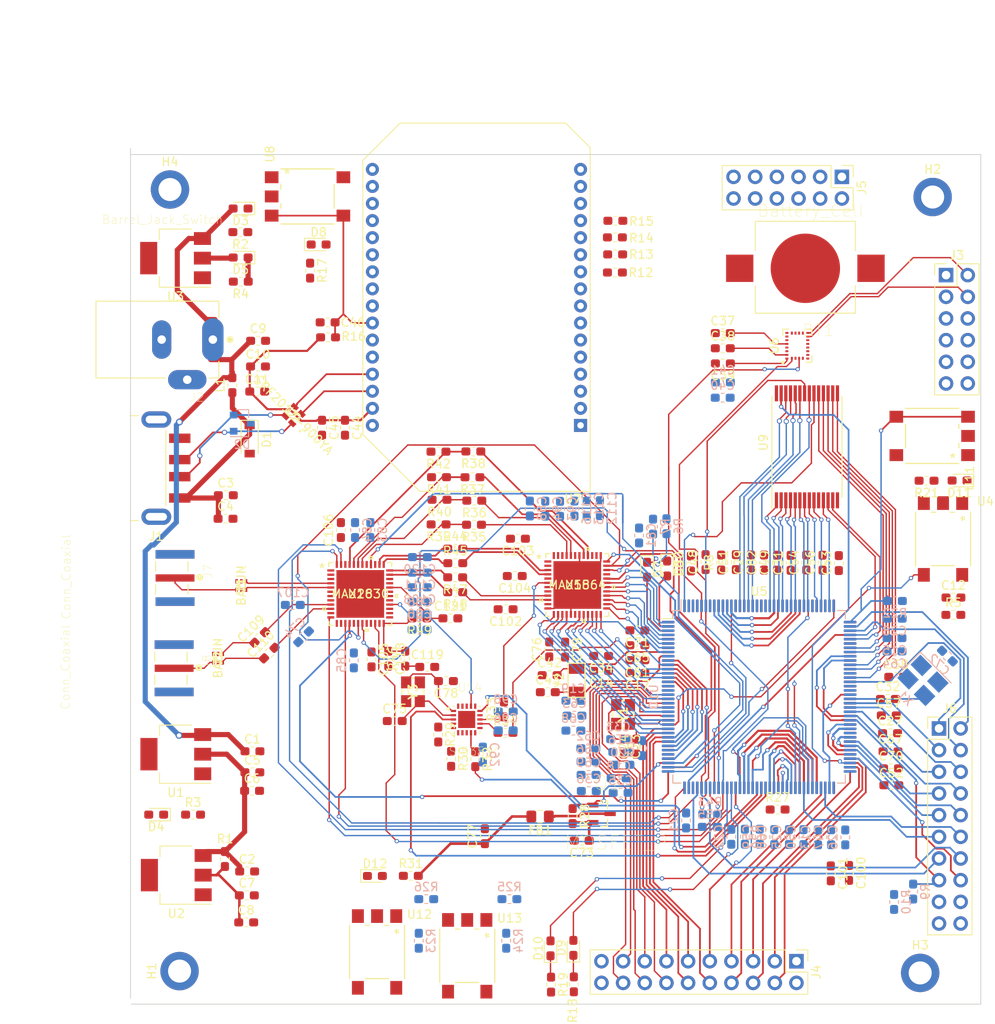
<source format=kicad_pcb>
(kicad_pcb (version 20190516) (host pcbnew "6.0.0-unknown-cbea514~86~ubuntu18.04.1")
  (layers (0 "F.Cu" signal) (31 "B.Cu" signal) (34 "B.Paste" user hide) (35 "F.Paste" user) (36 "B.SilkS" user hide) (37 "F.SilkS" user) (38 "B.Mask" user hide) (39 "F.Mask" user) (44 "Edge.Cuts" user))
  (net 0 "")
  (net 1 "vcc_STM32")
  (net 2 "GND")
  (net 3 "VCC_5V")
  (net 4 "vcc_FPGA")
  (net 5 "Net-(C3-Pad1)")
  (net 6 "vcc_core_FPGA")
  (net 7 "JNRST")
  (net 8 "Net-(C13-Pad1)")
  (net 9 "Net-(C15-Pad1)")
  (net 10 "Net-(C23-Pad1)")
  (net 11 "Net-(C24-Pad2)")
  (net 12 "Net-(C35-Pad1)")
  (net 13 "Net-(C37-Pad2)")
  (net 14 "Net-(C38-Pad2)")
  (net 15 "Net-(C42-Pad2)")
  (net 16 "Net-(C43-Pad2)")
  (net 17 "/ONION_OMEGA/RST_BTN")
  (net 18 "VAA")
  (net 19 "Net-(C75-Pad2)")
  (net 20 "Net-(C78-Pad2)")
  (net 21 "/rf_front_end/XTAL")
  (net 22 "Net-(C86-Pad1)")
  (net 23 "/rf_front_end/REFP")
  (net 24 "Net-(C109-Pad2)")
  (net 25 "Net-(C109-Pad1)")
  (net 26 "Net-(C110-Pad2)")
  (net 27 "Net-(C110-Pad1)")
  (net 28 "Net-(C118-Pad1)")
  (net 29 "Net-(C119-Pad1)")
  (net 30 "Net-(C120-Pad1)")
  (net 31 "/rf_front_end/rf_TUNE")
  (net 32 "Net-(D2-Pad2)")
  (net 33 "Net-(D2-Pad1)")
  (net 34 "Net-(D3-Pad1)")
  (net 35 "Net-(D4-Pad1)")
  (net 36 "Net-(D5-Pad1)")
  (net 37 "/STM32_micro/LED1")
  (net 38 "Net-(D6-Pad1)")
  (net 39 "/STM32_micro/LED2")
  (net 40 "Net-(D7-Pad1)")
  (net 41 "/ONION_OMEGA/LED")
  (net 42 "Net-(D8-Pad1)")
  (net 43 "Net-(D9-Pad2)")
  (net 44 "Net-(D9-Pad1)")
  (net 45 "Net-(D10-Pad2)")
  (net 46 "Net-(D10-Pad1)")
  (net 47 "Net-(D11-Pad2)")
  (net 48 "Net-(D12-Pad2)")
  (net 49 "Net-(FB1-Pad1)")
  (net 50 "/STM32_micro/CS_A_G")
  (net 51 "/STM32_micro/CS_M")
  (net 52 "/STM32_micro/SDO_A_G")
  (net 53 "/STM32_micro/SDO_M")
  (net 54 "/STM32_micro/INT1_A_G")
  (net 55 "/STM32_micro/DRDY_M")
  (net 56 "/STM32_micro/INT2_A_G")
  (net 57 "/STM32_micro/INT_M")
  (net 58 "/STM32_micro/DEN_A_G")
  (net 59 "/STM32_micro/GPIO_15")
  (net 60 "/STM32_micro/GPIO_07")
  (net 61 "/STM32_micro/GPIO_14")
  (net 62 "/STM32_micro/GPIO_06")
  (net 63 "/STM32_micro/GPIO_13")
  (net 64 "/STM32_micro/GPIO_05")
  (net 65 "/STM32_micro/GPIO_12")
  (net 66 "/STM32_micro/GPIO_04")
  (net 67 "/STM32_micro/GPIO_11")
  (net 68 "/STM32_micro/GPIO_03")
  (net 69 "/STM32_micro/GPIO_10")
  (net 70 "/STM32_micro/GPIO_02")
  (net 71 "/STM32_micro/GPIO_09")
  (net 72 "/STM32_micro/GPIO_01")
  (net 73 "/STM32_micro/GPIO_08")
  (net 74 "/STM32_micro/GPIO_00")
  (net 75 "/ONION_OMEGA/MISO")
  (net 76 "/ONION_OMEGA/MOSI")
  (net 77 "/ONION_OMEGA/SPI_CLK")
  (net 78 "/ONION_OMEGA/SPI_CS")
  (net 79 "/ONION_OMEGA/TX_PIN")
  (net 80 "/ONION_OMEGA/RX_PIN")
  (net 81 "I2C_SDA")
  (net 82 "I2C_SCL")
  (net 83 "/FPGA_spartan6/FGPIO15")
  (net 84 "/FPGA_spartan6/FGPIO7")
  (net 85 "/FPGA_spartan6/FGPIO14")
  (net 86 "/FPGA_spartan6/FGPIO6")
  (net 87 "/FPGA_spartan6/FGPIO13")
  (net 88 "/FPGA_spartan6/FGPIO5")
  (net 89 "/FPGA_spartan6/FGPIO12")
  (net 90 "/FPGA_spartan6/FGPIO4")
  (net 91 "/FPGA_spartan6/FGPIO11")
  (net 92 "/FPGA_spartan6/FGPIO3")
  (net 93 "/FPGA_spartan6/FGPIO10")
  (net 94 "/FPGA_spartan6/FGPIO2")
  (net 95 "/FPGA_spartan6/FGPIO9")
  (net 96 "/FPGA_spartan6/FGPIO1")
  (net 97 "/FPGA_spartan6/FGPIO8")
  (net 98 "/FPGA_spartan6/FGPIO0")
  (net 99 "Net-(J7-Pad1)")
  (net 100 "Net-(J8-Pad1)")
  (net 101 "D-")
  (net 102 "D+")
  (net 103 "!VAA_ENABLE")
  (net 104 "BOOT0")
  (net 105 "Net-(R12-Pad1)")
  (net 106 "Net-(R13-Pad1)")
  (net 107 "Net-(R14-Pad1)")
  (net 108 "Net-(R15-Pad1)")
  (net 109 "/FPGA_spartan6/DONE")
  (net 110 "/FPGA_spartan6/PROGRAM_B")
  (net 111 "Net-(R23-Pad2)")
  (net 112 "Net-(R24-Pad2)")
  (net 113 "/FPGA_spartan6/FSW_2")
  (net 114 "/FPGA_spartan6/FSW_1")
  (net 115 "GPIO_INTR")
  (net 116 "GPIO_CLK")
  (net 117 "Net-(R32-Pad1)")
  (net 118 "GCK0")
  (net 119 "Net-(R33-Pad1)")
  (net 120 "GCK1")
  (net 121 "Net-(R34-Pad1)")
  (net 122 "Net-(R35-Pad2)")
  (net 123 "/rf_front_end/QD+")
  (net 124 "Net-(R36-Pad2)")
  (net 125 "/rf_front_end/QD-")
  (net 126 "Net-(R37-Pad2)")
  (net 127 "/rf_front_end/ID-")
  (net 128 "Net-(R38-Pad2)")
  (net 129 "/rf_front_end/ID+")
  (net 130 "SPI1_MISO")
  (net 131 "SPI1_MOSI")
  (net 132 "/rf_front_end/IA+")
  (net 133 "Net-(R44-Pad1)")
  (net 134 "/rf_front_end/IA-")
  (net 135 "Net-(R45-Pad1)")
  (net 136 "Net-(R47-Pad2)")
  (net 137 "/rf_front_end/QA-")
  (net 138 "Net-(R48-Pad2)")
  (net 139 "/rf_front_end/QA+")
  (net 140 "Net-(T1-Pad4)")
  (net 141 "Net-(T1-Pad3)")
  (net 142 "FMC_BL1")
  (net 143 "FMC_BLO")
  (net 144 "Net-(U5-Pad137)")
  (net 145 "Net-(U5-Pad136)")
  (net 146 "Net-(U5-Pad135)")
  (net 147 "JTRST")
  (net 148 "FPGA_JTDO")
  (net 149 "Net-(U5-Pad132)")
  (net 150 "Net-(U5-Pad129)")
  (net 151 "Net-(U5-Pad128)")
  (net 152 "Net-(U5-Pad127)")
  (net 153 "Net-(U5-Pad126)")
  (net 154 "Net-(U5-Pad125)")
  (net 155 "Net-(U5-Pad124)")
  (net 156 "FMC_NE1")
  (net 157 "FMC_NWAIT")
  (net 158 "FMC_NWE")
  (net 159 "FMC_NOE")
  (net 160 "FMC_CLK")
  (net 161 "Net-(U5-Pad116)")
  (net 162 "FMC_D3")
  (net 163 "FMC_D2")
  (net 164 "Net-(U5-Pad113)")
  (net 165 "Net-(U5-Pad112)")
  (net 166 "Net-(U5-Pad111)")
  (net 167 "JTDO")
  (net 168 "JTCK")
  (net 169 "JTMS")
  (net 170 "Net-(U5-Pad104)")
  (net 171 "Net-(U5-Pad103)")
  (net 172 "USART_RX")
  (net 173 "USART_TX")
  (net 174 "Net-(U5-Pad100)")
  (net 175 "Net-(U5-Pad99)")
  (net 176 "Net-(U5-Pad98)")
  (net 177 "Net-(U5-Pad97)")
  (net 178 "Net-(U5-Pad96)")
  (net 179 "Net-(U5-Pad93)")
  (net 180 "Net-(U5-Pad92)")
  (net 181 "FMC_N_DOUT")
  (net 182 "Net-(U5-Pad90)")
  (net 183 "Net-(U5-Pad89)")
  (net 184 "Net-(U5-Pad88)")
  (net 185 "Net-(U5-Pad87)")
  (net 186 "FMC_D1")
  (net 187 "FMC_D0")
  (net 188 "Net-(U5-Pad82)")
  (net 189 "Net-(U5-Pad81)")
  (net 190 "Net-(U5-Pad80)")
  (net 191 "FMC_D15")
  (net 192 "FMC_D14")
  (net 193 "FMC_D13")
  (net 194 "FMC_D12")
  (net 195 "FMC_D11")
  (net 196 "FMC_D10")
  (net 197 "FMC_D9")
  (net 198 "FMC_D8")
  (net 199 "FMC_D7")
  (net 200 "FMC_D6")
  (net 201 "FMC_D5")
  (net 202 "FMC_D4")
  (net 203 "Net-(U5-Pad57)")
  (net 204 "MCU_CLK")
  (net 205 "FMC_A7")
  (net 206 "FMC_A6")
  (net 207 "rf_LD")
  (net 208 "rf_!SHDN")
  (net 209 "rf_ANTSEL")
  (net 210 "Net-(U5-Pad45)")
  (net 211 "SPI1_CS_AD")
  (net 212 "SPI1_SCK")
  (net 213 "SPI1_CS_RF")
  (net 214 "rf_RXTX")
  (net 215 "rf_RXHP")
  (net 216 "SPI1_RSSI")
  (net 217 "FMC_A5")
  (net 218 "FMC_A4")
  (net 219 "FMC_A3")
  (net 220 "FMC_A2")
  (net 221 "FMC_A1")
  (net 222 "FMC_A0")
  (net 223 "Net-(U5-Pad7)")
  (net 224 "Net-(U5-Pad1)")
  (net 225 "Net-(U7-Pad25)")
  (net 226 "Net-(U7-Pad24)")
  (net 227 "Net-(U7-Pad23)")
  (net 228 "Net-(U7-Pad22)")
  (net 229 "Net-(U7-Pad21)")
  (net 230 "Net-(U7-Pad16)")
  (net 231 "Net-(U7-Pad15)")
  (net 232 "Net-(U7-Pad14)")
  (net 233 "JTDO_OMEGA")
  (net 234 "/FPGA_spartan6/MEN_A11")
  (net 235 "/FPGA_spartan6/MEN_A12")
  (net 236 "/FPGA_spartan6/MEN_A13")
  (net 237 "/FPGA_spartan6/MEN_A10")
  (net 238 "/FPGA_spartan6/MEN_A9")
  (net 239 "/FPGA_spartan6/MEN_A14")
  (net 240 "/FPGA_spartan6/MEN_A8")
  (net 241 "/FPGA_spartan6/MEN_D0")
  (net 242 "/FPGA_spartan6/MEN_A7")
  (net 243 "/FPGA_spartan6/MEN_D1")
  (net 244 "/FPGA_spartan6/MEN_D2")
  (net 245 "/FPGA_spartan6/MEN_A6")
  (net 246 "/FPGA_spartan6/MEN_A5")
  (net 247 "/FPGA_spartan6/MEN_D3")
  (net 248 "/FPGA_spartan6/MEN_WE")
  (net 249 "/FPGA_spartan6/MEN_D4")
  (net 250 "/FPGA_spartan6/MEN_D5")
  (net 251 "/FPGA_spartan6/MEN_A4")
  (net 252 "/FPGA_spartan6/MEN_D6")
  (net 253 "/FPGA_spartan6/MEN_A3")
  (net 254 "/FPGA_spartan6/MEN_D7")
  (net 255 "/FPGA_spartan6/MEN_A2")
  (net 256 "/FPGA_spartan6/MEN_A1")
  (net 257 "/FPGA_spartan6/MEN_CE")
  (net 258 "/FPGA_spartan6/NEM_A0")
  (net 259 "/FPGA_spartan6/MEN_OE")
  (net 260 "adDA7")
  (net 261 "adDA6")
  (net 262 "adDA5")
  (net 263 "adDA4")
  (net 264 "adDA3")
  (net 265 "adDA2")
  (net 266 "adDA1")
  (net 267 "adDA0")
  (net 268 "adDD9")
  (net 269 "adDD8")
  (net 270 "adDD7")
  (net 271 "adDD6")
  (net 272 "adDD5")
  (net 273 "adDD4")
  (net 274 "adDD3")
  (net 275 "adDD2")
  (net 276 "adDD1")
  (net 277 "adDD0")
  (net 278 "Net-(U10-Pad73)")
  (net 279 "Net-(U10-Pad72)")
  (net 280 "/FPGA_spartan6/CLK80MHz")
  (net 281 "Net-(U10-Pad7)")
  (net 282 "Net-(U14-Pad6)")
  (net 283 "Net-(U14-Pad7)")
  (net 284 "Net-(U14-Pad8)")
  (net 285 "Net-(U14-Pad16)")
  (net 286 "Net-(U14-Pad19)")
  (net 287 "/rf_front_end/REFN")
  (net 288 "/rf_front_end/COM")
  (net 289 "Net-(U15-Pad38)")
  (net 290 "Net-(U16-Pad34)")
  (net 291 "Net-(U16-Pad29)")
  (net 292 "Net-(U16-Pad23)")
  (net 293 "Net-(U16-Pad21)")
  (net 294 "Net-(U16-Pad14)")
  (net 295 "Net-(U16-Pad11)")
  (net 296 "Net-(U16-Pad8)")
  (net 297 "Net-(U16-Pad6)")
  (net 298 "Net-(U16-Pad3)")
  (net 299 "Net-(U5-Pad5)")
  (net 300 "Net-(U5-Pad4)")
  (module "library:MAX5864ETM&plus_" (layer "F.Cu") (at 103.5812 65.6844)
    (fp_text reference "U15" (at 0 0 180) (layer "F.SilkS"))
    (fp_text value "MAX5864" (at 0 0 180) (layer "F.SilkS"))
    (fp_text user "*" (at -4.491 -3 180) (layer "F.SilkS"))
    (pad "0" smd rect (at 0 0) (size 5.588 5.588) (layers "F.Cu" "F.Paste" "F.Mask") (net 2 "GND"))
    (pad "48" smd rect (at -2.75 -3.452) (size 0.2648 0.807999) (layers "F.Cu" "F.Paste" "F.Mask") (net 287 "/rf_front_end/REFN"))
    (pad "47" smd rect (at -2.250001 -3.452) (size 0.2648 0.807999) (layers "F.Cu" "F.Paste" "F.Mask") (net 288 "/rf_front_end/COM"))
    (pad "46" smd rect (at -1.749999 -3.452) (size 0.2648 0.807999) (layers "F.Cu" "F.Paste" "F.Mask") (net 18 "VAA"))
    (pad "45" smd rect (at -1.25 -3.452) (size 0.2648 0.807999) (layers "F.Cu" "F.Paste" "F.Mask") (net 123 "/rf_front_end/QD+"))
    (pad "44" smd rect (at -0.750001 -3.452) (size 0.2648 0.807999) (layers "F.Cu" "F.Paste" "F.Mask") (net 125 "/rf_front_end/QD-"))
    (pad "43" smd rect (at -0.25 -3.452) (size 0.2648 0.807999) (layers "F.Cu" "F.Paste" "F.Mask") (net 18 "VAA"))
    (pad "42" smd rect (at 0.25 -3.452) (size 0.2648 0.807999) (layers "F.Cu" "F.Paste" "F.Mask") (net 2 "GND"))
    (pad "41" smd rect (at 0.750001 -3.452) (size 0.2648 0.807999) (layers "F.Cu" "F.Paste" "F.Mask") (net 127 "/rf_front_end/ID-"))
    (pad "40" smd rect (at 1.25 -3.452) (size 0.2648 0.807999) (layers "F.Cu" "F.Paste" "F.Mask") (net 129 "/rf_front_end/ID+"))
    (pad "39" smd rect (at 1.749999 -3.452) (size 0.2648 0.807999) (layers "F.Cu" "F.Paste" "F.Mask") (net 18 "VAA"))
    (pad "38" smd rect (at 2.250001 -3.452) (size 0.2648 0.807999) (layers "F.Cu" "F.Paste" "F.Mask") (net 289 "Net-(U15-Pad38)"))
    (pad "37" smd rect (at 2.75 -3.452) (size 0.2648 0.807999) (layers "F.Cu" "F.Paste" "F.Mask") (net 2 "GND"))
    (pad "36" smd rect (at 3.452 -2.75 90) (size 0.2648 0.807999) (layers "F.Cu" "F.Paste" "F.Mask") (net 211 "SPI1_CS_AD"))
    (pad "35" smd rect (at 3.452 -2.250001 90) (size 0.2648 0.807999) (layers "F.Cu" "F.Paste" "F.Mask") (net 212 "SPI1_SCK"))
    (pad "34" smd rect (at 3.452 -1.749999 90) (size 0.2648 0.807999) (layers "F.Cu" "F.Paste" "F.Mask") (net 130 "SPI1_MISO"))
    (pad "33" smd rect (at 3.452 -1.25 90) (size 0.2648 0.807999) (layers "F.Cu" "F.Paste" "F.Mask") (net 18 "VAA"))
    (pad "32" smd rect (at 3.452 -0.750001 90) (size 0.2648 0.807999) (layers "F.Cu" "F.Paste" "F.Mask") (net 268 "adDD9"))
    (pad "31" smd rect (at 3.452 -0.25 90) (size 0.2648 0.807999) (layers "F.Cu" "F.Paste" "F.Mask") (net 269 "adDD8"))
    (pad "30" smd rect (at 3.452 0.25 90) (size 0.2648 0.807999) (layers "F.Cu" "F.Paste" "F.Mask") (net 270 "adDD7"))
    (pad "29" smd rect (at 3.452 0.750001 90) (size 0.2648 0.807999) (layers "F.Cu" "F.Paste" "F.Mask") (net 271 "adDD6"))
    (pad "28" smd rect (at 3.452 1.25 90) (size 0.2648 0.807999) (layers "F.Cu" "F.Paste" "F.Mask") (net 272 "adDD5"))
    (pad "27" smd rect (at 3.452 1.749999 90) (size 0.2648 0.807999) (layers "F.Cu" "F.Paste" "F.Mask") (net 273 "adDD4"))
    (pad "26" smd rect (at 3.452 2.250001 90) (size 0.2648 0.807999) (layers "F.Cu" "F.Paste" "F.Mask") (net 274 "adDD3"))
    (pad "25" smd rect (at 3.452 2.75 90) (size 0.2648 0.807999) (layers "F.Cu" "F.Paste" "F.Mask") (net 275 "adDD2"))
    (pad "24" smd rect (at 2.75 3.452) (size 0.2648 0.807999) (layers "F.Cu" "F.Paste" "F.Mask") (net 276 "adDD1"))
    (pad "23" smd rect (at 2.250001 3.452) (size 0.2648 0.807999) (layers "F.Cu" "F.Paste" "F.Mask") (net 277 "adDD0"))
    (pad "22" smd rect (at 1.749999 3.452) (size 0.2648 0.807999) (layers "F.Cu" "F.Paste" "F.Mask") (net 260 "adDA7"))
    (pad "21" smd rect (at 1.25 3.452) (size 0.2648 0.807999) (layers "F.Cu" "F.Paste" "F.Mask") (net 261 "adDA6"))
    (pad "20" smd rect (at 0.750001 3.452) (size 0.2648 0.807999) (layers "F.Cu" "F.Paste" "F.Mask") (net 262 "adDA5"))
    (pad "19" smd rect (at 0.25 3.452) (size 0.2648 0.807999) (layers "F.Cu" "F.Paste" "F.Mask") (net 263 "adDA4"))
    (pad "18" smd rect (at -0.25 3.452) (size 0.2648 0.807999) (layers "F.Cu" "F.Paste" "F.Mask") (net 1 "vcc_STM32"))
    (pad "17" smd rect (at -0.750001 3.452) (size 0.2648 0.807999) (layers "F.Cu" "F.Paste" "F.Mask") (net 2 "GND"))
    (pad "16" smd rect (at -1.25 3.452) (size 0.2648 0.807999) (layers "F.Cu" "F.Paste" "F.Mask") (net 264 "adDA3"))
    (pad "15" smd rect (at -1.749999 3.452) (size 0.2648 0.807999) (layers "F.Cu" "F.Paste" "F.Mask") (net 265 "adDA2"))
    (pad "14" smd rect (at -2.250001 3.452) (size 0.2648 0.807999) (layers "F.Cu" "F.Paste" "F.Mask") (net 266 "adDA1"))
    (pad "13" smd rect (at -2.75 3.452) (size 0.2648 0.807999) (layers "F.Cu" "F.Paste" "F.Mask") (net 267 "adDA0"))
    (pad "12" smd rect (at -3.452 2.75 90) (size 0.2648 0.807999) (layers "F.Cu" "F.Paste" "F.Mask") (net 2 "GND"))
    (pad "11" smd rect (at -3.452 2.250001 90) (size 0.2648 0.807999) (layers "F.Cu" "F.Paste" "F.Mask") (net 18 "VAA"))
    (pad "10" smd rect (at -3.452 1.749999 90) (size 0.2648 0.807999) (layers "F.Cu" "F.Paste" "F.Mask") (net 139 "/rf_front_end/QA+"))
    (pad "9" smd rect (at -3.452 1.25 90) (size 0.2648 0.807999) (layers "F.Cu" "F.Paste" "F.Mask") (net 137 "/rf_front_end/QA-"))
    (pad "8" smd rect (at -3.452 0.750001 90) (size 0.2648 0.807999) (layers "F.Cu" "F.Paste" "F.Mask") (net 18 "VAA"))
    (pad "7" smd rect (at -3.452 0.25 90) (size 0.2648 0.807999) (layers "F.Cu" "F.Paste" "F.Mask") (net 2 "GND"))
    (pad "6" smd rect (at -3.452 -0.25 90) (size 0.2648 0.807999) (layers "F.Cu" "F.Paste" "F.Mask") (net 118 "GCK0"))
    (pad "5" smd rect (at -3.452 -0.750001 90) (size 0.2648 0.807999) (layers "F.Cu" "F.Paste" "F.Mask") (net 2 "GND"))
    (pad "4" smd rect (at -3.452 -1.25 90) (size 0.2648 0.807999) (layers "F.Cu" "F.Paste" "F.Mask") (net 134 "/rf_front_end/IA-"))
    (pad "3" smd rect (at -3.452 -1.749999 90) (size 0.2648 0.807999) (layers "F.Cu" "F.Paste" "F.Mask") (net 132 "/rf_front_end/IA+"))
    (pad "2" smd rect (at -3.452 -2.250001 90) (size 0.2648 0.807999) (layers "F.Cu" "F.Paste" "F.Mask") (net 18 "VAA"))
    (pad "1" smd rect (at -3.452 -2.75 90) (size 0.2648 0.807999) (layers "F.Cu" "F.Paste" "F.Mask") (net 23 "/rf_front_end/REFP"))
  )
  (module "Package_QFP:LQFP-144_20x20mm_P0.5mm" (layer "B.Cu") (at 124.893274 78.788709 270)
    (fp_text reference "U10" (at 0 12.35 270) (layer "B.SilkS") (effects (justify mirror)))
    (fp_text value "lx9_XC6SLX9-TQ144")
    (pad "144" smd roundrect (at -8.75 10.6625 270) (size 0.3 1.475) (layers "B.Cu" "B.Paste" "B.Mask") (net 268 "adDD9"))
    (pad "143" smd roundrect (at -8.25 10.6625 270) (size 0.3 1.475) (layers "B.Cu" "B.Paste" "B.Mask") (net 269 "adDD8"))
    (pad "142" smd roundrect (at -7.75 10.6625 270) (size 0.3 1.475) (layers "B.Cu" "B.Paste" "B.Mask") (net 270 "adDD7"))
    (pad "141" smd roundrect (at -7.25 10.6625 270) (size 0.3 1.475) (layers "B.Cu" "B.Paste" "B.Mask") (net 271 "adDD6"))
    (pad "140" smd roundrect (at -6.75 10.6625 270) (size 0.3 1.475) (layers "B.Cu" "B.Paste" "B.Mask") (net 272 "adDD5"))
    (pad "139" smd roundrect (at -6.25 10.6625 270) (size 0.3 1.475) (layers "B.Cu" "B.Paste" "B.Mask") (net 273 "adDD4"))
    (pad "138" smd roundrect (at -5.75 10.6625 270) (size 0.3 1.475) (layers "B.Cu" "B.Paste" "B.Mask") (net 274 "adDD3"))
    (pad "137" smd roundrect (at -5.25 10.6625 270) (size 0.3 1.475) (layers "B.Cu" "B.Paste" "B.Mask") (net 275 "adDD2"))
    (pad "136" smd roundrect (at -4.75 10.6625 270) (size 0.3 1.475) (layers "B.Cu" "B.Paste" "B.Mask") (net 2 "GND"))
    (pad "135" smd roundrect (at -4.25 10.6625 270) (size 0.3 1.475) (layers "B.Cu" "B.Paste" "B.Mask") (net 4 "vcc_FPGA"))
    (pad "134" smd roundrect (at -3.75 10.6625 270) (size 0.3 1.475) (layers "B.Cu" "B.Paste" "B.Mask") (net 118 "GCK0"))
    (pad "133" smd roundrect (at -3.25 10.6625 270) (size 0.3 1.475) (layers "B.Cu" "B.Paste" "B.Mask") (net 120 "GCK1"))
    (pad "132" smd roundrect (at -2.75 10.6625 270) (size 0.3 1.475) (layers "B.Cu" "B.Paste" "B.Mask") (net 276 "adDD1"))
    (pad "131" smd roundrect (at -2.25 10.6625 270) (size 0.3 1.475) (layers "B.Cu" "B.Paste" "B.Mask") (net 277 "adDD0"))
    (pad "130" smd roundrect (at -1.75 10.6625 270) (size 0.3 1.475) (layers "B.Cu" "B.Paste" "B.Mask") (net 2 "GND"))
    (pad "129" smd roundrect (at -1.25 10.6625 270) (size 0.3 1.475) (layers "B.Cu" "B.Paste" "B.Mask") (net 4 "vcc_FPGA"))
    (pad "128" smd roundrect (at -0.75 10.6625 270) (size 0.3 1.475) (layers "B.Cu" "B.Paste" "B.Mask") (net 6 "vcc_core_FPGA"))
    (pad "127" smd roundrect (at -0.25 10.6625 270) (size 0.3 1.475) (layers "B.Cu" "B.Paste" "B.Mask") (net 260 "adDA7"))
    (pad "126" smd roundrect (at 0.25 10.6625 270) (size 0.3 1.475) (layers "B.Cu" "B.Paste" "B.Mask") (net 261 "adDA6"))
    (pad "125" smd roundrect (at 0.75 10.6625 270) (size 0.3 1.475) (layers "B.Cu" "B.Paste" "B.Mask") (net 4 "vcc_FPGA"))
    (pad "124" smd roundrect (at 1.25 10.6625 270) (size 0.3 1.475) (layers "B.Cu" "B.Paste" "B.Mask") (net 262 "adDA5"))
    (pad "123" smd roundrect (at 1.75 10.6625 270) (size 0.3 1.475) (layers "B.Cu" "B.Paste" "B.Mask") (net 263 "adDA4"))
    (pad "122" smd roundrect (at 2.25 10.6625 270) (size 0.3 1.475) (layers "B.Cu" "B.Paste" "B.Mask") (net 4 "vcc_FPGA"))
    (pad "121" smd roundrect (at 2.75 10.6625 270) (size 0.3 1.475) (layers "B.Cu" "B.Paste" "B.Mask") (net 264 "adDA3"))
    (pad "120" smd roundrect (at 3.25 10.6625 270) (size 0.3 1.475) (layers "B.Cu" "B.Paste" "B.Mask") (net 265 "adDA2"))
    (pad "119" smd roundrect (at 3.75 10.6625 270) (size 0.3 1.475) (layers "B.Cu" "B.Paste" "B.Mask") (net 266 "adDA1"))
    (pad "118" smd roundrect (at 4.25 10.6625 270) (size 0.3 1.475) (layers "B.Cu" "B.Paste" "B.Mask") (net 267 "adDA0"))
    (pad "117" smd roundrect (at 4.75 10.6625 270) (size 0.3 1.475) (layers "B.Cu" "B.Paste" "B.Mask") (net 217 "FMC_A5"))
    (pad "116" smd roundrect (at 5.25 10.6625 270) (size 0.3 1.475) (layers "B.Cu" "B.Paste" "B.Mask") (net 218 "FMC_A4"))
    (pad "115" smd roundrect (at 5.75 10.6625 270) (size 0.3 1.475) (layers "B.Cu" "B.Paste" "B.Mask") (net 219 "FMC_A3"))
    (pad "114" smd roundrect (at 6.25 10.6625 270) (size 0.3 1.475) (layers "B.Cu" "B.Paste" "B.Mask") (net 220 "FMC_A2"))
    (pad "113" smd roundrect (at 6.75 10.6625 270) (size 0.3 1.475) (layers "B.Cu" "B.Paste" "B.Mask") (net 2 "GND"))
    (pad "112" smd roundrect (at 7.25 10.6625 270) (size 0.3 1.475) (layers "B.Cu" "B.Paste" "B.Mask") (net 221 "FMC_A1"))
    (pad "111" smd roundrect (at 7.75 10.6625 270) (size 0.3 1.475) (layers "B.Cu" "B.Paste" "B.Mask") (net 222 "FMC_A0"))
    (pad "110" smd roundrect (at 8.25 10.6625 270) (size 0.3 1.475) (layers "B.Cu" "B.Paste" "B.Mask") (net 148 "FPGA_JTDO"))
    (pad "109" smd roundrect (at 8.75 10.6625 270) (size 0.3 1.475) (layers "B.Cu" "B.Paste" "B.Mask") (net 168 "JTCK"))
    (pad "108" smd roundrect (at 10.6625 8.75 270) (size 1.475 0.3) (layers "B.Cu" "B.Paste" "B.Mask") (net 2 "GND"))
    (pad "107" smd roundrect (at 10.6625 8.25 270) (size 1.475 0.3) (layers "B.Cu" "B.Paste" "B.Mask") (net 169 "JTMS"))
    (pad "106" smd roundrect (at 10.6625 7.75 270) (size 1.475 0.3) (layers "B.Cu" "B.Paste" "B.Mask") (net 233 "JTDO_OMEGA"))
    (pad "105" smd roundrect (at 10.6625 7.25 270) (size 1.475 0.3) (layers "B.Cu" "B.Paste" "B.Mask") (net 86 "/FPGA_spartan6/FGPIO6"))
    (pad "104" smd roundrect (at 10.6625 6.75 270) (size 1.475 0.3) (layers "B.Cu" "B.Paste" "B.Mask") (net 85 "/FPGA_spartan6/FGPIO14"))
    (pad "103" smd roundrect (at 10.6625 6.25 270) (size 1.475 0.3) (layers "B.Cu" "B.Paste" "B.Mask") (net 4 "vcc_FPGA"))
    (pad "102" smd roundrect (at 10.6625 5.75 270) (size 1.475 0.3) (layers "B.Cu" "B.Paste" "B.Mask") (net 113 "/FPGA_spartan6/FSW_2"))
    (pad "101" smd roundrect (at 10.6625 5.25 270) (size 1.475 0.3) (layers "B.Cu" "B.Paste" "B.Mask") (net 114 "/FPGA_spartan6/FSW_1"))
    (pad "100" smd roundrect (at 10.6625 4.75 270) (size 1.475 0.3) (layers "B.Cu" "B.Paste" "B.Mask") (net 82 "I2C_SCL"))
    (pad "99" smd roundrect (at 10.6625 4.25 270) (size 1.475 0.3) (layers "B.Cu" "B.Paste" "B.Mask") (net 81 "I2C_SDA"))
    (pad "98" smd roundrect (at 10.6625 3.75 270) (size 1.475 0.3) (layers "B.Cu" "B.Paste" "B.Mask") (net 45 "Net-(D10-Pad2)"))
    (pad "97" smd roundrect (at 10.6625 3.25 270) (size 1.475 0.3) (layers "B.Cu" "B.Paste" "B.Mask") (net 43 "Net-(D9-Pad2)"))
    (pad "96" smd roundrect (at 10.6625 2.75 270) (size 1.475 0.3) (layers "B.Cu" "B.Paste" "B.Mask") (net 2 "GND"))
    (pad "95" smd roundrect (at 10.6625 2.25 270) (size 1.475 0.3) (layers "B.Cu" "B.Paste" "B.Mask") (net 194 "FMC_D12"))
    (pad "94" smd roundrect (at 10.6625 1.75 270) (size 1.475 0.3) (layers "B.Cu" "B.Paste" "B.Mask") (net 195 "FMC_D11"))
    (pad "93" smd roundrect (at 10.6625 1.25 270) (size 1.475 0.3) (layers "B.Cu" "B.Paste" "B.Mask") (net 196 "FMC_D10"))
    (pad "92" smd roundrect (at 10.6625 0.75 270) (size 1.475 0.3) (layers "B.Cu" "B.Paste" "B.Mask") (net 197 "FMC_D9"))
    (pad "91" smd roundrect (at 10.6625 0.25 270) (size 1.475 0.3) (layers "B.Cu" "B.Paste" "B.Mask") (net 2 "GND"))
    (pad "90" smd roundrect (at 10.6625 -0.25 270) (size 1.475 0.3) (layers "B.Cu" "B.Paste" "B.Mask") (net 4 "vcc_FPGA"))
    (pad "89" smd roundrect (at 10.6625 -0.75 270) (size 1.475 0.3) (layers "B.Cu" "B.Paste" "B.Mask") (net 6 "vcc_core_FPGA"))
    (pad "88" smd roundrect (at 10.6625 -1.25 270) (size 1.475 0.3) (layers "B.Cu" "B.Paste" "B.Mask") (net 198 "FMC_D8"))
    (pad "87" smd roundrect (at 10.6625 -1.75 270) (size 1.475 0.3) (layers "B.Cu" "B.Paste" "B.Mask") (net 199 "FMC_D7"))
    (pad "86" smd roundrect (at 10.6625 -2.25 270) (size 1.475 0.3) (layers "B.Cu" "B.Paste" "B.Mask") (net 4 "vcc_FPGA"))
    (pad "85" smd roundrect (at 10.6625 -2.75 270) (size 1.475 0.3) (layers "B.Cu" "B.Paste" "B.Mask") (net 200 "FMC_D6"))
    (pad "84" smd roundrect (at 10.6625 -3.25 270) (size 1.475 0.3) (layers "B.Cu" "B.Paste" "B.Mask") (net 201 "FMC_D5"))
    (pad "83" smd roundrect (at 10.6625 -3.75 270) (size 1.475 0.3) (layers "B.Cu" "B.Paste" "B.Mask") (net 202 "FMC_D4"))
    (pad "82" smd roundrect (at 10.6625 -4.25 270) (size 1.475 0.3) (layers "B.Cu" "B.Paste" "B.Mask") (net 162 "FMC_D3"))
    (pad "81" smd roundrect (at 10.6625 -4.75 270) (size 1.475 0.3) (layers "B.Cu" "B.Paste" "B.Mask") (net 163 "FMC_D2"))
    (pad "80" smd roundrect (at 10.6625 -5.25 270) (size 1.475 0.3) (layers "B.Cu" "B.Paste" "B.Mask") (net 88 "/FPGA_spartan6/FGPIO5"))
    (pad "79" smd roundrect (at 10.6625 -5.75 270) (size 1.475 0.3) (layers "B.Cu" "B.Paste" "B.Mask") (net 205 "FMC_A7"))
    (pad "78" smd roundrect (at 10.6625 -6.25 270) (size 1.475 0.3) (layers "B.Cu" "B.Paste" "B.Mask") (net 206 "FMC_A6"))
    (pad "77" smd roundrect (at 10.6625 -6.75 270) (size 1.475 0.3) (layers "B.Cu" "B.Paste" "B.Mask") (net 2 "GND"))
    (pad "76" smd roundrect (at 10.6625 -7.25 270) (size 1.475 0.3) (layers "B.Cu" "B.Paste" "B.Mask") (net 4 "vcc_FPGA"))
    (pad "75" smd roundrect (at 10.6625 -7.75 270) (size 1.475 0.3) (layers "B.Cu" "B.Paste" "B.Mask") (net 87 "/FPGA_spartan6/FGPIO13"))
    (pad "74" smd roundrect (at 10.6625 -8.25 270) (size 1.475 0.3) (layers "B.Cu" "B.Paste" "B.Mask") (net 181 "FMC_N_DOUT"))
    (pad "73" smd roundrect (at 10.6625 -8.75 270) (size 1.475 0.3) (layers "B.Cu" "B.Paste" "B.Mask") (net 278 "Net-(U10-Pad73)"))
    (pad "72" smd roundrect (at 8.75 -10.6625 270) (size 0.3 1.475) (layers "B.Cu" "B.Paste" "B.Mask") (net 279 "Net-(U10-Pad72)"))
    (pad "71" smd roundrect (at 8.25 -10.6625 270) (size 0.3 1.475) (layers "B.Cu" "B.Paste" "B.Mask") (net 109 "/FPGA_spartan6/DONE"))
    (pad "70" smd roundrect (at 7.75 -10.6625 270) (size 0.3 1.475) (layers "B.Cu" "B.Paste" "B.Mask") (net 248 "/FPGA_spartan6/MEN_WE"))
    (pad "69" smd roundrect (at 7.25 -10.6625 270) (size 0.3 1.475) (layers "B.Cu" "B.Paste" "B.Mask") (net 83 "/FPGA_spartan6/FGPIO15"))
    (pad "68" smd roundrect (at 6.75 -10.6625 270) (size 0.3 1.475) (layers "B.Cu" "B.Paste" "B.Mask") (net 2 "GND"))
    (pad "67" smd roundrect (at 6.25 -10.6625 270) (size 0.3 1.475) (layers "B.Cu" "B.Paste" "B.Mask") (net 90 "/FPGA_spartan6/FGPIO4"))
    (pad "66" smd roundrect (at 5.75 -10.6625 270) (size 0.3 1.475) (layers "B.Cu" "B.Paste" "B.Mask") (net 89 "/FPGA_spartan6/FGPIO12"))
    (pad "65" smd roundrect (at 5.25 -10.6625 270) (size 0.3 1.475) (layers "B.Cu" "B.Paste" "B.Mask") (net 92 "/FPGA_spartan6/FGPIO3"))
    (pad "64" smd roundrect (at 4.75 -10.6625 270) (size 0.3 1.475) (layers "B.Cu" "B.Paste" "B.Mask") (net 191 "FMC_D15"))
    (pad "63" smd roundrect (at 4.25 -10.6625 270) (size 0.3 1.475) (layers "B.Cu" "B.Paste" "B.Mask") (net 4 "vcc_FPGA"))
    (pad "62" smd roundrect (at 3.75 -10.6625 270) (size 0.3 1.475) (layers "B.Cu" "B.Paste" "B.Mask") (net 192 "FMC_D14"))
    (pad "61" smd roundrect (at 3.25 -10.6625 270) (size 0.3 1.475) (layers "B.Cu" "B.Paste" "B.Mask") (net 193 "FMC_D13"))
    (pad "60" smd roundrect (at 2.75 -10.6625 270) (size 0.3 1.475) (layers "B.Cu" "B.Paste" "B.Mask") (net 84 "/FPGA_spartan6/FGPIO7"))
    (pad "59" smd roundrect (at 2.25 -10.6625 270) (size 0.3 1.475) (layers "B.Cu" "B.Paste" "B.Mask") (net 91 "/FPGA_spartan6/FGPIO11"))
    (pad "58" smd roundrect (at 1.75 -10.6625 270) (size 0.3 1.475) (layers "B.Cu" "B.Paste" "B.Mask") (net 94 "/FPGA_spartan6/FGPIO2"))
    (pad "57" smd roundrect (at 1.25 -10.6625 270) (size 0.3 1.475) (layers "B.Cu" "B.Paste" "B.Mask") (net 93 "/FPGA_spartan6/FGPIO10"))
    (pad "56" smd roundrect (at 0.75 -10.6625 270) (size 0.3 1.475) (layers "B.Cu" "B.Paste" "B.Mask") (net 96 "/FPGA_spartan6/FGPIO1"))
    (pad "55" smd roundrect (at 0.25 -10.6625 270) (size 0.3 1.475) (layers "B.Cu" "B.Paste" "B.Mask") (net 280 "/FPGA_spartan6/CLK80MHz"))
    (pad "54" smd roundrect (at -0.25 -10.6625 270) (size 0.3 1.475) (layers "B.Cu" "B.Paste" "B.Mask") (net 2 "GND"))
    (pad "53" smd roundrect (at -0.75 -10.6625 270) (size 0.3 1.475) (layers "B.Cu" "B.Paste" "B.Mask") (net 4 "vcc_FPGA"))
    (pad "52" smd roundrect (at -1.25 -10.6625 270) (size 0.3 1.475) (layers "B.Cu" "B.Paste" "B.Mask") (net 6 "vcc_core_FPGA"))
    (pad "51" smd roundrect (at -1.75 -10.6625 270) (size 0.3 1.475) (layers "B.Cu" "B.Paste" "B.Mask") (net 98 "/FPGA_spartan6/FGPIO0"))
    (pad "50" smd roundrect (at -2.25 -10.6625 270) (size 0.3 1.475) (layers "B.Cu" "B.Paste" "B.Mask") (net 247 "/FPGA_spartan6/MEN_D3"))
    (pad "49" smd roundrect (at -2.75 -10.6625 270) (size 0.3 1.475) (layers "B.Cu" "B.Paste" "B.Mask") (net 2 "GND"))
    (pad "48" smd roundrect (at -3.25 -10.6625 270) (size 0.3 1.475) (layers "B.Cu" "B.Paste" "B.Mask") (net 249 "/FPGA_spartan6/MEN_D4"))
    (pad "47" smd roundrect (at -3.75 -10.6625 270) (size 0.3 1.475) (layers "B.Cu" "B.Paste" "B.Mask") (net 250 "/FPGA_spartan6/MEN_D5"))
    (pad "46" smd roundrect (at -4.25 -10.6625 270) (size 0.3 1.475) (layers "B.Cu" "B.Paste" "B.Mask") (net 186 "FMC_D1"))
    (pad "45" smd roundrect (at -4.75 -10.6625 270) (size 0.3 1.475) (layers "B.Cu" "B.Paste" "B.Mask") (net 187 "FMC_D0"))
    (pad "44" smd roundrect (at -5.25 -10.6625 270) (size 0.3 1.475) (layers "B.Cu" "B.Paste" "B.Mask") (net 252 "/FPGA_spartan6/MEN_D6"))
    (pad "43" smd roundrect (at -5.75 -10.6625 270) (size 0.3 1.475) (layers "B.Cu" "B.Paste" "B.Mask") (net 254 "/FPGA_spartan6/MEN_D7"))
    (pad "42" smd roundrect (at -6.25 -10.6625 270) (size 0.3 1.475) (layers "B.Cu" "B.Paste" "B.Mask") (net 4 "vcc_FPGA"))
    (pad "41" smd roundrect (at -6.75 -10.6625 270) (size 0.3 1.475) (layers "B.Cu" "B.Paste" "B.Mask") (net 244 "/FPGA_spartan6/MEN_D2"))
    (pad "40" smd roundrect (at -7.25 -10.6625 270) (size 0.3 1.475) (layers "B.Cu" "B.Paste" "B.Mask") (net 243 "/FPGA_spartan6/MEN_D1"))
    (pad "39" smd roundrect (at -7.75 -10.6625 270) (size 0.3 1.475) (layers "B.Cu" "B.Paste" "B.Mask") (net 95 "/FPGA_spartan6/FGPIO9"))
    (pad "38" smd roundrect (at -8.25 -10.6625 270) (size 0.3 1.475) (layers "B.Cu" "B.Paste" "B.Mask") (net 97 "/FPGA_spartan6/FGPIO8"))
    (pad "37" smd roundrect (at -8.75 -10.6625 270) (size 0.3 1.475) (layers "B.Cu" "B.Paste" "B.Mask") (net 110 "/FPGA_spartan6/PROGRAM_B"))
    (pad "36" smd roundrect (at -10.6625 -8.75 270) (size 1.475 0.3) (layers "B.Cu" "B.Paste" "B.Mask") (net 4 "vcc_FPGA"))
    (pad "35" smd roundrect (at -10.6625 -8.25 270) (size 1.475 0.3) (layers "B.Cu" "B.Paste" "B.Mask") (net 241 "/FPGA_spartan6/MEN_D0"))
    (pad "34" smd roundrect (at -10.6625 -7.75 270) (size 1.475 0.3) (layers "B.Cu" "B.Paste" "B.Mask") (net 239 "/FPGA_spartan6/MEN_A14"))
    (pad "33" smd roundrect (at -10.6625 -7.25 270) (size 1.475 0.3) (layers "B.Cu" "B.Paste" "B.Mask") (net 236 "/FPGA_spartan6/MEN_A13"))
    (pad "32" smd roundrect (at -10.6625 -6.75 270) (size 1.475 0.3) (layers "B.Cu" "B.Paste" "B.Mask") (net 235 "/FPGA_spartan6/MEN_A12"))
    (pad "31" smd roundrect (at -10.6625 -6.25 270) (size 1.475 0.3) (layers "B.Cu" "B.Paste" "B.Mask") (net 4 "vcc_FPGA"))
    (pad "30" smd roundrect (at -10.6625 -5.75 270) (size 1.475 0.3) (layers "B.Cu" "B.Paste" "B.Mask") (net 234 "/FPGA_spartan6/MEN_A11"))
    (pad "29" smd roundrect (at -10.6625 -5.25 270) (size 1.475 0.3) (layers "B.Cu" "B.Paste" "B.Mask") (net 237 "/FPGA_spartan6/MEN_A10"))
    (pad "28" smd roundrect (at -10.6625 -4.75 270) (size 1.475 0.3) (layers "B.Cu" "B.Paste" "B.Mask") (net 6 "vcc_core_FPGA"))
    (pad "27" smd roundrect (at -10.6625 -4.25 270) (size 1.475 0.3) (layers "B.Cu" "B.Paste" "B.Mask") (net 238 "/FPGA_spartan6/MEN_A9"))
    (pad "26" smd roundrect (at -10.6625 -3.75 270) (size 1.475 0.3) (layers "B.Cu" "B.Paste" "B.Mask") (net 240 "/FPGA_spartan6/MEN_A8"))
    (pad "25" smd roundrect (at -10.6625 -3.25 270) (size 1.475 0.3) (layers "B.Cu" "B.Paste" "B.Mask") (net 2 "GND"))
    (pad "24" smd roundrect (at -10.6625 -2.75 270) (size 1.475 0.3) (layers "B.Cu" "B.Paste" "B.Mask") (net 242 "/FPGA_spartan6/MEN_A7"))
    (pad "23" smd roundrect (at -10.6625 -2.25 270) (size 1.475 0.3) (layers "B.Cu" "B.Paste" "B.Mask") (net 245 "/FPGA_spartan6/MEN_A6"))
    (pad "22" smd roundrect (at -10.6625 -1.75 270) (size 1.475 0.3) (layers "B.Cu" "B.Paste" "B.Mask") (net 246 "/FPGA_spartan6/MEN_A5"))
    (pad "21" smd roundrect (at -10.6625 -1.25 270) (size 1.475 0.3) (layers "B.Cu" "B.Paste" "B.Mask") (net 258 "/FPGA_spartan6/NEM_A0"))
    (pad "20" smd roundrect (at -10.6625 -0.75 270) (size 1.475 0.3) (layers "B.Cu" "B.Paste" "B.Mask") (net 4 "vcc_FPGA"))
    (pad "19" smd roundrect (at -10.6625 -0.25 270) (size 1.475 0.3) (layers "B.Cu" "B.Paste" "B.Mask") (net 6 "vcc_core_FPGA"))
    (pad "18" smd roundrect (at -10.6625 0.25 270) (size 1.475 0.3) (layers "B.Cu" "B.Paste" "B.Mask") (net 4 "vcc_FPGA"))
    (pad "17" smd roundrect (at -10.6625 0.75 270) (size 1.475 0.3) (layers "B.Cu" "B.Paste" "B.Mask") (net 256 "/FPGA_spartan6/MEN_A1"))
    (pad "16" smd roundrect (at -10.6625 1.25 270) (size 1.475 0.3) (layers "B.Cu" "B.Paste" "B.Mask") (net 255 "/FPGA_spartan6/MEN_A2"))
    (pad "15" smd roundrect (at -10.6625 1.75 270) (size 1.475 0.3) (layers "B.Cu" "B.Paste" "B.Mask") (net 253 "/FPGA_spartan6/MEN_A3"))
    (pad "14" smd roundrect (at -10.6625 2.25 270) (size 1.475 0.3) (layers "B.Cu" "B.Paste" "B.Mask") (net 251 "/FPGA_spartan6/MEN_A4"))
    (pad "13" smd roundrect (at -10.6625 2.75 270) (size 1.475 0.3) (layers "B.Cu" "B.Paste" "B.Mask") (net 2 "GND"))
    (pad "12" smd roundrect (at -10.6625 3.25 270) (size 1.475 0.3) (layers "B.Cu" "B.Paste" "B.Mask") (net 156 "FMC_NE1"))
    (pad "11" smd roundrect (at -10.6625 3.75 270) (size 1.475 0.3) (layers "B.Cu" "B.Paste" "B.Mask") (net 157 "FMC_NWAIT"))
    (pad "10" smd roundrect (at -10.6625 4.25 270) (size 1.475 0.3) (layers "B.Cu" "B.Paste" "B.Mask") (net 158 "FMC_NWE"))
    (pad "9" smd roundrect (at -10.6625 4.75 270) (size 1.475 0.3) (layers "B.Cu" "B.Paste" "B.Mask") (net 159 "FMC_NOE"))
    (pad "8" smd roundrect (at -10.6625 5.25 270) (size 1.475 0.3) (layers "B.Cu" "B.Paste" "B.Mask") (net 160 "FMC_CLK"))
    (pad "7" smd roundrect (at -10.6625 5.75 270) (size 1.475 0.3) (layers "B.Cu" "B.Paste" "B.Mask") (net 281 "Net-(U10-Pad7)"))
    (pad "6" smd roundrect (at -10.6625 6.25 270) (size 1.475 0.3) (layers "B.Cu" "B.Paste" "B.Mask") (net 259 "/FPGA_spartan6/MEN_OE"))
    (pad "5" smd roundrect (at -10.6625 6.75 270) (size 1.475 0.3) (layers "B.Cu" "B.Paste" "B.Mask") (net 142 "FMC_BL1"))
    (pad "4" smd roundrect (at -10.6625 7.25 270) (size 1.475 0.3) (layers "B.Cu" "B.Paste" "B.Mask") (net 4 "vcc_FPGA"))
    (pad "3" smd roundrect (at -10.6625 7.75 270) (size 1.475 0.3) (layers "B.Cu" "B.Paste" "B.Mask") (net 2 "GND"))
    (pad "2" smd roundrect (at -10.6625 8.25 270) (size 1.475 0.3) (layers "B.Cu" "B.Paste" "B.Mask") (net 143 "FMC_BLO"))
    (pad "1" smd roundrect (at -10.6625 8.75 270) (size 1.475 0.3) (layers "B.Cu" "B.Paste" "B.Mask") (net 257 "/FPGA_spartan6/MEN_CE"))
  )
  (module "Package_QFP:LQFP-144_20x20mm_P0.5mm" (layer "F.Cu") (at 124.899 78.7915)
    (fp_text reference "U5" (at 0 -12.35) (layer "F.SilkS"))
    (fp_text value "STM32F722ZET")
    (pad "144" smd roundrect (at -8.75 -10.6625) (size 0.3 1.475) (layers "F.Cu" "F.Paste" "F.Mask") (net 1 "vcc_STM32"))
    (pad "143" smd roundrect (at -8.25 -10.6625) (size 0.3 1.475) (layers "F.Cu" "F.Paste" "F.Mask") (net 1 "vcc_STM32"))
    (pad "142" smd roundrect (at -7.75 -10.6625) (size 0.3 1.475) (layers "F.Cu" "F.Paste" "F.Mask") (net 142 "FMC_BL1"))
    (pad "141" smd roundrect (at -7.25 -10.6625) (size 0.3 1.475) (layers "F.Cu" "F.Paste" "F.Mask") (net 143 "FMC_BLO"))
    (pad "140" smd roundrect (at -6.75 -10.6625) (size 0.3 1.475) (layers "F.Cu" "F.Paste" "F.Mask") (net 81 "I2C_SDA"))
    (pad "139" smd roundrect (at -6.25 -10.6625) (size 0.3 1.475) (layers "F.Cu" "F.Paste" "F.Mask") (net 82 "I2C_SCL"))
    (pad "138" smd roundrect (at -5.75 -10.6625) (size 0.3 1.475) (layers "F.Cu" "F.Paste" "F.Mask") (net 104 "BOOT0"))
    (pad "137" smd roundrect (at -5.25 -10.6625) (size 0.3 1.475) (layers "F.Cu" "F.Paste" "F.Mask") (net 144 "Net-(U5-Pad137)"))
    (pad "136" smd roundrect (at -4.75 -10.6625) (size 0.3 1.475) (layers "F.Cu" "F.Paste" "F.Mask") (net 145 "Net-(U5-Pad136)"))
    (pad "135" smd roundrect (at -4.25 -10.6625) (size 0.3 1.475) (layers "F.Cu" "F.Paste" "F.Mask") (net 146 "Net-(U5-Pad135)"))
    (pad "134" smd roundrect (at -3.75 -10.6625) (size 0.3 1.475) (layers "F.Cu" "F.Paste" "F.Mask") (net 147 "JTRST"))
    (pad "133" smd roundrect (at -3.25 -10.6625) (size 0.3 1.475) (layers "F.Cu" "F.Paste" "F.Mask") (net 148 "FPGA_JTDO"))
    (pad "132" smd roundrect (at -2.75 -10.6625) (size 0.3 1.475) (layers "F.Cu" "F.Paste" "F.Mask") (net 149 "Net-(U5-Pad132)"))
    (pad "131" smd roundrect (at -2.25 -10.6625) (size 0.3 1.475) (layers "F.Cu" "F.Paste" "F.Mask") (net 1 "vcc_STM32"))
    (pad "130" smd roundrect (at -1.75 -10.6625) (size 0.3 1.475) (layers "F.Cu" "F.Paste" "F.Mask") (net 2 "GND"))
    (pad "129" smd roundrect (at -1.25 -10.6625) (size 0.3 1.475) (layers "F.Cu" "F.Paste" "F.Mask") (net 150 "Net-(U5-Pad129)"))
    (pad "128" smd roundrect (at -0.75 -10.6625) (size 0.3 1.475) (layers "F.Cu" "F.Paste" "F.Mask") (net 151 "Net-(U5-Pad128)"))
    (pad "127" smd roundrect (at -0.25 -10.6625) (size 0.3 1.475) (layers "F.Cu" "F.Paste" "F.Mask") (net 152 "Net-(U5-Pad127)"))
    (pad "126" smd roundrect (at 0.25 -10.6625) (size 0.3 1.475) (layers "F.Cu" "F.Paste" "F.Mask") (net 153 "Net-(U5-Pad126)"))
    (pad "125" smd roundrect (at 0.75 -10.6625) (size 0.3 1.475) (layers "F.Cu" "F.Paste" "F.Mask") (net 154 "Net-(U5-Pad125)"))
    (pad "124" smd roundrect (at 1.25 -10.6625) (size 0.3 1.475) (layers "F.Cu" "F.Paste" "F.Mask") (net 155 "Net-(U5-Pad124)"))
    (pad "123" smd roundrect (at 1.75 -10.6625) (size 0.3 1.475) (layers "F.Cu" "F.Paste" "F.Mask") (net 156 "FMC_NE1"))
    (pad "122" smd roundrect (at 2.25 -10.6625) (size 0.3 1.475) (layers "F.Cu" "F.Paste" "F.Mask") (net 157 "FMC_NWAIT"))
    (pad "121" smd roundrect (at 2.75 -10.6625) (size 0.3 1.475) (layers "F.Cu" "F.Paste" "F.Mask") (net 1 "vcc_STM32"))
    (pad "120" smd roundrect (at 3.25 -10.6625) (size 0.3 1.475) (layers "F.Cu" "F.Paste" "F.Mask") (net 2 "GND"))
    (pad "119" smd roundrect (at 3.75 -10.6625) (size 0.3 1.475) (layers "F.Cu" "F.Paste" "F.Mask") (net 158 "FMC_NWE"))
    (pad "118" smd roundrect (at 4.25 -10.6625) (size 0.3 1.475) (layers "F.Cu" "F.Paste" "F.Mask") (net 159 "FMC_NOE"))
    (pad "117" smd roundrect (at 4.75 -10.6625) (size 0.3 1.475) (layers "F.Cu" "F.Paste" "F.Mask") (net 160 "FMC_CLK"))
    (pad "116" smd roundrect (at 5.25 -10.6625) (size 0.3 1.475) (layers "F.Cu" "F.Paste" "F.Mask") (net 161 "Net-(U5-Pad116)"))
    (pad "115" smd roundrect (at 5.75 -10.6625) (size 0.3 1.475) (layers "F.Cu" "F.Paste" "F.Mask") (net 162 "FMC_D3"))
    (pad "114" smd roundrect (at 6.25 -10.6625) (size 0.3 1.475) (layers "F.Cu" "F.Paste" "F.Mask") (net 163 "FMC_D2"))
    (pad "113" smd roundrect (at 6.75 -10.6625) (size 0.3 1.475) (layers "F.Cu" "F.Paste" "F.Mask") (net 164 "Net-(U5-Pad113)"))
    (pad "112" smd roundrect (at 7.25 -10.6625) (size 0.3 1.475) (layers "F.Cu" "F.Paste" "F.Mask") (net 165 "Net-(U5-Pad112)"))
    (pad "111" smd roundrect (at 7.75 -10.6625) (size 0.3 1.475) (layers "F.Cu" "F.Paste" "F.Mask") (net 166 "Net-(U5-Pad111)"))
    (pad "110" smd roundrect (at 8.25 -10.6625) (size 0.3 1.475) (layers "F.Cu" "F.Paste" "F.Mask") (net 167 "JTDO"))
    (pad "109" smd roundrect (at 8.75 -10.6625) (size 0.3 1.475) (layers "F.Cu" "F.Paste" "F.Mask") (net 168 "JTCK"))
    (pad "108" smd roundrect (at 10.6625 -8.75) (size 1.475 0.3) (layers "F.Cu" "F.Paste" "F.Mask") (net 1 "vcc_STM32"))
    (pad "107" smd roundrect (at 10.6625 -8.25) (size 1.475 0.3) (layers "F.Cu" "F.Paste" "F.Mask") (net 2 "GND"))
    (pad "106" smd roundrect (at 10.6625 -7.75) (size 1.475 0.3) (layers "F.Cu" "F.Paste" "F.Mask") (net 9 "Net-(C15-Pad1)"))
    (pad "105" smd roundrect (at 10.6625 -7.25) (size 1.475 0.3) (layers "F.Cu" "F.Paste" "F.Mask") (net 169 "JTMS"))
    (pad "104" smd roundrect (at 10.6625 -6.75) (size 1.475 0.3) (layers "F.Cu" "F.Paste" "F.Mask") (net 170 "Net-(U5-Pad104)"))
    (pad "103" smd roundrect (at 10.6625 -6.25) (size 1.475 0.3) (layers "F.Cu" "F.Paste" "F.Mask") (net 171 "Net-(U5-Pad103)"))
    (pad "102" smd roundrect (at 10.6625 -5.75) (size 1.475 0.3) (layers "F.Cu" "F.Paste" "F.Mask") (net 172 "USART_RX"))
    (pad "101" smd roundrect (at 10.6625 -5.25) (size 1.475 0.3) (layers "F.Cu" "F.Paste" "F.Mask") (net 173 "USART_TX"))
    (pad "100" smd roundrect (at 10.6625 -4.75) (size 1.475 0.3) (layers "F.Cu" "F.Paste" "F.Mask") (net 174 "Net-(U5-Pad100)"))
    (pad "99" smd roundrect (at 10.6625 -4.25) (size 1.475 0.3) (layers "F.Cu" "F.Paste" "F.Mask") (net 175 "Net-(U5-Pad99)"))
    (pad "98" smd roundrect (at 10.6625 -3.75) (size 1.475 0.3) (layers "F.Cu" "F.Paste" "F.Mask") (net 176 "Net-(U5-Pad98)"))
    (pad "97" smd roundrect (at 10.6625 -3.25) (size 1.475 0.3) (layers "F.Cu" "F.Paste" "F.Mask") (net 177 "Net-(U5-Pad97)"))
    (pad "96" smd roundrect (at 10.6625 -2.75) (size 1.475 0.3) (layers "F.Cu" "F.Paste" "F.Mask") (net 178 "Net-(U5-Pad96)"))
    (pad "95" smd roundrect (at 10.6625 -2.25) (size 1.475 0.3) (layers "F.Cu" "F.Paste" "F.Mask") (net 1 "vcc_STM32"))
    (pad "94" smd roundrect (at 10.6625 -1.75) (size 1.475 0.3) (layers "F.Cu" "F.Paste" "F.Mask") (net 2 "GND"))
    (pad "93" smd roundrect (at 10.6625 -1.25) (size 1.475 0.3) (layers "F.Cu" "F.Paste" "F.Mask") (net 179 "Net-(U5-Pad93)"))
    (pad "92" smd roundrect (at 10.6625 -0.75) (size 1.475 0.3) (layers "F.Cu" "F.Paste" "F.Mask") (net 180 "Net-(U5-Pad92)"))
    (pad "91" smd roundrect (at 10.6625 -0.25) (size 1.475 0.3) (layers "F.Cu" "F.Paste" "F.Mask") (net 181 "FMC_N_DOUT"))
    (pad "90" smd roundrect (at 10.6625 0.25) (size 1.475 0.3) (layers "F.Cu" "F.Paste" "F.Mask") (net 182 "Net-(U5-Pad90)"))
    (pad "89" smd roundrect (at 10.6625 0.75) (size 1.475 0.3) (layers "F.Cu" "F.Paste" "F.Mask") (net 183 "Net-(U5-Pad89)"))
    (pad "88" smd roundrect (at 10.6625 1.25) (size 1.475 0.3) (layers "F.Cu" "F.Paste" "F.Mask") (net 184 "Net-(U5-Pad88)"))
    (pad "87" smd roundrect (at 10.6625 1.75) (size 1.475 0.3) (layers "F.Cu" "F.Paste" "F.Mask") (net 185 "Net-(U5-Pad87)"))
    (pad "86" smd roundrect (at 10.6625 2.25) (size 1.475 0.3) (layers "F.Cu" "F.Paste" "F.Mask") (net 186 "FMC_D1"))
    (pad "85" smd roundrect (at 10.6625 2.75) (size 1.475 0.3) (layers "F.Cu" "F.Paste" "F.Mask") (net 187 "FMC_D0"))
    (pad "84" smd roundrect (at 10.6625 3.25) (size 1.475 0.3) (layers "F.Cu" "F.Paste" "F.Mask") (net 1 "vcc_STM32"))
    (pad "83" smd roundrect (at 10.6625 3.75) (size 1.475 0.3) (layers "F.Cu" "F.Paste" "F.Mask") (net 2 "GND"))
    (pad "82" smd roundrect (at 10.6625 4.25) (size 1.475 0.3) (layers "F.Cu" "F.Paste" "F.Mask") (net 188 "Net-(U5-Pad82)"))
    (pad "81" smd roundrect (at 10.6625 4.75) (size 1.475 0.3) (layers "F.Cu" "F.Paste" "F.Mask") (net 189 "Net-(U5-Pad81)"))
    (pad "80" smd roundrect (at 10.6625 5.25) (size 1.475 0.3) (layers "F.Cu" "F.Paste" "F.Mask") (net 190 "Net-(U5-Pad80)"))
    (pad "79" smd roundrect (at 10.6625 5.75) (size 1.475 0.3) (layers "F.Cu" "F.Paste" "F.Mask") (net 191 "FMC_D15"))
    (pad "78" smd roundrect (at 10.6625 6.25) (size 1.475 0.3) (layers "F.Cu" "F.Paste" "F.Mask") (net 192 "FMC_D14"))
    (pad "77" smd roundrect (at 10.6625 6.75) (size 1.475 0.3) (layers "F.Cu" "F.Paste" "F.Mask") (net 193 "FMC_D13"))
    (pad "76" smd roundrect (at 10.6625 7.25) (size 1.475 0.3) (layers "F.Cu" "F.Paste" "F.Mask") (net 72 "/STM32_micro/GPIO_01"))
    (pad "75" smd roundrect (at 10.6625 7.75) (size 1.475 0.3) (layers "F.Cu" "F.Paste" "F.Mask") (net 74 "/STM32_micro/GPIO_00"))
    (pad "74" smd roundrect (at 10.6625 8.25) (size 1.475 0.3) (layers "F.Cu" "F.Paste" "F.Mask") (net 68 "/STM32_micro/GPIO_03"))
    (pad "73" smd roundrect (at 10.6625 8.75) (size 1.475 0.3) (layers "F.Cu" "F.Paste" "F.Mask") (net 70 "/STM32_micro/GPIO_02"))
    (pad "72" smd roundrect (at 8.75 10.6625) (size 0.3 1.475) (layers "F.Cu" "F.Paste" "F.Mask") (net 1 "vcc_STM32"))
    (pad "71" smd roundrect (at 8.25 10.6625) (size 0.3 1.475) (layers "F.Cu" "F.Paste" "F.Mask") (net 8 "Net-(C13-Pad1)"))
    (pad "70" smd roundrect (at 7.75 10.6625) (size 0.3 1.475) (layers "F.Cu" "F.Paste" "F.Mask") (net 64 "/STM32_micro/GPIO_05"))
    (pad "69" smd roundrect (at 7.25 10.6625) (size 0.3 1.475) (layers "F.Cu" "F.Paste" "F.Mask") (net 66 "/STM32_micro/GPIO_04"))
    (pad "68" smd roundrect (at 6.75 10.6625) (size 0.3 1.475) (layers "F.Cu" "F.Paste" "F.Mask") (net 194 "FMC_D12"))
    (pad "67" smd roundrect (at 6.25 10.6625) (size 0.3 1.475) (layers "F.Cu" "F.Paste" "F.Mask") (net 195 "FMC_D11"))
    (pad "66" smd roundrect (at 5.75 10.6625) (size 0.3 1.475) (layers "F.Cu" "F.Paste" "F.Mask") (net 196 "FMC_D10"))
    (pad "65" smd roundrect (at 5.25 10.6625) (size 0.3 1.475) (layers "F.Cu" "F.Paste" "F.Mask") (net 197 "FMC_D9"))
    (pad "64" smd roundrect (at 4.75 10.6625) (size 0.3 1.475) (layers "F.Cu" "F.Paste" "F.Mask") (net 198 "FMC_D8"))
    (pad "63" smd roundrect (at 4.25 10.6625) (size 0.3 1.475) (layers "F.Cu" "F.Paste" "F.Mask") (net 199 "FMC_D7"))
    (pad "62" smd roundrect (at 3.75 10.6625) (size 0.3 1.475) (layers "F.Cu" "F.Paste" "F.Mask") (net 1 "vcc_STM32"))
    (pad "61" smd roundrect (at 3.25 10.6625) (size 0.3 1.475) (layers "F.Cu" "F.Paste" "F.Mask") (net 2 "GND"))
    (pad "60" smd roundrect (at 2.75 10.6625) (size 0.3 1.475) (layers "F.Cu" "F.Paste" "F.Mask") (net 200 "FMC_D6"))
    (pad "59" smd roundrect (at 2.25 10.6625) (size 0.3 1.475) (layers "F.Cu" "F.Paste" "F.Mask") (net 201 "FMC_D5"))
    (pad "58" smd roundrect (at 1.75 10.6625) (size 0.3 1.475) (layers "F.Cu" "F.Paste" "F.Mask") (net 202 "FMC_D4"))
    (pad "57" smd roundrect (at 1.25 10.6625) (size 0.3 1.475) (layers "F.Cu" "F.Paste" "F.Mask") (net 203 "Net-(U5-Pad57)"))
    (pad "56" smd roundrect (at 0.75 10.6625) (size 0.3 1.475) (layers "F.Cu" "F.Paste" "F.Mask") (net 115 "GPIO_INTR"))
    (pad "55" smd roundrect (at 0.25 10.6625) (size 0.3 1.475) (layers "F.Cu" "F.Paste" "F.Mask") (net 116 "GPIO_CLK"))
    (pad "54" smd roundrect (at -0.25 10.6625) (size 0.3 1.475) (layers "F.Cu" "F.Paste" "F.Mask") (net 204 "MCU_CLK"))
    (pad "53" smd roundrect (at -0.75 10.6625) (size 0.3 1.475) (layers "F.Cu" "F.Paste" "F.Mask") (net 205 "FMC_A7"))
    (pad "52" smd roundrect (at -1.25 10.6625) (size 0.3 1.475) (layers "F.Cu" "F.Paste" "F.Mask") (net 1 "vcc_STM32"))
    (pad "51" smd roundrect (at -1.75 10.6625) (size 0.3 1.475) (layers "F.Cu" "F.Paste" "F.Mask") (net 2 "GND"))
    (pad "50" smd roundrect (at -2.25 10.6625) (size 0.3 1.475) (layers "F.Cu" "F.Paste" "F.Mask") (net 206 "FMC_A6"))
    (pad "49" smd roundrect (at -2.75 10.6625) (size 0.3 1.475) (layers "F.Cu" "F.Paste" "F.Mask") (net 62 "/STM32_micro/GPIO_06"))
    (pad "48" smd roundrect (at -3.25 10.6625) (size 0.3 1.475) (layers "F.Cu" "F.Paste" "F.Mask") (net 207 "rf_LD"))
    (pad "47" smd roundrect (at -3.75 10.6625) (size 0.3 1.475) (layers "F.Cu" "F.Paste" "F.Mask") (net 208 "rf_!SHDN"))
    (pad "46" smd roundrect (at -4.25 10.6625) (size 0.3 1.475) (layers "F.Cu" "F.Paste" "F.Mask") (net 209 "rf_ANTSEL"))
    (pad "45" smd roundrect (at -4.75 10.6625) (size 0.3 1.475) (layers "F.Cu" "F.Paste" "F.Mask") (net 210 "Net-(U5-Pad45)"))
    (pad "44" smd roundrect (at -5.25 10.6625) (size 0.3 1.475) (layers "F.Cu" "F.Paste" "F.Mask") (net 211 "SPI1_CS_AD"))
    (pad "43" smd roundrect (at -5.75 10.6625) (size 0.3 1.475) (layers "F.Cu" "F.Paste" "F.Mask") (net 131 "SPI1_MOSI"))
    (pad "42" smd roundrect (at -6.25 10.6625) (size 0.3 1.475) (layers "F.Cu" "F.Paste" "F.Mask") (net 130 "SPI1_MISO"))
    (pad "41" smd roundrect (at -6.75 10.6625) (size 0.3 1.475) (layers "F.Cu" "F.Paste" "F.Mask") (net 212 "SPI1_SCK"))
    (pad "40" smd roundrect (at -7.25 10.6625) (size 0.3 1.475) (layers "F.Cu" "F.Paste" "F.Mask") (net 213 "SPI1_CS_RF"))
    (pad "39" smd roundrect (at -7.75 10.6625) (size 0.3 1.475) (layers "F.Cu" "F.Paste" "F.Mask") (net 1 "vcc_STM32"))
    (pad "38" smd roundrect (at -8.25 10.6625) (size 0.3 1.475) (layers "F.Cu" "F.Paste" "F.Mask") (net 2 "GND"))
    (pad "37" smd roundrect (at -8.75 10.6625) (size 0.3 1.475) (layers "F.Cu" "F.Paste" "F.Mask") (net 214 "rf_RXTX"))
    (pad "36" smd roundrect (at -10.6625 8.75) (size 1.475 0.3) (layers "F.Cu" "F.Paste" "F.Mask") (net 216 "SPI1_RSSI"))
    (pad "35" smd roundrect (at -10.6625 8.25) (size 1.475 0.3) (layers "F.Cu" "F.Paste" "F.Mask") (net 215 "rf_RXHP"))
    (pad "34" smd roundrect (at -10.6625 7.75) (size 1.475 0.3) (layers "F.Cu" "F.Paste" "F.Mask") (net 103 "!VAA_ENABLE"))
    (pad "33" smd roundrect (at -10.6625 7.25) (size 1.475 0.3) (layers "F.Cu" "F.Paste" "F.Mask") (net 12 "Net-(C35-Pad1)"))
    (pad "32" smd roundrect (at -10.6625 6.75) (size 1.475 0.3) (layers "F.Cu" "F.Paste" "F.Mask") (net 1 "vcc_STM32"))
    (pad "31" smd roundrect (at -10.6625 6.25) (size 1.475 0.3) (layers "F.Cu" "F.Paste" "F.Mask") (net 2 "GND"))
    (pad "30" smd roundrect (at -10.6625 5.75) (size 1.475 0.3) (layers "F.Cu" "F.Paste" "F.Mask") (net 1 "vcc_STM32"))
    (pad "29" smd roundrect (at -10.6625 5.25) (size 1.475 0.3) (layers "F.Cu" "F.Paste" "F.Mask") (net 60 "/STM32_micro/GPIO_07"))
    (pad "28" smd roundrect (at -10.6625 4.75) (size 1.475 0.3) (layers "F.Cu" "F.Paste" "F.Mask") (net 73 "/STM32_micro/GPIO_08"))
    (pad "27" smd roundrect (at -10.6625 4.25) (size 1.475 0.3) (layers "F.Cu" "F.Paste" "F.Mask") (net 71 "/STM32_micro/GPIO_09"))
    (pad "26" smd roundrect (at -10.6625 3.75) (size 1.475 0.3) (layers "F.Cu" "F.Paste" "F.Mask") (net 69 "/STM32_micro/GPIO_10"))
    (pad "25" smd roundrect (at -10.6625 3.25) (size 1.475 0.3) (layers "F.Cu" "F.Paste" "F.Mask") (net 7 "JNRST"))
    (pad "24" smd roundrect (at -10.6625 2.75) (size 1.475 0.3) (layers "F.Cu" "F.Paste" "F.Mask") (net 11 "Net-(C24-Pad2)"))
    (pad "23" smd roundrect (at -10.6625 2.25) (size 1.475 0.3) (layers "F.Cu" "F.Paste" "F.Mask") (net 10 "Net-(C23-Pad1)"))
    (pad "22" smd roundrect (at -10.6625 1.75) (size 1.475 0.3) (layers "F.Cu" "F.Paste" "F.Mask") (net 67 "/STM32_micro/GPIO_11"))
    (pad "21" smd roundrect (at -10.6625 1.25) (size 1.475 0.3) (layers "F.Cu" "F.Paste" "F.Mask") (net 65 "/STM32_micro/GPIO_12"))
    (pad "20" smd roundrect (at -10.6625 0.75) (size 1.475 0.3) (layers "F.Cu" "F.Paste" "F.Mask") (net 63 "/STM32_micro/GPIO_13"))
    (pad "19" smd roundrect (at -10.6625 0.25) (size 1.475 0.3) (layers "F.Cu" "F.Paste" "F.Mask") (net 61 "/STM32_micro/GPIO_14"))
    (pad "18" smd roundrect (at -10.6625 -0.25) (size 1.475 0.3) (layers "F.Cu" "F.Paste" "F.Mask") (net 59 "/STM32_micro/GPIO_15"))
    (pad "17" smd roundrect (at -10.6625 -0.75) (size 1.475 0.3) (layers "F.Cu" "F.Paste" "F.Mask") (net 1 "vcc_STM32"))
    (pad "16" smd roundrect (at -10.6625 -1.25) (size 1.475 0.3) (layers "F.Cu" "F.Paste" "F.Mask") (net 2 "GND"))
    (pad "15" smd roundrect (at -10.6625 -1.75) (size 1.475 0.3) (layers "F.Cu" "F.Paste" "F.Mask") (net 217 "FMC_A5"))
    (pad "14" smd roundrect (at -10.6625 -2.25) (size 1.475 0.3) (layers "F.Cu" "F.Paste" "F.Mask") (net 218 "FMC_A4"))
    (pad "13" smd roundrect (at -10.6625 -2.75) (size 1.475 0.3) (layers "F.Cu" "F.Paste" "F.Mask") (net 219 "FMC_A3"))
    (pad "12" smd roundrect (at -10.6625 -3.25) (size 1.475 0.3) (layers "F.Cu" "F.Paste" "F.Mask") (net 220 "FMC_A2"))
    (pad "11" smd roundrect (at -10.6625 -3.75) (size 1.475 0.3) (layers "F.Cu" "F.Paste" "F.Mask") (net 221 "FMC_A1"))
    (pad "10" smd roundrect (at -10.6625 -4.25) (size 1.475 0.3) (layers "F.Cu" "F.Paste" "F.Mask") (net 222 "FMC_A0"))
    (pad "9" smd roundrect (at -10.6625 -4.75) (size 1.475 0.3) (layers "F.Cu" "F.Paste" "F.Mask") (net 16 "Net-(C43-Pad2)"))
    (pad "8" smd roundrect (at -10.6625 -5.25) (size 1.475 0.3) (layers "F.Cu" "F.Paste" "F.Mask") (net 15 "Net-(C42-Pad2)"))
    (pad "7" smd roundrect (at -10.6625 -5.75) (size 1.475 0.3) (layers "F.Cu" "F.Paste" "F.Mask") (net 223 "Net-(U5-Pad7)"))
    (pad "6" smd roundrect (at -10.6625 -6.25) (size 1.475 0.3) (layers "F.Cu" "F.Paste" "F.Mask") (net 1 "vcc_STM32"))
    (pad "5" smd roundrect (at -10.6625 -6.75) (size 1.475 0.3) (layers "F.Cu" "F.Paste" "F.Mask") (net 299 "Net-(U5-Pad5)"))
    (pad "4" smd roundrect (at -10.6625 -7.25) (size 1.475 0.3) (layers "F.Cu" "F.Paste" "F.Mask") (net 300 "Net-(U5-Pad4)"))
    (pad "3" smd roundrect (at -10.6625 -7.75) (size 1.475 0.3) (layers "F.Cu" "F.Paste" "F.Mask") (net 39 "/STM32_micro/LED2"))
    (pad "2" smd roundrect (at -10.6625 -8.25) (size 1.475 0.3) (layers "F.Cu" "F.Paste" "F.Mask") (net 37 "/STM32_micro/LED1"))
    (pad "1" smd roundrect (at -10.6625 -8.75) (size 1.475 0.3) (layers "F.Cu" "F.Paste" "F.Mask") (net 224 "Net-(U5-Pad1)"))
  )
  (module "Capacitor_SMD:C_0603_1608Metric_Pad1.05x0.95mm_HandSolder" (layer "B.Cu") (at 108.875 86.75 180)
    (fp_text reference "C20" (at 0 1.43) (layer "B.SilkS") (effects (justify mirror)))
    (fp_text value "0.1uF")
    (pad "2" smd roundrect (at 0.875 0 180) (size 1.05 0.95) (layers "B.Cu" "B.Paste" "B.Mask") (net 2 "GND"))
    (pad "1" smd roundrect (at -0.875 0 180) (size 1.05 0.95) (layers "B.Cu" "B.Paste" "B.Mask") (net 1 "vcc_STM32"))
  )
  (module "Package_SO:TSOP-I-28_11.8x8mm_P0.55mm" (layer "F.Cu") (at 130.50266 49.49698 90)
    (fp_text reference "U9" (at 0.5 -5.1 270) (layer "F.SilkS"))
    (fp_text value "CY7C199")
    (pad "7" smd rect (at -6.27 -0.275 90) (size 1.87 0.38) (layers "F.Cu" "F.Paste" "F.Mask") (net 234 "/FPGA_spartan6/MEN_A11"))
    (pad "8" smd rect (at -6.27 0.275 90) (size 1.87 0.38) (layers "F.Cu" "F.Paste" "F.Mask") (net 235 "/FPGA_spartan6/MEN_A12"))
    (pad "9" smd rect (at -6.27 0.825 90) (size 1.87 0.38) (layers "F.Cu" "F.Paste" "F.Mask") (net 236 "/FPGA_spartan6/MEN_A13"))
    (pad "6" smd rect (at -6.27 -0.825 90) (size 1.87 0.38) (layers "F.Cu" "F.Paste" "F.Mask") (net 237 "/FPGA_spartan6/MEN_A10"))
    (pad "5" smd rect (at -6.27 -1.375 90) (size 1.87 0.38) (layers "F.Cu" "F.Paste" "F.Mask") (net 238 "/FPGA_spartan6/MEN_A9"))
    (pad "10" smd rect (at -6.27 1.375 90) (size 1.87 0.38) (layers "F.Cu" "F.Paste" "F.Mask") (net 239 "/FPGA_spartan6/MEN_A14"))
    (pad "4" smd rect (at -6.27 -1.925 90) (size 1.87 0.38) (layers "F.Cu" "F.Paste" "F.Mask") (net 240 "/FPGA_spartan6/MEN_A8"))
    (pad "11" smd rect (at -6.27 1.925 90) (size 1.87 0.38) (layers "F.Cu" "F.Paste" "F.Mask") (net 241 "/FPGA_spartan6/MEN_D0"))
    (pad "3" smd rect (at -6.27 -2.475 90) (size 1.87 0.38) (layers "F.Cu" "F.Paste" "F.Mask") (net 242 "/FPGA_spartan6/MEN_A7"))
    (pad "12" smd rect (at -6.27 2.475 90) (size 1.87 0.38) (layers "F.Cu" "F.Paste" "F.Mask") (net 243 "/FPGA_spartan6/MEN_D1"))
    (pad "13" smd rect (at -6.27 3.025 90) (size 1.87 0.38) (layers "F.Cu" "F.Paste" "F.Mask") (net 244 "/FPGA_spartan6/MEN_D2"))
    (pad "2" smd rect (at -6.27 -3.025 90) (size 1.87 0.38) (layers "F.Cu" "F.Paste" "F.Mask") (net 245 "/FPGA_spartan6/MEN_A6"))
    (pad "1" smd rect (at -6.27 -3.575 90) (size 1.87 0.38) (layers "F.Cu" "F.Paste" "F.Mask") (net 246 "/FPGA_spartan6/MEN_A5"))
    (pad "14" smd rect (at -6.27 3.575 90) (size 1.87 0.38) (layers "F.Cu" "F.Paste" "F.Mask") (net 2 "GND"))
    (pad "15" smd rect (at 6.27 3.575 90) (size 1.87 0.38) (layers "F.Cu" "F.Paste" "F.Mask") (net 247 "/FPGA_spartan6/MEN_D3"))
    (pad "28" smd rect (at 6.27 -3.575 90) (size 1.87 0.38) (layers "F.Cu" "F.Paste" "F.Mask") (net 6 "vcc_core_FPGA"))
    (pad "27" smd rect (at 6.27 -3.025 90) (size 1.87 0.38) (layers "F.Cu" "F.Paste" "F.Mask") (net 248 "/FPGA_spartan6/MEN_WE"))
    (pad "16" smd rect (at 6.27 3.025 90) (size 1.87 0.38) (layers "F.Cu" "F.Paste" "F.Mask") (net 249 "/FPGA_spartan6/MEN_D4"))
    (pad "17" smd rect (at 6.27 2.475 90) (size 1.87 0.38) (layers "F.Cu" "F.Paste" "F.Mask") (net 250 "/FPGA_spartan6/MEN_D5"))
    (pad "26" smd rect (at 6.27 -2.475 90) (size 1.87 0.38) (layers "F.Cu" "F.Paste" "F.Mask") (net 251 "/FPGA_spartan6/MEN_A4"))
    (pad "18" smd rect (at 6.27 1.925 90) (size 1.87 0.38) (layers "F.Cu" "F.Paste" "F.Mask") (net 252 "/FPGA_spartan6/MEN_D6"))
    (pad "25" smd rect (at 6.27 -1.925 90) (size 1.87 0.38) (layers "F.Cu" "F.Paste" "F.Mask") (net 253 "/FPGA_spartan6/MEN_A3"))
    (pad "19" smd rect (at 6.27 1.375 90) (size 1.87 0.38) (layers "F.Cu" "F.Paste" "F.Mask") (net 254 "/FPGA_spartan6/MEN_D7"))
    (pad "24" smd rect (at 6.27 -1.375 90) (size 1.87 0.38) (layers "F.Cu" "F.Paste" "F.Mask") (net 255 "/FPGA_spartan6/MEN_A2"))
    (pad "23" smd rect (at 6.27 -0.825 90) (size 1.87 0.38) (layers "F.Cu" "F.Paste" "F.Mask") (net 256 "/FPGA_spartan6/MEN_A1"))
    (pad "20" smd rect (at 6.27 0.825 90) (size 1.87 0.38) (layers "F.Cu" "F.Paste" "F.Mask") (net 257 "/FPGA_spartan6/MEN_CE"))
    (pad "21" smd rect (at 6.27 0.275 90) (size 1.87 0.38) (layers "F.Cu" "F.Paste" "F.Mask") (net 258 "/FPGA_spartan6/NEM_A0"))
    (pad "22" smd rect (at 6.27 -0.275 90) (size 1.87 0.38) (layers "F.Cu" "F.Paste" "F.Mask") (net 259 "/FPGA_spartan6/MEN_OE"))
  )
  (module "library:MAX2830ETM&plus_" (layer "F.Cu") (at 78.14164 66.73328)
    (fp_text reference "U16" (at 0 0) (layer "F.SilkS"))
    (fp_text value "MAX2830" (at 0 0) (layer "F.SilkS"))
    (fp_text user "*" (at -4.491 -3) (layer "F.SilkS"))
    (pad "0" smd rect (at 0 0) (size 5.588 5.588) (layers "F.Cu" "F.Paste" "F.Mask") (net 2 "GND"))
    (pad "48" smd rect (at -2.75 -3.452) (size 0.2648 0.807999) (layers "F.Cu" "F.Paste" "F.Mask") (net 214 "rf_RXTX"))
    (pad "47" smd rect (at -2.250001 -3.452) (size 0.2648 0.807999) (layers "F.Cu" "F.Paste" "F.Mask") (net 209 "rf_ANTSEL"))
    (pad "46" smd rect (at -1.749999 -3.452) (size 0.2648 0.807999) (layers "F.Cu" "F.Paste" "F.Mask") (net 18 "VAA"))
    (pad "45" smd rect (at -1.25 -3.452) (size 0.2648 0.807999) (layers "F.Cu" "F.Paste" "F.Mask") (net 128 "Net-(R38-Pad2)"))
    (pad "44" smd rect (at -0.750001 -3.452) (size 0.2648 0.807999) (layers "F.Cu" "F.Paste" "F.Mask") (net 126 "Net-(R37-Pad2)"))
    (pad "43" smd rect (at -0.25 -3.452) (size 0.2648 0.807999) (layers "F.Cu" "F.Paste" "F.Mask") (net 124 "Net-(R36-Pad2)"))
    (pad "42" smd rect (at 0.25 -3.452) (size 0.2648 0.807999) (layers "F.Cu" "F.Paste" "F.Mask") (net 122 "Net-(R35-Pad2)"))
    (pad "41" smd rect (at 0.750001 -3.452) (size 0.2648 0.807999) (layers "F.Cu" "F.Paste" "F.Mask") (net 18 "VAA"))
    (pad "40" smd rect (at 1.25 -3.452) (size 0.2648 0.907999) (layers "F.Cu" "F.Paste" "F.Mask") (net 215 "rf_RXHP"))
    (pad "39" smd rect (at 1.749999 -3.452) (size 0.2648 0.807999) (layers "F.Cu" "F.Paste" "F.Mask") (net 18 "VAA"))
    (pad "38" smd rect (at 2.250001 -3.452) (size 0.2648 0.807999) (layers "F.Cu" "F.Paste" "F.Mask") (net 133 "Net-(R44-Pad1)"))
    (pad "37" smd rect (at 2.75 -3.452) (size 0.2648 0.807999) (layers "F.Cu" "F.Paste" "F.Mask") (net 135 "Net-(R45-Pad1)"))
    (pad "36" smd rect (at 3.452 -2.75 90) (size 0.2648 0.807999) (layers "F.Cu" "F.Paste" "F.Mask") (net 136 "Net-(R47-Pad2)"))
    (pad "35" smd rect (at 3.452 -2.250001 90) (size 0.2648 0.807999) (layers "F.Cu" "F.Paste" "F.Mask") (net 138 "Net-(R48-Pad2)"))
    (pad "34" smd rect (at 3.452 -1.749999 90) (size 0.2648 0.807999) (layers "F.Cu" "F.Paste" "F.Mask") (net 290 "Net-(U16-Pad34)"))
    (pad "33" smd rect (at 3.452 -1.25 90) (size 0.2648 0.807999) (layers "F.Cu" "F.Paste" "F.Mask") (net 30 "Net-(C120-Pad1)"))
    (pad "32" smd rect (at 3.452 -0.750001 90) (size 0.2648 0.807999) (layers "F.Cu" "F.Paste" "F.Mask") (net 31 "/rf_front_end/rf_TUNE"))
    (pad "31" smd rect (at 3.452 -0.25 90) (size 0.2648 0.807999) (layers "F.Cu" "F.Paste" "F.Mask") (net 2 "GND"))
    (pad "30" smd rect (at 3.452 0.25 90) (size 0.2648 0.807999) (layers "F.Cu" "F.Paste" "F.Mask") (net 18 "VAA"))
    (pad "29" smd rect (at 3.452 0.750001 90) (size 0.2648 0.807999) (layers "F.Cu" "F.Paste" "F.Mask") (net 291 "Net-(U16-Pad29)"))
    (pad "28" smd rect (at 3.452 1.25 90) (size 0.2648 0.807999) (layers "F.Cu" "F.Paste" "F.Mask") (net 21 "/rf_front_end/XTAL"))
    (pad "27" smd rect (at 3.452 1.749999 90) (size 0.2648 0.807999) (layers "F.Cu" "F.Paste" "F.Mask") (net 18 "VAA"))
    (pad "26" smd rect (at 3.452 2.250001 90) (size 0.2648 0.807999) (layers "F.Cu" "F.Paste" "F.Mask") (net 2 "GND"))
    (pad "25" smd rect (at 3.452 2.75 90) (size 0.2648 0.807999) (layers "F.Cu" "F.Paste" "F.Mask") (net 18 "VAA"))
    (pad "24" smd rect (at 2.75 3.452) (size 0.2648 0.807999) (layers "F.Cu" "F.Paste" "F.Mask") (net 28 "Net-(C118-Pad1)"))
    (pad "23" smd rect (at 2.250001 3.452) (size 0.2648 0.807999) (layers "F.Cu" "F.Paste" "F.Mask") (net 292 "Net-(U16-Pad23)"))
    (pad "22" smd rect (at 1.749999 3.452) (size 0.2648 0.807999) (layers "F.Cu" "F.Paste" "F.Mask") (net 207 "rf_LD"))
    (pad "21" smd rect (at 1.25 3.452) (size 0.2648 0.807999) (layers "F.Cu" "F.Paste" "F.Mask") (net 293 "Net-(U16-Pad21)"))
    (pad "20" smd rect (at 0.750001 3.452) (size 0.2648 0.807999) (layers "F.Cu" "F.Paste" "F.Mask") (net 18 "VAA"))
    (pad "19" smd rect (at 0.25 3.452) (size 0.2648 0.807999) (layers "F.Cu" "F.Paste" "F.Mask") (net 130 "SPI1_MISO"))
    (pad "18" smd rect (at -0.25 3.452) (size 0.2648 0.807999) (layers "F.Cu" "F.Paste" "F.Mask") (net 212 "SPI1_SCK"))
    (pad "17" smd rect (at -0.750001 3.452) (size 0.2648 0.807999) (layers "F.Cu" "F.Paste" "F.Mask") (net 18 "VAA"))
    (pad "16" smd rect (at -1.25 3.452) (size 0.2648 0.807999) (layers "F.Cu" "F.Paste" "F.Mask") (net 216 "SPI1_RSSI"))
    (pad "15" smd rect (at -1.749999 3.452) (size 0.2648 0.807999) (layers "F.Cu" "F.Paste" "F.Mask") (net 213 "SPI1_CS_RF"))
    (pad "14" smd rect (at -2.250001 3.452) (size 0.2648 0.807999) (layers "F.Cu" "F.Paste" "F.Mask") (net 294 "Net-(U16-Pad14)"))
    (pad "13" smd rect (at -2.75 3.452) (size 0.2648 0.807999) (layers "F.Cu" "F.Paste" "F.Mask") (net 18 "VAA"))
    (pad "12" smd rect (at -3.452 2.75 90) (size 0.2648 0.807999) (layers "F.Cu" "F.Paste" "F.Mask") (net 208 "rf_!SHDN"))
    (pad "11" smd rect (at -3.452 2.250001 90) (size 0.2648 0.807999) (layers "F.Cu" "F.Paste" "F.Mask") (net 295 "Net-(U16-Pad11)"))
    (pad "10" smd rect (at -3.452 1.749999 90) (size 0.2648 0.807999) (layers "F.Cu" "F.Paste" "F.Mask") (net 26 "Net-(C110-Pad2)"))
    (pad "9" smd rect (at -3.452 1.25 90) (size 0.2648 0.807999) (layers "F.Cu" "F.Paste" "F.Mask") (net 24 "Net-(C109-Pad2)"))
    (pad "8" smd rect (at -3.452 0.750001 90) (size 0.2648 0.807999) (layers "F.Cu" "F.Paste" "F.Mask") (net 296 "Net-(U16-Pad8)"))
    (pad "7" smd rect (at -3.452 0.25 90) (size 0.2648 0.807999) (layers "F.Cu" "F.Paste" "F.Mask") (net 18 "VAA"))
    (pad "6" smd rect (at -3.452 -0.25 90) (size 0.2648 0.807999) (layers "F.Cu" "F.Paste" "F.Mask") (net 297 "Net-(U16-Pad6)"))
    (pad "5" smd rect (at -3.452 -0.750001 90) (size 0.2648 0.807999) (layers "F.Cu" "F.Paste" "F.Mask") (net 141 "Net-(T1-Pad3)"))
    (pad "4" smd rect (at -3.452 -1.25 90) (size 0.2648 0.807999) (layers "F.Cu" "F.Paste" "F.Mask") (net 140 "Net-(T1-Pad4)"))
    (pad "3" smd rect (at -3.452 -1.749999 90) (size 0.2648 0.807999) (layers "F.Cu" "F.Paste" "F.Mask") (net 298 "Net-(U16-Pad3)"))
    (pad "2" smd rect (at -3.452 -2.250001 90) (size 0.2648 0.807999) (layers "F.Cu" "F.Paste" "F.Mask") (net 2 "GND"))
    (pad "1" smd rect (at -3.452 -2.75 90) (size 0.2648 0.807999) (layers "F.Cu" "F.Paste" "F.Mask") (net 18 "VAA"))
  )
  (module "library:GSG-XTAL3.2x2.5mm" (layer "F.Cu") (at 84.32292 78.19898 90)
    (fp_text reference "Y3" (at 0 0 90) (layer "F.SilkS") (effects (font (size 1.00076 1.00076) (thickness 0.2032))))
    (fp_text value "ABM8G-25.000MHZ-B4Y-T" hide)
    (pad "1" smd rect (at -1.09982 0.8001 90) (size 1.39954 1.19888) (layers "F.Cu" "F.Paste" "F.Mask") (net 19 "Net-(C75-Pad2)"))
    (pad "3" smd rect (at 1.09982 -0.8001 90) (size 1.39954 1.19888) (layers "F.Cu" "F.Paste" "F.Mask") (net 20 "Net-(C78-Pad2)"))
    (pad "2" smd rect (at 1.09982 0.8001 90) (size 1.39954 1.19888) (layers "F.Cu" "F.Paste" "F.Mask") (net 2 "GND"))
    (pad "4" smd rect (at -1.09982 -0.8001 90) (size 1.39954 1.19888) (layers "F.Cu" "F.Paste" "F.Mask") (net 2 "GND"))
  )
  (module "library:NX3215SA" (layer "F.Cu") (at 103.5 76.85 270)
    (fp_text reference "Y2" (at 0 2 90) (layer "F.SilkS"))
    (fp_text value "Crystal")
    (pad "2" smd rect (at 1.35 0 270) (size 1.2 1.8) (layers "F.Cu" "F.Paste" "F.Mask") (net 16 "Net-(C43-Pad2)"))
    (pad "1" smd rect (at -1.35 0 270) (size 1.2 1.8) (layers "F.Cu" "F.Paste" "F.Mask") (net 15 "Net-(C42-Pad2)"))
  )
  (module "library:GSG-XTAL3.2x2.5mm" (layer "F.Cu") (at 108.9499 80.84982 270)
    (fp_text reference "Y1" (at 0 0 90) (layer "F.SilkS") (effects (font (size 1.00076 1.00076) (thickness 0.2032))))
    (fp_text value "ABM8G-16.000MHZ-B4Y-T" hide)
    (pad "1" smd rect (at -1.09982 0.8001 270) (size 1.39954 1.19888) (layers "F.Cu" "F.Paste" "F.Mask") (net 10 "Net-(C23-Pad1)"))
    (pad "3" smd rect (at 1.09982 -0.8001 270) (size 1.39954 1.19888) (layers "F.Cu" "F.Paste" "F.Mask") (net 11 "Net-(C24-Pad2)"))
    (pad "2" smd rect (at 1.09982 0.8001 270) (size 1.39954 1.19888) (layers "F.Cu" "F.Paste" "F.Mask") (net 2 "GND"))
    (pad "4" smd rect (at -1.09982 -0.8001 270) (size 1.39954 1.19888) (layers "F.Cu" "F.Paste" "F.Mask") (net 2 "GND"))
  )
  (module "Oscillator:Oscillator_SMD_Abracon_ASE-4Pin_3.2x2.5mm_HandSoldering" (layer "B.Cu") (at 144.096711 76.869146 315)
    (fp_text reference "X1" (at 0 2.925 135) (layer "B.SilkS") (effects (justify mirror)))
    (fp_text value "Oscillator_ASE-xxxMHz")
    (pad "4" smd rect (at -1.375 1.1 315) (size 1.95 1.65) (layers "B.Cu" "B.Paste" "B.Mask") (net 4 "vcc_FPGA"))
    (pad "3" smd rect (at 1.375 1.1 315) (size 1.95 1.65) (layers "B.Cu" "B.Paste" "B.Mask") (net 280 "/FPGA_spartan6/CLK80MHz"))
    (pad "2" smd rect (at 1.375 -1.1 315) (size 1.95 1.65) (layers "B.Cu" "B.Paste" "B.Mask") (net 2 "GND"))
    (pad "1" smd rect (at -1.375 -1.1 315) (size 1.95 1.65) (layers "B.Cu" "B.Paste" "B.Mask") (net 4 "vcc_FPGA"))
  )
  (module "library:QFN50P300X300X60-21N" (layer "F.Cu") (at 90.618289 81.446463)
    (fp_text reference "U14" (at 0.37 -3.75) (layer "F.SilkS") (effects (font (thickness 0.05))))
    (fp_text value "SI5351C" (at 1.005 3.75) (layer "F.SilkS") (effects (font (thickness 0.05))))
    (pad "6" smd rect (at -1 1.555 90) (size 0.62 0.26) (layers "F.Cu" "F.Paste" "F.Mask") (net 282 "Net-(U14-Pad6)"))
    (pad "7" smd rect (at -0.5 1.555 90) (size 0.62 0.26) (layers "F.Cu" "F.Paste" "F.Mask") (net 283 "Net-(U14-Pad7)"))
    (pad "8" smd rect (at 0 1.555 90) (size 0.62 0.26) (layers "F.Cu" "F.Paste" "F.Mask") (net 284 "Net-(U14-Pad8)"))
    (pad "9" smd rect (at 0.5 1.555 90) (size 0.62 0.26) (layers "F.Cu" "F.Paste" "F.Mask") (net 117 "Net-(R32-Pad1)"))
    (pad "10" smd rect (at 1 1.555 90) (size 0.62 0.26) (layers "F.Cu" "F.Paste" "F.Mask") (net 1 "vcc_STM32"))
    (pad "16" smd rect (at 1 -1.555 90) (size 0.62 0.26) (layers "F.Cu" "F.Paste" "F.Mask") (net 285 "Net-(U14-Pad16)"))
    (pad "17" smd rect (at 0.5 -1.555 90) (size 0.62 0.26) (layers "F.Cu" "F.Paste" "F.Mask") (net 22 "Net-(C86-Pad1)"))
    (pad "18" smd rect (at 0 -1.555 90) (size 0.62 0.26) (layers "F.Cu" "F.Paste" "F.Mask") (net 1 "vcc_STM32"))
    (pad "19" smd rect (at -0.5 -1.555 90) (size 0.62 0.26) (layers "F.Cu" "F.Paste" "F.Mask") (net 286 "Net-(U14-Pad19)"))
    (pad "20" smd rect (at -1 -1.555 90) (size 0.62 0.26) (layers "F.Cu" "F.Paste" "F.Mask") (net 1 "vcc_STM32"))
    (pad "1" smd rect (at -1.555 -1) (size 0.62 0.26) (layers "F.Cu" "F.Paste" "F.Mask") (net 20 "Net-(C78-Pad2)"))
    (pad "2" smd rect (at -1.555 -0.5) (size 0.62 0.26) (layers "F.Cu" "F.Paste" "F.Mask") (net 19 "Net-(C75-Pad2)"))
    (pad "3" smd rect (at -1.555 0) (size 0.62 0.26) (layers "F.Cu" "F.Paste" "F.Mask") (net 115 "GPIO_INTR"))
    (pad "4" smd rect (at -1.555 0.5) (size 0.62 0.26) (layers "F.Cu" "F.Paste" "F.Mask") (net 82 "I2C_SCL"))
    (pad "5" smd rect (at -1.555 1) (size 0.62 0.26) (layers "F.Cu" "F.Paste" "F.Mask") (net 81 "I2C_SDA"))
    (pad "11" smd rect (at 1.555 1) (size 0.62 0.26) (layers "F.Cu" "F.Paste" "F.Mask") (net 1 "vcc_STM32"))
    (pad "12" smd rect (at 1.555 0.5) (size 0.62 0.26) (layers "F.Cu" "F.Paste" "F.Mask") (net 121 "Net-(R34-Pad1)"))
    (pad "13" smd rect (at 1.555 0) (size 0.62 0.26) (layers "F.Cu" "F.Paste" "F.Mask") (net 119 "Net-(R33-Pad1)"))
    (pad "14" smd rect (at 1.555 -0.5) (size 0.62 0.26) (layers "F.Cu" "F.Paste" "F.Mask") (net 1 "vcc_STM32"))
    (pad "15" smd rect (at 1.555 -1) (size 0.62 0.26) (layers "F.Cu" "F.Paste" "F.Mask") (net 204 "MCU_CLK"))
    (pad "0" smd rect (at 0 0 90) (size 2 2) (layers "F.Cu" "F.Paste" "F.Mask") (net 2 "GND"))
  )
  (module "library:FSM1LPTR" (layer "F.Cu") (at 92.9259 104.93502 90)
    (fp_text reference "U13" (at 0.2 2.72) (layer "F.SilkS"))
    (fp_text value "FSM1LPTR" hide)
    (fp_text user "*" (at -1.8034 0.381 90) (layer "F.SilkS"))
    (pad "1" smd rect (at -8.4074 -4.4958 90) (size 1.6002 1.397) (layers "F.Cu" "F.Paste" "F.Mask") (net 4 "vcc_FPGA"))
    (pad "3" smd rect (at -8.4074 0 90) (size 1.6002 1.397) (layers "F.Cu" "F.Paste" "F.Mask") (net 112 "Net-(R24-Pad2)"))
    (pad "4" smd rect (at 0 0 90) (size 1.6002 1.397) (layers "F.Cu" "F.Paste" "F.Mask") (net 112 "Net-(R24-Pad2)"))
    (pad "5" smd rect (at 0 -2.2479 90) (size 1.6002 1.397) (layers "F.Cu" "F.Paste" "F.Mask") (net 112 "Net-(R24-Pad2)"))
    (pad "2" smd rect (at 0 -4.4958 90) (size 1.6002 1.397) (layers "F.Cu" "F.Paste" "F.Mask") (net 4 "vcc_FPGA"))
  )
  (module "library:FSM1LPTR" (layer "F.Cu") (at 82.3595 104.48544 90)
    (fp_text reference "U12" (at 0.2 2.72) (layer "F.SilkS"))
    (fp_text value "FSM1LPTR" hide)
    (fp_text user "*" (at -1.8034 0.381 90) (layer "F.SilkS"))
    (pad "1" smd rect (at -8.4074 -4.4958 90) (size 1.6002 1.397) (layers "F.Cu" "F.Paste" "F.Mask") (net 4 "vcc_FPGA"))
    (pad "3" smd rect (at -8.4074 0 90) (size 1.6002 1.397) (layers "F.Cu" "F.Paste" "F.Mask") (net 111 "Net-(R23-Pad2)"))
    (pad "4" smd rect (at 0 0 90) (size 1.6002 1.397) (layers "F.Cu" "F.Paste" "F.Mask") (net 111 "Net-(R23-Pad2)"))
    (pad "5" smd rect (at 0 -2.2479 90) (size 1.6002 1.397) (layers "F.Cu" "F.Paste" "F.Mask") (net 111 "Net-(R23-Pad2)"))
    (pad "2" smd rect (at 0 -4.4958 90) (size 1.6002 1.397) (layers "F.Cu" "F.Paste" "F.Mask") (net 4 "vcc_FPGA"))
  )
  (module "library:FSM1LPTR" (layer "F.Cu") (at 149.38756 50.46726)
    (fp_text reference "U11" (at 0.2 2.72 -270) (layer "F.SilkS"))
    (fp_text value "FSM1LPTR" hide)
    (fp_text user "*" (at -1.8034 0.381) (layer "F.SilkS"))
    (pad "1" smd rect (at -8.4074 -4.4958) (size 1.6002 1.397) (layers "F.Cu" "F.Paste" "F.Mask") (net 110 "/FPGA_spartan6/PROGRAM_B"))
    (pad "3" smd rect (at -8.4074 0) (size 1.6002 1.397) (layers "F.Cu" "F.Paste" "F.Mask") (net 2 "GND"))
    (pad "4" smd rect (at 0 0) (size 1.6002 1.397) (layers "F.Cu" "F.Paste" "F.Mask") (net 2 "GND"))
    (pad "5" smd rect (at 0 -2.2479) (size 1.6002 1.397) (layers "F.Cu" "F.Paste" "F.Mask") (net 2 "GND"))
    (pad "2" smd rect (at 0 -4.4958) (size 1.6002 1.397) (layers "F.Cu" "F.Paste" "F.Mask") (net 110 "/FPGA_spartan6/PROGRAM_B"))
  )
  (module "library:FSM1LPTR" (layer "F.Cu") (at 67.7545 17.907 180)
    (fp_text reference "U8" (at 0.2 2.72 90) (layer "F.SilkS"))
    (fp_text value "FSM1LPTR" hide)
    (fp_text user "*" (at -1.8034 0.381) (layer "F.SilkS"))
    (pad "1" smd rect (at -8.4074 -4.4958 180) (size 1.6002 1.397) (layers "F.Cu" "F.Paste" "F.Mask") (net 17 "/ONION_OMEGA/RST_BTN"))
    (pad "3" smd rect (at -8.4074 0 180) (size 1.6002 1.397) (layers "F.Cu" "F.Paste" "F.Mask") (net 2 "GND"))
    (pad "4" smd rect (at 0 0 180) (size 1.6002 1.397) (layers "F.Cu" "F.Paste" "F.Mask") (net 2 "GND"))
    (pad "5" smd rect (at 0 -2.2479 180) (size 1.6002 1.397) (layers "F.Cu" "F.Paste" "F.Mask") (net 2 "GND"))
    (pad "2" smd rect (at 0 -4.4958 180) (size 1.6002 1.397) (layers "F.Cu" "F.Paste" "F.Mask") (net 17 "/ONION_OMEGA/RST_BTN"))
  )
  (module "Module:Onion_Omega2+" (layer "F.Cu") (at 103.96474 46.98492 180)
    (fp_text reference "U7" (at 0.9 -8.6) (layer "F.SilkS"))
    (fp_text value "Omega2+")
    (pad "32" thru_hole circle (at 24.4 0 180) (size 1.524 1.524) (drill 0.762) (layers *.Cu *.Mask) (net 2 "GND"))
    (pad "31" thru_hole circle (at 24.4 2 180) (size 1.524 1.524) (drill 0.762) (layers *.Cu *.Mask) (net 1 "vcc_STM32"))
    (pad "30" thru_hole circle (at 24.4 4 180) (size 1.524 1.524) (drill 0.762) (layers *.Cu *.Mask) (net 102 "D+"))
    (pad "29" thru_hole circle (at 24.4 6 180) (size 1.524 1.524) (drill 0.762) (layers *.Cu *.Mask) (net 101 "D-"))
    (pad "28" thru_hole circle (at 24.4 8 180) (size 1.524 1.524) (drill 0.762) (layers *.Cu *.Mask) (net 80 "/ONION_OMEGA/RX_PIN"))
    (pad "27" thru_hole circle (at 24.4 10 180) (size 1.524 1.524) (drill 0.762) (layers *.Cu *.Mask) (net 79 "/ONION_OMEGA/TX_PIN"))
    (pad "26" thru_hole circle (at 24.4 12 180) (size 1.524 1.524) (drill 0.762) (layers *.Cu *.Mask) (net 17 "/ONION_OMEGA/RST_BTN"))
    (pad "25" thru_hole circle (at 24.4 14 180) (size 1.524 1.524) (drill 0.762) (layers *.Cu *.Mask) (net 225 "Net-(U7-Pad25)"))
    (pad "24" thru_hole circle (at 24.4 16 180) (size 1.524 1.524) (drill 0.762) (layers *.Cu *.Mask) (net 226 "Net-(U7-Pad24)"))
    (pad "23" thru_hole circle (at 24.4 18 180) (size 1.524 1.524) (drill 0.762) (layers *.Cu *.Mask) (net 227 "Net-(U7-Pad23)"))
    (pad "22" thru_hole circle (at 24.4 20 180) (size 1.524 1.524) (drill 0.762) (layers *.Cu *.Mask) (net 228 "Net-(U7-Pad22)"))
    (pad "21" thru_hole circle (at 24.4 22 180) (size 1.524 1.524) (drill 0.762) (layers *.Cu *.Mask) (net 229 "Net-(U7-Pad21)"))
    (pad "20" thru_hole circle (at 24.4 24 180) (size 1.524 1.524) (drill 0.762) (layers *.Cu *.Mask) (net 41 "/ONION_OMEGA/LED"))
    (pad "19" thru_hole circle (at 24.4 26 180) (size 1.524 1.524) (drill 0.762) (layers *.Cu *.Mask) (net 104 "BOOT0"))
    (pad "18" thru_hole circle (at 24.4 28 180) (size 1.524 1.524) (drill 0.762) (layers *.Cu *.Mask) (net 82 "I2C_SCL"))
    (pad "17" thru_hole circle (at 24.4 30 180) (size 1.524 1.524) (drill 0.762) (layers *.Cu *.Mask) (net 81 "I2C_SDA"))
    (pad "16" thru_hole circle (at 0 30 180) (size 1.524 1.524) (drill 0.762) (layers *.Cu *.Mask) (net 230 "Net-(U7-Pad16)"))
    (pad "15" thru_hole circle (at 0 28 180) (size 1.524 1.524) (drill 0.762) (layers *.Cu *.Mask) (net 231 "Net-(U7-Pad15)"))
    (pad "14" thru_hole circle (at 0 26 180) (size 1.524 1.524) (drill 0.762) (layers *.Cu *.Mask) (net 232 "Net-(U7-Pad14)"))
    (pad "13" thru_hole circle (at 0 24 180) (size 1.524 1.524) (drill 0.762) (layers *.Cu *.Mask) (net 108 "Net-(R15-Pad1)"))
    (pad "12" thru_hole circle (at 0 22 180) (size 1.524 1.524) (drill 0.762) (layers *.Cu *.Mask) (net 107 "Net-(R14-Pad1)"))
    (pad "11" thru_hole circle (at 0 20 180) (size 1.524 1.524) (drill 0.762) (layers *.Cu *.Mask) (net 106 "Net-(R13-Pad1)"))
    (pad "10" thru_hole circle (at 0 18 180) (size 1.524 1.524) (drill 0.762) (layers *.Cu *.Mask) (net 105 "Net-(R12-Pad1)"))
    (pad "9" thru_hole circle (at 0 16 180) (size 1.524 1.524) (drill 0.762) (layers *.Cu *.Mask) (net 172 "USART_RX"))
    (pad "8" thru_hole circle (at 0 14 180) (size 1.524 1.524) (drill 0.762) (layers *.Cu *.Mask) (net 173 "USART_TX"))
    (pad "7" thru_hole circle (at 0 12 180) (size 1.524 1.524) (drill 0.762) (layers *.Cu *.Mask) (net 7 "JNRST"))
    (pad "6" thru_hole circle (at 0 10 180) (size 1.524 1.524) (drill 0.762) (layers *.Cu *.Mask) (net 147 "JTRST"))
    (pad "5" thru_hole circle (at 0 8 180) (size 1.524 1.524) (drill 0.762) (layers *.Cu *.Mask) (net 233 "JTDO_OMEGA"))
    (pad "4" thru_hole circle (at 0 6 180) (size 1.524 1.524) (drill 0.762) (layers *.Cu *.Mask) (net 167 "JTDO"))
    (pad "3" thru_hole circle (at 0 4 180) (size 1.524 1.524) (drill 0.762) (layers *.Cu *.Mask) (net 168 "JTCK"))
    (pad "2" thru_hole circle (at 0 2 180) (size 1.524 1.524) (drill 0.762) (layers *.Cu *.Mask) (net 169 "JTMS"))
    (pad "1" thru_hole rect (at 0 0 180) (size 1.524 1.524) (drill 0.762) (layers *.Cu *.Mask) (net 2 "GND"))
  )
  (module "Package_LGA:LGA-24L_3x3.5mm_P0.43mm" (layer "F.Cu") (at 129.3749 37.64788 90)
    (fp_text reference "U6" (at 0 -2.7 90) (layer "F.SilkS"))
    (fp_text value "LSM9DS1")
    (pad "13" smd rect (at 1.505 1.225 90) (size 0.23 0.35) (layers "F.Cu" "F.Paste" "F.Mask") (net 58 "/STM32_micro/DEN_A_G"))
    (pad "12" smd rect (at 1.075 1.225 90) (size 0.23 0.35) (layers "F.Cu" "F.Paste" "F.Mask") (net 56 "/STM32_micro/INT2_A_G"))
    (pad "11" smd rect (at 0.645 1.225 90) (size 0.23 0.35) (layers "F.Cu" "F.Paste" "F.Mask") (net 54 "/STM32_micro/INT1_A_G"))
    (pad "10" smd rect (at 0.215 1.225 90) (size 0.23 0.35) (layers "F.Cu" "F.Paste" "F.Mask") (net 57 "/STM32_micro/INT_M"))
    (pad "9" smd rect (at -0.215 1.225 90) (size 0.23 0.35) (layers "F.Cu" "F.Paste" "F.Mask") (net 55 "/STM32_micro/DRDY_M"))
    (pad "8" smd rect (at -0.645 1.225 90) (size 0.23 0.35) (layers "F.Cu" "F.Paste" "F.Mask") (net 51 "/STM32_micro/CS_M"))
    (pad "7" smd rect (at -1.075 1.225 90) (size 0.23 0.35) (layers "F.Cu" "F.Paste" "F.Mask") (net 50 "/STM32_micro/CS_A_G"))
    (pad "6" smd rect (at -1.505 1.225 90) (size 0.23 0.35) (layers "F.Cu" "F.Paste" "F.Mask") (net 53 "/STM32_micro/SDO_M"))
    (pad "18" smd rect (at 1.505 -1.225 90) (size 0.23 0.35) (layers "F.Cu" "F.Paste" "F.Mask") (net 2 "GND"))
    (pad "19" smd rect (at 1.075 -1.225 90) (size 0.23 0.35) (layers "F.Cu" "F.Paste" "F.Mask") (net 2 "GND"))
    (pad "20" smd rect (at 0.645 -1.225 90) (size 0.23 0.35) (layers "F.Cu" "F.Paste" "F.Mask") (net 2 "GND"))
    (pad "21" smd rect (at 0.215 -1.225 90) (size 0.23 0.35) (layers "F.Cu" "F.Paste" "F.Mask") (net 13 "Net-(C37-Pad2)"))
    (pad "22" smd rect (at -0.215 -1.225 90) (size 0.23 0.35) (layers "F.Cu" "F.Paste" "F.Mask") (net 1 "vcc_STM32"))
    (pad "23" smd rect (at -0.645 -1.225 90) (size 0.23 0.35) (layers "F.Cu" "F.Paste" "F.Mask") (net 1 "vcc_STM32"))
    (pad "24" smd rect (at -1.075 -1.225 90) (size 0.23 0.35) (layers "F.Cu" "F.Paste" "F.Mask") (net 14 "Net-(C38-Pad2)"))
    (pad "14" smd rect (at 1.475 0.645 90) (size 0.35 0.23) (layers "F.Cu" "F.Paste" "F.Mask") (net 2 "GND"))
    (pad "5" smd rect (at -1.475 0.645 90) (size 0.35 0.23) (layers "F.Cu" "F.Paste" "F.Mask") (net 52 "/STM32_micro/SDO_A_G"))
    (pad "15" smd rect (at 1.475 0.215 90) (size 0.35 0.23) (layers "F.Cu" "F.Paste" "F.Mask") (net 2 "GND"))
    (pad "4" smd rect (at -1.475 0.215 90) (size 0.35 0.23) (layers "F.Cu" "F.Paste" "F.Mask") (net 81 "I2C_SDA"))
    (pad "16" smd rect (at 1.475 -0.215 90) (size 0.35 0.23) (layers "F.Cu" "F.Paste" "F.Mask") (net 2 "GND"))
    (pad "3" smd rect (at -1.475 -0.215 90) (size 0.35 0.23) (layers "F.Cu" "F.Paste" "F.Mask") (net 1 "vcc_STM32"))
    (pad "17" smd rect (at 1.475 -0.645 90) (size 0.35 0.23) (layers "F.Cu" "F.Paste" "F.Mask") (net 2 "GND"))
    (pad "2" smd rect (at -1.475 -0.645 90) (size 0.35 0.23) (layers "F.Cu" "F.Paste" "F.Mask") (net 82 "I2C_SCL"))
    (pad "1" smd rect (at -1.505 -1.225 90) (size 0.23 0.35) (layers "F.Cu" "F.Paste" "F.Mask") (net 1 "vcc_STM32"))
  )
  (module "library:FSM1LPTR" (layer "F.Cu") (at 148.70176 56.09082 90)
    (fp_text reference "U4" (at 0.2 2.72) (layer "F.SilkS"))
    (fp_text value "FSM1LPTR" hide)
    (fp_text user "*" (at -1.8034 0.381 90) (layer "F.SilkS"))
    (pad "1" smd rect (at -8.4074 -4.4958 90) (size 1.6002 1.397) (layers "F.Cu" "F.Paste" "F.Mask") (net 7 "JNRST"))
    (pad "3" smd rect (at -8.4074 0 90) (size 1.6002 1.397) (layers "F.Cu" "F.Paste" "F.Mask") (net 2 "GND"))
    (pad "4" smd rect (at 0 0 90) (size 1.6002 1.397) (layers "F.Cu" "F.Paste" "F.Mask") (net 2 "GND"))
    (pad "5" smd rect (at 0 -2.2479 90) (size 1.6002 1.397) (layers "F.Cu" "F.Paste" "F.Mask") (net 2 "GND"))
    (pad "2" smd rect (at 0 -4.4958 90) (size 1.6002 1.397) (layers "F.Cu" "F.Paste" "F.Mask") (net 7 "JNRST"))
  )
  (module "Package_TO_SOT_SMD:SOT-223" (layer "F.Cu") (at 56.4892 27.38374 180)
    (fp_text reference "U3" (at 0 -4.5) (layer "F.SilkS"))
    (fp_text value "ZLDO1117G33TA")
    (pad "1" smd rect (at -3.15 -2.3 180) (size 2 1.5) (layers "F.Cu" "F.Paste" "F.Mask") (net 2 "GND"))
    (pad "3" smd rect (at -3.15 2.3 180) (size 2 1.5) (layers "F.Cu" "F.Paste" "F.Mask") (net 3 "VCC_5V"))
    (pad "2" smd rect (at -3.15 0 180) (size 2 1.5) (layers "F.Cu" "F.Paste" "F.Mask") (net 1 "vcc_STM32"))
    (pad "4" smd rect (at 3.15 0 180) (size 2 3.8) (layers "F.Cu" "F.Paste" "F.Mask"))
  )
  (module "Package_TO_SOT_SMD:SOT-223" (layer "F.Cu") (at 56.57342 99.68738 180)
    (fp_text reference "U2" (at 0 -4.5) (layer "F.SilkS"))
    (fp_text value "ZLDO1117G33TA")
    (pad "1" smd rect (at -3.15 -2.3 180) (size 2 1.5) (layers "F.Cu" "F.Paste" "F.Mask") (net 2 "GND"))
    (pad "3" smd rect (at -3.15 2.3 180) (size 2 1.5) (layers "F.Cu" "F.Paste" "F.Mask") (net 4 "vcc_FPGA"))
    (pad "2" smd rect (at -3.15 0 180) (size 2 1.5) (layers "F.Cu" "F.Paste" "F.Mask") (net 6 "vcc_core_FPGA"))
    (pad "4" smd rect (at 3.15 0 180) (size 2 3.8) (layers "F.Cu" "F.Paste" "F.Mask"))
  )
  (module "Package_TO_SOT_SMD:SOT-223" (layer "F.Cu") (at 56.52008 85.51418 180)
    (fp_text reference "U1" (at 0 -4.5) (layer "F.SilkS"))
    (fp_text value "ZLDO1117G33TA")
    (pad "1" smd rect (at -3.15 -2.3 180) (size 2 1.5) (layers "F.Cu" "F.Paste" "F.Mask") (net 2 "GND"))
    (pad "3" smd rect (at -3.15 2.3 180) (size 2 1.5) (layers "F.Cu" "F.Paste" "F.Mask") (net 3 "VCC_5V"))
    (pad "2" smd rect (at -3.15 0 180) (size 2 1.5) (layers "F.Cu" "F.Paste" "F.Mask") (net 4 "vcc_FPGA"))
    (pad "4" smd rect (at 3.15 0 180) (size 2 3.8) (layers "F.Cu" "F.Paste" "F.Mask"))
  )
  (module "library:HHM1711E1" (layer "F.Cu") (at 61.47054 74.26198 90)
    (fp_text reference "T2" (at 0 0 90) (layer "F.SilkS"))
    (fp_text value "BALUN" (at 0 0 90) (layer "F.SilkS"))
    (fp_text user "*" (at 0 0 90) (layer "F.SilkS"))
    (pad "6" smd rect (at 0.499999 -0.549999 90) (size 0.508 0.3048) (layers "F.Cu" "F.Paste" "F.Mask"))
    (pad "5" smd rect (at 0.499999 0 90) (size 0.508 0.3048) (layers "F.Cu" "F.Paste" "F.Mask") (net 2 "GND"))
    (pad "4" smd rect (at 0.499999 0.549999 90) (size 0.508 0.3048) (layers "F.Cu" "F.Paste" "F.Mask") (net 25 "Net-(C109-Pad1)"))
    (pad "3" smd rect (at -0.499999 0.549999 90) (size 0.508 0.3048) (layers "F.Cu" "F.Paste" "F.Mask") (net 27 "Net-(C110-Pad1)"))
    (pad "2" smd rect (at -0.499999 0 90) (size 0.508 0.3048) (layers "F.Cu" "F.Paste" "F.Mask") (net 2 "GND"))
    (pad "1" smd rect (at -0.499999 -0.549999 90) (size 0.508 0.3048) (layers "F.Cu" "F.Paste" "F.Mask") (net 100 "Net-(J8-Pad1)"))
  )
  (module "library:HHM1711E1" (layer "F.Cu") (at 64.200001 65.749999 90)
    (fp_text reference "T1" (at 0 0 90) (layer "F.SilkS"))
    (fp_text value "BALUN" (at 0 0 90) (layer "F.SilkS"))
    (fp_text user "*" (at 0 0 90) (layer "F.SilkS"))
    (pad "6" smd rect (at 0.499999 -0.549999 90) (size 0.508 0.3048) (layers "F.Cu" "F.Paste" "F.Mask"))
    (pad "5" smd rect (at 0.499999 0 90) (size 0.508 0.3048) (layers "F.Cu" "F.Paste" "F.Mask") (net 2 "GND"))
    (pad "4" smd rect (at 0.499999 0.549999 90) (size 0.508 0.3048) (layers "F.Cu" "F.Paste" "F.Mask") (net 140 "Net-(T1-Pad4)"))
    (pad "3" smd rect (at -0.499999 0.549999 90) (size 0.508 0.3048) (layers "F.Cu" "F.Paste" "F.Mask") (net 141 "Net-(T1-Pad3)"))
    (pad "2" smd rect (at -0.499999 0 90) (size 0.508 0.3048) (layers "F.Cu" "F.Paste" "F.Mask") (net 2 "GND"))
    (pad "1" smd rect (at -0.499999 -0.549999 90) (size 0.508 0.3048) (layers "F.Cu" "F.Paste" "F.Mask") (net 99 "Net-(J7-Pad1)"))
  )
  (module "Resistor_SMD:R_0603_1608Metric_Pad1.05x0.95mm_HandSolder" (layer "F.Cu") (at 85.08238 69.59346 180)
    (fp_text reference "R49" (at 0 -1.43) (layer "F.SilkS"))
    (fp_text value "750")
    (pad "2" smd roundrect (at 0.875 0 180) (size 1.05 0.95) (layers "F.Cu" "F.Paste" "F.Mask") (net 28 "Net-(C118-Pad1)"))
    (pad "1" smd roundrect (at -0.875 0 180) (size 1.05 0.95) (layers "F.Cu" "F.Paste" "F.Mask") (net 31 "/rf_front_end/rf_TUNE"))
  )
  (module "Resistor_SMD:R_0603_1608Metric_Pad1.05x0.95mm_HandSolder" (layer "F.Cu") (at 89.26954 66.53276 180)
    (fp_text reference "R48" (at 0 -1.43) (layer "F.SilkS"))
    (fp_text value "0")
    (pad "2" smd roundrect (at 0.875 0 180) (size 1.05 0.95) (layers "F.Cu" "F.Paste" "F.Mask") (net 138 "Net-(R48-Pad2)"))
    (pad "1" smd roundrect (at -0.875 0 180) (size 1.05 0.95) (layers "F.Cu" "F.Paste" "F.Mask") (net 139 "/rf_front_end/QA+"))
  )
  (module "Resistor_SMD:R_0603_1608Metric_Pad1.05x0.95mm_HandSolder" (layer "F.Cu") (at 89.26452 64.79032 180)
    (fp_text reference "R47" (at 0 -1.43) (layer "F.SilkS"))
    (fp_text value "0")
    (pad "2" smd roundrect (at 0.875 0 180) (size 1.05 0.95) (layers "F.Cu" "F.Paste" "F.Mask") (net 136 "Net-(R47-Pad2)"))
    (pad "1" smd roundrect (at -0.875 0 180) (size 1.05 0.95) (layers "F.Cu" "F.Paste" "F.Mask") (net 137 "/rf_front_end/QA-"))
  )
  (module "Resistor_SMD:R_0603_1608Metric_Pad1.05x0.95mm_HandSolder" (layer "F.Cu") (at 83.4136 74.3204 90)
    (fp_text reference "R46" (at 0 -1.43 90) (layer "F.SilkS"))
    (fp_text value "1.2k")
    (pad "2" smd roundrect (at 0.875 0 90) (size 1.05 0.95) (layers "F.Cu" "F.Paste" "F.Mask") (net 28 "Net-(C118-Pad1)"))
    (pad "1" smd roundrect (at -0.875 0 90) (size 1.05 0.95) (layers "F.Cu" "F.Paste" "F.Mask") (net 29 "Net-(C119-Pad1)"))
  )
  (module "Resistor_SMD:R_0603_1608Metric_Pad1.05x0.95mm_HandSolder" (layer "F.Cu") (at 89.27976 63.12916)
    (fp_text reference "R45" (at 0 -1.43) (layer "F.SilkS"))
    (fp_text value "0")
    (pad "2" smd roundrect (at 0.875 0) (size 1.05 0.95) (layers "F.Cu" "F.Paste" "F.Mask") (net 134 "/rf_front_end/IA-"))
    (pad "1" smd roundrect (at -0.875 0) (size 1.05 0.95) (layers "F.Cu" "F.Paste" "F.Mask") (net 135 "Net-(R45-Pad1)"))
  )
  (module "Resistor_SMD:R_0603_1608Metric_Pad1.05x0.95mm_HandSolder" (layer "F.Cu") (at 89.27084 61.43498)
    (fp_text reference "R44" (at 0 -1.43) (layer "F.SilkS"))
    (fp_text value "0")
    (pad "2" smd roundrect (at 0.875 0) (size 1.05 0.95) (layers "F.Cu" "F.Paste" "F.Mask") (net 132 "/rf_front_end/IA+"))
    (pad "1" smd roundrect (at -0.875 0) (size 1.05 0.95) (layers "F.Cu" "F.Paste" "F.Mask") (net 133 "Net-(R44-Pad1)"))
  )
  (module "Resistor_SMD:R_0603_1608Metric_Pad1.05x0.95mm_HandSolder" (layer "B.Cu") (at 119.1654 92.5576 180)
    (fp_text reference "R43" (at 0 1.43) (layer "B.SilkS") (effects (justify mirror)))
    (fp_text value "1k")
    (pad "2" smd roundrect (at 0.875 0 180) (size 1.05 0.95) (layers "B.Cu" "B.Paste" "B.Mask") (net 130 "SPI1_MISO"))
    (pad "1" smd roundrect (at -0.875 0 180) (size 1.05 0.95) (layers "B.Cu" "B.Paste" "B.Mask") (net 131 "SPI1_MOSI"))
  )
  (module "Resistor_SMD:R_0603_1608Metric_Pad1.05x0.95mm_HandSolder" (layer "F.Cu") (at 87.30872 50.0634 180)
    (fp_text reference "R42" (at 0 -1.43) (layer "F.SilkS"))
    (fp_text value "1k")
    (pad "2" smd roundrect (at 0.875 0 180) (size 1.05 0.95) (layers "F.Cu" "F.Paste" "F.Mask") (net 2 "GND"))
    (pad "1" smd roundrect (at -0.875 0 180) (size 1.05 0.95) (layers "F.Cu" "F.Paste" "F.Mask") (net 128 "Net-(R38-Pad2)"))
  )
  (module "Resistor_SMD:R_0603_1608Metric_Pad1.05x0.95mm_HandSolder" (layer "F.Cu") (at 87.36968 53.05298 180)
    (fp_text reference "R41" (at 0 -1.43) (layer "F.SilkS"))
    (fp_text value "1k")
    (pad "2" smd roundrect (at 0.875 0 180) (size 1.05 0.95) (layers "F.Cu" "F.Paste" "F.Mask") (net 2 "GND"))
    (pad "1" smd roundrect (at -0.875 0 180) (size 1.05 0.95) (layers "F.Cu" "F.Paste" "F.Mask") (net 126 "Net-(R37-Pad2)"))
  )
  (module "Resistor_SMD:R_0603_1608Metric_Pad1.05x0.95mm_HandSolder" (layer "F.Cu") (at 87.43188 55.69458 180)
    (fp_text reference "R40" (at 0 -1.43) (layer "F.SilkS"))
    (fp_text value "1k")
    (pad "2" smd roundrect (at 0.875 0 180) (size 1.05 0.95) (layers "F.Cu" "F.Paste" "F.Mask") (net 2 "GND"))
    (pad "1" smd roundrect (at -0.875 0 180) (size 1.05 0.95) (layers "F.Cu" "F.Paste" "F.Mask") (net 124 "Net-(R36-Pad2)"))
  )
  (module "Resistor_SMD:R_0603_1608Metric_Pad1.05x0.95mm_HandSolder" (layer "F.Cu") (at 87.32266 58.58764 180)
    (fp_text reference "R39" (at 0 -1.43) (layer "F.SilkS"))
    (fp_text value "1k")
    (pad "2" smd roundrect (at 0.875 0 180) (size 1.05 0.95) (layers "F.Cu" "F.Paste" "F.Mask") (net 2 "GND"))
    (pad "1" smd roundrect (at -0.875 0 180) (size 1.05 0.95) (layers "F.Cu" "F.Paste" "F.Mask") (net 122 "Net-(R35-Pad2)"))
  )
  (module "Resistor_SMD:R_0603_1608Metric_Pad1.05x0.95mm_HandSolder" (layer "F.Cu") (at 91.39682 50.038 180)
    (fp_text reference "R38" (at 0 -1.43) (layer "F.SilkS"))
    (fp_text value "1k")
    (pad "2" smd roundrect (at 0.875 0 180) (size 1.05 0.95) (layers "F.Cu" "F.Paste" "F.Mask") (net 128 "Net-(R38-Pad2)"))
    (pad "1" smd roundrect (at -0.875 0 180) (size 1.05 0.95) (layers "F.Cu" "F.Paste" "F.Mask") (net 129 "/rf_front_end/ID+"))
  )
  (module "Resistor_SMD:R_0603_1608Metric_Pad1.05x0.95mm_HandSolder" (layer "F.Cu") (at 91.29392 53.0606 180)
    (fp_text reference "R37" (at 0 -1.43) (layer "F.SilkS"))
    (fp_text value "1k")
    (pad "2" smd roundrect (at 0.875 0 180) (size 1.05 0.95) (layers "F.Cu" "F.Paste" "F.Mask") (net 126 "Net-(R37-Pad2)"))
    (pad "1" smd roundrect (at -0.875 0 180) (size 1.05 0.95) (layers "F.Cu" "F.Paste" "F.Mask") (net 127 "/rf_front_end/ID-"))
  )
  (module "Resistor_SMD:R_0603_1608Metric_Pad1.05x0.95mm_HandSolder" (layer "F.Cu") (at 91.50858 55.8038 180)
    (fp_text reference "R36" (at 0 -1.43) (layer "F.SilkS"))
    (fp_text value "1k")
    (pad "2" smd roundrect (at 0.875 0 180) (size 1.05 0.95) (layers "F.Cu" "F.Paste" "F.Mask") (net 124 "Net-(R36-Pad2)"))
    (pad "1" smd roundrect (at -0.875 0 180) (size 1.05 0.95) (layers "F.Cu" "F.Paste" "F.Mask") (net 125 "/rf_front_end/QD-"))
  )
  (module "Resistor_SMD:R_0603_1608Metric_Pad1.05x0.95mm_HandSolder" (layer "F.Cu") (at 91.47302 58.62574 180)
    (fp_text reference "R35" (at 0 -1.43) (layer "F.SilkS"))
    (fp_text value "1k")
    (pad "2" smd roundrect (at 0.875 0 180) (size 1.05 0.95) (layers "F.Cu" "F.Paste" "F.Mask") (net 122 "Net-(R35-Pad2)"))
    (pad "1" smd roundrect (at -0.875 0 180) (size 1.05 0.95) (layers "F.Cu" "F.Paste" "F.Mask") (net 123 "/rf_front_end/QD+"))
  )
  (module "Resistor_SMD:R_0603_1608Metric_Pad1.05x0.95mm_HandSolder" (layer "F.Cu") (at 95.1624 83.0072)
    (fp_text reference "R34" (at 0 -1.43) (layer "F.SilkS"))
    (fp_text value "39")
    (pad "2" smd roundrect (at 0.875 0) (size 1.05 0.95) (layers "F.Cu" "F.Paste" "F.Mask") (net 120 "GCK1"))
    (pad "1" smd roundrect (at -0.875 0) (size 1.05 0.95) (layers "F.Cu" "F.Paste" "F.Mask") (net 121 "Net-(R34-Pad1)"))
  )
  (module "Resistor_SMD:R_0603_1608Metric_Pad1.05x0.95mm_HandSolder" (layer "F.Cu") (at 94.97822 80.27162 90)
    (fp_text reference "R33" (at 0 -1.43 90) (layer "F.SilkS"))
    (fp_text value "39")
    (pad "2" smd roundrect (at 0.875 0 90) (size 1.05 0.95) (layers "F.Cu" "F.Paste" "F.Mask") (net 118 "GCK0"))
    (pad "1" smd roundrect (at -0.875 0 90) (size 1.05 0.95) (layers "F.Cu" "F.Paste" "F.Mask") (net 119 "Net-(R33-Pad1)"))
  )
  (module "Resistor_SMD:R_0603_1608Metric_Pad1.05x0.95mm_HandSolder" (layer "F.Cu") (at 91.62796 86.09962 270)
    (fp_text reference "R32" (at 0 -1.43 90) (layer "F.SilkS"))
    (fp_text value "39")
    (pad "2" smd roundrect (at 0.875 0 270) (size 1.05 0.95) (layers "F.Cu" "F.Paste" "F.Mask") (net 116 "GPIO_CLK"))
    (pad "1" smd roundrect (at -0.875 0 270) (size 1.05 0.95) (layers "F.Cu" "F.Paste" "F.Mask") (net 117 "Net-(R32-Pad1)"))
  )
  (module "Resistor_SMD:R_0603_1608Metric_Pad1.05x0.95mm_HandSolder" (layer "F.Cu") (at 84.06892 99.76866)
    (fp_text reference "R31" (at 0 -1.43) (layer "F.SilkS"))
    (fp_text value "1.8k")
    (pad "2" smd roundrect (at 0.875 0) (size 1.05 0.95) (layers "F.Cu" "F.Paste" "F.Mask") (net 18 "VAA"))
    (pad "1" smd roundrect (at -0.875 0) (size 1.05 0.95) (layers "F.Cu" "F.Paste" "F.Mask") (net 48 "Net-(D12-Pad2)"))
  )
  (module "Resistor_SMD:R_0603_1608Metric_Pad1.05x0.95mm_HandSolder" (layer "F.Cu") (at 88.793501 86.060841 270)
    (fp_text reference "R30" (at 0 -1.43 90) (layer "F.SilkS"))
    (fp_text value "1.8k")
    (pad "2" smd roundrect (at 0.875 0 270) (size 1.05 0.95) (layers "F.Cu" "F.Paste" "F.Mask") (net 1 "vcc_STM32"))
    (pad "1" smd roundrect (at -0.875 0 270) (size 1.05 0.95) (layers "F.Cu" "F.Paste" "F.Mask") (net 81 "I2C_SDA"))
  )
  (module "Resistor_SMD:R_0603_1608Metric_Pad1.05x0.95mm_HandSolder" (layer "F.Cu") (at 87.281226 83.208712 270)
    (fp_text reference "R29" (at 0 -1.43 90) (layer "F.SilkS"))
    (fp_text value "1.8k")
    (pad "2" smd roundrect (at 0.875 0 270) (size 1.05 0.95) (layers "F.Cu" "F.Paste" "F.Mask") (net 1 "vcc_STM32"))
    (pad "1" smd roundrect (at -0.875 0 270) (size 1.05 0.95) (layers "F.Cu" "F.Paste" "F.Mask") (net 82 "I2C_SCL"))
  )
  (module "Resistor_SMD:R_0603_1608Metric_Pad1.05x0.95mm_HandSolder" (layer "F.Cu") (at 103.03764 92.76464 270)
    (fp_text reference "R28" (at 0 -1.43 90) (layer "F.SilkS"))
    (fp_text value "10k")
    (pad "2" smd roundrect (at 0.875 0 270) (size 1.05 0.95) (layers "F.Cu" "F.Paste" "F.Mask") (net 1 "vcc_STM32"))
    (pad "1" smd roundrect (at -0.875 0 270) (size 1.05 0.95) (layers "F.Cu" "F.Paste" "F.Mask") (net 103 "!VAA_ENABLE"))
  )
  (module "Resistor_SMD:R_0603_1608Metric_Pad1.05x0.95mm_HandSolder" (layer "F.Cu") (at 127.0622 91.9988)
    (fp_text reference "R27" (at 0 -1.43) (layer "F.SilkS"))
    (fp_text value "1.8k")
    (pad "2" smd roundrect (at 0.875 0) (size 1.05 0.95) (layers "F.Cu" "F.Paste" "F.Mask") (net 1 "vcc_STM32"))
    (pad "1" smd roundrect (at -0.875 0) (size 1.05 0.95) (layers "F.Cu" "F.Paste" "F.Mask") (net 115 "GPIO_INTR"))
  )
  (module "Resistor_SMD:R_0603_1608Metric_Pad1.05x0.95mm_HandSolder" (layer "B.Cu") (at 85.875 102.5 180)
    (fp_text reference "R26" (at 0 1.43) (layer "B.SilkS") (effects (justify mirror)))
    (fp_text value "10k")
    (pad "2" smd roundrect (at 0.875 0 180) (size 1.05 0.95) (layers "B.Cu" "B.Paste" "B.Mask") (net 111 "Net-(R23-Pad2)"))
    (pad "1" smd roundrect (at -0.875 0 180) (size 1.05 0.95) (layers "B.Cu" "B.Paste" "B.Mask") (net 114 "/FPGA_spartan6/FSW_1"))
  )
  (module "Resistor_SMD:R_0603_1608Metric_Pad1.05x0.95mm_HandSolder" (layer "B.Cu") (at 95.625 102.5 180)
    (fp_text reference "R25" (at 0 1.43) (layer "B.SilkS") (effects (justify mirror)))
    (fp_text value "10k")
    (pad "2" smd roundrect (at 0.875 0 180) (size 1.05 0.95) (layers "B.Cu" "B.Paste" "B.Mask") (net 112 "Net-(R24-Pad2)"))
    (pad "1" smd roundrect (at -0.875 0 180) (size 1.05 0.95) (layers "B.Cu" "B.Paste" "B.Mask") (net 113 "/FPGA_spartan6/FSW_2"))
  )
  (module "Resistor_SMD:R_0603_1608Metric_Pad1.05x0.95mm_HandSolder" (layer "B.Cu") (at 95.25 107.375 90)
    (fp_text reference "R24" (at 0 1.43 90) (layer "B.SilkS") (effects (justify mirror)))
    (fp_text value "10k")
    (pad "2" smd roundrect (at 0.875 0 90) (size 1.05 0.95) (layers "B.Cu" "B.Paste" "B.Mask") (net 112 "Net-(R24-Pad2)"))
    (pad "1" smd roundrect (at -0.875 0 90) (size 1.05 0.95) (layers "B.Cu" "B.Paste" "B.Mask") (net 2 "GND"))
  )
  (module "Resistor_SMD:R_0603_1608Metric_Pad1.05x0.95mm_HandSolder" (layer "B.Cu") (at 85 107.375 90)
    (fp_text reference "R23" (at 0 1.43 90) (layer "B.SilkS") (effects (justify mirror)))
    (fp_text value "10k")
    (pad "2" smd roundrect (at 0.875 0 90) (size 1.05 0.95) (layers "B.Cu" "B.Paste" "B.Mask") (net 111 "Net-(R23-Pad2)"))
    (pad "1" smd roundrect (at -0.875 0 90) (size 1.05 0.95) (layers "B.Cu" "B.Paste" "B.Mask") (net 2 "GND"))
  )
  (module "Resistor_SMD:R_0603_1608Metric_Pad1.05x0.95mm_HandSolder" (layer "B.Cu") (at 140.80998 67.56146)
    (fp_text reference "R22" (at 0 1.43) (layer "B.SilkS") (effects (justify mirror)))
    (fp_text value "4.7k")
    (pad "2" smd roundrect (at 0.875 0) (size 1.05 0.95) (layers "B.Cu" "B.Paste" "B.Mask") (net 6 "vcc_core_FPGA"))
    (pad "1" smd roundrect (at -0.875 0) (size 1.05 0.95) (layers "B.Cu" "B.Paste" "B.Mask") (net 110 "/FPGA_spartan6/PROGRAM_B"))
  )
  (module "Resistor_SMD:R_0603_1608Metric_Pad1.05x0.95mm_HandSolder" (layer "F.Cu") (at 144.52346 53.46446 180)
    (fp_text reference "R21" (at 0 -1.43 180) (layer "F.SilkS"))
    (fp_text value "220")
    (pad "2" smd roundrect (at 0.875 0 180) (size 1.05 0.95) (layers "F.Cu" "F.Paste" "F.Mask") (net 109 "/FPGA_spartan6/DONE"))
    (pad "1" smd roundrect (at -0.875 0 180) (size 1.05 0.95) (layers "F.Cu" "F.Paste" "F.Mask") (net 47 "Net-(D11-Pad2)"))
  )
  (module "Resistor_SMD:R_0603_1608Metric_Pad1.05x0.95mm_HandSolder" (layer "B.Cu") (at 123.2281 95.18142 90)
    (fp_text reference "R20" (at 0 1.43 90) (layer "B.SilkS") (effects (justify mirror)))
    (fp_text value "220")
    (pad "2" smd roundrect (at 0.875 0 90) (size 1.05 0.95) (layers "B.Cu" "B.Paste" "B.Mask") (net 6 "vcc_core_FPGA"))
    (pad "1" smd roundrect (at -0.875 0 90) (size 1.05 0.95) (layers "B.Cu" "B.Paste" "B.Mask") (net 109 "/FPGA_spartan6/DONE"))
  )
  (module "Resistor_SMD:R_0603_1608Metric_Pad1.05x0.95mm_HandSolder" (layer "F.Cu") (at 100.50526 112.51692 270)
    (fp_text reference "R19" (at 0 -1.43 90) (layer "F.SilkS"))
    (fp_text value "600")
    (pad "2" smd roundrect (at 0.875 0 270) (size 1.05 0.95) (layers "F.Cu" "F.Paste" "F.Mask") (net 2 "GND"))
    (pad "1" smd roundrect (at -0.875 0 270) (size 1.05 0.95) (layers "F.Cu" "F.Paste" "F.Mask") (net 46 "Net-(D10-Pad1)"))
  )
  (module "Resistor_SMD:R_0603_1608Metric_Pad1.05x0.95mm_HandSolder" (layer "F.Cu") (at 103.17734 112.4839 270)
    (fp_text reference "R18" (at 3.09626 0.13462 90) (layer "F.SilkS"))
    (fp_text value "600")
    (pad "2" smd roundrect (at 0.875 0 270) (size 1.05 0.95) (layers "F.Cu" "F.Paste" "F.Mask") (net 2 "GND"))
    (pad "1" smd roundrect (at -0.875 0 270) (size 1.05 0.95) (layers "F.Cu" "F.Paste" "F.Mask") (net 44 "Net-(D9-Pad1)"))
  )
  (module "Resistor_SMD:R_0603_1608Metric_Pad1.05x0.95mm_HandSolder" (layer "F.Cu") (at 72.26046 28.84548 270)
    (fp_text reference "R17" (at 0 -1.43 90) (layer "F.SilkS"))
    (fp_text value "600")
    (pad "2" smd roundrect (at 0.875 0 270) (size 1.05 0.95) (layers "F.Cu" "F.Paste" "F.Mask") (net 2 "GND"))
    (pad "1" smd roundrect (at -0.875 0 270) (size 1.05 0.95) (layers "F.Cu" "F.Paste" "F.Mask") (net 42 "Net-(D8-Pad1)"))
  )
  (module "Resistor_SMD:R_0603_1608Metric_Pad1.05x0.95mm_HandSolder" (layer "F.Cu") (at 74.36488 36.66744 180)
    (fp_text reference "R16" (at -3.01114 0.11684) (layer "F.SilkS"))
    (fp_text value "10K")
    (pad "2" smd roundrect (at 0.875 0 180) (size 1.05 0.95) (layers "F.Cu" "F.Paste" "F.Mask") (net 1 "vcc_STM32"))
    (pad "1" smd roundrect (at -0.875 0 180) (size 1.05 0.95) (layers "F.Cu" "F.Paste" "F.Mask") (net 17 "/ONION_OMEGA/RST_BTN"))
  )
  (module "Resistor_SMD:R_0603_1608Metric_Pad1.05x0.95mm_HandSolder" (layer "F.Cu") (at 108.04652 23.00478)
    (fp_text reference "R15" (at 3.06324 0.06858) (layer "F.SilkS"))
    (fp_text value "100")
    (pad "2" smd roundrect (at 0.875 0) (size 1.05 0.95) (layers "F.Cu" "F.Paste" "F.Mask") (net 78 "/ONION_OMEGA/SPI_CS"))
    (pad "1" smd roundrect (at -0.875 0) (size 1.05 0.95) (layers "F.Cu" "F.Paste" "F.Mask") (net 108 "Net-(R15-Pad1)"))
  )
  (module "Resistor_SMD:R_0603_1608Metric_Pad1.05x0.95mm_HandSolder" (layer "F.Cu") (at 107.99188 24.95296)
    (fp_text reference "R14" (at 3.10518 0.07366) (layer "F.SilkS"))
    (fp_text value "100")
    (pad "2" smd roundrect (at 0.875 0) (size 1.05 0.95) (layers "F.Cu" "F.Paste" "F.Mask") (net 77 "/ONION_OMEGA/SPI_CLK"))
    (pad "1" smd roundrect (at -0.875 0) (size 1.05 0.95) (layers "F.Cu" "F.Paste" "F.Mask") (net 107 "Net-(R14-Pad1)"))
  )
  (module "Resistor_SMD:R_0603_1608Metric_Pad1.05x0.95mm_HandSolder" (layer "F.Cu") (at 108.01858 26.94686)
    (fp_text reference "R13" (at 3.07848 0.00762) (layer "F.SilkS"))
    (fp_text value "100")
    (pad "2" smd roundrect (at 0.875 0) (size 1.05 0.95) (layers "F.Cu" "F.Paste" "F.Mask") (net 76 "/ONION_OMEGA/MOSI"))
    (pad "1" smd roundrect (at -0.875 0) (size 1.05 0.95) (layers "F.Cu" "F.Paste" "F.Mask") (net 106 "Net-(R13-Pad1)"))
  )
  (module "Resistor_SMD:R_0603_1608Metric_Pad1.05x0.95mm_HandSolder" (layer "F.Cu") (at 107.99318 29.06776)
    (fp_text reference "R12" (at 3.04038 0.02032) (layer "F.SilkS"))
    (fp_text value "100")
    (pad "2" smd roundrect (at 0.875 0) (size 1.05 0.95) (layers "F.Cu" "F.Paste" "F.Mask") (net 75 "/ONION_OMEGA/MISO"))
    (pad "1" smd roundrect (at -0.875 0) (size 1.05 0.95) (layers "F.Cu" "F.Paste" "F.Mask") (net 105 "Net-(R12-Pad1)"))
  )
  (module "Resistor_SMD:R_0603_1608Metric_Pad1.05x0.95mm_HandSolder" (layer "F.Cu") (at 120.45188 63.05426 90)
    (fp_text reference "R8" (at 0 -1.43 90) (layer "F.SilkS"))
    (fp_text value "10k")
    (pad "2" smd roundrect (at 0.875 0 90) (size 1.05 0.95) (layers "F.Cu" "F.Paste" "F.Mask") (net 2 "GND"))
    (pad "1" smd roundrect (at -0.875 0 90) (size 1.05 0.95) (layers "F.Cu" "F.Paste" "F.Mask") (net 104 "BOOT0"))
  )
  (module "Resistor_SMD:R_0603_1608Metric_Pad1.05x0.95mm_HandSolder" (layer "B.Cu") (at 112.4585 58.84294 90)
    (fp_text reference "R7" (at 0 1.43 90) (layer "B.SilkS") (effects (justify mirror)))
    (fp_text value "600")
    (pad "2" smd roundrect (at 0.875 0 90) (size 1.05 0.95) (layers "B.Cu" "B.Paste" "B.Mask") (net 2 "GND"))
    (pad "1" smd roundrect (at -0.875 0 90) (size 1.05 0.95) (layers "B.Cu" "B.Paste" "B.Mask") (net 40 "Net-(D7-Pad1)"))
  )
  (module "Resistor_SMD:R_0603_1608Metric_Pad1.05x0.95mm_HandSolder" (layer "B.Cu") (at 114.03584 58.79976 90)
    (fp_text reference "R6" (at 0 1.43 90) (layer "B.SilkS") (effects (justify mirror)))
    (fp_text value "600")
    (pad "2" smd roundrect (at 0.875 0 90) (size 1.05 0.95) (layers "B.Cu" "B.Paste" "B.Mask") (net 2 "GND"))
    (pad "1" smd roundrect (at -0.875 0 90) (size 1.05 0.95) (layers "B.Cu" "B.Paste" "B.Mask") (net 38 "Net-(D6-Pad1)"))
  )
  (module "Resistor_SMD:R_0603_1608Metric_Pad1.05x0.95mm_HandSolder" (layer "F.Cu") (at 147.6642 69.1896)
    (fp_text reference "R5" (at 0 -1.43) (layer "F.SilkS"))
    (fp_text value "10K")
    (pad "2" smd roundrect (at 0.875 0) (size 1.05 0.95) (layers "F.Cu" "F.Paste" "F.Mask") (net 1 "vcc_STM32"))
    (pad "1" smd roundrect (at -0.875 0) (size 1.05 0.95) (layers "F.Cu" "F.Paste" "F.Mask") (net 7 "JNRST"))
  )
  (module "Resistor_SMD:R_0603_1608Metric_Pad1.05x0.95mm_HandSolder" (layer "F.Cu") (at 64.135 30.1371 180)
    (fp_text reference "R4" (at 0 -1.43) (layer "F.SilkS"))
    (fp_text value "330")
    (pad "2" smd roundrect (at 0.875 0 180) (size 1.05 0.95) (layers "F.Cu" "F.Paste" "F.Mask") (net 2 "GND"))
    (pad "1" smd roundrect (at -0.875 0 180) (size 1.05 0.95) (layers "F.Cu" "F.Paste" "F.Mask") (net 36 "Net-(D5-Pad1)"))
  )
  (module "Resistor_SMD:R_0603_1608Metric_Pad1.05x0.95mm_HandSolder" (layer "F.Cu") (at 58.54062 92.5957)
    (fp_text reference "R3" (at 0 -1.43) (layer "F.SilkS"))
    (fp_text value "330")
    (pad "2" smd roundrect (at 0.875 0) (size 1.05 0.95) (layers "F.Cu" "F.Paste" "F.Mask") (net 2 "GND"))
    (pad "1" smd roundrect (at -0.875 0) (size 1.05 0.95) (layers "F.Cu" "F.Paste" "F.Mask") (net 35 "Net-(D4-Pad1)"))
  )
  (module "Resistor_SMD:R_0603_1608Metric_Pad1.05x0.95mm_HandSolder" (layer "F.Cu") (at 64.08296 24.33574 180)
    (fp_text reference "R2" (at 0 -1.43) (layer "F.SilkS"))
    (fp_text value "600")
    (pad "2" smd roundrect (at 0.875 0 180) (size 1.05 0.95) (layers "F.Cu" "F.Paste" "F.Mask") (net 2 "GND"))
    (pad "1" smd roundrect (at -0.875 0 180) (size 1.05 0.95) (layers "F.Cu" "F.Paste" "F.Mask") (net 34 "Net-(D3-Pad1)"))
  )
  (module "Resistor_SMD:R_0603_1608Metric_Pad1.05x0.95mm_HandSolder" (layer "F.Cu") (at 62.27572 97.79892 90)
    (fp_text reference "R1" (at 2.35588 0.01524 180) (layer "F.SilkS"))
    (fp_text value "100")
    (pad "2" smd roundrect (at 0.875 0 90) (size 1.05 0.95) (layers "F.Cu" "F.Paste" "F.Mask") (net 4 "vcc_FPGA"))
    (pad "1" smd roundrect (at -0.875 0 90) (size 1.05 0.95) (layers "F.Cu" "F.Paste" "F.Mask") (net 6 "vcc_core_FPGA"))
  )
  (module "library:SOT103P240X110-3N" (layer "F.Cu") (at 106.41534 92.48902)
    (fp_text reference "Q1" (at 0.7113 -3.58193) (layer "F.SilkS") (effects (font (size 1.64024 1.64024) (thickness 0.05))))
    (fp_text value "MOSFET_P" (at 1.75268 3.40373) (layer "F.SilkS") (effects (font (size 1.64007 1.64007) (thickness 0.05))))
    (pad "G" smd rect (at -1.016 -1.016) (size 1.3208 0.5588) (layers "F.Cu" "F.Paste" "F.Mask") (net 103 "!VAA_ENABLE"))
    (pad "S" smd rect (at -1.016 1.016) (size 1.3208 0.5588) (layers "F.Cu" "F.Paste" "F.Mask") (net 1 "vcc_STM32"))
    (pad "D" smd rect (at 1.016 0) (size 1.3208 0.5588) (layers "F.Cu" "F.Paste" "F.Mask") (net 49 "Net-(FB1-Pad1)"))
  )
  (module "Inductor_SMD:L_0603_1608Metric_Pad1.05x0.95mm_HandSolder" (layer "B.Cu") (at 111.17072 84.81444 270)
    (fp_text reference "L3" (at 0 1.43 270) (layer "B.SilkS") (effects (justify mirror)))
    (fp_text value "bead, 600R, 350 mA" hide)
    (pad "2" smd roundrect (at 0.875 0 270) (size 1.05 0.95) (layers "B.Cu" "B.Paste" "B.Mask") (net 12 "Net-(C35-Pad1)"))
    (pad "1" smd roundrect (at -0.875 0 270) (size 1.05 0.95) (layers "B.Cu" "B.Paste" "B.Mask") (net 1 "vcc_STM32"))
  )
  (module "library:SRF2012-900YA" (layer "F.Cu") (at 70.3072 45.7708 135)
    (fp_text reference "L2" (at 0 0 135) (layer "F.SilkS"))
    (fp_text value "SRF2012-900YA" (at 0 0 135) (layer "F.SilkS"))
    (fp_text user "*" (at 0 0 135) (layer "F.SilkS"))
    (pad "4" smd rect (at 0.5715 -0.7747 135) (size 0.8636 0.5588) (layers "F.Cu" "F.Paste" "F.Mask") (net 32 "Net-(D2-Pad2)"))
    (pad "3" smd rect (at 0.5715 0.7747 135) (size 0.8636 0.5588) (layers "F.Cu" "F.Paste" "F.Mask") (net 101 "D-"))
    (pad "2" smd rect (at -0.5715 0.7747 135) (size 0.8636 0.5588) (layers "F.Cu" "F.Paste" "F.Mask") (net 102 "D+"))
    (pad "1" smd rect (at -0.5715 -0.7747 135) (size 0.8636 0.5588) (layers "F.Cu" "F.Paste" "F.Mask") (net 33 "Net-(D2-Pad1)"))
  )
  (module "Inductor_SMD:L_0603_1608Metric_Pad1.05x0.95mm_HandSolder" (layer "F.Cu") (at 63.1444 42.2656 90)
    (fp_text reference "L1" (at 0 -1.43 90) (layer "F.SilkS"))
    (fp_text value "L")
    (pad "2" smd roundrect (at 0.875 0 90) (size 1.05 0.95) (layers "F.Cu" "F.Paste" "F.Mask") (net 3 "VCC_5V"))
    (pad "1" smd roundrect (at -0.875 0 90) (size 1.05 0.95) (layers "F.Cu" "F.Paste" "F.Mask") (net 5 "Net-(C3-Pad1)"))
  )
  (module "library:TAOGLAS_EMPCB.SMAFSTJ.B.HT" (layer "F.Cu") (at 56.32196 75.44562 270)
    (fp_text reference "J8" (at -0.77075 -3.84871 90) (layer "F.SilkS") (effects (font (size 1.00096 1.00096) (thickness 0.05))))
    (fp_text value "Conn_Coaxial" (at -0.135015 12.7456 90) (layer "F.SilkS") (effects (font (size 1.00004 1.00004) (thickness 0.05))))
    (fp_text user "PCB~EDGE" (at 3.80679 2.10375 90) (layer "Edge.Cuts") (effects (font (thickness 0.05))))
    (pad "1" smd rect (at 0 0 270) (size 0.85 4.56) (layers "F.Cu" "F.Paste" "F.Mask") (net 100 "Net-(J8-Pad1)"))
    (pad "2" smd rect (at -2.77 0 270) (size 1 4.56) (layers "F.Cu" "F.Paste" "F.Mask") (net 2 "GND"))
    (pad "2" smd rect (at 2.77 0 270) (size 1 4.56) (layers "F.Cu" "F.Paste" "F.Mask") (net 2 "GND"))
    (pad "2" smd rect (at -2.77 0 270) (size 1 4.56) (layers "B.Cu" "F.Paste" "F.Mask") (net 2 "GND"))
    (pad "2" smd rect (at 2.77 0 270) (size 1 4.56) (layers "B.Cu" "F.Paste" "F.Mask") (net 2 "GND"))
  )
  (module "library:TAOGLAS_EMPCB.SMAFSTJ.B.HT" (layer "F.Cu") (at 56.42864 64.86258 270)
    (fp_text reference "J7" (at -0.77075 -3.84871 90) (layer "F.SilkS") (effects (font (size 1.00096 1.00096) (thickness 0.05))))
    (fp_text value "Conn_Coaxial" (at -0.135015 12.7456 90) (layer "F.SilkS") (effects (font (size 1.00004 1.00004) (thickness 0.05))))
    (fp_text user "PCB~EDGE" (at 3.80679 2.10375 90) (layer "Edge.Cuts") (effects (font (thickness 0.05))))
    (pad "1" smd rect (at 0 0 270) (size 0.85 4.56) (layers "F.Cu" "F.Paste" "F.Mask") (net 99 "Net-(J7-Pad1)"))
    (pad "2" smd rect (at -2.77 0 270) (size 1 4.56) (layers "F.Cu" "F.Paste" "F.Mask") (net 2 "GND"))
    (pad "2" smd rect (at 2.77 0 270) (size 1 4.56) (layers "F.Cu" "F.Paste" "F.Mask") (net 2 "GND"))
    (pad "2" smd rect (at -2.77 0 270) (size 1 4.56) (layers "B.Cu" "F.Paste" "F.Mask") (net 2 "GND"))
    (pad "2" smd rect (at 2.77 0 270) (size 1 4.56) (layers "B.Cu" "F.Paste" "F.Mask") (net 2 "GND"))
  )
  (module "Connector_PinHeader_2.54mm:PinHeader_2x10_P2.54mm_Vertical" (layer "F.Cu") (at 145.98142 82.49666)
    (fp_text reference "J6" (at 1.27 -2.33) (layer "F.SilkS"))
    (fp_text value "Conn_02x10_Odd_Even")
    (pad "20" thru_hole oval (at 2.54 22.86) (size 1.7 1.7) (drill 1) (layers *.Cu *.Mask) (net 3 "VCC_5V"))
    (pad "19" thru_hole oval (at 0 22.86) (size 1.7 1.7) (drill 1) (layers *.Cu *.Mask) (net 2 "GND"))
    (pad "18" thru_hole oval (at 2.54 20.32) (size 1.7 1.7) (drill 1) (layers *.Cu *.Mask) (net 4 "vcc_FPGA"))
    (pad "17" thru_hole oval (at 0 20.32) (size 1.7 1.7) (drill 1) (layers *.Cu *.Mask) (net 4 "vcc_FPGA"))
    (pad "16" thru_hole oval (at 2.54 17.78) (size 1.7 1.7) (drill 1) (layers *.Cu *.Mask) (net 83 "/FPGA_spartan6/FGPIO15"))
    (pad "15" thru_hole oval (at 0 17.78) (size 1.7 1.7) (drill 1) (layers *.Cu *.Mask) (net 84 "/FPGA_spartan6/FGPIO7"))
    (pad "14" thru_hole oval (at 2.54 15.24) (size 1.7 1.7) (drill 1) (layers *.Cu *.Mask) (net 85 "/FPGA_spartan6/FGPIO14"))
    (pad "13" thru_hole oval (at 0 15.24) (size 1.7 1.7) (drill 1) (layers *.Cu *.Mask) (net 86 "/FPGA_spartan6/FGPIO6"))
    (pad "12" thru_hole oval (at 2.54 12.7) (size 1.7 1.7) (drill 1) (layers *.Cu *.Mask) (net 87 "/FPGA_spartan6/FGPIO13"))
    (pad "11" thru_hole oval (at 0 12.7) (size 1.7 1.7) (drill 1) (layers *.Cu *.Mask) (net 88 "/FPGA_spartan6/FGPIO5"))
    (pad "10" thru_hole oval (at 2.54 10.16) (size 1.7 1.7) (drill 1) (layers *.Cu *.Mask) (net 89 "/FPGA_spartan6/FGPIO12"))
    (pad "9" thru_hole oval (at 0 10.16) (size 1.7 1.7) (drill 1) (layers *.Cu *.Mask) (net 90 "/FPGA_spartan6/FGPIO4"))
    (pad "8" thru_hole oval (at 2.54 7.62) (size 1.7 1.7) (drill 1) (layers *.Cu *.Mask) (net 91 "/FPGA_spartan6/FGPIO11"))
    (pad "7" thru_hole oval (at 0 7.62) (size 1.7 1.7) (drill 1) (layers *.Cu *.Mask) (net 92 "/FPGA_spartan6/FGPIO3"))
    (pad "6" thru_hole oval (at 2.54 5.08) (size 1.7 1.7) (drill 1) (layers *.Cu *.Mask) (net 93 "/FPGA_spartan6/FGPIO10"))
    (pad "5" thru_hole oval (at 0 5.08) (size 1.7 1.7) (drill 1) (layers *.Cu *.Mask) (net 94 "/FPGA_spartan6/FGPIO2"))
    (pad "4" thru_hole oval (at 2.54 2.54) (size 1.7 1.7) (drill 1) (layers *.Cu *.Mask) (net 95 "/FPGA_spartan6/FGPIO9"))
    (pad "3" thru_hole oval (at 0 2.54) (size 1.7 1.7) (drill 1) (layers *.Cu *.Mask) (net 96 "/FPGA_spartan6/FGPIO1"))
    (pad "2" thru_hole oval (at 2.54 0) (size 1.7 1.7) (drill 1) (layers *.Cu *.Mask) (net 97 "/FPGA_spartan6/FGPIO8"))
    (pad "1" thru_hole rect (at 0 0) (size 1.7 1.7) (drill 1) (layers *.Cu *.Mask) (net 98 "/FPGA_spartan6/FGPIO0"))
  )
  (module "Connector_PinHeader_2.54mm:PinHeader_2x06_P2.54mm_Vertical" (layer "F.Cu") (at 134.59714 17.85874 270)
    (fp_text reference "J5" (at 1.27 -2.33 90) (layer "F.SilkS"))
    (fp_text value "Conn_02x06")
    (pad "12" thru_hole oval (at 2.54 12.7 270) (size 1.7 1.7) (drill 1) (layers *.Cu *.Mask) (net 2 "GND"))
    (pad "11" thru_hole oval (at 0 12.7 270) (size 1.7 1.7) (drill 1) (layers *.Cu *.Mask) (net 75 "/ONION_OMEGA/MISO"))
    (pad "10" thru_hole oval (at 2.54 10.16 270) (size 1.7 1.7) (drill 1) (layers *.Cu *.Mask) (net 76 "/ONION_OMEGA/MOSI"))
    (pad "9" thru_hole oval (at 0 10.16 270) (size 1.7 1.7) (drill 1) (layers *.Cu *.Mask) (net 77 "/ONION_OMEGA/SPI_CLK"))
    (pad "8" thru_hole oval (at 2.54 7.62 270) (size 1.7 1.7) (drill 1) (layers *.Cu *.Mask) (net 78 "/ONION_OMEGA/SPI_CS"))
    (pad "7" thru_hole oval (at 0 7.62 270) (size 1.7 1.7) (drill 1) (layers *.Cu *.Mask) (net 2 "GND"))
    (pad "6" thru_hole oval (at 2.54 5.08 270) (size 1.7 1.7) (drill 1) (layers *.Cu *.Mask) (net 3 "VCC_5V"))
    (pad "5" thru_hole oval (at 0 5.08 270) (size 1.7 1.7) (drill 1) (layers *.Cu *.Mask) (net 79 "/ONION_OMEGA/TX_PIN"))
    (pad "4" thru_hole oval (at 2.54 2.54 270) (size 1.7 1.7) (drill 1) (layers *.Cu *.Mask) (net 80 "/ONION_OMEGA/RX_PIN"))
    (pad "3" thru_hole oval (at 0 2.54 270) (size 1.7 1.7) (drill 1) (layers *.Cu *.Mask) (net 81 "I2C_SDA"))
    (pad "2" thru_hole oval (at 2.54 0 270) (size 1.7 1.7) (drill 1) (layers *.Cu *.Mask) (net 82 "I2C_SCL"))
    (pad "1" thru_hole rect (at 0 0 270) (size 1.7 1.7) (drill 1) (layers *.Cu *.Mask) (net 1 "vcc_STM32"))
  )
  (module "Connector_PinHeader_2.54mm:PinHeader_2x10_P2.54mm_Vertical" (layer "F.Cu") (at 129.2733 109.77372 270)
    (fp_text reference "J4" (at 1.27 -2.33 90) (layer "F.SilkS"))
    (fp_text value "Conn_02x10_Odd_Even")
    (pad "20" thru_hole oval (at 2.54 22.86 270) (size 1.7 1.7) (drill 1) (layers *.Cu *.Mask) (net 2 "GND"))
    (pad "19" thru_hole oval (at 0 22.86 270) (size 1.7 1.7) (drill 1) (layers *.Cu *.Mask) (net 2 "GND"))
    (pad "18" thru_hole oval (at 2.54 20.32 270) (size 1.7 1.7) (drill 1) (layers *.Cu *.Mask) (net 59 "/STM32_micro/GPIO_15"))
    (pad "17" thru_hole oval (at 0 20.32 270) (size 1.7 1.7) (drill 1) (layers *.Cu *.Mask) (net 61 "/STM32_micro/GPIO_14"))
    (pad "16" thru_hole oval (at 2.54 17.78 270) (size 1.7 1.7) (drill 1) (layers *.Cu *.Mask) (net 63 "/STM32_micro/GPIO_13"))
    (pad "15" thru_hole oval (at 0 17.78 270) (size 1.7 1.7) (drill 1) (layers *.Cu *.Mask) (net 65 "/STM32_micro/GPIO_12"))
    (pad "14" thru_hole oval (at 2.54 15.24 270) (size 1.7 1.7) (drill 1) (layers *.Cu *.Mask) (net 67 "/STM32_micro/GPIO_11"))
    (pad "13" thru_hole oval (at 0 15.24 270) (size 1.7 1.7) (drill 1) (layers *.Cu *.Mask) (net 69 "/STM32_micro/GPIO_10"))
    (pad "12" thru_hole oval (at 2.54 12.7 270) (size 1.7 1.7) (drill 1) (layers *.Cu *.Mask) (net 71 "/STM32_micro/GPIO_09"))
    (pad "11" thru_hole oval (at 0 12.7 270) (size 1.7 1.7) (drill 1) (layers *.Cu *.Mask) (net 73 "/STM32_micro/GPIO_08"))
    (pad "10" thru_hole oval (at 2.54 10.16 270) (size 1.7 1.7) (drill 1) (layers *.Cu *.Mask) (net 60 "/STM32_micro/GPIO_07"))
    (pad "9" thru_hole oval (at 0 10.16 270) (size 1.7 1.7) (drill 1) (layers *.Cu *.Mask) (net 62 "/STM32_micro/GPIO_06"))
    (pad "8" thru_hole oval (at 2.54 7.62 270) (size 1.7 1.7) (drill 1) (layers *.Cu *.Mask) (net 64 "/STM32_micro/GPIO_05"))
    (pad "7" thru_hole oval (at 0 7.62 270) (size 1.7 1.7) (drill 1) (layers *.Cu *.Mask) (net 66 "/STM32_micro/GPIO_04"))
    (pad "6" thru_hole oval (at 2.54 5.08 270) (size 1.7 1.7) (drill 1) (layers *.Cu *.Mask) (net 68 "/STM32_micro/GPIO_03"))
    (pad "5" thru_hole oval (at 0 5.08 270) (size 1.7 1.7) (drill 1) (layers *.Cu *.Mask) (net 70 "/STM32_micro/GPIO_02"))
    (pad "4" thru_hole oval (at 2.54 2.54 270) (size 1.7 1.7) (drill 1) (layers *.Cu *.Mask) (net 72 "/STM32_micro/GPIO_01"))
    (pad "3" thru_hole oval (at 0 2.54 270) (size 1.7 1.7) (drill 1) (layers *.Cu *.Mask) (net 74 "/STM32_micro/GPIO_00"))
    (pad "2" thru_hole oval (at 2.54 0 270) (size 1.7 1.7) (drill 1) (layers *.Cu *.Mask) (net 1 "vcc_STM32"))
    (pad "1" thru_hole rect (at 0 0 270) (size 1.7 1.7) (drill 1) (layers *.Cu *.Mask) (net 3 "VCC_5V"))
  )
  (module "Connector_PinHeader_2.54mm:PinHeader_2x06_P2.54mm_Vertical" (layer "F.Cu") (at 146.812 29.3751)
    (fp_text reference "J3" (at 1.27 -2.33) (layer "F.SilkS"))
    (fp_text value "Conn_02x06_Odd_Even")
    (pad "12" thru_hole oval (at 2.54 12.7) (size 1.7 1.7) (drill 1) (layers *.Cu *.Mask) (net 2 "GND"))
    (pad "11" thru_hole oval (at 0 12.7) (size 1.7 1.7) (drill 1) (layers *.Cu *.Mask) (net 3 "VCC_5V"))
    (pad "10" thru_hole oval (at 2.54 10.16) (size 1.7 1.7) (drill 1) (layers *.Cu *.Mask) (net 50 "/STM32_micro/CS_A_G"))
    (pad "9" thru_hole oval (at 0 10.16) (size 1.7 1.7) (drill 1) (layers *.Cu *.Mask) (net 51 "/STM32_micro/CS_M"))
    (pad "8" thru_hole oval (at 2.54 7.62) (size 1.7 1.7) (drill 1) (layers *.Cu *.Mask) (net 52 "/STM32_micro/SDO_A_G"))
    (pad "7" thru_hole oval (at 0 7.62) (size 1.7 1.7) (drill 1) (layers *.Cu *.Mask) (net 53 "/STM32_micro/SDO_M"))
    (pad "6" thru_hole oval (at 2.54 5.08) (size 1.7 1.7) (drill 1) (layers *.Cu *.Mask) (net 54 "/STM32_micro/INT1_A_G"))
    (pad "5" thru_hole oval (at 0 5.08) (size 1.7 1.7) (drill 1) (layers *.Cu *.Mask) (net 55 "/STM32_micro/DRDY_M"))
    (pad "4" thru_hole oval (at 2.54 2.54) (size 1.7 1.7) (drill 1) (layers *.Cu *.Mask) (net 56 "/STM32_micro/INT2_A_G"))
    (pad "3" thru_hole oval (at 0 2.54) (size 1.7 1.7) (drill 1) (layers *.Cu *.Mask) (net 57 "/STM32_micro/INT_M"))
    (pad "2" thru_hole oval (at 2.54 0) (size 1.7 1.7) (drill 1) (layers *.Cu *.Mask) (net 58 "/STM32_micro/DEN_A_G"))
    (pad "1" thru_hole rect (at 0 0) (size 1.7 1.7) (drill 1) (layers *.Cu *.Mask) (net 1 "vcc_STM32"))
  )
  (module "PJ-002A:CUI_PJ-002A" (layer "F.Cu") (at 60.8612 36.9306 180)
    (fp_text reference "J2" (at 1.85153 -6.77062) (layer "F.SilkS") (effects (font (size 1.00083 1.00083) (thickness 0.05))))
    (fp_text value "Barrel_Jack_Switch" (at 5.9083 14.06806) (layer "F.SilkS") (effects (font (size 1.00118 1.00118) (thickness 0.05))))
    (fp_line (start 0.5 1.75) (end -0.5 1.75) (layer "Edge.Cuts") (width 0.0001))
    (fp_line (start -0.5 1.75) (end -0.5 -1.75) (layer "Edge.Cuts") (width 0.0001))
    (fp_line (start -0.5 -1.75) (end 0.5 -1.75) (layer "Edge.Cuts") (width 0.0001))
    (fp_line (start 0.5 -1.75) (end 0.5 1.75) (layer "Edge.Cuts") (width 0.0001))
    (fp_line (start 6.5 1.5) (end 5.5 1.5) (layer "Edge.Cuts") (width 0.0001))
    (fp_line (start 5.5 1.5) (end 5.5 -1.5) (layer "Edge.Cuts") (width 0.0001))
    (fp_line (start 5.5 -1.5) (end 6.5 -1.5) (layer "Edge.Cuts") (width 0.0001))
    (fp_line (start 6.5 -1.5) (end 6.5 1.5) (layer "Edge.Cuts") (width 0.0001))
    (fp_line (start 1.5 -4.2) (end 1.5 -5.2) (layer "Edge.Cuts") (width 0.0001))
    (fp_line (start 1.5 -5.2) (end 4.5 -5.2) (layer "Edge.Cuts") (width 0.0001))
    (fp_line (start 4.5 -5.2) (end 4.5 -4.2) (layer "Edge.Cuts") (width 0.0001))
    (fp_line (start 4.5 -4.2) (end 1.5 -4.2) (layer "Edge.Cuts") (width 0.0001))
    (pad "3" thru_hole oval (at 3 -4.7) (size 4.5 2.25) (drill 1) (layers *.Cu *.Mask) (net 2 "GND"))
    (pad "2" thru_hole oval (at 6 0 270) (size 4.5 2.25) (drill 1) (layers *.Cu *.Mask) (net 2 "GND"))
    (pad "1" thru_hole oval (at 0 0 270) (size 5 2.5) (drill 1) (layers *.Cu *.Mask) (net 3 "VCC_5V"))
  )
  (module "Connector_USB:USB_A_CNCTech_1001-011-01101_Horizontal" (layer "F.Cu") (at 47.3349 51.99392 180)
    (fp_text reference "J1" (at -6.9 -8) (layer "F.SilkS"))
    (fp_text value "USB_A")
    (pad "" np_thru_hole circle (at -6.9 2.3 180) (size 1.1 1.1) (drill 1.1) (layers *.Cu *.Mask))
    (pad "" np_thru_hole circle (at -6.9 -2.3 180) (size 1.1 1.1) (drill 1.1) (layers *.Cu *.Mask))
    (pad "5" thru_hole oval (at -6.9 5.7 180) (size 3.5 1.9) (drill oval 2.5 0.9) (layers *.Cu *.Mask) (net 2 "GND"))
    (pad "5" thru_hole oval (at -6.9 -5.7 180) (size 3.5 1.9) (drill oval 2.5 0.9) (layers *.Cu *.Mask) (net 2 "GND"))
    (pad "4" smd rect (at -9.65 3.5 180) (size 2.5 1.1) (layers "F.Cu" "F.Paste" "F.Mask") (net 2 "GND"))
    (pad "1" smd rect (at -9.65 -3.5 180) (size 2.5 1.1) (layers "F.Cu" "F.Paste" "F.Mask") (net 5 "Net-(C3-Pad1)"))
    (pad "3" smd rect (at -9.65 1 180) (size 2.5 1.1) (layers "F.Cu" "F.Paste" "F.Mask") (net 33 "Net-(D2-Pad1)"))
    (pad "2" smd rect (at -9.65 -1 180) (size 2.5 1.1) (layers "F.Cu" "F.Paste" "F.Mask") (net 32 "Net-(D2-Pad2)"))
  )
  (module "MountingHole:MountingHole_2.7mm_M2.5_ISO14580_Pad" (layer "F.Cu") (at 55.83682 19.34464)
    (fp_text reference "H4" (at 0 -3.25) (layer "F.SilkS"))
    (fp_text value "MountingHole")
    (pad "1" thru_hole circle (at 0 0) (size 4.5 4.5) (drill 2.7) (layers *.Cu *.Mask))
  )
  (module "MountingHole:MountingHole_2.7mm_M2.5_ISO14580_Pad" (layer "F.Cu") (at 143.7767 111.14532)
    (fp_text reference "H3" (at 0 -3.25) (layer "F.SilkS"))
    (fp_text value "MountingHole")
    (pad "1" thru_hole circle (at 0 0) (size 4.5 4.5) (drill 2.7) (layers *.Cu *.Mask))
  )
  (module "MountingHole:MountingHole_2.7mm_M2.5_ISO14580_Pad" (layer "F.Cu") (at 145.2372 20.22348)
    (fp_text reference "H2" (at 0 -3.25) (layer "F.SilkS"))
    (fp_text value "MountingHole")
    (pad "1" thru_hole circle (at 0 0) (size 4.5 4.5) (drill 2.7) (layers *.Cu *.Mask))
  )
  (module "MountingHole:MountingHole_2.7mm_M2.5_ISO14580_Pad" (layer "F.Cu") (at 56.9595 110.9345 90)
    (fp_text reference "H1" (at 0 -3.25 90) (layer "F.SilkS"))
    (fp_text value "MountingHole")
    (pad "1" thru_hole circle (at 0 0 90) (size 4.5 4.5) (drill 2.7) (layers *.Cu *.Mask))
  )
  (module "Inductor_SMD:L_0805_2012Metric_Pad1.15x1.40mm_HandSolder" (layer "F.Cu") (at 99.21976 92.81708 180)
    (fp_text reference "FB1" (at 0 -1.65 180) (layer "F.SilkS"))
    (fp_text value "FILTER")
    (pad "2" smd roundrect (at 1.025 0 180) (size 1.15 1.4) (layers "F.Cu" "F.Paste" "F.Mask") (roundrect_rratio 0.217391) (net 18 "VAA"))
    (pad "1" smd roundrect (at -1.025 0 180) (size 1.15 1.4) (layers "F.Cu" "F.Paste" "F.Mask") (roundrect_rratio 0.217391) (net 49 "Net-(FB1-Pad1)"))
  )
  (module "LED_SMD:LED_0603_1608Metric_Pad1.05x0.95mm_HandSolder" (layer "F.Cu") (at 79.85506 99.7839)
    (fp_text reference "D12" (at 0 -1.43) (layer "F.SilkS"))
    (fp_text value "LED")
    (pad "2" smd roundrect (at 0.875 0) (size 1.05 0.95) (layers "F.Cu" "F.Paste" "F.Mask") (net 48 "Net-(D12-Pad2)"))
    (pad "1" smd roundrect (at -0.875 0) (size 1.05 0.95) (layers "F.Cu" "F.Paste" "F.Mask") (net 2 "GND"))
  )
  (module "LED_SMD:LED_0603_1608Metric_Pad1.05x0.95mm_HandSolder" (layer "F.Cu") (at 148.39312 53.44414 180)
    (fp_text reference "D11" (at 0 -1.43) (layer "F.SilkS"))
    (fp_text value "LED")
    (pad "2" smd roundrect (at 0.875 0 180) (size 1.05 0.95) (layers "F.Cu" "F.Paste" "F.Mask") (net 47 "Net-(D11-Pad2)"))
    (pad "1" smd roundrect (at -0.875 0 180) (size 1.05 0.95) (layers "F.Cu" "F.Paste" "F.Mask") (net 2 "GND"))
  )
  (module "LED_SMD:LED_0603_1608Metric_Pad1.05x0.95mm_HandSolder" (layer "F.Cu") (at 100.44176 108.26496 90)
    (fp_text reference "D10" (at 0 -1.43 90) (layer "F.SilkS"))
    (fp_text value "LED")
    (pad "2" smd roundrect (at 0.875 0 90) (size 1.05 0.95) (layers "F.Cu" "F.Paste" "F.Mask") (net 45 "Net-(D10-Pad2)"))
    (pad "1" smd roundrect (at -0.875 0 90) (size 1.05 0.95) (layers "F.Cu" "F.Paste" "F.Mask") (net 46 "Net-(D10-Pad1)"))
  )
  (module "LED_SMD:LED_0603_1608Metric_Pad1.05x0.95mm_HandSolder" (layer "F.Cu") (at 103.124 108.20784 90)
    (fp_text reference "D9" (at 0 -1.43 90) (layer "F.SilkS"))
    (fp_text value "LED")
    (pad "2" smd roundrect (at 0.875 0 90) (size 1.05 0.95) (layers "F.Cu" "F.Paste" "F.Mask") (net 43 "Net-(D9-Pad2)"))
    (pad "1" smd roundrect (at -0.875 0 90) (size 1.05 0.95) (layers "F.Cu" "F.Paste" "F.Mask") (net 44 "Net-(D9-Pad1)"))
  )
  (module "LED_SMD:LED_0603_1608Metric_Pad1.05x0.95mm_HandSolder" (layer "F.Cu") (at 73.25998 25.78862)
    (fp_text reference "D8" (at 0 -1.43) (layer "F.SilkS"))
    (fp_text value "LED")
    (pad "2" smd roundrect (at 0.875 0) (size 1.05 0.95) (layers "F.Cu" "F.Paste" "F.Mask") (net 41 "/ONION_OMEGA/LED"))
    (pad "1" smd roundrect (at -0.875 0) (size 1.05 0.95) (layers "F.Cu" "F.Paste" "F.Mask") (net 42 "Net-(D8-Pad1)"))
  )
  (module "LED_SMD:LED_0603_1608Metric_Pad1.05x0.95mm_HandSolder" (layer "F.Cu") (at 111.76 63.895 270)
    (fp_text reference "D7" (at 0 -1.43 90) (layer "F.SilkS"))
    (fp_text value "LED")
    (pad "2" smd roundrect (at 0.875 0 270) (size 1.05 0.95) (layers "F.Cu" "F.Paste" "F.Mask") (net 39 "/STM32_micro/LED2"))
    (pad "1" smd roundrect (at -0.875 0 270) (size 1.05 0.95) (layers "F.Cu" "F.Paste" "F.Mask") (net 40 "Net-(D7-Pad1)"))
  )
  (module "LED_SMD:LED_0603_1608Metric_Pad1.05x0.95mm_HandSolder" (layer "F.Cu") (at 114.1095 63.754 270)
    (fp_text reference "D6" (at 0 -1.43 90) (layer "F.SilkS"))
    (fp_text value "LED")
    (pad "2" smd roundrect (at 0.875 0 270) (size 1.05 0.95) (layers "F.Cu" "F.Paste" "F.Mask") (net 37 "/STM32_micro/LED1"))
    (pad "1" smd roundrect (at -0.875 0 270) (size 1.05 0.95) (layers "F.Cu" "F.Paste" "F.Mask") (net 38 "Net-(D6-Pad1)"))
  )
  (module "LED_SMD:LED_0603_1608Metric_Pad1.05x0.95mm_HandSolder" (layer "F.Cu") (at 64.11722 27.31262 180)
    (fp_text reference "D5" (at 0 -1.43) (layer "F.SilkS"))
    (fp_text value "LED")
    (pad "2" smd roundrect (at 0.875 0 180) (size 1.05 0.95) (layers "F.Cu" "F.Paste" "F.Mask") (net 1 "vcc_STM32"))
    (pad "1" smd roundrect (at -0.875 0 180) (size 1.05 0.95) (layers "F.Cu" "F.Paste" "F.Mask") (net 36 "Net-(D5-Pad1)"))
  )
  (module "LED_SMD:LED_0603_1608Metric_Pad1.05x0.95mm_HandSolder" (layer "F.Cu") (at 54.22014 92.5957 180)
    (fp_text reference "D4" (at 0 -1.43) (layer "F.SilkS"))
    (fp_text value "LED")
    (pad "2" smd roundrect (at 0.875 0 180) (size 1.05 0.95) (layers "F.Cu" "F.Paste" "F.Mask") (net 4 "vcc_FPGA"))
    (pad "1" smd roundrect (at -0.875 0 180) (size 1.05 0.95) (layers "F.Cu" "F.Paste" "F.Mask") (net 35 "Net-(D4-Pad1)"))
  )
  (module "LED_SMD:LED_0603_1608Metric_Pad1.05x0.95mm_HandSolder" (layer "F.Cu") (at 64.11084 21.56968 180)
    (fp_text reference "D3" (at 0 -1.43) (layer "F.SilkS"))
    (fp_text value "LED")
    (pad "2" smd roundrect (at 0.875 0 180) (size 1.05 0.95) (layers "F.Cu" "F.Paste" "F.Mask") (net 3 "VCC_5V"))
    (pad "1" smd roundrect (at -0.875 0 180) (size 1.05 0.95) (layers "F.Cu" "F.Paste" "F.Mask") (net 34 "Net-(D3-Pad1)"))
  )
  (module "Package_TO_SOT_SMD:SOT-23" (layer "B.Cu") (at 64.2968 46.7208)
    (fp_text reference "D2" (at 0 2.5) (layer "B.SilkS") (effects (justify mirror)))
    (fp_text value "SP0502BAHT")
    (pad "3" smd rect (at 1 0) (size 0.9 0.8) (layers "B.Cu" "B.Paste" "B.Mask") (net 2 "GND"))
    (pad "2" smd rect (at -1 -0.95) (size 0.9 0.8) (layers "B.Cu" "B.Paste" "B.Mask") (net 32 "Net-(D2-Pad2)"))
    (pad "1" smd rect (at -1 0.95) (size 0.9 0.8) (layers "B.Cu" "B.Paste" "B.Mask") (net 33 "Net-(D2-Pad1)"))
  )
  (module "Diode_SMD:D_SOD-123" (layer "F.Cu") (at 65.1764 48.64 270)
    (fp_text reference "D1" (at 0 -2 90) (layer "F.SilkS"))
    (fp_text value "D_Zener")
    (pad "2" smd rect (at 1.65 0 270) (size 0.9 1.2) (layers "F.Cu" "F.Paste" "F.Mask") (net 2 "GND"))
    (pad "1" smd rect (at -1.65 0 270) (size 0.9 1.2) (layers "F.Cu" "F.Paste" "F.Mask") (net 5 "Net-(C3-Pad1)"))
  )
  (module "Capacitor_SMD:C_0603_1608Metric_Pad1.05x0.95mm_HandSolder" (layer "F.Cu") (at 88.7082 69.596)
    (fp_text reference "C121" (at 0 -1.43) (layer "F.SilkS"))
    (fp_text value "68pF")
    (pad "2" smd roundrect (at 0.875 0) (size 1.05 0.95) (layers "F.Cu" "F.Paste" "F.Mask") (net 2 "GND"))
    (pad "1" smd roundrect (at -0.875 0) (size 1.05 0.95) (layers "F.Cu" "F.Paste" "F.Mask") (net 31 "/rf_front_end/rf_TUNE"))
  )
  (module "Capacitor_SMD:C_0603_1608Metric_Pad1.05x0.95mm_HandSolder" (layer "B.Cu") (at 85.126934 62.417885)
    (fp_text reference "C120" (at 0 1.43 180) (layer "B.SilkS") (effects (justify mirror)))
    (fp_text value "100nF")
    (pad "2" smd roundrect (at 0.875 0) (size 1.05 0.95) (layers "B.Cu" "B.Paste" "B.Mask") (net 2 "GND"))
    (pad "1" smd roundrect (at -0.875 0) (size 1.05 0.95) (layers "B.Cu" "B.Paste" "B.Mask") (net 30 "Net-(C120-Pad1)"))
  )
  (module "Capacitor_SMD:C_0603_1608Metric_Pad1.05x0.95mm_HandSolder" (layer "F.Cu") (at 85.993 75.2856)
    (fp_text reference "C119" (at 0 -1.43) (layer "F.SilkS"))
    (fp_text value "2.2nF")
    (pad "2" smd roundrect (at 0.875 0) (size 1.05 0.95) (layers "F.Cu" "F.Paste" "F.Mask") (net 2 "GND"))
    (pad "1" smd roundrect (at -0.875 0) (size 1.05 0.95) (layers "F.Cu" "F.Paste" "F.Mask") (net 29 "Net-(C119-Pad1)"))
  )
  (module "Capacitor_SMD:C_0603_1608Metric_Pad1.05x0.95mm_HandSolder" (layer "F.Cu") (at 81.42986 74.3204 270)
    (fp_text reference "C118" (at 0 -1.43 90) (layer "F.SilkS"))
    (fp_text value "100pF")
    (pad "2" smd roundrect (at 0.875 0 270) (size 1.05 0.95) (layers "F.Cu" "F.Paste" "F.Mask") (net 2 "GND"))
    (pad "1" smd roundrect (at -0.875 0 270) (size 1.05 0.95) (layers "F.Cu" "F.Paste" "F.Mask") (net 28 "Net-(C118-Pad1)"))
  )
  (module "Capacitor_SMD:C_0603_1608Metric_Pad1.05x0.95mm_HandSolder" (layer "B.Cu") (at 103.24717 56.724328 90)
    (fp_text reference "C116" (at 0 1.43 270) (layer "B.SilkS") (effects (justify mirror)))
    (fp_text value "2.2uF")
    (pad "2" smd roundrect (at 0.875 0 90) (size 1.05 0.95) (layers "B.Cu" "B.Paste" "B.Mask") (net 2 "GND"))
    (pad "1" smd roundrect (at -0.875 0 90) (size 1.05 0.95) (layers "B.Cu" "B.Paste" "B.Mask") (net 18 "VAA"))
  )
  (module "Capacitor_SMD:C_0603_1608Metric_Pad1.05x0.95mm_HandSolder" (layer "B.Cu") (at 104.687603 56.72792 90)
    (fp_text reference "C113" (at 0 1.43 270) (layer "B.SilkS") (effects (justify mirror)))
    (fp_text value "100nF")
    (pad "2" smd roundrect (at 0.875 0 90) (size 1.05 0.95) (layers "B.Cu" "B.Paste" "B.Mask") (net 2 "GND"))
    (pad "1" smd roundrect (at -0.875 0 90) (size 1.05 0.95) (layers "B.Cu" "B.Paste" "B.Mask") (net 18 "VAA"))
  )
  (module "Capacitor_SMD:C_0603_1608Metric_Pad1.05x0.95mm_HandSolder" (layer "B.Cu") (at 106.235799 56.684815 90)
    (fp_text reference "C112" (at 0 1.43 270) (layer "B.SilkS") (effects (justify mirror)))
    (fp_text value "2.2uF")
    (pad "2" smd roundrect (at 0.875 0 90) (size 1.05 0.95) (layers "B.Cu" "B.Paste" "B.Mask") (net 2 "GND"))
    (pad "1" smd roundrect (at -0.875 0 90) (size 1.05 0.95) (layers "B.Cu" "B.Paste" "B.Mask") (net 18 "VAA"))
  )
  (module "Capacitor_SMD:C_0603_1608Metric_Pad1.05x0.95mm_HandSolder" (layer "B.Cu") (at 85.107177 64.237285)
    (fp_text reference "C111" (at 0 1.43 180) (layer "B.SilkS") (effects (justify mirror)))
    (fp_text value "100nF")
    (pad "2" smd roundrect (at 0.875 0) (size 1.05 0.95) (layers "B.Cu" "B.Paste" "B.Mask") (net 2 "GND"))
    (pad "1" smd roundrect (at -0.875 0) (size 1.05 0.95) (layers "B.Cu" "B.Paste" "B.Mask") (net 18 "VAA"))
  )
  (module "Capacitor_SMD:C_0603_1608Metric_Pad1.05x0.95mm_HandSolder" (layer "F.Cu") (at 67.477123 73.663888 45)
    (fp_text reference "C110" (at 0 -1.43 45) (layer "F.SilkS"))
    (fp_text value "0")
    (pad "2" smd roundrect (at 0.875 0 45) (size 1.05 0.95) (layers "F.Cu" "F.Paste" "F.Mask") (net 26 "Net-(C110-Pad2)"))
    (pad "1" smd roundrect (at -0.875 0 45) (size 1.05 0.95) (layers "F.Cu" "F.Paste" "F.Mask") (net 27 "Net-(C110-Pad1)"))
  )
  (module "Capacitor_SMD:C_0603_1608Metric_Pad1.05x0.95mm_HandSolder" (layer "F.Cu") (at 66.353462 71.837778 45)
    (fp_text reference "C109" (at 0 -1.43 45) (layer "F.SilkS"))
    (fp_text value "0")
    (pad "2" smd roundrect (at 0.875 0 45) (size 1.05 0.95) (layers "F.Cu" "F.Paste" "F.Mask") (net 24 "Net-(C109-Pad2)"))
    (pad "1" smd roundrect (at -0.875 0 45) (size 1.05 0.95) (layers "F.Cu" "F.Paste" "F.Mask") (net 25 "Net-(C109-Pad1)"))
  )
  (module "Capacitor_SMD:C_0603_1608Metric_Pad1.05x0.95mm_HandSolder" (layer "B.Cu") (at 85.114684 65.959698)
    (fp_text reference "C108" (at 0 1.43 180) (layer "B.SilkS") (effects (justify mirror)))
    (fp_text value "2.2uF")
    (pad "2" smd roundrect (at 0.875 0) (size 1.05 0.95) (layers "B.Cu" "B.Paste" "B.Mask") (net 2 "GND"))
    (pad "1" smd roundrect (at -0.875 0) (size 1.05 0.95) (layers "B.Cu" "B.Paste" "B.Mask") (net 18 "VAA"))
  )
  (module "Capacitor_SMD:C_0603_1608Metric_Pad1.05x0.95mm_HandSolder" (layer "B.Cu") (at 70.22976 68.02628 180)
    (fp_text reference "C107" (at 0 1.43 180) (layer "B.SilkS") (effects (justify mirror)))
    (fp_text value "100nF")
    (pad "2" smd roundrect (at 0.875 0 180) (size 1.05 0.95) (layers "B.Cu" "B.Paste" "B.Mask") (net 2 "GND"))
    (pad "1" smd roundrect (at -0.875 0 180) (size 1.05 0.95) (layers "B.Cu" "B.Paste" "B.Mask") (net 18 "VAA"))
  )
  (module "Capacitor_SMD:C_0603_1608Metric_Pad1.05x0.95mm_HandSolder" (layer "F.Cu") (at 75.8698 59.25058 90)
    (fp_text reference "C106" (at 0 -1.43 90) (layer "F.SilkS"))
    (fp_text value "2.2uF")
    (pad "2" smd roundrect (at 0.875 0 90) (size 1.05 0.95) (layers "F.Cu" "F.Paste" "F.Mask") (net 2 "GND"))
    (pad "1" smd roundrect (at -0.875 0 90) (size 1.05 0.95) (layers "F.Cu" "F.Paste" "F.Mask") (net 18 "VAA"))
  )
  (module "Capacitor_SMD:C_0603_1608Metric_Pad1.05x0.95mm_HandSolder" (layer "F.Cu") (at 79.45882 74.40806 270)
    (fp_text reference "C105" (at 0 -1.43 90) (layer "F.SilkS"))
    (fp_text value "100nF")
    (pad "2" smd roundrect (at 0.875 0 270) (size 1.05 0.95) (layers "F.Cu" "F.Paste" "F.Mask") (net 2 "GND"))
    (pad "1" smd roundrect (at -0.875 0 270) (size 1.05 0.95) (layers "F.Cu" "F.Paste" "F.Mask") (net 18 "VAA"))
  )
  (module "Capacitor_SMD:C_0603_1608Metric_Pad1.05x0.95mm_HandSolder" (layer "F.Cu") (at 96.24952 64.63538 180)
    (fp_text reference "C104" (at 0 -1.43) (layer "F.SilkS"))
    (fp_text value "2.2uF")
    (pad "2" smd roundrect (at 0.875 0 180) (size 1.05 0.95) (layers "F.Cu" "F.Paste" "F.Mask") (net 2 "GND"))
    (pad "1" smd roundrect (at -0.875 0 180) (size 1.05 0.95) (layers "F.Cu" "F.Paste" "F.Mask") (net 18 "VAA"))
  )
  (module "Capacitor_SMD:C_0603_1608Metric_Pad1.05x0.95mm_HandSolder" (layer "F.Cu") (at 96.62414 60.26404 180)
    (fp_text reference "C103" (at 0 -1.43) (layer "F.SilkS"))
    (fp_text value "100nF")
    (pad "2" smd roundrect (at 0.875 0 180) (size 1.05 0.95) (layers "F.Cu" "F.Paste" "F.Mask") (net 2 "GND"))
    (pad "1" smd roundrect (at -0.875 0 180) (size 1.05 0.95) (layers "F.Cu" "F.Paste" "F.Mask") (net 18 "VAA"))
  )
  (module "Capacitor_SMD:C_0603_1608Metric_Pad1.05x0.95mm_HandSolder" (layer "F.Cu") (at 95.17634 68.53428 180)
    (fp_text reference "C102" (at 0 -1.43) (layer "F.SilkS"))
    (fp_text value "2.2uF")
    (pad "2" smd roundrect (at 0.875 0 180) (size 1.05 0.95) (layers "F.Cu" "F.Paste" "F.Mask") (net 2 "GND"))
    (pad "1" smd roundrect (at -0.875 0 180) (size 1.05 0.95) (layers "F.Cu" "F.Paste" "F.Mask") (net 18 "VAA"))
  )
  (module "Capacitor_SMD:C_0603_1608Metric_Pad1.05x0.95mm_HandSolder" (layer "F.Cu") (at 133.2992 99.4778 270)
    (fp_text reference "C101" (at 0 -1.43 90) (layer "F.SilkS"))
    (fp_text value "100nF")
    (pad "2" smd roundrect (at 0.875 0 270) (size 1.05 0.95) (layers "F.Cu" "F.Paste" "F.Mask") (net 1 "vcc_STM32"))
    (pad "1" smd roundrect (at -0.875 0 270) (size 1.05 0.95) (layers "F.Cu" "F.Paste" "F.Mask") (net 2 "GND"))
  )
  (module "Capacitor_SMD:C_0603_1608Metric_Pad1.05x0.95mm_HandSolder" (layer "F.Cu") (at 135.4328 99.427 270)
    (fp_text reference "C100" (at 0 -1.43 90) (layer "F.SilkS"))
    (fp_text value "100nF")
    (pad "2" smd roundrect (at 0.875 0 270) (size 1.05 0.95) (layers "F.Cu" "F.Paste" "F.Mask") (net 1 "vcc_STM32"))
    (pad "1" smd roundrect (at -0.875 0 270) (size 1.05 0.95) (layers "F.Cu" "F.Paste" "F.Mask") (net 2 "GND"))
  )
  (module "Capacitor_SMD:C_0603_1608Metric_Pad1.05x0.95mm_HandSolder" (layer "B.Cu") (at 95.19495 80.517905 180)
    (fp_text reference "C98" (at 0 1.43 180) (layer "B.SilkS") (effects (justify mirror)))
    (fp_text value "100nF")
    (pad "2" smd roundrect (at 0.875 0 180) (size 1.05 0.95) (layers "B.Cu" "B.Paste" "B.Mask") (net 1 "vcc_STM32"))
    (pad "1" smd roundrect (at -0.875 0 180) (size 1.05 0.95) (layers "B.Cu" "B.Paste" "B.Mask") (net 2 "GND"))
  )
  (module "Capacitor_SMD:C_0603_1608Metric_Pad1.05x0.95mm_HandSolder" (layer "B.Cu") (at 95.194628 82.725252 180)
    (fp_text reference "C96" (at 0 1.43 180) (layer "B.SilkS") (effects (justify mirror)))
    (fp_text value "100nF")
    (pad "2" smd roundrect (at 0.875 0 180) (size 1.05 0.95) (layers "B.Cu" "B.Paste" "B.Mask") (net 1 "vcc_STM32"))
    (pad "1" smd roundrect (at -0.875 0 180) (size 1.05 0.95) (layers "B.Cu" "B.Paste" "B.Mask") (net 2 "GND"))
  )
  (module "Capacitor_SMD:C_0603_1608Metric_Pad1.05x0.95mm_HandSolder" (layer "B.Cu") (at 99.82962 56.73728 90)
    (fp_text reference "C94" (at 0 1.43 90) (layer "B.SilkS") (effects (justify mirror)))
    (fp_text value "330nF")
    (pad "2" smd roundrect (at 0.875 0 90) (size 1.05 0.95) (layers "B.Cu" "B.Paste" "B.Mask") (net 2 "GND"))
    (pad "1" smd roundrect (at -0.875 0 90) (size 1.05 0.95) (layers "B.Cu" "B.Paste" "B.Mask") (net 287 "/rf_front_end/REFN"))
  )
  (module "Capacitor_SMD:C_0603_1608Metric_Pad1.05x0.95mm_HandSolder" (layer "B.Cu") (at 101.55682 56.76008 90)
    (fp_text reference "C93" (at 0 1.43 270) (layer "B.SilkS") (effects (justify mirror)))
    (fp_text value "330nF")
    (pad "2" smd roundrect (at 0.875 0 90) (size 1.05 0.95) (layers "B.Cu" "B.Paste" "B.Mask") (net 2 "GND"))
    (pad "1" smd roundrect (at -0.875 0 90) (size 1.05 0.95) (layers "B.Cu" "B.Paste" "B.Mask") (net 288 "/rf_front_end/COM"))
  )
  (module "Capacitor_SMD:C_0603_1608Metric_Pad1.05x0.95mm_HandSolder" (layer "B.Cu") (at 92.5068 85.5586 90)
    (fp_text reference "C92" (at 0 1.43 270) (layer "B.SilkS") (effects (justify mirror)))
    (fp_text value "100nF")
    (pad "2" smd roundrect (at 0.875 0 90) (size 1.05 0.95) (layers "B.Cu" "B.Paste" "B.Mask") (net 1 "vcc_STM32"))
    (pad "1" smd roundrect (at -0.875 0 90) (size 1.05 0.95) (layers "B.Cu" "B.Paste" "B.Mask") (net 2 "GND"))
  )
  (module "Capacitor_SMD:C_0603_1608Metric_Pad1.05x0.95mm_HandSolder" (layer "B.Cu") (at 85.09 70.9168 180)
    (fp_text reference "C89" (at 0 1.43 180) (layer "B.SilkS") (effects (justify mirror)))
    (fp_text value "47pF")
    (pad "1" smd roundrect (at -0.875 0 180) (size 1.05 0.95) (layers "B.Cu" "B.Paste" "B.Mask") (net 2 "GND"))
    (pad "2" smd roundrect (at 0.875 0 180) (size 1.05 0.95) (layers "B.Cu" "B.Paste" "B.Mask") (net 21 "/rf_front_end/XTAL"))
  )
  (module "Capacitor_SMD:C_0603_1608Metric_Pad1.05x0.95mm_HandSolder" (layer "B.Cu") (at 98.0186 56.72328 90)
    (fp_text reference "C88" (at 0 1.43 270) (layer "B.SilkS") (effects (justify mirror)))
    (fp_text value "330nF")
    (pad "2" smd roundrect (at 0.875 0 90) (size 1.05 0.95) (layers "B.Cu" "B.Paste" "B.Mask") (net 2 "GND"))
    (pad "1" smd roundrect (at -0.875 0 90) (size 1.05 0.95) (layers "B.Cu" "B.Paste" "B.Mask") (net 23 "/rf_front_end/REFP"))
  )
  (module "Capacitor_SMD:C_0603_1608Metric_Pad1.05x0.95mm_HandSolder" (layer "B.Cu") (at 85.09 69.1388 180)
    (fp_text reference "C86" (at 0 1.43) (layer "B.SilkS") (effects (justify mirror)))
    (fp_text value "33pF")
    (pad "1" smd roundrect (at -0.875 0 180) (size 1.05 0.95) (layers "B.Cu" "B.Paste" "B.Mask") (net 22 "Net-(C86-Pad1)"))
    (pad "2" smd roundrect (at 0.875 0 180) (size 1.05 0.95) (layers "B.Cu" "B.Paste" "B.Mask") (net 21 "/rf_front_end/XTAL"))
  )
  (module "Capacitor_SMD:C_0603_1608Metric_Pad1.05x0.95mm_HandSolder" (layer "B.Cu") (at 77.38618 74.5236 270)
    (fp_text reference "C85" (at 0 1.43 270) (layer "B.SilkS") (effects (justify mirror)))
    (fp_text value "100nF")
    (pad "2" smd roundrect (at 0.875 0 270) (size 1.05 0.95) (layers "B.Cu" "B.Paste" "B.Mask") (net 2 "GND"))
    (pad "1" smd roundrect (at -0.875 0 270) (size 1.05 0.95) (layers "B.Cu" "B.Paste" "B.Mask") (net 18 "VAA"))
  )
  (module "Capacitor_SMD:C_0603_1608Metric_Pad1.05x0.95mm_HandSolder" (layer "B.Cu") (at 77.53096 59.24934 90)
    (fp_text reference "C84" (at 0 1.43 270) (layer "B.SilkS") (effects (justify mirror)))
    (fp_text value "2.2uF")
    (pad "2" smd roundrect (at 0.875 0 90) (size 1.05 0.95) (layers "B.Cu" "B.Paste" "B.Mask") (net 2 "GND"))
    (pad "1" smd roundrect (at -0.875 0 90) (size 1.05 0.95) (layers "B.Cu" "B.Paste" "B.Mask") (net 18 "VAA"))
  )
  (module "Capacitor_SMD:C_0603_1608Metric_Pad1.05x0.95mm_HandSolder" (layer "B.Cu") (at 79.3242 59.2442 90)
    (fp_text reference "C83" (at 0 1.43 270) (layer "B.SilkS") (effects (justify mirror)))
    (fp_text value "100nF")
    (pad "2" smd roundrect (at 0.875 0 90) (size 1.05 0.95) (layers "B.Cu" "B.Paste" "B.Mask") (net 2 "GND"))
    (pad "1" smd roundrect (at -0.875 0 90) (size 1.05 0.95) (layers "B.Cu" "B.Paste" "B.Mask") (net 18 "VAA"))
  )
  (module "Capacitor_SMD:C_0603_1608Metric_Pad1.05x0.95mm_HandSolder" (layer "F.Cu") (at 125.476 63.0555 90)
    (fp_text reference "C82" (at 0 -1.43 90) (layer "F.SilkS"))
    (fp_text value "4.7uF")
    (pad "2" smd roundrect (at 0.875 0 90) (size 1.05 0.95) (layers "F.Cu" "F.Paste" "F.Mask") (net 2 "GND"))
    (pad "1" smd roundrect (at -0.875 0 90) (size 1.05 0.95) (layers "F.Cu" "F.Paste" "F.Mask") (net 6 "vcc_core_FPGA"))
  )
  (module "Capacitor_SMD:C_0603_1608Metric_Pad1.05x0.95mm_HandSolder" (layer "B.Cu") (at 110.82274 59.88434 90)
    (fp_text reference "C81" (at 0 1.43 270) (layer "B.SilkS") (effects (justify mirror)))
    (fp_text value "2.2uF")
    (pad "2" smd roundrect (at 0.875 0 90) (size 1.05 0.95) (layers "B.Cu" "B.Paste" "B.Mask") (net 2 "GND"))
    (pad "1" smd roundrect (at -0.875 0 90) (size 1.05 0.95) (layers "B.Cu" "B.Paste" "B.Mask") (net 18 "VAA"))
  )
  (module "Capacitor_SMD:C_0603_1608Metric_Pad1.05x0.95mm_HandSolder" (layer "B.Cu") (at 85.09886 67.64528)
    (fp_text reference "C80" (at 0 1.43) (layer "B.SilkS") (effects (justify mirror)))
    (fp_text value "100nF")
    (pad "2" smd roundrect (at 0.875 0) (size 1.05 0.95) (layers "B.Cu" "B.Paste" "B.Mask") (net 2 "GND"))
    (pad "1" smd roundrect (at -0.875 0) (size 1.05 0.95) (layers "B.Cu" "B.Paste" "B.Mask") (net 18 "VAA"))
  )
  (module "Capacitor_SMD:C_0603_1608Metric_Pad1.05x0.95mm_HandSolder" (layer "F.Cu") (at 102.14864 73.25614 270)
    (fp_text reference "C79" (at 0 -1.43 90) (layer "F.SilkS"))
    (fp_text value "100nF")
    (pad "2" smd roundrect (at 0.875 0 270) (size 1.05 0.95) (layers "F.Cu" "F.Paste" "F.Mask") (net 2 "GND"))
    (pad "1" smd roundrect (at -0.875 0 270) (size 1.05 0.95) (layers "F.Cu" "F.Paste" "F.Mask") (net 1 "vcc_STM32"))
  )
  (module "Capacitor_SMD:C_0603_1608Metric_Pad1.05x0.95mm_HandSolder" (layer "F.Cu") (at 88.18248 76.94676 180)
    (fp_text reference "C78" (at 0 -1.43) (layer "F.SilkS"))
    (fp_text value "1.8pF")
    (pad "2" smd roundrect (at 0.875 0 180) (size 1.05 0.95) (layers "F.Cu" "F.Paste" "F.Mask") (net 20 "Net-(C78-Pad2)"))
    (pad "1" smd roundrect (at -0.875 0 180) (size 1.05 0.95) (layers "F.Cu" "F.Paste" "F.Mask") (net 2 "GND"))
  )
  (module "Capacitor_SMD:C_0603_1608Metric_Pad1.05x0.95mm_HandSolder" (layer "F.Cu") (at 92.75 95.125 90)
    (fp_text reference "C77" (at 0 -1.43 90) (layer "F.SilkS"))
    (fp_text value "2.2uF")
    (pad "2" smd roundrect (at 0.875 0 90) (size 1.05 0.95) (layers "F.Cu" "F.Paste" "F.Mask") (net 2 "GND"))
    (pad "1" smd roundrect (at -0.875 0 90) (size 1.05 0.95) (layers "F.Cu" "F.Paste" "F.Mask") (net 18 "VAA"))
  )
  (module "Capacitor_SMD:C_0603_1608Metric_Pad1.05x0.95mm_HandSolder" (layer "F.Cu") (at 100.29444 73.23836 90)
    (fp_text reference "C76" (at 0 -1.43 90) (layer "F.SilkS"))
    (fp_text value "2.2uF")
    (pad "2" smd roundrect (at 0.875 0 90) (size 1.05 0.95) (layers "F.Cu" "F.Paste" "F.Mask") (net 2 "GND"))
    (pad "1" smd roundrect (at -0.875 0 90) (size 1.05 0.95) (layers "F.Cu" "F.Paste" "F.Mask") (net 1 "vcc_STM32"))
  )
  (module "Capacitor_SMD:C_0603_1608Metric_Pad1.05x0.95mm_HandSolder" (layer "F.Cu") (at 82.18046 81.62798)
    (fp_text reference "C75" (at 0 -1.43) (layer "F.SilkS"))
    (fp_text value "1.8pF")
    (pad "2" smd roundrect (at 0.875 0) (size 1.05 0.95) (layers "F.Cu" "F.Paste" "F.Mask") (net 19 "Net-(C75-Pad2)"))
    (pad "1" smd roundrect (at -0.875 0) (size 1.05 0.95) (layers "F.Cu" "F.Paste" "F.Mask") (net 2 "GND"))
  )
  (module "Capacitor_SMD:C_0603_1608Metric_Pad1.05x0.95mm_HandSolder" (layer "B.Cu") (at 71.5 71.75 225)
    (fp_text reference "C74" (at 0 1.43 45) (layer "B.SilkS") (effects (justify mirror)))
    (fp_text value "10uF")
    (pad "2" smd roundrect (at 0.875 0 225) (size 1.05 0.95) (layers "B.Cu" "B.Paste" "B.Mask") (net 2 "GND"))
    (pad "1" smd roundrect (at -0.875 0 225) (size 1.05 0.95) (layers "B.Cu" "B.Paste" "B.Mask") (net 18 "VAA"))
  )
  (module "Capacitor_SMD:C_0603_1608Metric_Pad1.05x0.95mm_HandSolder" (layer "F.Cu") (at 104.09772 95.65172 180)
    (fp_text reference "C73" (at 0 -1.43 180) (layer "F.SilkS"))
    (fp_text value "100nF")
    (pad "2" smd roundrect (at 0.875 0 180) (size 1.05 0.95) (layers "F.Cu" "F.Paste" "F.Mask") (net 2 "GND"))
    (pad "1" smd roundrect (at -0.875 0 180) (size 1.05 0.95) (layers "F.Cu" "F.Paste" "F.Mask") (net 1 "vcc_STM32"))
  )
  (module "Capacitor_SMD:C_0603_1608Metric_Pad1.05x0.95mm_HandSolder" (layer "B.Cu") (at 146.9644 74.0156 315)
    (fp_text reference "C72" (at 0 1.43 135) (layer "B.SilkS") (effects (justify mirror)))
    (fp_text value "0.1uf")
    (pad "2" smd roundrect (at 0.875 0 315) (size 1.05 0.95) (layers "B.Cu" "B.Paste" "B.Mask") (net 2 "GND"))
    (pad "1" smd roundrect (at -0.875 0 315) (size 1.05 0.95) (layers "B.Cu" "B.Paste" "B.Mask") (net 4 "vcc_FPGA"))
  )
  (module "Capacitor_SMD:C_0603_1608Metric_Pad1.05x0.95mm_HandSolder" (layer "F.Cu") (at 110.625 71 180)
    (fp_text reference "C71" (at 0 -1.43) (layer "F.SilkS"))
    (fp_text value "0.47uF")
    (pad "2" smd roundrect (at 0.875 0 180) (size 1.05 0.95) (layers "F.Cu" "F.Paste" "F.Mask") (net 2 "GND"))
    (pad "1" smd roundrect (at -0.875 0 180) (size 1.05 0.95) (layers "F.Cu" "F.Paste" "F.Mask") (net 4 "vcc_FPGA"))
  )
  (module "Capacitor_SMD:C_0603_1608Metric_Pad1.05x0.95mm_HandSolder" (layer "F.Cu") (at 140.3604 87.1728)
    (fp_text reference "C70" (at 0 -1.43) (layer "F.SilkS"))
    (fp_text value "0.47uF")
    (pad "2" smd roundrect (at 0.875 0) (size 1.05 0.95) (layers "F.Cu" "F.Paste" "F.Mask") (net 2 "GND"))
    (pad "1" smd roundrect (at -0.875 0) (size 1.05 0.95) (layers "F.Cu" "F.Paste" "F.Mask") (net 4 "vcc_FPGA"))
  )
  (module "Capacitor_SMD:C_0603_1608Metric_Pad1.05x0.95mm_HandSolder" (layer "B.Cu") (at 104.902254 87.943178 180)
    (fp_text reference "C69" (at 0 1.43) (layer "B.SilkS") (effects (justify mirror)))
    (fp_text value "0.47uF")
    (pad "2" smd roundrect (at 0.875 0 180) (size 1.05 0.95) (layers "B.Cu" "B.Paste" "B.Mask") (net 2 "GND"))
    (pad "1" smd roundrect (at -0.875 0 180) (size 1.05 0.95) (layers "B.Cu" "B.Paste" "B.Mask") (net 4 "vcc_FPGA"))
  )
  (module "Capacitor_SMD:C_0603_1608Metric_Pad1.05x0.95mm_HandSolder" (layer "B.Cu") (at 103.125 82.75 180)
    (fp_text reference "C68" (at 0 1.43) (layer "B.SilkS") (effects (justify mirror)))
    (fp_text value "0.47uF")
    (pad "2" smd roundrect (at 0.875 0 180) (size 1.05 0.95) (layers "B.Cu" "B.Paste" "B.Mask") (net 2 "GND"))
    (pad "1" smd roundrect (at -0.875 0 180) (size 1.05 0.95) (layers "B.Cu" "B.Paste" "B.Mask") (net 4 "vcc_FPGA"))
  )
  (module "Capacitor_SMD:C_0603_1608Metric_Pad1.05x0.95mm_HandSolder" (layer "F.Cu") (at 140.2982 85.1916)
    (fp_text reference "C67" (at 0 -1.43) (layer "F.SilkS"))
    (fp_text value "0.47uF")
    (pad "2" smd roundrect (at 0.875 0) (size 1.05 0.95) (layers "F.Cu" "F.Paste" "F.Mask") (net 2 "GND"))
    (pad "1" smd roundrect (at -0.875 0) (size 1.05 0.95) (layers "F.Cu" "F.Paste" "F.Mask") (net 4 "vcc_FPGA"))
  )
  (module "Capacitor_SMD:C_0603_1608Metric_Pad1.05x0.95mm_HandSolder" (layer "B.Cu") (at 104.902254 86.384205 180)
    (fp_text reference "C66" (at 0 1.43) (layer "B.SilkS") (effects (justify mirror)))
    (fp_text value "4.7uF")
    (pad "2" smd roundrect (at 0.875 0 180) (size 1.05 0.95) (layers "B.Cu" "B.Paste" "B.Mask") (net 2 "GND"))
    (pad "1" smd roundrect (at -0.875 0 180) (size 1.05 0.95) (layers "B.Cu" "B.Paste" "B.Mask") (net 4 "vcc_FPGA"))
  )
  (module "Capacitor_SMD:C_0603_1608Metric_Pad1.05x0.95mm_HandSolder" (layer "F.Cu") (at 110.625 72.75 180)
    (fp_text reference "C65" (at 0 -1.43) (layer "F.SilkS"))
    (fp_text value "4.7uF")
    (pad "2" smd roundrect (at 0.875 0 180) (size 1.05 0.95) (layers "F.Cu" "F.Paste" "F.Mask") (net 2 "GND"))
    (pad "1" smd roundrect (at -0.875 0 180) (size 1.05 0.95) (layers "F.Cu" "F.Paste" "F.Mask") (net 4 "vcc_FPGA"))
  )
  (module "Capacitor_SMD:C_0603_1608Metric_Pad1.05x0.95mm_HandSolder" (layer "B.Cu") (at 140.7655 73.4695)
    (fp_text reference "C64" (at 0 1.43) (layer "B.SilkS") (effects (justify mirror)))
    (fp_text value "4.7uF")
    (pad "2" smd roundrect (at 0.875 0) (size 1.05 0.95) (layers "B.Cu" "B.Paste" "B.Mask") (net 2 "GND"))
    (pad "1" smd roundrect (at -0.875 0) (size 1.05 0.95) (layers "B.Cu" "B.Paste" "B.Mask") (net 4 "vcc_FPGA"))
  )
  (module "Capacitor_SMD:C_0603_1608Metric_Pad1.05x0.95mm_HandSolder" (layer "B.Cu") (at 103.25 81 180)
    (fp_text reference "C63" (at 0 1.43) (layer "B.SilkS") (effects (justify mirror)))
    (fp_text value "4.7uF")
    (pad "2" smd roundrect (at 0.875 0 180) (size 1.05 0.95) (layers "B.Cu" "B.Paste" "B.Mask") (net 2 "GND"))
    (pad "1" smd roundrect (at -0.875 0 180) (size 1.05 0.95) (layers "B.Cu" "B.Paste" "B.Mask") (net 4 "vcc_FPGA"))
  )
  (module "Capacitor_SMD:C_0603_1608Metric_Pad1.05x0.95mm_HandSolder" (layer "B.Cu") (at 104.878583 84.818048 180)
    (fp_text reference "C62" (at 0 1.43) (layer "B.SilkS") (effects (justify mirror)))
    (fp_text value "0.47uF")
    (pad "2" smd roundrect (at 0.875 0 180) (size 1.05 0.95) (layers "B.Cu" "B.Paste" "B.Mask") (net 2 "GND"))
    (pad "1" smd roundrect (at -0.875 0 180) (size 1.05 0.95) (layers "B.Cu" "B.Paste" "B.Mask") (net 6 "vcc_core_FPGA"))
  )
  (module "Capacitor_SMD:C_0603_1608Metric_Pad1.05x0.95mm_HandSolder" (layer "F.Cu") (at 110.625 74.5 180)
    (fp_text reference "C61" (at 0 -1.43 180) (layer "F.SilkS"))
    (fp_text value "4.7uF")
    (pad "2" smd roundrect (at 0.875 0 180) (size 1.05 0.95) (layers "F.Cu" "F.Paste" "F.Mask") (net 2 "GND"))
    (pad "1" smd roundrect (at -0.875 0 180) (size 1.05 0.95) (layers "F.Cu" "F.Paste" "F.Mask") (net 4 "vcc_FPGA"))
  )
  (module "Capacitor_SMD:C_0603_1608Metric_Pad1.05x0.95mm_HandSolder" (layer "B.Cu") (at 126.67742 95.22336 270)
    (fp_text reference "C60" (at 0 1.43 90) (layer "B.SilkS") (effects (justify mirror)))
    (fp_text value "4.7uF")
    (pad "2" smd roundrect (at 0.875 0 270) (size 1.05 0.95) (layers "B.Cu" "B.Paste" "B.Mask") (net 2 "GND"))
    (pad "1" smd roundrect (at -0.875 0 270) (size 1.05 0.95) (layers "B.Cu" "B.Paste" "B.Mask") (net 6 "vcc_core_FPGA"))
  )
  (module "Capacitor_SMD:C_0603_1608Metric_Pad1.05x0.95mm_HandSolder" (layer "B.Cu") (at 124.96546 95.18012 270)
    (fp_text reference "C59" (at 0 1.43 270) (layer "B.SilkS") (effects (justify mirror)))
    (fp_text value "4.7uF")
    (pad "2" smd roundrect (at 0.875 0 270) (size 1.05 0.95) (layers "B.Cu" "B.Paste" "B.Mask") (net 2 "GND"))
    (pad "1" smd roundrect (at -0.875 0 270) (size 1.05 0.95) (layers "B.Cu" "B.Paste" "B.Mask") (net 4 "vcc_FPGA"))
  )
  (module "Capacitor_SMD:C_0603_1608Metric_Pad1.05x0.95mm_HandSolder" (layer "F.Cu") (at 140.97 76.454)
    (fp_text reference "C58" (at 0 -1.43) (layer "F.SilkS"))
    (fp_text value "4.7uF")
    (pad "2" smd roundrect (at 0.875 0) (size 1.05 0.95) (layers "F.Cu" "F.Paste" "F.Mask") (net 2 "GND"))
    (pad "1" smd roundrect (at -0.875 0) (size 1.05 0.95) (layers "F.Cu" "F.Paste" "F.Mask") (net 6 "vcc_core_FPGA"))
  )
  (module "Capacitor_SMD:C_0603_1608Metric_Pad1.05x0.95mm_HandSolder" (layer "F.Cu") (at 140.095 80.9752)
    (fp_text reference "C57" (at 0 -1.43) (layer "F.SilkS"))
    (fp_text value "4.7uF")
    (pad "2" smd roundrect (at 0.875 0) (size 1.05 0.95) (layers "F.Cu" "F.Paste" "F.Mask") (net 2 "GND"))
    (pad "1" smd roundrect (at -0.875 0) (size 1.05 0.95) (layers "F.Cu" "F.Paste" "F.Mask") (net 4 "vcc_FPGA"))
  )
  (module "Capacitor_SMD:C_0603_1608Metric_Pad1.05x0.95mm_HandSolder" (layer "F.Cu") (at 132.334 63.0695 90)
    (fp_text reference "C56" (at 0 -1.43 270) (layer "F.SilkS"))
    (fp_text value "0.47uF")
    (pad "2" smd roundrect (at 0.875 0 90) (size 1.05 0.95) (layers "F.Cu" "F.Paste" "F.Mask") (net 2 "GND"))
    (pad "1" smd roundrect (at -0.875 0 90) (size 1.05 0.95) (layers "F.Cu" "F.Paste" "F.Mask") (net 4 "vcc_FPGA"))
  )
  (module "Capacitor_SMD:C_0603_1608Metric_Pad1.05x0.95mm_HandSolder" (layer "B.Cu") (at 119.1146 94.0308 180)
    (fp_text reference "C55" (at 0 1.43) (layer "B.SilkS") (effects (justify mirror)))
    (fp_text value "0.47uF")
    (pad "2" smd roundrect (at 0.875 0 180) (size 1.05 0.95) (layers "B.Cu" "B.Paste" "B.Mask") (net 2 "GND"))
    (pad "1" smd roundrect (at -0.875 0 180) (size 1.05 0.95) (layers "B.Cu" "B.Paste" "B.Mask") (net 4 "vcc_FPGA"))
  )
  (module "Capacitor_SMD:C_0603_1608Metric_Pad1.05x0.95mm_HandSolder" (layer "F.Cu") (at 130.429 63.0555 90)
    (fp_text reference "C54" (at 0 -1.43 270) (layer "F.SilkS"))
    (fp_text value "4.7uF")
    (pad "2" smd roundrect (at 0.875 0 90) (size 1.05 0.95) (layers "F.Cu" "F.Paste" "F.Mask") (net 2 "GND"))
    (pad "1" smd roundrect (at -0.875 0 90) (size 1.05 0.95) (layers "F.Cu" "F.Paste" "F.Mask") (net 6 "vcc_core_FPGA"))
  )
  (module "Capacitor_SMD:C_0603_1608Metric_Pad1.05x0.95mm_HandSolder" (layer "F.Cu") (at 134.239 63.119 90)
    (fp_text reference "C53" (at 0 -1.43 270) (layer "F.SilkS"))
    (fp_text value "4.7uF")
    (pad "2" smd roundrect (at 0.875 0 90) (size 1.05 0.95) (layers "F.Cu" "F.Paste" "F.Mask") (net 2 "GND"))
    (pad "1" smd roundrect (at -0.875 0 90) (size 1.05 0.95) (layers "F.Cu" "F.Paste" "F.Mask") (net 4 "vcc_FPGA"))
  )
  (module "Capacitor_SMD:C_0603_1608Metric_Pad1.05x0.95mm_HandSolder" (layer "F.Cu") (at 140.3998 89.154)
    (fp_text reference "C52" (at 0 -1.43) (layer "F.SilkS"))
    (fp_text value "0.1uf")
    (pad "2" smd roundrect (at 0.875 0) (size 1.05 0.95) (layers "F.Cu" "F.Paste" "F.Mask") (net 2 "GND"))
    (pad "1" smd roundrect (at -0.875 0) (size 1.05 0.95) (layers "F.Cu" "F.Paste" "F.Mask") (net 4 "vcc_FPGA"))
  )
  (module "Capacitor_SMD:C_0603_1608Metric_Pad1.05x0.95mm_HandSolder" (layer "F.Cu") (at 122.174 63.006 90)
    (fp_text reference "C51" (at 0 -1.43 270) (layer "F.SilkS"))
    (fp_text value "0.47uF")
    (pad "2" smd roundrect (at 0.875 0 90) (size 1.05 0.95) (layers "F.Cu" "F.Paste" "F.Mask") (net 2 "GND"))
    (pad "1" smd roundrect (at -0.875 0 90) (size 1.05 0.95) (layers "F.Cu" "F.Paste" "F.Mask") (net 4 "vcc_FPGA"))
  )
  (module "Capacitor_SMD:C_0603_1608Metric_Pad1.05x0.95mm_HandSolder" (layer "B.Cu") (at 130.10128 95.23092 270)
    (fp_text reference "C50" (at 0 1.43 90) (layer "B.SilkS") (effects (justify mirror)))
    (fp_text value "0.47uF")
    (pad "2" smd roundrect (at 0.875 0 270) (size 1.05 0.95) (layers "B.Cu" "B.Paste" "B.Mask") (net 2 "GND"))
    (pad "1" smd roundrect (at -0.875 0 270) (size 1.05 0.95) (layers "B.Cu" "B.Paste" "B.Mask") (net 4 "vcc_FPGA"))
  )
  (module "Capacitor_SMD:C_0603_1608Metric_Pad1.05x0.95mm_HandSolder" (layer "F.Cu") (at 127 63.0695 90)
    (fp_text reference "C49" (at 0 -1.43 270) (layer "F.SilkS"))
    (fp_text value "4.7uF")
    (pad "2" smd roundrect (at 0.875 0 90) (size 1.05 0.95) (layers "F.Cu" "F.Paste" "F.Mask") (net 2 "GND"))
    (pad "1" smd roundrect (at -0.875 0 90) (size 1.05 0.95) (layers "F.Cu" "F.Paste" "F.Mask") (net 4 "vcc_FPGA"))
  )
  (module "Capacitor_SMD:C_0603_1608Metric_Pad1.05x0.95mm_HandSolder" (layer "F.Cu") (at 118.618 63.006 90)
    (fp_text reference "C48" (at 0 -1.43 270) (layer "F.SilkS"))
    (fp_text value "4.7uF")
    (pad "2" smd roundrect (at 0.875 0 90) (size 1.05 0.95) (layers "F.Cu" "F.Paste" "F.Mask") (net 2 "GND"))
    (pad "1" smd roundrect (at -0.875 0 90) (size 1.05 0.95) (layers "F.Cu" "F.Paste" "F.Mask") (net 4 "vcc_FPGA"))
  )
  (module "Capacitor_SMD:C_0603_1608Metric_Pad1.05x0.95mm_HandSolder" (layer "B.Cu") (at 133.34086 95.24616 270)
    (fp_text reference "C47" (at 0 1.43 90) (layer "B.SilkS") (effects (justify mirror)))
    (fp_text value "4.7uF")
    (pad "2" smd roundrect (at 0.875 0 270) (size 1.05 0.95) (layers "B.Cu" "B.Paste" "B.Mask") (net 2 "GND"))
    (pad "1" smd roundrect (at -0.875 0 270) (size 1.05 0.95) (layers "B.Cu" "B.Paste" "B.Mask") (net 4 "vcc_FPGA"))
  )
  (module "Capacitor_SMD:C_0603_1608Metric_Pad1.05x0.95mm_HandSolder" (layer "F.Cu") (at 74.313822 34.911258 180)
    (fp_text reference "C46" (at -2.975838 -0.016282) (layer "F.SilkS"))
    (fp_text value "0.1uF")
    (pad "2" smd roundrect (at 0.875 0 180) (size 1.05 0.95) (layers "F.Cu" "F.Paste" "F.Mask") (net 2 "GND"))
    (pad "1" smd roundrect (at -0.875 0 180) (size 1.05 0.95) (layers "F.Cu" "F.Paste" "F.Mask") (net 17 "/ONION_OMEGA/RST_BTN"))
  )
  (module "Capacitor_SMD:C_0603_1608Metric_Pad1.05x0.95mm_HandSolder" (layer "F.Cu") (at 73.66 47.2554 270)
    (fp_text reference "C45" (at 0 -1.43 90) (layer "F.SilkS"))
    (fp_text value "0.1uF")
    (pad "2" smd roundrect (at 0.875 0 270) (size 1.05 0.95) (layers "F.Cu" "F.Paste" "F.Mask") (net 2 "GND"))
    (pad "1" smd roundrect (at -0.875 0 270) (size 1.05 0.95) (layers "F.Cu" "F.Paste" "F.Mask") (net 1 "vcc_STM32"))
  )
  (module "Capacitor_SMD:C_0603_1608Metric_Pad1.05x0.95mm_HandSolder" (layer "F.Cu") (at 76.3524 47.2554 270)
    (fp_text reference "C44" (at 0 -1.43 90) (layer "F.SilkS"))
    (fp_text value "1uF")
    (pad "2" smd roundrect (at 0.875 0 270) (size 1.05 0.95) (layers "F.Cu" "F.Paste" "F.Mask") (net 2 "GND"))
    (pad "1" smd roundrect (at -0.875 0 270) (size 1.05 0.95) (layers "F.Cu" "F.Paste" "F.Mask") (net 1 "vcc_STM32"))
  )
  (module "Capacitor_SMD:C_0603_1608Metric_Pad1.05x0.95mm_HandSolder" (layer "F.Cu") (at 100.125 78.25)
    (fp_text reference "C43" (at 0 -1.43) (layer "F.SilkS"))
    (fp_text value "6pF")
    (pad "2" smd roundrect (at 0.875 0) (size 1.05 0.95) (layers "F.Cu" "F.Paste" "F.Mask") (net 16 "Net-(C43-Pad2)"))
    (pad "1" smd roundrect (at -0.875 0) (size 1.05 0.95) (layers "F.Cu" "F.Paste" "F.Mask") (net 2 "GND"))
  )
  (module "Capacitor_SMD:C_0603_1608Metric_Pad1.05x0.95mm_HandSolder" (layer "F.Cu") (at 100.33892 76.25842)
    (fp_text reference "C42" (at 0 -1.43) (layer "F.SilkS"))
    (fp_text value "6pF")
    (pad "2" smd roundrect (at 0.875 0) (size 1.05 0.95) (layers "F.Cu" "F.Paste" "F.Mask") (net 15 "Net-(C42-Pad2)"))
    (pad "1" smd roundrect (at -0.875 0) (size 1.05 0.95) (layers "F.Cu" "F.Paste" "F.Mask") (net 2 "GND"))
  )
  (module "Capacitor_SMD:C_0603_1608Metric_Pad1.05x0.95mm_HandSolder" (layer "B.Cu") (at 120.650991 41.939594 180)
    (fp_text reference "C41" (at 0 1.43) (layer "B.SilkS") (effects (justify mirror)))
    (fp_text value "10uF")
    (pad "2" smd roundrect (at 0.875 0 180) (size 1.05 0.95) (layers "B.Cu" "B.Paste" "B.Mask") (net 2 "GND"))
    (pad "1" smd roundrect (at -0.875 0 180) (size 1.05 0.95) (layers "B.Cu" "B.Paste" "B.Mask") (net 1 "vcc_STM32"))
  )
  (module "Capacitor_SMD:C_0603_1608Metric_Pad1.05x0.95mm_HandSolder" (layer "B.Cu") (at 120.626168 43.741033 180)
    (fp_text reference "C40" (at 0 1.43) (layer "B.SilkS") (effects (justify mirror)))
    (fp_text value "0.1uF")
    (pad "2" smd roundrect (at 0.875 0 180) (size 1.05 0.95) (layers "B.Cu" "B.Paste" "B.Mask") (net 2 "GND"))
    (pad "1" smd roundrect (at -0.875 0 180) (size 1.05 0.95) (layers "B.Cu" "B.Paste" "B.Mask") (net 1 "vcc_STM32"))
  )
  (module "Capacitor_SMD:C_0603_1608Metric_Pad1.05x0.95mm_HandSolder" (layer "F.Cu") (at 120.65 39.7256 180)
    (fp_text reference "C39" (at 0 -1.43) (layer "F.SilkS"))
    (fp_text value "0.1uF")
    (pad "2" smd roundrect (at 0.875 0 180) (size 1.05 0.95) (layers "F.Cu" "F.Paste" "F.Mask") (net 2 "GND"))
    (pad "1" smd roundrect (at -0.875 0 180) (size 1.05 0.95) (layers "F.Cu" "F.Paste" "F.Mask") (net 1 "vcc_STM32"))
  )
  (module "Capacitor_SMD:C_0603_1608Metric_Pad1.05x0.95mm_HandSolder" (layer "F.Cu") (at 120.6386 37.9476)
    (fp_text reference "C38" (at 0 -1.43) (layer "F.SilkS"))
    (fp_text value "0.1uF")
    (pad "2" smd roundrect (at 0.875 0) (size 1.05 0.95) (layers "F.Cu" "F.Paste" "F.Mask") (net 14 "Net-(C38-Pad2)"))
    (pad "1" smd roundrect (at -0.875 0) (size 1.05 0.95) (layers "F.Cu" "F.Paste" "F.Mask") (net 2 "GND"))
  )
  (module "Capacitor_SMD:C_0603_1608Metric_Pad1.05x0.95mm_HandSolder" (layer "F.Cu") (at 120.6386 36.1696)
    (fp_text reference "C37" (at 0 -1.43) (layer "F.SilkS"))
    (fp_text value "10nF")
    (pad "2" smd roundrect (at 0.875 0) (size 1.05 0.95) (layers "F.Cu" "F.Paste" "F.Mask") (net 13 "Net-(C37-Pad2)"))
    (pad "1" smd roundrect (at -0.875 0) (size 1.05 0.95) (layers "F.Cu" "F.Paste" "F.Mask") (net 2 "GND"))
  )
  (module "Capacitor_SMD:C_0603_1608Metric_Pad1.05x0.95mm_HandSolder" (layer "B.Cu") (at 104.9287 89.83472 180)
    (fp_text reference "C36" (at 0 1.43) (layer "B.SilkS") (effects (justify mirror)))
    (fp_text value "0.1uF")
    (pad "2" smd roundrect (at 0.875 0 180) (size 1.05 0.95) (layers "B.Cu" "B.Paste" "B.Mask") (net 2 "GND"))
    (pad "1" smd roundrect (at -0.875 0 180) (size 1.05 0.95) (layers "B.Cu" "B.Paste" "B.Mask") (net 12 "Net-(C35-Pad1)"))
  )
  (module "Capacitor_SMD:C_0603_1608Metric_Pad1.05x0.95mm_HandSolder" (layer "B.Cu") (at 108.66244 90.03538 180)
    (fp_text reference "C35" (at 0 1.43) (layer "B.SilkS") (effects (justify mirror)))
    (fp_text value "1uF")
    (pad "2" smd roundrect (at 0.875 0 180) (size 1.05 0.95) (layers "B.Cu" "B.Paste" "B.Mask") (net 2 "GND"))
    (pad "1" smd roundrect (at -0.875 0 180) (size 1.05 0.95) (layers "B.Cu" "B.Paste" "B.Mask") (net 12 "Net-(C35-Pad1)"))
  )
  (module "Capacitor_SMD:C_0603_1608Metric_Pad1.05x0.95mm_HandSolder" (layer "F.Cu") (at 106.375 74 180)
    (fp_text reference "C34" (at 0 -1.43) (layer "F.SilkS"))
    (fp_text value "0.1uF")
    (pad "2" smd roundrect (at 0.875 0 180) (size 1.05 0.95) (layers "F.Cu" "F.Paste" "F.Mask") (net 2 "GND"))
    (pad "1" smd roundrect (at -0.875 0 180) (size 1.05 0.95) (layers "F.Cu" "F.Paste" "F.Mask") (net 1 "vcc_STM32"))
  )
  (module "Capacitor_SMD:C_0603_1608Metric_Pad1.05x0.95mm_HandSolder" (layer "B.Cu") (at 108.375 83.75 180)
    (fp_text reference "C33" (at 0 1.43) (layer "B.SilkS") (effects (justify mirror)))
    (fp_text value "0.1uF")
    (pad "2" smd roundrect (at 0.875 0 180) (size 1.05 0.95) (layers "B.Cu" "B.Paste" "B.Mask") (net 2 "GND"))
    (pad "1" smd roundrect (at -0.875 0 180) (size 1.05 0.95) (layers "B.Cu" "B.Paste" "B.Mask") (net 1 "vcc_STM32"))
  )
  (module "Capacitor_SMD:C_0603_1608Metric_Pad1.05x0.95mm_HandSolder" (layer "F.Cu") (at 139.9934 79.0448)
    (fp_text reference "C32" (at 0 -1.43) (layer "F.SilkS"))
    (fp_text value "0.1uF")
    (pad "2" smd roundrect (at 0.875 0) (size 1.05 0.95) (layers "F.Cu" "F.Paste" "F.Mask") (net 2 "GND"))
    (pad "1" smd roundrect (at -0.875 0) (size 1.05 0.95) (layers "F.Cu" "F.Paste" "F.Mask") (net 1 "vcc_STM32"))
  )
  (module "Capacitor_SMD:C_0603_1608Metric_Pad1.05x0.95mm_HandSolder" (layer "F.Cu") (at 128.595124 63.091675 90)
    (fp_text reference "C31" (at 0 -1.43 90) (layer "F.SilkS"))
    (fp_text value "0.1uF")
    (pad "2" smd roundrect (at 0.875 0 90) (size 1.05 0.95) (layers "F.Cu" "F.Paste" "F.Mask") (net 2 "GND"))
    (pad "1" smd roundrect (at -0.875 0 90) (size 1.05 0.95) (layers "F.Cu" "F.Paste" "F.Mask") (net 1 "vcc_STM32"))
  )
  (module "Capacitor_SMD:C_0603_1608Metric_Pad1.05x0.95mm_HandSolder" (layer "F.Cu") (at 116.9035 63.1685 90)
    (fp_text reference "C30" (at 0 -1.43 90) (layer "F.SilkS"))
    (fp_text value "0.1uF")
    (pad "2" smd roundrect (at 0.875 0 90) (size 1.05 0.95) (layers "F.Cu" "F.Paste" "F.Mask") (net 2 "GND"))
    (pad "1" smd roundrect (at -0.875 0 90) (size 1.05 0.95) (layers "F.Cu" "F.Paste" "F.Mask") (net 1 "vcc_STM32"))
  )
  (module "Capacitor_SMD:C_0603_1608Metric_Pad1.05x0.95mm_HandSolder" (layer "F.Cu") (at 123.92539 63.045623 90)
    (fp_text reference "C29" (at 0 -1.43 90) (layer "F.SilkS"))
    (fp_text value "0.1uF")
    (pad "2" smd roundrect (at 0.875 0 90) (size 1.05 0.95) (layers "F.Cu" "F.Paste" "F.Mask") (net 2 "GND"))
    (pad "1" smd roundrect (at -0.875 0 90) (size 1.05 0.95) (layers "F.Cu" "F.Paste" "F.Mask") (net 1 "vcc_STM32"))
  )
  (module "Capacitor_SMD:C_0603_1608Metric_Pad1.05x0.95mm_HandSolder" (layer "B.Cu") (at 140.788821 69.632035)
    (fp_text reference "C28" (at 0 1.43) (layer "B.SilkS") (effects (justify mirror)))
    (fp_text value "0.1uF")
    (pad "2" smd roundrect (at 0.875 0) (size 1.05 0.95) (layers "B.Cu" "B.Paste" "B.Mask") (net 2 "GND"))
    (pad "1" smd roundrect (at -0.875 0) (size 1.05 0.95) (layers "B.Cu" "B.Paste" "B.Mask") (net 1 "vcc_STM32"))
  )
  (module "Capacitor_SMD:C_0603_1608Metric_Pad1.05x0.95mm_HandSolder" (layer "F.Cu") (at 140.2474 83.058)
    (fp_text reference "C27" (at 0 -1.43) (layer "F.SilkS"))
    (fp_text value "0.1uF")
    (pad "2" smd roundrect (at 0.875 0) (size 1.05 0.95) (layers "F.Cu" "F.Paste" "F.Mask") (net 2 "GND"))
    (pad "1" smd roundrect (at -0.875 0) (size 1.05 0.95) (layers "F.Cu" "F.Paste" "F.Mask") (net 1 "vcc_STM32"))
  )
  (module "Capacitor_SMD:C_0603_1608Metric_Pad1.05x0.95mm_HandSolder" (layer "B.Cu") (at 134.99592 95.26524 270)
    (fp_text reference "C26" (at 0 1.43 270) (layer "B.SilkS") (effects (justify mirror)))
    (fp_text value "0.1uF")
    (pad "2" smd roundrect (at 0.875 0 270) (size 1.05 0.95) (layers "B.Cu" "B.Paste" "B.Mask") (net 2 "GND"))
    (pad "1" smd roundrect (at -0.875 0 270) (size 1.05 0.95) (layers "B.Cu" "B.Paste" "B.Mask") (net 1 "vcc_STM32"))
  )
  (module "Capacitor_SMD:C_0603_1608Metric_Pad1.05x0.95mm_HandSolder" (layer "B.Cu") (at 128.40462 95.22336 270)
    (fp_text reference "C25" (at 0 1.43 270) (layer "B.SilkS") (effects (justify mirror)))
    (fp_text value "0.1uF")
    (pad "2" smd roundrect (at 0.875 0 270) (size 1.05 0.95) (layers "B.Cu" "B.Paste" "B.Mask") (net 2 "GND"))
    (pad "1" smd roundrect (at -0.875 0 270) (size 1.05 0.95) (layers "B.Cu" "B.Paste" "B.Mask") (net 1 "vcc_STM32"))
  )
  (module "Capacitor_SMD:C_0603_1608Metric_Pad1.05x0.95mm_HandSolder" (layer "F.Cu") (at 110.5 84.625 90)
    (fp_text reference "C24" (at 0 -1.43 90) (layer "F.SilkS"))
    (fp_text value "10pF")
    (pad "2" smd roundrect (at 0.875 0 90) (size 1.05 0.95) (layers "F.Cu" "F.Paste" "F.Mask") (net 11 "Net-(C24-Pad2)"))
    (pad "1" smd roundrect (at -0.875 0 90) (size 1.05 0.95) (layers "F.Cu" "F.Paste" "F.Mask") (net 2 "GND"))
  )
  (module "Capacitor_SMD:C_0603_1608Metric_Pad1.05x0.95mm_HandSolder" (layer "F.Cu") (at 109 84.625 270)
    (fp_text reference "C23" (at 0 -1.43 90) (layer "F.SilkS"))
    (fp_text value "10pF")
    (pad "2" smd roundrect (at 0.875 0 270) (size 1.05 0.95) (layers "F.Cu" "F.Paste" "F.Mask") (net 2 "GND"))
    (pad "1" smd roundrect (at -0.875 0 270) (size 1.05 0.95) (layers "F.Cu" "F.Paste" "F.Mask") (net 10 "Net-(C23-Pad1)"))
  )
  (module "Capacitor_SMD:C_0603_1608Metric_Pad1.05x0.95mm_HandSolder" (layer "B.Cu") (at 121.63298 95.19536 270)
    (fp_text reference "C22" (at 0 1.43 270) (layer "B.SilkS") (effects (justify mirror)))
    (fp_text value "0.1uF")
    (pad "2" smd roundrect (at 0.875 0 270) (size 1.05 0.95) (layers "B.Cu" "B.Paste" "B.Mask") (net 2 "GND"))
    (pad "1" smd roundrect (at -0.875 0 270) (size 1.05 0.95) (layers "B.Cu" "B.Paste" "B.Mask") (net 1 "vcc_STM32"))
  )
  (module "Capacitor_SMD:C_0603_1608Metric_Pad1.05x0.95mm_HandSolder" (layer "B.Cu") (at 116.332 93.2802 270)
    (fp_text reference "C21" (at 0 1.43 270) (layer "B.SilkS") (effects (justify mirror)))
    (fp_text value "0.1uF")
    (pad "2" smd roundrect (at 0.875 0 270) (size 1.05 0.95) (layers "B.Cu" "B.Paste" "B.Mask") (net 2 "GND"))
    (pad "1" smd roundrect (at -0.875 0 270) (size 1.05 0.95) (layers "B.Cu" "B.Paste" "B.Mask") (net 1 "vcc_STM32"))
  )
  (module "Capacitor_SMD:C_0603_1608Metric_Pad1.05x0.95mm_HandSolder" (layer "B.Cu") (at 103.125 79.25 180)
    (fp_text reference "C19" (at 0 1.43) (layer "B.SilkS") (effects (justify mirror)))
    (fp_text value "0.1uF")
    (pad "2" smd roundrect (at 0.875 0 180) (size 1.05 0.95) (layers "B.Cu" "B.Paste" "B.Mask") (net 2 "GND"))
    (pad "1" smd roundrect (at -0.875 0 180) (size 1.05 0.95) (layers "B.Cu" "B.Paste" "B.Mask") (net 1 "vcc_STM32"))
  )
  (module "Capacitor_SMD:C_0603_1608Metric_Pad1.05x0.95mm_HandSolder" (layer "B.Cu") (at 108.42622 88.33104 180)
    (fp_text reference "C18" (at 0 1.43) (layer "B.SilkS") (effects (justify mirror)))
    (fp_text value "1uF")
    (pad "2" smd roundrect (at 0.875 0 180) (size 1.05 0.95) (layers "B.Cu" "B.Paste" "B.Mask") (net 2 "GND"))
    (pad "1" smd roundrect (at -0.875 0 180) (size 1.05 0.95) (layers "B.Cu" "B.Paste" "B.Mask") (net 1 "vcc_STM32"))
  )
  (module "Capacitor_SMD:C_0603_1608Metric_Pad1.05x0.95mm_HandSolder" (layer "F.Cu") (at 110.625 76 180)
    (fp_text reference "C17" (at 0 -1.43) (layer "F.SilkS"))
    (fp_text value "4.7uF")
    (pad "2" smd roundrect (at 0.875 0 180) (size 1.05 0.95) (layers "F.Cu" "F.Paste" "F.Mask") (net 2 "GND"))
    (pad "1" smd roundrect (at -0.875 0 180) (size 1.05 0.95) (layers "F.Cu" "F.Paste" "F.Mask") (net 1 "vcc_STM32"))
  )
  (module "Capacitor_SMD:C_0603_1608Metric_Pad1.05x0.95mm_HandSolder" (layer "B.Cu") (at 108.625 85.25 180)
    (fp_text reference "C16" (at 0 1.43) (layer "B.SilkS") (effects (justify mirror)))
    (fp_text value "0.1uF")
    (pad "2" smd roundrect (at 0.875 0 180) (size 1.05 0.95) (layers "B.Cu" "B.Paste" "B.Mask") (net 2 "GND"))
    (pad "1" smd roundrect (at -0.875 0 180) (size 1.05 0.95) (layers "B.Cu" "B.Paste" "B.Mask") (net 1 "vcc_STM32"))
  )
  (module "Capacitor_SMD:C_0603_1608Metric_Pad1.05x0.95mm_HandSolder" (layer "B.Cu") (at 140.767201 71.905335)
    (fp_text reference "C15" (at 0 1.43) (layer "B.SilkS") (effects (justify mirror)))
    (fp_text value "2.2uF")
    (pad "2" smd roundrect (at 0.875 0) (size 1.05 0.95) (layers "B.Cu" "B.Paste" "B.Mask") (net 2 "GND"))
    (pad "1" smd roundrect (at -0.875 0) (size 1.05 0.95) (layers "B.Cu" "B.Paste" "B.Mask") (net 9 "Net-(C15-Pad1)"))
  )
  (module "Capacitor_SMD:C_0603_1608Metric_Pad1.05x0.95mm_HandSolder" (layer "F.Cu") (at 106.375 75.75 180)
    (fp_text reference "C14" (at 0 -1.43) (layer "F.SilkS"))
    (fp_text value "1uF")
    (pad "2" smd roundrect (at 0.875 0 180) (size 1.05 0.95) (layers "F.Cu" "F.Paste" "F.Mask") (net 2 "GND"))
    (pad "1" smd roundrect (at -0.875 0 180) (size 1.05 0.95) (layers "F.Cu" "F.Paste" "F.Mask") (net 1 "vcc_STM32"))
  )
  (module "Capacitor_SMD:C_0603_1608Metric_Pad1.05x0.95mm_HandSolder" (layer "B.Cu") (at 131.79908 95.25762 270)
    (fp_text reference "C13" (at 0 1.43 270) (layer "B.SilkS") (effects (justify mirror)))
    (fp_text value "2.2uF")
    (pad "2" smd roundrect (at 0.875 0 270) (size 1.05 0.95) (layers "B.Cu" "B.Paste" "B.Mask") (net 2 "GND"))
    (pad "1" smd roundrect (at -0.875 0 270) (size 1.05 0.95) (layers "B.Cu" "B.Paste" "B.Mask") (net 8 "Net-(C13-Pad1)"))
  )
  (module "Capacitor_SMD:C_0603_1608Metric_Pad1.05x0.95mm_HandSolder" (layer "F.Cu") (at 147.6756 67.1576)
    (fp_text reference "C12" (at 0 -1.43 180) (layer "F.SilkS"))
    (fp_text value "0.1uF")
    (pad "2" smd roundrect (at 0.875 0) (size 1.05 0.95) (layers "F.Cu" "F.Paste" "F.Mask") (net 2 "GND"))
    (pad "1" smd roundrect (at -0.875 0) (size 1.05 0.95) (layers "F.Cu" "F.Paste" "F.Mask") (net 7 "JNRST"))
  )
  (module "Capacitor_SMD:C_0603_1608Metric_Pad1.05x0.95mm_HandSolder" (layer "F.Cu") (at 66.06286 43.01744)
    (fp_text reference "C11" (at 0 -1.43) (layer "F.SilkS"))
    (fp_text value "22uF")
    (pad "2" smd roundrect (at 0.875 0) (size 1.05 0.95) (layers "F.Cu" "F.Paste" "F.Mask") (net 2 "GND"))
    (pad "1" smd roundrect (at -0.875 0) (size 1.05 0.95) (layers "F.Cu" "F.Paste" "F.Mask") (net 1 "vcc_STM32"))
  )
  (module "Capacitor_SMD:C_0603_1608Metric_Pad1.05x0.95mm_HandSolder" (layer "F.Cu") (at 66.153 40.0812)
    (fp_text reference "C10" (at 0 -1.43) (layer "F.SilkS"))
    (fp_text value "100nF")
    (pad "2" smd roundrect (at 0.875 0) (size 1.05 0.95) (layers "F.Cu" "F.Paste" "F.Mask") (net 2 "GND"))
    (pad "1" smd roundrect (at -0.875 0) (size 1.05 0.95) (layers "F.Cu" "F.Paste" "F.Mask") (net 1 "vcc_STM32"))
  )
  (module "Capacitor_SMD:C_0603_1608Metric_Pad1.05x0.95mm_HandSolder" (layer "F.Cu") (at 66.16446 37.0713)
    (fp_text reference "C9" (at 0 -1.43) (layer "F.SilkS"))
    (fp_text value "22uF")
    (pad "2" smd roundrect (at 0.875 0) (size 1.05 0.95) (layers "F.Cu" "F.Paste" "F.Mask") (net 2 "GND"))
    (pad "1" smd roundrect (at -0.875 0) (size 1.05 0.95) (layers "F.Cu" "F.Paste" "F.Mask") (net 3 "VCC_5V"))
  )
  (module "Capacitor_SMD:C_0603_1608Metric_Pad1.05x0.95mm_HandSolder" (layer "F.Cu") (at 64.77 105.22458)
    (fp_text reference "C8" (at 0 -1.43) (layer "F.SilkS"))
    (fp_text value "22uF")
    (pad "2" smd roundrect (at 0.875 0) (size 1.05 0.95) (layers "F.Cu" "F.Paste" "F.Mask") (net 2 "GND"))
    (pad "1" smd roundrect (at -0.875 0) (size 1.05 0.95) (layers "F.Cu" "F.Paste" "F.Mask") (net 6 "vcc_core_FPGA"))
  )
  (module "Capacitor_SMD:C_0603_1608Metric_Pad1.05x0.95mm_HandSolder" (layer "F.Cu") (at 64.8449 102.0572)
    (fp_text reference "C7" (at 0 -1.43) (layer "F.SilkS"))
    (fp_text value "100nF")
    (pad "2" smd roundrect (at 0.875 0) (size 1.05 0.95) (layers "F.Cu" "F.Paste" "F.Mask") (net 2 "GND"))
    (pad "1" smd roundrect (at -0.875 0) (size 1.05 0.95) (layers "F.Cu" "F.Paste" "F.Mask") (net 6 "vcc_core_FPGA"))
  )
  (module "Capacitor_SMD:C_0603_1608Metric_Pad1.05x0.95mm_HandSolder" (layer "F.Cu") (at 65.45834 89.80678)
    (fp_text reference "C6" (at 0 -1.43) (layer "F.SilkS"))
    (fp_text value "22uF")
    (pad "2" smd roundrect (at 0.875 0) (size 1.05 0.95) (layers "F.Cu" "F.Paste" "F.Mask") (net 2 "GND"))
    (pad "1" smd roundrect (at -0.875 0) (size 1.05 0.95) (layers "F.Cu" "F.Paste" "F.Mask") (net 4 "vcc_FPGA"))
  )
  (module "Capacitor_SMD:C_0603_1608Metric_Pad1.05x0.95mm_HandSolder" (layer "F.Cu") (at 65.4939 87.64016)
    (fp_text reference "C5" (at 0 -1.43) (layer "F.SilkS"))
    (fp_text value "100nF")
    (pad "2" smd roundrect (at 0.875 0) (size 1.05 0.95) (layers "F.Cu" "F.Paste" "F.Mask") (net 2 "GND"))
    (pad "1" smd roundrect (at -0.875 0) (size 1.05 0.95) (layers "F.Cu" "F.Paste" "F.Mask") (net 4 "vcc_FPGA"))
  )
  (module "Capacitor_SMD:C_0603_1608Metric_Pad1.05x0.95mm_HandSolder" (layer "F.Cu") (at 62.34684 57.9247)
    (fp_text reference "C4" (at 0 -1.43) (layer "F.SilkS"))
    (fp_text value "0.1uF")
    (pad "2" smd roundrect (at 0.875 0) (size 1.05 0.95) (layers "F.Cu" "F.Paste" "F.Mask") (net 2 "GND"))
    (pad "1" smd roundrect (at -0.875 0) (size 1.05 0.95) (layers "F.Cu" "F.Paste" "F.Mask") (net 5 "Net-(C3-Pad1)"))
  )
  (module "Capacitor_SMD:C_0603_1608Metric_Pad1.05x0.95mm_HandSolder" (layer "F.Cu") (at 62.3824 55.1688)
    (fp_text reference "C3" (at 0 -1.43) (layer "F.SilkS"))
    (fp_text value "22uF")
    (pad "2" smd roundrect (at 0.875 0) (size 1.05 0.95) (layers "F.Cu" "F.Paste" "F.Mask") (net 2 "GND"))
    (pad "1" smd roundrect (at -0.875 0) (size 1.05 0.95) (layers "F.Cu" "F.Paste" "F.Mask") (net 5 "Net-(C3-Pad1)"))
  )
  (module "Capacitor_SMD:C_0603_1608Metric_Pad1.05x0.95mm_HandSolder" (layer "F.Cu") (at 64.88046 99.25304)
    (fp_text reference "C2" (at 0 -1.43) (layer "F.SilkS"))
    (fp_text value "22uF")
    (pad "2" smd roundrect (at 0.875 0) (size 1.05 0.95) (layers "F.Cu" "F.Paste" "F.Mask") (net 2 "GND"))
    (pad "1" smd roundrect (at -0.875 0) (size 1.05 0.95) (layers "F.Cu" "F.Paste" "F.Mask") (net 4 "vcc_FPGA"))
  )
  (module "Capacitor_SMD:C_0603_1608Metric_Pad1.05x0.95mm_HandSolder" (layer "F.Cu") (at 65.50406 85.17382)
    (fp_text reference "C1" (at 0 -1.43) (layer "F.SilkS"))
    (fp_text value "22uF")
    (pad "2" smd roundrect (at 0.875 0) (size 1.05 0.95) (layers "F.Cu" "F.Paste" "F.Mask") (net 2 "GND"))
    (pad "1" smd roundrect (at -0.875 0) (size 1.05 0.95) (layers "F.Cu" "F.Paste" "F.Mask") (net 3 "VCC_5V"))
  )
  (module "library:MPD_BK-870" (layer "F.Cu") (at 130.31724 28.575 180)
    (fp_text reference "BT1" (at -1.52687 -7.25266) (layer "F.SilkS") (effects (font (size 1.40265 1.40265) (thickness 0.05))))
    (fp_text value "Battery_Cell" (at -0.63612 6.74276) (layer "F.SilkS") (effects (font (size 1.40244 1.40244) (thickness 0.05))))
    (fp_text user "+" (at -12.2065 0.90048) (layer "F.SilkS") (effects (font (thickness 0.05))))
    (pad "1" smd rect (at -7.695 0 180) (size 3.2 3.2) (layers "F.Cu" "F.Paste" "F.Mask") (net 1 "vcc_STM32"))
    (pad "1" smd rect (at 7.695 0 180) (size 3.2 3.2) (layers "F.Cu" "F.Paste" "F.Mask") (net 1 "vcc_STM32"))
    (pad "2" smd circle (at 0 0 180) (size 8.13 8.13) (layers "F.Cu" "F.Paste" "F.Mask") (net 2 "GND"))
  )
  (module "Resistor_SMD:R_0603_1608Metric_Pad1.05x0.95mm_HandSolder" (layer "B.Cu") (at 142.9512 101.6114 90)
    (fp_text reference "R9" (at 0 1.43 90) (layer "B.SilkS") (effects (justify mirror)))
    (fp_text value "1.5k")
    (pad "1" smd roundrect (at -0.875 0 90) (size 1.05 0.95) (layers "B.Cu" "B.Paste" "B.Mask") (net 2 "GND"))
    (pad "2" smd roundrect (at 0.875 0 90) (size 1.05 0.95) (layers "B.Cu" "B.Paste" "B.Mask") (net 84 "/FPGA_spartan6/FGPIO7"))
  )
  (module "Resistor_SMD:R_0603_1608Metric_Pad1.05x0.95mm_HandSolder" (layer "B.Cu") (at 140.716 102.8306 90)
    (fp_text reference "R10" (at 0 1.43 270) (layer "B.SilkS") (effects (justify mirror)))
    (fp_text value "1.5k")
    (pad "2" smd roundrect (at 0.875 0 90) (size 1.05 0.95) (layers "B.Cu" "B.Paste" "B.Mask") (net 83 "/FPGA_spartan6/FGPIO15"))
    (pad "1" smd roundrect (at -0.875 0 90) (size 1.05 0.95) (layers "B.Cu" "B.Paste" "B.Mask") (net 2 "GND"))
  )
  (gr_line (start 51.20894 114.10696) (end 51.20894 14.53896) (layer "Edge.Cuts") (width 0.1))
  (gr_line (start 150.876 114.808) (end 51.308 114.808) (layer "Edge.Cuts") (width 0.1))
  (gr_line (start 150.876 15.24) (end 150.876 114.808) (layer "Edge.Cuts") (width 0.1))
  (gr_line (start 51.308 15.24) (end 150.876 15.24) (layer "Edge.Cuts") (width 0.1))
  (segment (start 148.221999 30.785099) (end 148.502001 31.065101) (width 0.16) (layer "F.Cu") (net 56))
  (segment (start 148.502001 31.065101) (end 149.352 31.9151) (width 0.16) (layer "F.Cu") (net 56))
  (segment (start 140.015274 30.785099) (end 148.221999 30.785099) (width 0.16) (layer "F.Cu") (net 56))
  (segment (start 138.901183 31.89919) (end 140.015274 30.785099) (width 0.16) (layer "F.Cu") (net 56))
  (segment (start 135.68772 31.89919) (end 138.901183 31.89919) (width 0.16) (layer "F.Cu") (net 56))
  (segment (start 131.01403 36.57288) (end 135.68772 31.89919) (width 0.16) (layer "F.Cu") (net 56))
  (segment (start 130.5999 36.57288) (end 131.01403 36.57288) (width 0.16) (layer "F.Cu") (net 56))
  (segment (start 142.963382 27.32786) (end 147.30476 27.32786) (width 0.16) (layer "F.Cu") (net 58))
  (segment (start 147.30476 27.32786) (end 149.352 29.3751) (width 0.16) (layer "F.Cu") (net 58))
  (segment (start 135.5386 31.53918) (end 138.752062 31.53918) (width 0.16) (layer "F.Cu") (net 58))
  (segment (start 138.752062 31.53918) (end 142.963382 27.32786) (width 0.16) (layer "F.Cu") (net 58))
  (segment (start 130.9349 36.14288) (end 135.5386 31.53918) (width 0.16) (layer "F.Cu") (net 58))
  (segment (start 130.5999 36.14288) (end 130.9349 36.14288) (width 0.16) (layer "F.Cu") (net 58))
  (segment (start 129.41554 40.40378) (end 129.5899 40.22942) (width 0.16) (layer "F.Cu") (net 81))
  (segment (start 129.5899 40.22942) (end 129.5899 39.12288) (width 0.16) (layer "F.Cu") (net 81))
  (segment (start 125.54204 40.40378) (end 129.41554 40.40378) (width 0.16) (layer "B.Cu") (net 81))
  (via (at 129.41554 40.40378) (size 0.5) (drill 0.3) (layers "F.Cu" "B.Cu") (net 81))
  (segment (start 119.50637 40.48061) (end 125.46521 40.48061) (width 0.16) (layer "F.Cu") (net 81))
  (segment (start 114.295682 45.691298) (end 119.50637 40.48061) (width 0.16) (layer "F.Cu") (net 81))
  (segment (start 125.46521 40.48061) (end 125.54204 40.40378) (width 0.16) (layer "F.Cu") (net 81))
  (via (at 125.54204 40.40378) (size 0.5) (drill 0.3) (layers "F.Cu" "B.Cu") (net 81))
  (segment (start 114.295682 60.73394) (end 114.295682 52.277518) (width 0.16) (layer "F.Cu") (net 81))
  (segment (start 114.295682 52.277518) (end 114.295682 45.691298) (width 0.16) (layer "F.Cu") (net 81))
  (segment (start 114.295682 52.277518) (end 114.295682 51.838098) (width 0.16) (layer "F.Cu") (net 81))
  (segment (start 115.559362 61.48849) (end 115.559362 51.571507) (width 0.16) (layer "F.Cu") (net 82))
  (segment (start 115.559362 51.571507) (end 127.045259 40.08561) (width 0.16) (layer "F.Cu") (net 82))
  (segment (start 127.045259 40.08561) (end 128.10217 40.08561) (width 0.16) (layer "F.Cu") (net 82))
  (segment (start 128.10217 40.08561) (end 128.7299 39.45788) (width 0.16) (layer "F.Cu") (net 82))
  (segment (start 128.7299 39.45788) (end 128.7299 39.12288) (width 0.16) (layer "F.Cu") (net 82))
  (segment (start 118.649 65.168412) (end 117.65851 64.177922) (width 0.16) (layer "F.Cu") (net 82))
  (segment (start 118.649 68.129) (end 118.649 65.168412) (width 0.16) (layer "F.Cu") (net 82))
  (segment (start 117.65851 64.177922) (end 117.65851 61.792098) (width 0.16) (layer "F.Cu") (net 82))
  (segment (start 117.65851 61.792098) (end 117.354902 61.48849) (width 0.16) (layer "F.Cu") (net 82))
  (segment (start 117.354902 61.48849) (end 115.559362 61.48849) (width 0.16) (layer "F.Cu") (net 82))
  (segment (start 112.99935 63.282392) (end 112.99935 63.215842) (width 0.16) (layer "B.Cu") (net 38))
  (segment (start 114.03584 60.29976) (end 114.03584 59.67476) (width 0.16) (layer "B.Cu") (net 38))
  (segment (start 112.99935 63.215842) (end 114.03584 62.179352) (width 0.16) (layer "B.Cu") (net 38))
  (segment (start 114.03584 62.179352) (end 114.03584 60.29976) (width 0.16) (layer "B.Cu") (net 38))
  (segment (start 113.402742 62.879) (end 112.99935 63.282392) (width 0.16) (layer "F.Cu") (net 38))
  (segment (start 114.1095 62.879) (end 113.402742 62.879) (width 0.16) (layer "F.Cu") (net 38))
  (via (at 112.99935 63.282392) (size 0.5) (drill 0.3) (layers "F.Cu" "B.Cu") (net 38))
  (segment (start 112.8268 62.60399) (end 112.4585 62.23569) (width 0.16) (layer "B.Cu") (net 40))
  (segment (start 112.4585 62.23569) (end 112.4585 59.71794) (width 0.16) (layer "B.Cu") (net 40))
  (segment (start 112.41079 63.02) (end 112.8268 62.60399) (width 0.16) (layer "F.Cu") (net 40))
  (segment (start 111.76 63.02) (end 112.41079 63.02) (width 0.16) (layer "F.Cu") (net 40))
  (via (at 112.8268 62.60399) (size 0.5) (drill 0.3) (layers "F.Cu" "B.Cu") (net 40))
  (segment (start 114.295682 51.838098) (end 114.28476 51.827176) (width 0.16) (layer "F.Cu") (net 81))
  (segment (start 118.149 66.6378) (end 115.86001 64.34881) (width 0.16) (layer "F.Cu") (net 81))
  (segment (start 118.149 68.129) (end 118.149 66.6378) (width 0.16) (layer "F.Cu") (net 81))
  (segment (start 115.86001 62.298268) (end 114.295682 60.73394) (width 0.16) (layer "F.Cu") (net 81))
  (segment (start 115.86001 64.34881) (end 115.86001 62.298268) (width 0.16) (layer "F.Cu") (net 81))
  (segment (start 103.5 75.5) (end 101.97234 75.5) (width 0.16) (layer "F.Cu") (net 15))
  (segment (start 101.97234 75.5) (end 101.21392 76.25842) (width 0.16) (layer "F.Cu") (net 15))
  (segment (start 100.44176 109.13996) (end 100.44176 111.57842) (width 0.16) (layer "F.Cu") (net 46))
  (segment (start 100.44176 111.57842) (end 100.50526 111.64192) (width 0.16) (layer "F.Cu") (net 46))
  (segment (start 103.124 109.08284) (end 103.124 111.55556) (width 0.16) (layer "F.Cu") (net 44))
  (segment (start 103.124 111.55556) (end 103.17734 111.6089) (width 0.16) (layer "F.Cu") (net 44))
  (segment (start 105.89514 101.29774) (end 103.124 104.06888) (width 0.16) (layer "F.Cu") (net 43))
  (segment (start 103.124 104.06888) (end 103.124 107.33284) (width 0.16) (layer "F.Cu") (net 43))
  (segment (start 105.95864 101.36124) (end 105.89514 101.29774) (width 0.16) (layer "B.Cu") (net 43))
  (via (at 105.89514 101.29774) (size 0.5) (drill 0.3) (layers "F.Cu" "B.Cu") (net 43))
  (segment (start 114.44986 101.36124) (end 105.95864 101.36124) (width 0.16) (layer "B.Cu") (net 43))
  (segment (start 117.18544 101.36124) (end 114.44986 101.36124) (width 0.16) (layer "F.Cu") (net 43))
  (segment (start 121.30786 97.23882) (end 117.18544 101.36124) (width 0.16) (layer "F.Cu") (net 43))
  (via (at 114.44986 101.36124) (size 0.5) (drill 0.3) (layers "F.Cu" "B.Cu") (net 43))
  (segment (start 121.643274 93.074242) (end 122.38799 93.818958) (width 0.16) (layer "B.Cu") (net 43))
  (segment (start 121.643274 89.451209) (end 121.643274 93.074242) (width 0.16) (layer "B.Cu") (net 43))
  (segment (start 122.38799 96.571762) (end 121.720932 97.23882) (width 0.16) (layer "B.Cu") (net 43))
  (segment (start 122.38799 93.818958) (end 122.38799 96.571762) (width 0.16) (layer "B.Cu") (net 43))
  (segment (start 121.720932 97.23882) (end 121.30786 97.23882) (width 0.16) (layer "B.Cu") (net 43))
  (via (at 121.30786 97.23882) (size 0.5) (drill 0.3) (layers "F.Cu" "B.Cu") (net 43))
  (segment (start 105.87736 100.16744) (end 100.44176 105.60304) (width 0.16) (layer "F.Cu") (net 45))
  (segment (start 100.44176 105.60304) (end 100.44176 107.38996) (width 0.16) (layer "F.Cu") (net 45))
  (segment (start 105.9688 100.076) (end 105.87736 100.16744) (width 0.16) (layer "B.Cu") (net 45))
  (segment (start 113.51514 100.076) (end 105.9688 100.076) (width 0.16) (layer "B.Cu") (net 45))
  (via (at 105.87736 100.16744) (size 0.5) (drill 0.3) (layers "F.Cu" "B.Cu") (net 45))
  (segment (start 116.7765 100.076) (end 113.51514 100.076) (width 0.16) (layer "F.Cu") (net 45))
  (segment (start 120.396958 96.455542) (end 116.7765 100.076) (width 0.16) (layer "F.Cu") (net 45))
  (via (at 113.51514 100.076) (size 0.5) (drill 0.3) (layers "F.Cu" "B.Cu") (net 45))
  (segment (start 121.143274 93.553654) (end 120.87797 93.818958) (width 0.16) (layer "B.Cu") (net 45))
  (segment (start 121.143274 89.451209) (end 121.143274 93.553654) (width 0.16) (layer "B.Cu") (net 45))
  (segment (start 120.87797 93.818958) (end 120.87797 95.97453) (width 0.16) (layer "B.Cu") (net 45))
  (via (at 120.396958 96.455542) (size 0.5) (drill 0.3) (layers "F.Cu" "B.Cu") (net 45))
  (segment (start 120.87797 95.97453) (end 120.396958 96.455542) (width 0.16) (layer "B.Cu") (net 45))
  (segment (start 122.19432 91.69654) (end 123.98311 93.48533) (width 0.16) (layer "B.Cu") (net 62))
  (segment (start 123.98311 93.48533) (end 123.98311 96.824663) (width 0.16) (layer "B.Cu") (net 62))
  (segment (start 123.98311 96.824663) (end 122.585973 98.2218) (width 0.16) (layer "B.Cu") (net 62))
  (segment (start 122.585973 98.2218) (end 122.23242 98.2218) (width 0.16) (layer "B.Cu") (net 62))
  (segment (start 103.5812 65.702803) (end 100.837201 68.446802) (width 0.16) (layer "F.Cu") (net 2))
  (segment (start 103.5812 65.6844) (end 103.5812 65.702803) (width 0.16) (layer "F.Cu") (net 2))
  (segment (start 100.837201 68.446802) (end 100.1292 68.446802) (width 0.16) (layer "F.Cu") (net 2))
  (segment (start 103.3436 65.922) (end 100.837201 65.922) (width 0.16) (layer "F.Cu") (net 2))
  (segment (start 103.5812 65.6844) (end 103.3436 65.922) (width 0.16) (layer "F.Cu") (net 2))
  (segment (start 100.837201 65.922) (end 100.1292 65.922) (width 0.16) (layer "F.Cu") (net 2))
  (segment (start 106.3312 62.2324) (end 106.3312 62.9344) (width 0.16) (layer "F.Cu") (net 2))
  (segment (start 106.3312 62.9344) (end 103.5812 65.6844) (width 0.16) (layer "F.Cu") (net 2))
  (segment (start 103.843601 65.421999) (end 103.843601 62.940401) (width 0.16) (layer "F.Cu") (net 2))
  (segment (start 103.5812 65.6844) (end 103.843601 65.421999) (width 0.16) (layer "F.Cu") (net 2))
  (segment (start 103.843601 62.940401) (end 103.843601 62.2324) (width 0.16) (layer "F.Cu") (net 2))
  (segment (start 102.831199 69.1364) (end 102.831199 66.434401) (width 0.16) (layer "F.Cu") (net 2))
  (segment (start 102.831199 66.434401) (end 103.5812 65.6844) (width 0.16) (layer "F.Cu") (net 2))
  (segment (start 92.4052 88.4936) (end 91.62796 87.71636) (width 0.16) (layer "F.Cu") (net 116))
  (segment (start 91.62796 87.71636) (end 91.62796 86.97462) (width 0.16) (layer "F.Cu") (net 116))
  (segment (start 91.62796 85.22462) (end 91.118289 84.714949) (width 0.16) (layer "F.Cu") (net 117))
  (segment (start 91.118289 84.714949) (end 91.118289 83.001463) (width 0.16) (layer "F.Cu") (net 117))
  (segment (start 94.2874 83.0072) (end 93.226663 81.946463) (width 0.16) (layer "F.Cu") (net 121))
  (segment (start 93.226663 81.946463) (end 92.173289 81.946463) (width 0.16) (layer "F.Cu") (net 121))
  (segment (start 103.98252 72.9996) (end 103.67377 73.30835) (width 0.16) (layer "F.Cu") (net 120))
  (segment (start 96.0374 77.113988) (end 96.0374 82.4322) (width 0.16) (layer "F.Cu") (net 120))
  (segment (start 103.67377 73.30835) (end 99.843038 73.30835) (width 0.16) (layer "F.Cu") (net 120))
  (segment (start 99.843038 73.30835) (end 96.0374 77.113988) (width 0.16) (layer "F.Cu") (net 120))
  (segment (start 96.0374 82.4322) (end 96.0374 83.0072) (width 0.16) (layer "F.Cu") (net 120))
  (segment (start 107.315 72.9996) (end 103.98252 72.9996) (width 0.16) (layer "F.Cu") (net 120))
  (segment (start 108.2675 72.0471) (end 107.315 72.9996) (width 0.16) (layer "F.Cu") (net 120))
  (segment (start 111.759109 75.538709) (end 108.2675 72.0471) (width 0.16) (layer "B.Cu") (net 120))
  (segment (start 114.230774 75.538709) (end 111.759109 75.538709) (width 0.16) (layer "B.Cu") (net 120))
  (via (at 108.2675 72.0471) (size 0.5) (drill 0.3) (layers "F.Cu" "B.Cu") (net 120))
  (segment (start 98.49866 69.28612) (end 98.49866 68.00134) (width 0.16) (layer "B.Cu") (net 118))
  (segment (start 98.49866 68.00134) (end 98.5 68) (width 0.16) (layer "B.Cu") (net 118))
  (segment (start 94.96806 72.81672) (end 98.49866 69.28612) (width 0.16) (layer "F.Cu") (net 118))
  (segment (start 94.96806 78.76146) (end 94.96806 72.81672) (width 0.16) (layer "F.Cu") (net 118))
  (via (at 98.49866 69.28612) (size 0.5) (drill 0.3) (layers "F.Cu" "B.Cu") (net 118))
  (segment (start 94.97822 79.39662) (end 94.97822 78.77162) (width 0.16) (layer "F.Cu") (net 118))
  (segment (start 94.97822 78.77162) (end 94.96806 78.76146) (width 0.16) (layer "F.Cu") (net 118))
  (segment (start 92.173289 81.446463) (end 94.678377 81.446463) (width 0.16) (layer "F.Cu") (net 119))
  (segment (start 94.678377 81.446463) (end 94.97822 81.14662) (width 0.16) (layer "F.Cu") (net 119))
  (segment (start 87.30748 76.94676) (end 87.30748 78.870654) (width 0.16) (layer "F.Cu") (net 20))
  (segment (start 87.30748 78.870654) (end 88.883289 80.446463) (width 0.16) (layer "F.Cu") (net 20))
  (segment (start 88.883289 80.446463) (end 89.063289 80.446463) (width 0.16) (layer "F.Cu") (net 20))
  (segment (start 83.52282 77.09916) (end 83.52282 76.896148) (width 0.16) (layer "F.Cu") (net 20))
  (segment (start 83.52282 76.896148) (end 84.299579 76.119389) (width 0.16) (layer "F.Cu") (net 20))
  (segment (start 84.299579 76.119389) (end 86.480109 76.119389) (width 0.16) (layer "F.Cu") (net 20))
  (segment (start 86.480109 76.119389) (end 86.810906 76.450186) (width 0.16) (layer "F.Cu") (net 20))
  (segment (start 86.810906 76.450186) (end 87.30748 76.94676) (width 0.16) (layer "F.Cu") (net 20))
  (segment (start 85.12302 79.2988) (end 86.186214 79.2988) (width 0.16) (layer "F.Cu") (net 19))
  (segment (start 86.186214 79.2988) (end 87.833877 80.946463) (width 0.16) (layer "F.Cu") (net 19))
  (segment (start 88.593289 80.946463) (end 89.063289 80.946463) (width 0.16) (layer "F.Cu") (net 19))
  (segment (start 87.833877 80.946463) (end 88.593289 80.946463) (width 0.16) (layer "F.Cu") (net 19))
  (segment (start 83.05546 81.46669) (end 85.12302 79.39913) (width 0.16) (layer "F.Cu") (net 19))
  (segment (start 83.05546 81.62798) (end 83.05546 81.46669) (width 0.16) (layer "F.Cu") (net 19))
  (segment (start 85.12302 79.39913) (end 85.12302 79.2988) (width 0.16) (layer "F.Cu") (net 19))
  (segment (start 91.1352 78.232) (end 91.1352 79.874552) (width 0.16) (layer "F.Cu") (net 22))
  (segment (start 91.1352 79.874552) (end 91.118289 79.891463) (width 0.16) (layer "F.Cu") (net 22))
  (segment (start 91.1352 74.3204) (end 91.1352 78.232) (width 0.16) (layer "B.Cu") (net 22))
  (segment (start 86.77001 69.95521) (end 91.1352 74.3204) (width 0.16) (layer "B.Cu") (net 22))
  (via (at 91.1352 78.232) (size 0.5) (drill 0.3) (layers "F.Cu" "B.Cu") (net 22))
  (segment (start 85.965 69.1388) (end 86.77001 69.94381) (width 0.16) (layer "B.Cu") (net 22))
  (segment (start 86.77001 69.94381) (end 86.77001 69.95521) (width 0.16) (layer "B.Cu") (net 22))
  (segment (start 82.804 67.9704) (end 81.594118 67.9704) (width 0.16) (layer "F.Cu") (net 21))
  (segment (start 81.594118 67.9704) (end 81.59364 67.970878) (width 0.16) (layer "F.Cu") (net 21))
  (segment (start 82.804 68.0212) (end 82.804 67.9704) (width 0.16) (layer "B.Cu") (net 21))
  (segment (start 83.9216 69.1388) (end 82.804 68.0212) (width 0.16) (layer "B.Cu") (net 21))
  (via (at 82.804 67.9704) (size 0.5) (drill 0.3) (layers "F.Cu" "B.Cu") (net 21))
  (segment (start 84.215 69.1388) (end 83.9216 69.1388) (width 0.16) (layer "B.Cu") (net 21))
  (segment (start 85.95738 69.59346) (end 85.95738 69.01846) (width 0.16) (layer "F.Cu") (net 31))
  (segment (start 85.95738 69.01846) (end 82.922199 65.983279) (width 0.16) (layer "F.Cu") (net 31))
  (segment (start 82.922199 65.983279) (end 82.157639 65.983279) (width 0.16) (layer "F.Cu") (net 31))
  (segment (start 82.157639 65.983279) (end 81.59364 65.983279) (width 0.16) (layer "F.Cu") (net 31))
  (segment (start 85.95738 69.59346) (end 87.83066 69.59346) (width 0.16) (layer "F.Cu") (net 31))
  (segment (start 87.83066 69.59346) (end 87.8332 69.596) (width 0.16) (layer "F.Cu") (net 31))
  (segment (start 84.20738 69.59346) (end 83.61556 70.18528) (width 0.16) (layer "F.Cu") (net 28))
  (segment (start 83.61556 70.18528) (end 80.89164 70.18528) (width 0.16) (layer "F.Cu") (net 28))
  (segment (start 83.4136 75.1954) (end 85.0278 75.1954) (width 0.16) (layer "F.Cu") (net 29))
  (segment (start 85.0278 75.1954) (end 85.118 75.2856) (width 0.16) (layer "F.Cu") (net 29))
  (segment (start 81.42986 73.4454) (end 83.4136 73.4454) (width 0.16) (layer "F.Cu") (net 28))
  (segment (start 80.89164 70.18528) (end 80.89164 72.90718) (width 0.16) (layer "F.Cu") (net 28))
  (segment (start 80.89164 72.90718) (end 81.42986 73.4454) (width 0.16) (layer "F.Cu") (net 28))
  (segment (start 121.525 39.7256) (end 127.85218 39.7256) (width 0.16) (layer "F.Cu") (net 1))
  (segment (start 127.85218 39.7256) (end 128.1499 39.42788) (width 0.16) (layer "F.Cu") (net 1))
  (segment (start 128.1499 39.42788) (end 128.1499 39.15288) (width 0.16) (layer "F.Cu") (net 1))
  (segment (start 126.0348 37.9476) (end 126.81008 38.72288) (width 0.16) (layer "F.Cu") (net 14))
  (segment (start 126.81008 38.72288) (end 128.1499 38.72288) (width 0.16) (layer "F.Cu") (net 14))
  (segment (start 121.5136 37.9476) (end 126.0348 37.9476) (width 0.16) (layer "F.Cu") (net 14))
  (segment (start 125.476 36.1696) (end 126.73928 37.43288) (width 0.16) (layer "F.Cu") (net 13))
  (segment (start 126.73928 37.43288) (end 128.1499 37.43288) (width 0.16) (layer "F.Cu") (net 13))
  (segment (start 121.5136 36.1696) (end 125.476 36.1696) (width 0.16) (layer "F.Cu") (net 13))
  (segment (start 79.4004 62.855562) (end 79.4004 62.342658) (width 0.16) (layer "F.Cu") (net 215))
  (segment (start 79.4004 62.342658) (end 79.383238 62.325496) (width 0.16) (layer "F.Cu") (net 215))
  (segment (start 79.383238 62.551156) (end 79.383238 62.552476) (width 0.16) (layer "F.Cu") (net 215))
  (segment (start 79.383238 62.552476) (end 79.4004 62.569638) (width 0.16) (layer "F.Cu") (net 215))
  (segment (start 78.5368 71.050841) (end 78.37924 70.893281) (width 0.16) (layer "F.Cu") (net 130))
  (segment (start 78.5368 72.4408) (end 78.5368 71.050841) (width 0.16) (layer "F.Cu") (net 130))
  (segment (start 78.37924 70.893281) (end 78.37924 70.18528) (width 0.16) (layer "F.Cu") (net 130))
  (segment (start 80.4672 74.3712) (end 78.5368 72.4408) (width 0.16) (layer "B.Cu") (net 130))
  (segment (start 82.3976 74.3712) (end 80.4672 74.3712) (width 0.16) (layer "B.Cu") (net 130))
  (via (at 78.5368 72.4408) (size 0.5) (drill 0.3) (layers "F.Cu" "B.Cu") (net 130))
  (segment (start 85.144694 71.624106) (end 82.3976 74.3712) (width 0.16) (layer "B.Cu") (net 130))
  (segment (start 85.137187 64.730107) (end 84.9376 64.929694) (width 0.16) (layer "B.Cu") (net 130))
  (segment (start 85.360552 61.662875) (end 85.137187 61.88624) (width 0.16) (layer "B.Cu") (net 130))
  (segment (start 85.137187 61.88624) (end 85.137187 64.730107) (width 0.16) (layer "B.Cu") (net 130))
  (segment (start 96.924882 56.694318) (end 91.956325 61.662875) (width 0.16) (layer "B.Cu") (net 130))
  (segment (start 84.9376 64.929694) (end 84.9376 65.259782) (width 0.16) (layer "B.Cu") (net 130))
  (segment (start 91.956325 61.662875) (end 85.360552 61.662875) (width 0.16) (layer "B.Cu") (net 130))
  (segment (start 84.9376 65.259782) (end 85.144694 65.466876) (width 0.16) (layer "B.Cu") (net 130))
  (segment (start 85.144694 65.466876) (end 85.144694 71.624106) (width 0.16) (layer "B.Cu") (net 130))
  (segment (start 107.090809 59.491209) (end 107.090809 57.016993) (width 0.16) (layer "B.Cu") (net 130))
  (segment (start 105.184017 56.694318) (end 96.924882 56.694318) (width 0.16) (layer "B.Cu") (net 130))
  (segment (start 109.0676 61.468) (end 107.090809 59.491209) (width 0.16) (layer "B.Cu") (net 130))
  (segment (start 106.728621 56.654805) (end 105.22353 56.654805) (width 0.16) (layer "B.Cu") (net 130))
  (segment (start 107.090809 57.016993) (end 106.728621 56.654805) (width 0.16) (layer "B.Cu") (net 130))
  (segment (start 105.22353 56.654805) (end 105.184017 56.694318) (width 0.16) (layer "B.Cu") (net 130))
  (segment (start 108.9152 55.118) (end 108.782005 54.984805) (width 0.16) (layer "B.Cu") (net 215))
  (segment (start 108.782005 54.984805) (end 106.695485 54.984805) (width 0.16) (layer "B.Cu") (net 215))
  (segment (start 108.9152 55.346602) (end 108.9152 55.118) (width 0.16) (layer "B.Cu") (net 215))
  (segment (start 115.448216 66.810934) (end 115.448216 66.782648) (width 0.16) (layer "B.Cu") (net 215))
  (segment (start 115.448216 66.782648) (end 108.9152 60.249632) (width 0.16) (layer "B.Cu") (net 215))
  (segment (start 108.9152 60.249632) (end 108.9152 58.42) (width 0.16) (layer "B.Cu") (net 215))
  (segment (start 109.27358 61.67398) (end 109.0676 61.468) (width 0.16) (layer "F.Cu") (net 130))
  (segment (start 110.633501 61.67398) (end 109.27358 61.67398) (width 0.16) (layer "F.Cu") (net 130))
  (via (at 109.0676 61.468) (size 0.5) (drill 0.3) (layers "F.Cu" "B.Cu") (net 130))
  (segment (start 107.8484 62.1284) (end 107.8392 62.1284) (width 0.16) (layer "F.Cu") (net 211))
  (segment (start 107.8392 62.1284) (end 107.0332 62.9344) (width 0.16) (layer "F.Cu") (net 211))
  (segment (start 107.85602 62.12078) (end 107.8484 62.1284) (width 0.16) (layer "B.Cu") (net 211))
  (segment (start 109.676478 62.12078) (end 107.85602 62.12078) (width 0.16) (layer "B.Cu") (net 211))
  (via (at 107.8484 62.1284) (size 0.5) (drill 0.3) (layers "F.Cu" "B.Cu") (net 211))
  (segment (start 119.641668 74.182161) (end 119.402153 73.942647) (width 0.2) (layer "B.Cu") (net 211))
  (segment (start 119.64416 82.7278) (end 122.61596 79.756) (width 0.16) (layer "B.Cu") (net 211))
  (segment (start 119.64416 82.7278) (end 119.64416 89.44916) (width 0.16) (layer "F.Cu") (net 211))
  (segment (start 119.641668 82.725308) (end 119.64416 82.7278) (width 0.16) (layer "B.Cu") (net 211))
  (segment (start 115.048206 69.588699) (end 115.048206 67.492508) (width 0.2) (layer "B.Cu") (net 211))
  (segment (start 119.64416 89.44916) (end 119.649 89.454) (width 0.16) (layer "F.Cu") (net 211))
  (segment (start 119.649 88.6165) (end 119.649 89.454) (width 0.16) (layer "F.Cu") (net 211))
  (segment (start 119.402153 73.942647) (end 115.048206 69.588699) (width 0.2) (layer "B.Cu") (net 211))
  (segment (start 115.039922 69.608699) (end 115.039922 67.512508) (width 0.16) (layer "B.Cu") (net 211))
  (segment (start 109.843353 62.315939) (end 115.068206 67.540792) (width 0.16) (layer "B.Cu") (net 211))
  (segment (start 122.61596 79.61884) (end 122.62238 79.61242) (width 0.16) (layer "B.Cu") (net 211))
  (segment (start 115.068206 67.540792) (end 115.068206 69.6087) (width 0.16) (layer "B.Cu") (net 211))
  (via (at 119.64416 82.7278) (size 0.5) (drill 0.3) (layers "F.Cu" "B.Cu") (net 211))
  (segment (start 122.62238 79.61242) (end 122.62238 77.191157) (width 0.16) (layer "B.Cu") (net 211))
  (segment (start 115.048206 67.492508) (end 109.676478 62.12078) (width 0.2) (layer "B.Cu") (net 211))
  (segment (start 122.62238 77.191157) (end 115.039922 69.608699) (width 0.16) (layer "B.Cu") (net 211))
  (segment (start 122.61596 79.756) (end 122.61596 79.61884) (width 0.16) (layer "B.Cu") (net 211))
  (segment (start 115.068206 69.6087) (end 119.402153 73.942647) (width 0.16) (layer "B.Cu") (net 211))
  (segment (start 77.9272 71.495604) (end 77.90404 71.472444) (width 0.16) (layer "F.Cu") (net 212))
  (segment (start 77.9272 71.849157) (end 77.9272 71.495604) (width 0.16) (layer "F.Cu") (net 212))
  (segment (start 77.90404 71.472444) (end 77.90404 70.893281) (width 0.16) (layer "F.Cu") (net 212))
  (segment (start 77.90404 70.893281) (end 77.90404 70.18528) (width 0.16) (layer "F.Cu") (net 212))
  (via (at 77.9272 71.849157) (size 0.5) (drill 0.3) (layers "F.Cu" "B.Cu") (net 212))
  (segment (start 71.0692 71.361642) (end 71.827256 72.119698) (width 0.16) (layer "B.Cu") (net 212))
  (segment (start 71.0692 70.97163) (end 71.0692 71.361642) (width 0.16) (layer "B.Cu") (net 212))
  (segment (start 77.176042 71.097999) (end 77.9272 71.849157) (width 0.16) (layer "B.Cu") (net 212))
  (segment (start 72.00977 66.165723) (end 72.00977 70.03106) (width 0.16) (layer "B.Cu") (net 212))
  (segment (start 70.8152 64.6176) (end 70.8152 64.971153) (width 0.16) (layer "B.Cu") (net 212))
  (segment (start 72.00977 70.03106) (end 71.0692 70.97163) (width 0.16) (layer "B.Cu") (net 212))
  (segment (start 71.827256 72.119698) (end 75.645541 72.119698) (width 0.16) (layer "B.Cu") (net 212))
  (segment (start 70.8152 64.971153) (end 72.00977 66.165723) (width 0.16) (layer "B.Cu") (net 212))
  (segment (start 75.645541 72.119698) (end 76.66724 71.097999) (width 0.16) (layer "B.Cu") (net 212))
  (segment (start 76.66724 71.097999) (end 77.176042 71.097999) (width 0.16) (layer "B.Cu") (net 212))
  (segment (start 83.705978 49.28299) (end 70.8152 62.173768) (width 0.16) (layer "F.Cu") (net 212))
  (segment (start 84.57501 49.28299) (end 83.705978 49.28299) (width 0.16) (layer "F.Cu") (net 212))
  (segment (start 70.8152 62.173768) (end 70.8152 64.6176) (width 0.16) (layer "F.Cu") (net 212))
  (via (at 70.8152 64.6176) (size 0.5) (drill 0.3) (layers "F.Cu" "B.Cu") (net 212))
  (segment (start 108.530801 59.254801) (end 98.55899 49.28299) (width 0.16) (layer "F.Cu") (net 212))
  (segment (start 98.55899 49.28299) (end 84.57501 49.28299) (width 0.16) (layer "F.Cu") (net 212))
  (segment (start 107.573603 63.434399) (end 108.530801 62.477201) (width 0.16) (layer "F.Cu") (net 212))
  (segment (start 107.0332 63.434399) (end 107.573603 63.434399) (width 0.16) (layer "F.Cu") (net 212))
  (segment (start 108.530801 62.477201) (end 108.530801 59.254801) (width 0.16) (layer "F.Cu") (net 212))
  (segment (start 76.921641 71.274447) (end 76.859238 71.212044) (width 0.2) (layer "F.Cu") (net 216))
  (segment (start 76.921641 71.628) (end 76.921641 71.274447) (width 0.2) (layer "F.Cu") (net 216))
  (segment (start 76.859238 71.212044) (end 76.859238 70.909281) (width 0.2) (layer "F.Cu") (net 216))
  (segment (start 76.859238 70.909281) (end 76.859238 70.18528) (width 0.2) (layer "F.Cu") (net 216))
  (segment (start 71.0692 77.480441) (end 76.921641 71.628) (width 0.2) (layer "B.Cu") (net 216))
  (segment (start 71.0692 86.36) (end 71.0692 77.480441) (width 0.2) (layer "B.Cu") (net 216))
  (via (at 76.921641 71.628) (size 0.5) (drill 0.3) (layers "F.Cu" "B.Cu") (net 216))
  (segment (start 75.2348 90.5256) (end 71.0692 86.36) (width 0.2) (layer "B.Cu") (net 216))
  (segment (start 85.3948 90.5256) (end 75.2348 90.5256) (width 0.2) (layer "B.Cu") (net 216))
  (segment (start 85.4456 90.5256) (end 85.3948 90.5256) (width 0.2) (layer "F.Cu") (net 216))
  (segment (start 85.535861 90.435339) (end 85.4456 90.5256) (width 0.2) (layer "F.Cu") (net 216))
  (via (at 85.3948 90.5256) (size 0.5) (drill 0.3) (layers "F.Cu" "B.Cu") (net 216))
  (segment (start 108.358447 90.985341) (end 107.808445 90.435339) (width 0.2) (layer "F.Cu") (net 216))
  (segment (start 108.712 90.985341) (end 108.358447 90.985341) (width 0.2) (layer "F.Cu") (net 216))
  (segment (start 107.808445 90.435339) (end 85.535861 90.435339) (width 0.2) (layer "F.Cu") (net 216))
  (segment (start 113.3856 90.985341) (end 108.712 90.985341) (width 0.2) (layer "B.Cu") (net 216))
  (via (at 108.712 90.985341) (size 0.5) (drill 0.3) (layers "F.Cu" "B.Cu") (net 216))
  (segment (start 114.2365 90.134441) (end 113.3856 90.985341) (width 0.2) (layer "F.Cu") (net 216))
  (segment (start 114.2365 87.5415) (end 114.2365 90.134441) (width 0.2) (layer "F.Cu") (net 216))
  (via (at 113.3856 90.985341) (size 0.5) (drill 0.3) (layers "F.Cu" "B.Cu") (net 216))
  (segment (start 92.75 96) (end 88.71258 96) (width 0.3) (layer "F.Cu") (net 18))
  (segment (start 88.71258 96) (end 84.94392 99.76866) (width 0.3) (layer "F.Cu") (net 18))
  (segment (start 98.19476 92.81708) (end 95.93292 92.81708) (width 0.3) (layer "F.Cu") (net 18))
  (segment (start 95.93292 92.81708) (end 92.75 96) (width 0.3) (layer "F.Cu") (net 18))
  (segment (start 107.43134 92.48902) (end 104.05618 92.48902) (width 0.3) (layer "F.Cu") (net 49))
  (segment (start 103.78056 92.76464) (end 100.9722 92.76464) (width 0.3) (layer "F.Cu") (net 49))
  (segment (start 100.91976 92.81708) (end 100.24476 92.81708) (width 0.3) (layer "F.Cu") (net 49))
  (segment (start 104.05618 92.48902) (end 103.78056 92.76464) (width 0.3) (layer "F.Cu") (net 49))
  (segment (start 100.9722 92.76464) (end 100.91976 92.81708) (width 0.3) (layer "F.Cu") (net 49))
  (segment (start 104.97272 95.65172) (end 104.97272 93.93164) (width 0.3) (layer "F.Cu") (net 1))
  (segment (start 104.97272 93.93164) (end 105.39934 93.50502) (width 0.3) (layer "F.Cu") (net 1))
  (segment (start 105.39934 93.50502) (end 103.17226 93.50502) (width 0.3) (layer "F.Cu") (net 1))
  (segment (start 103.17226 93.50502) (end 103.03764 93.63964) (width 0.3) (layer "F.Cu") (net 1))
  (segment (start 105.39934 91.47302) (end 103.45426 91.47302) (width 0.3) (layer "F.Cu") (net 103))
  (segment (start 103.45426 91.47302) (end 103.03764 91.88964) (width 0.3) (layer "F.Cu") (net 103))
  (segment (start 63.9699 102.0572) (end 63.9699 105.14968) (width 0.3) (layer "F.Cu") (net 6))
  (segment (start 63.9699 105.14968) (end 63.895 105.22458) (width 0.3) (layer "F.Cu") (net 6))
  (segment (start 61.26226 99.68738) (end 61.60008 99.68738) (width 0.3) (layer "F.Cu") (net 6))
  (segment (start 61.60008 99.68738) (end 63.9699 102.0572) (width 0.3) (layer "F.Cu") (net 6))
  (segment (start 59.72342 99.68738) (end 61.26226 99.68738) (width 0.3) (layer "F.Cu") (net 6))
  (segment (start 61.26226 99.68738) (end 62.27572 98.67392) (width 0.3) (layer "F.Cu") (net 6))
  (segment (start 62.27572 96.92392) (end 60.18688 96.92392) (width 0.6) (layer "F.Cu") (net 4))
  (segment (start 60.18688 96.92392) (end 59.72342 97.38738) (width 0.6) (layer "F.Cu") (net 4))
  (segment (start 62.27572 96.92392) (end 64.00546 98.65366) (width 0.6) (layer "F.Cu") (net 4))
  (segment (start 64.00546 98.65366) (end 64.00546 99.25304) (width 0.6) (layer "F.Cu") (net 4))
  (segment (start 64.58334 89.80678) (end 64.58334 94.6163) (width 0.6) (layer "F.Cu") (net 4))
  (segment (start 64.58334 94.6163) (end 62.27572 96.92392) (width 0.6) (layer "F.Cu") (net 4))
  (segment (start 64.58334 89.80678) (end 64.58334 87.67572) (width 0.6) (layer "F.Cu") (net 4))
  (segment (start 64.58334 87.67572) (end 64.6189 87.64016) (width 0.6) (layer "F.Cu") (net 4))
  (segment (start 64.6189 87.64016) (end 62.49292 85.51418) (width 0.6) (layer "F.Cu") (net 4))
  (segment (start 62.49292 85.51418) (end 59.67008 85.51418) (width 0.6) (layer "F.Cu") (net 4))
  (segment (start 64.62906 85.17382) (end 62.66942 83.21418) (width 0.6) (layer "F.Cu") (net 3))
  (segment (start 62.66942 83.21418) (end 59.67008 83.21418) (width 0.6) (layer "F.Cu") (net 3))
  (segment (start 56.896 83.312) (end 59.57226 83.312) (width 0.6) (layer "F.Cu") (net 3))
  (segment (start 59.57226 83.312) (end 59.67008 83.21418) (width 0.6) (layer "F.Cu") (net 3))
  (segment (start 52.9336 79.3496) (end 56.896 83.312) (width 0.6) (layer "B.Cu") (net 3))
  (via (at 56.896 83.312) (size 0.8) (drill 0.5) (layers "F.Cu" "B.Cu") (net 3))
  (segment (start 52.9336 61.727618) (end 52.9336 79.3496) (width 0.6) (layer "B.Cu") (net 3))
  (segment (start 56.58491 46.94549) (end 56.58491 58.335955) (width 0.6) (layer "B.Cu") (net 3))
  (segment (start 53.928286 60.992579) (end 53.668639 60.992579) (width 0.6) (layer "B.Cu") (net 3))
  (segment (start 56.9468 46.5836) (end 56.58491 46.94549) (width 0.6) (layer "B.Cu") (net 3))
  (segment (start 56.58491 58.335955) (end 53.928286 60.992579) (width 0.6) (layer "B.Cu") (net 3))
  (segment (start 53.668639 60.992579) (end 52.9336 61.727618) (width 0.6) (layer "B.Cu") (net 3))
  (segment (start 62.1398 41.3906) (end 56.9468 46.5836) (width 0.6) (layer "F.Cu") (net 3))
  (segment (start 63.1444 41.3906) (end 62.1398 41.3906) (width 0.6) (layer "F.Cu") (net 3))
  (via (at 56.9468 46.5836) (size 0.8) (drill 0.5) (layers "F.Cu" "B.Cu") (net 3))
  (segment (start 61.5074 55.1688) (end 61.5074 57.88914) (width 0.6) (layer "F.Cu") (net 5))
  (segment (start 61.5074 57.88914) (end 61.47184 57.9247) (width 0.6) (layer "F.Cu") (net 5))
  (segment (start 56.9849 55.49392) (end 61.18228 55.49392) (width 0.6) (layer "F.Cu") (net 5))
  (segment (start 61.18228 55.49392) (end 61.5074 55.1688) (width 0.6) (layer "F.Cu") (net 5))
  (segment (start 65.1764 46.99) (end 65.1764 48.04) (width 0.6) (layer "F.Cu") (net 5))
  (segment (start 65.1764 48.04) (end 57.72248 55.49392) (width 0.6) (layer "F.Cu") (net 5))
  (segment (start 57.72248 55.49392) (end 56.9849 55.49392) (width 0.6) (layer "F.Cu") (net 5))
  (segment (start 63.1444 43.1406) (end 63.1444 44.958) (width 0.6) (layer "F.Cu") (net 5))
  (segment (start 63.1444 44.958) (end 65.1764 46.99) (width 0.6) (layer "F.Cu") (net 5))
  (segment (start 63.1444 41.3906) (end 63.1444 40.7656) (width 0.6) (layer "F.Cu") (net 3))
  (segment (start 63.1444 40.7656) (end 63.0801 40.7013) (width 0.6) (layer "F.Cu") (net 3))
  (segment (start 63.0801 40.7013) (end 63.0801 39.28066) (width 0.6) (layer "F.Cu") (net 3))
  (segment (start 65.278 40.0812) (end 67.1068 38.2524) (width 0.25) (layer "F.Cu") (net 1))
  (segment (start 67.1068 38.2524) (end 71.90492 38.2524) (width 0.25) (layer "F.Cu") (net 1))
  (segment (start 72.994314 37.163006) (end 73.48988 36.66744) (width 0.25) (layer "F.Cu") (net 1))
  (segment (start 71.90492 38.2524) (end 72.994314 37.163006) (width 0.25) (layer "F.Cu") (net 1))
  (segment (start 65.18786 43.01744) (end 65.18786 40.17134) (width 0.25) (layer "F.Cu") (net 1))
  (segment (start 65.18786 40.17134) (end 65.278 40.0812) (width 0.25) (layer "F.Cu") (net 1))
  (segment (start 65.18786 43.01744) (end 67.257 45.08658) (width 0.25) (layer "F.Cu") (net 1))
  (segment (start 67.257 45.08658) (end 69.863805 45.08658) (width 0.25) (layer "F.Cu") (net 1))
  (segment (start 69.863805 45.08658) (end 71.232245 46.45502) (width 0.25) (layer "F.Cu") (net 1))
  (segment (start 73.01038 46.45502) (end 73.085 46.3804) (width 0.25) (layer "F.Cu") (net 1))
  (segment (start 71.232245 46.45502) (end 73.01038 46.45502) (width 0.25) (layer "F.Cu") (net 1))
  (segment (start 73.085 46.3804) (end 73.66 46.3804) (width 0.25) (layer "F.Cu") (net 1))
  (segment (start 76.3524 46.3804) (end 78.16926 46.3804) (width 0.25) (layer "F.Cu") (net 1))
  (segment (start 78.16926 46.3804) (end 79.56474 44.98492) (width 0.25) (layer "F.Cu") (net 1))
  (segment (start 73.66 46.3804) (end 76.3524 46.3804) (width 0.25) (layer "F.Cu") (net 1))
  (segment (start 71.527382 45.358841) (end 71.531959 45.358841) (width 0.2) (layer "F.Cu") (net 102))
  (segment (start 71.259107 45.627116) (end 71.527382 45.358841) (width 0.2) (layer "F.Cu") (net 102))
  (segment (start 71.531959 45.358841) (end 73.90588 42.98492) (width 0.2) (layer "F.Cu") (net 102))
  (segment (start 73.90588 42.98492) (end 79.56474 42.98492) (width 0.2) (layer "F.Cu") (net 102))
  (segment (start 78.52612 40.98492) (end 79.56474 40.98492) (width 0.2) (layer "F.Cu") (net 101))
  (segment (start 70.719159 44.444441) (end 74.17868 40.98492) (width 0.2) (layer "F.Cu") (net 101))
  (segment (start 74.17868 40.98492) (end 78.52612 40.98492) (width 0.2) (layer "F.Cu") (net 101))
  (segment (start 70.450884 44.818893) (end 70.719159 44.550618) (width 0.2) (layer "F.Cu") (net 101))
  (segment (start 70.719159 44.550618) (end 70.719159 44.444441) (width 0.2) (layer "F.Cu") (net 101))
  (segment (start 68.9356 47.7012) (end 69.185023 47.7012) (width 0.2) (layer "F.Cu") (net 33))
  (segment (start 69.185023 47.7012) (end 70.163516 46.722707) (width 0.2) (layer "F.Cu") (net 33))
  (segment (start 68.9052 47.6708) (end 68.9356 47.7012) (width 0.2) (layer "B.Cu") (net 33))
  (segment (start 63.2968 47.6708) (end 68.9052 47.6708) (width 0.2) (layer "B.Cu") (net 33))
  (via (at 68.9356 47.7012) (size 0.6) (drill 0.4) (layers "F.Cu" "B.Cu") (net 33))
  (segment (start 67.6148 45.7708) (end 69.211609 45.7708) (width 0.2) (layer "F.Cu") (net 32))
  (segment (start 69.211609 45.7708) (end 69.355293 45.914484) (width 0.2) (layer "F.Cu") (net 32))
  (segment (start 63.2968 45.7708) (end 67.6148 45.7708) (width 0.2) (layer "B.Cu") (net 32))
  (via (at 67.6148 45.7708) (size 0.6) (drill 0.4) (layers "F.Cu" "B.Cu") (net 32))
  (segment (start 59.3344 50.546) (end 59.3344 49.6832) (width 0.2) (layer "B.Cu") (net 32))
  (segment (start 59.3344 49.6832) (end 63.2468 45.7708) (width 0.2) (layer "B.Cu") (net 32))
  (segment (start 63.2468 45.7708) (end 63.2968 45.7708) (width 0.2) (layer "B.Cu") (net 32))
  (segment (start 57.6849 52.99392) (end 59.3344 51.34442) (width 0.2) (layer "F.Cu") (net 32))
  (segment (start 59.3344 51.34442) (end 59.3344 50.546) (width 0.2) (layer "F.Cu") (net 32))
  (segment (start 56.9849 52.99392) (end 57.6849 52.99392) (width 0.2) (layer "F.Cu") (net 32))
  (via (at 59.3344 50.546) (size 0.6) (drill 0.4) (layers "F.Cu" "B.Cu") (net 32))
  (segment (start 62.23 47.8028) (end 63.1648 47.8028) (width 0.2) (layer "B.Cu") (net 33))
  (segment (start 63.1648 47.8028) (end 63.2968 47.6708) (width 0.2) (layer "B.Cu") (net 33))
  (segment (start 57.6849 50.99392) (end 60.87602 47.8028) (width 0.2) (layer "F.Cu") (net 33))
  (segment (start 56.9849 50.99392) (end 57.6849 50.99392) (width 0.2) (layer "F.Cu") (net 33))
  (segment (start 60.87602 47.8028) (end 62.23 47.8028) (width 0.2) (layer "F.Cu") (net 33))
  (via (at 62.23 47.8028) (size 0.6) (drill 0.4) (layers "F.Cu" "B.Cu") (net 33))
  (segment (start 79.56474 34.98492) (end 77.20864 34.98492) (width 0.2) (layer "F.Cu") (net 17))
  (segment (start 77.20864 34.98492) (end 76.1619 33.93818) (width 0.2) (layer "F.Cu") (net 17))
  (segment (start 75.188822 34.911258) (end 75.188822 36.616382) (width 0.2) (layer "F.Cu") (net 17))
  (segment (start 75.188822 36.616382) (end 75.23988 36.66744) (width 0.2) (layer "F.Cu") (net 17))
  (segment (start 76.1619 22.4028) (end 76.1619 33.93818) (width 0.2) (layer "F.Cu") (net 17))
  (segment (start 76.1619 33.93818) (end 75.188822 34.911258) (width 0.2) (layer "F.Cu") (net 17))
  (segment (start 67.7545 22.4028) (end 68.7546 22.4028) (width 0.2) (layer "F.Cu") (net 17))
  (segment (start 68.7546 22.4028) (end 76.1619 22.4028) (width 0.2) (layer "F.Cu") (net 17))
  (segment (start 56.6928 31.160692) (end 60.112648 34.58054) (width 0.6) (layer "F.Cu") (net 3))
  (segment (start 56.6928 26.43014) (end 56.6928 31.160692) (width 0.6) (layer "F.Cu") (net 3))
  (segment (start 60.112648 34.58054) (end 61.112648 34.58054) (width 0.6) (layer "F.Cu") (net 3))
  (segment (start 59.6392 25.08374) (end 58.039199 25.083741) (width 0.6) (layer "F.Cu") (net 3))
  (segment (start 58.039199 25.083741) (end 56.6928 26.43014) (width 0.6) (layer "F.Cu") (net 3))
  (segment (start 63.0801 39.28066) (end 61.609752 39.28066) (width 0.6) (layer "F.Cu") (net 3))
  (segment (start 65.28946 37.0713) (end 63.0801 39.28066) (width 0.6) (layer "F.Cu") (net 3))
  (segment (start 61.609752 39.28066) (end 60.609752 39.28066) (width 0.6) (layer "F.Cu") (net 3))
  (segment (start 64.99222 27.31262) (end 64.99222 30.11932) (width 0.6) (layer "F.Cu") (net 36))
  (segment (start 64.99222 30.11932) (end 65.01 30.1371) (width 0.6) (layer "F.Cu") (net 36))
  (segment (start 59.6392 27.38374) (end 63.1711 27.38374) (width 0.6) (layer "F.Cu") (net 1))
  (segment (start 63.1711 27.38374) (end 63.24222 27.31262) (width 0.6) (layer "F.Cu") (net 1))
  (segment (start 59.6392 25.08374) (end 59.72178 25.08374) (width 0.6) (layer "F.Cu") (net 3))
  (segment (start 59.72178 25.08374) (end 63.23584 21.56968) (width 0.6) (layer "F.Cu") (net 3))
  (segment (start 118.11 69.9516) (end 118.11 68.168) (width 0.16) (layer "F.Cu") (net 81))
  (segment (start 118.11 68.168) (end 118.149 68.129) (width 0.16) (layer "F.Cu") (net 81))
  (segment (start 121.051976 85.090236) (end 125.919911 80.222301) (width 0.16) (layer "B.Cu") (net 81))
  (segment (start 120.704161 85.090236) (end 121.051976 85.090236) (width 0.16) (layer "B.Cu") (net 81))
  (via (at 118.11 69.9516) (size 0.5) (drill 0.3) (layers "F.Cu" "B.Cu") (net 81))
  (segment (start 125.919911 80.222301) (end 125.919911 77.761511) (width 0.16) (layer "B.Cu") (net 81))
  (segment (start 125.919911 77.761511) (end 118.11 69.9516) (width 0.16) (layer "B.Cu") (net 81))
  (segment (start 120.643274 88.613709) (end 120.704161 88.552822) (width 0.16) (layer "B.Cu") (net 81))
  (segment (start 120.643274 89.451209) (end 120.643274 88.613709) (width 0.16) (layer "B.Cu") (net 81))
  (segment (start 120.704161 88.552822) (end 120.704161 85.090236) (width 0.16) (layer "B.Cu") (net 81))
  (segment (start 123.3424 80.756746) (end 123.3424 76.5556) (width 0.16) (layer "B.Cu") (net 148))
  (segment (start 121.6152 74.8284) (end 121.865199 75.078399) (width 0.16) (layer "B.Cu") (net 148))
  (segment (start 121.865199 75.078399) (end 123.3424 76.5556) (width 0.16) (layer "B.Cu") (net 148))
  (segment (start 121.649 74.7946) (end 121.6152 74.8284) (width 0.16) (layer "F.Cu") (net 148))
  (segment (start 121.649 68.129) (end 121.649 74.7946) (width 0.16) (layer "F.Cu") (net 148))
  (via (at 121.6152 74.8284) (size 0.5) (drill 0.3) (layers "F.Cu" "B.Cu") (net 148))
  (segment (start 120.17416 85.9536) (end 120.17416 72.884188) (width 0.16) (layer "F.Cu") (net 82))
  (segment (start 120.17416 72.884188) (end 118.649 71.359028) (width 0.16) (layer "F.Cu") (net 82))
  (segment (start 118.649 71.359028) (end 118.649 68.9665) (width 0.16) (layer "F.Cu") (net 82))
  (segment (start 118.649 68.9665) (end 118.649 68.129) (width 0.16) (layer "F.Cu") (net 82))
  (segment (start 120.143274 85.984486) (end 120.17416 85.9536) (width 0.16) (layer "B.Cu") (net 82))
  (segment (start 120.143274 89.451209) (end 120.143274 85.984486) (width 0.16) (layer "B.Cu") (net 82))
  (via (at 120.17416 85.9536) (size 0.5) (drill 0.3) (layers "F.Cu" "B.Cu") (net 82))
  (segment (start 129.032 77.2668) (end 129.032 76.913247) (width 0.16) (layer "B.Cu") (net 163))
  (segment (start 129.032 82.1436) (end 129.032 77.2668) (width 0.16) (layer "F.Cu") (net 163))
  (via (at 129.032 77.2668) (size 0.5) (drill 0.3) (layers "F.Cu" "B.Cu") (net 163))
  (segment (start 130.556 69.5452) (end 130.649 69.4522) (width 0.16) (layer "F.Cu") (net 162))
  (segment (start 130.649 69.4522) (end 130.649 68.129) (width 0.16) (layer "F.Cu") (net 162))
  (segment (start 128.27 71.8312) (end 130.556 69.5452) (width 0.16) (layer "B.Cu") (net 162))
  (segment (start 128.27 77.8764) (end 128.27 71.8312) (width 0.16) (layer "B.Cu") (net 162))
  (via (at 130.556 69.5452) (size 0.5) (drill 0.3) (layers "F.Cu" "B.Cu") (net 162))
  (segment (start 128.27 82.199179) (end 128.27 77.8764) (width 0.16) (layer "F.Cu") (net 162))
  (via (at 128.27 77.8764) (size 0.5) (drill 0.3) (layers "F.Cu" "B.Cu") (net 162))
  (segment (start 131.143274 87.495433) (end 131.143274 86.184143) (width 0.16) (layer "B.Cu") (net 206))
  (segment (start 131.143274 86.184143) (end 130.363294 85.404163) (width 0.16) (layer "B.Cu") (net 206))
  (segment (start 130.363294 85.404163) (end 130.363294 82.181361) (width 0.16) (layer "B.Cu") (net 206))
  (segment (start 130.363294 82.181361) (end 129.435522 81.253589) (width 0.16) (layer "B.Cu") (net 206))
  (segment (start 129.435522 81.253589) (end 125.460621 81.253589) (width 0.16) (layer "B.Cu") (net 206))
  (segment (start 125.460621 81.253589) (end 122.843704 83.870506) (width 0.16) (layer "B.Cu") (net 206))
  (segment (start 130.003284 85.553284) (end 130.003284 82.330482) (width 0.16) (layer "B.Cu") (net 205))
  (segment (start 130.003284 82.330482) (end 129.286401 81.613599) (width 0.16) (layer "B.Cu") (net 205))
  (segment (start 129.286401 81.613599) (end 128.071178 81.613599) (width 0.16) (layer "B.Cu") (net 205))
  (segment (start 128.071178 81.613599) (end 125.106841 84.577936) (width 0.16) (layer "B.Cu") (net 205))
  (segment (start 125.106841 84.577936) (end 125.106841 85.270095) (width 0.16) (layer "B.Cu") (net 205))
  (segment (start 125.106841 85.270095) (end 124.938599 85.438337) (width 0.16) (layer "B.Cu") (net 205))
  (segment (start 124.938599 85.438337) (end 124.938599 85.500401) (width 0.16) (layer "B.Cu") (net 205))
  (segment (start 124.938599 85.500401) (end 124.6886 85.7504) (width 0.16) (layer "B.Cu") (net 205))
  (segment (start 130.643274 87.561132) (end 130.643274 87.666474) (width 0.2) (layer "B.Cu") (net 205))
  (segment (start 130.643274 87.666474) (end 130.643274 88.613709) (width 0.2) (layer "B.Cu") (net 205))
  (segment (start 130.643274 86.193274) (end 130.003284 85.553284) (width 0.16) (layer "B.Cu") (net 205))
  (segment (start 130.643274 87.666474) (end 130.643274 86.193274) (width 0.16) (layer "B.Cu") (net 205))
  (segment (start 129.143274 83.072453) (end 128.27 82.199179) (width 0.16) (layer "B.Cu") (net 162))
  (segment (start 129.143274 89.451209) (end 129.143274 83.072453) (width 0.16) (layer "B.Cu") (net 162))
  (via (at 128.27 82.199179) (size 0.5) (drill 0.3) (layers "F.Cu" "B.Cu") (net 162))
  (segment (start 129.643274 82.754874) (end 129.032 82.1436) (width 0.16) (layer "B.Cu") (net 163))
  (via (at 129.032 82.1436) (size 0.5) (drill 0.3) (layers "F.Cu" "B.Cu") (net 163))
  (segment (start 129.643274 89.451209) (end 129.643274 82.754874) (width 0.16) (layer "B.Cu") (net 163))
  (segment (start 134.366 86.36) (end 134.544709 86.538709) (width 0.16) (layer "B.Cu") (net 248))
  (segment (start 134.544709 86.538709) (end 135.555774 86.538709) (width 0.16) (layer "B.Cu") (net 248))
  (segment (start 134.294392 86.288392) (end 134.366 86.36) (width 0.16) (layer "F.Cu") (net 248))
  (segment (start 132.593274 86.288392) (end 134.294392 86.288392) (width 0.16) (layer "F.Cu") (net 248))
  (via (at 134.366 86.36) (size 0.5) (drill 0.3) (layers "F.Cu" "B.Cu") (net 248))
  (segment (start 131.133649 72.828351) (end 131.133649 84.828767) (width 0.16) (layer "B.Cu") (net 248))
  (segment (start 135.382 68.58) (end 131.133649 72.828351) (width 0.16) (layer "B.Cu") (net 248))
  (via (at 132.593274 86.288392) (size 0.5) (drill 0.3) (layers "F.Cu" "B.Cu") (net 248))
  (segment (start 131.133649 84.828767) (end 132.593274 86.288392) (width 0.16) (layer "B.Cu") (net 248))
  (segment (start 135.382 67.9704) (end 135.382 68.58) (width 0.16) (layer "B.Cu") (net 248))
  (segment (start 142.6972 64.8716) (end 143.07058 64.49822) (width 0.16) (layer "F.Cu") (net 7))
  (segment (start 143.07058 64.49822) (end 144.20596 64.49822) (width 0.16) (layer "F.Cu") (net 7))
  (segment (start 141.5288 66.04) (end 142.6972 64.8716) (width 0.16) (layer "B.Cu") (net 7))
  (via (at 142.6972 64.8716) (size 0.5) (drill 0.3) (layers "F.Cu" "B.Cu") (net 7))
  (segment (start 137.7696 66.04) (end 141.5288 66.04) (width 0.16) (layer "B.Cu") (net 7))
  (segment (start 139.192 63.8556) (end 139.192 47.5996) (width 0.16) (layer "B.Cu") (net 110))
  (segment (start 138.0236 65.024) (end 139.192 63.8556) (width 0.16) (layer "B.Cu") (net 110))
  (segment (start 138.001198 65.024) (end 138.0236 65.024) (width 0.16) (layer "B.Cu") (net 110))
  (segment (start 135.555774 70.038709) (end 136.858641 68.735841) (width 0.2) (layer "B.Cu") (net 110))
  (segment (start 136.858641 68.735841) (end 138.033023 67.56146) (width 0.2) (layer "B.Cu") (net 110))
  (segment (start 136.858641 66.166557) (end 138.001198 65.024) (width 0.16) (layer "B.Cu") (net 110))
  (segment (start 136.858641 68.735841) (end 136.858641 66.166557) (width 0.16) (layer "B.Cu") (net 110))
  (segment (start 139.93498 67.56146) (end 139.93498 66.98646) (width 0.2) (layer "B.Cu") (net 110))
  (segment (start 125.092002 78.7908) (end 137.7696 66.113202) (width 0.16) (layer "F.Cu") (net 7))
  (segment (start 121.666 78.7908) (end 125.092002 78.7908) (width 0.16) (layer "F.Cu") (net 7))
  (segment (start 137.7696 66.113202) (end 137.7696 66.04) (width 0.16) (layer "F.Cu") (net 7))
  (via (at 137.7696 66.04) (size 0.5) (drill 0.3) (layers "F.Cu" "B.Cu") (net 7))
  (segment (start 120.7516 77.8764) (end 121.666 78.7908) (width 0.16) (layer "B.Cu") (net 7))
  (via (at 121.666 78.7908) (size 0.5) (drill 0.3) (layers "F.Cu" "B.Cu") (net 7))
  (segment (start 116.466 77.8764) (end 120.7516 77.8764) (width 0.16) (layer "B.Cu") (net 7))
  (segment (start 115.45 78.8924) (end 116.466 77.8764) (width 0.16) (layer "B.Cu") (net 7))
  (segment (start 123.70241 80.905867) (end 123.70241 79.39599) (width 0.16) (layer "B.Cu") (net 168))
  (segment (start 123.70241 79.39599) (end 125.222 77.8764) (width 0.16) (layer "B.Cu") (net 168))
  (segment (start 117.069567 87.538709) (end 123.70241 80.905867) (width 0.16) (layer "B.Cu") (net 168))
  (segment (start 122.98239 80.31921) (end 122.98239 76.957184) (width 0.16) (layer "B.Cu") (net 215))
  (segment (start 122.98239 76.957184) (end 120.25376 74.228554) (width 0.16) (layer "B.Cu") (net 215))
  (segment (start 120.25376 82.96656) (end 120.33504 82.96656) (width 0.16) (layer "B.Cu") (net 215))
  (segment (start 120.33504 82.96656) (end 122.98239 80.31921) (width 0.16) (layer "B.Cu") (net 215))
  (segment (start 117.060437 87.038709) (end 123.3424 80.756746) (width 0.16) (layer "B.Cu") (net 148))
  (segment (start 114.230774 87.038709) (end 117.060437 87.038709) (width 0.16) (layer "B.Cu") (net 148))
  (segment (start 115.074 82.0415) (end 115.45 81.6655) (width 0.2) (layer "F.Cu") (net 7))
  (via (at 115.45 78.8924) (size 0.5) (drill 0.3) (layers "F.Cu" "B.Cu") (net 7))
  (segment (start 114.2365 82.0415) (end 115.074 82.0415) (width 0.2) (layer "F.Cu") (net 7))
  (segment (start 115.45 81.6655) (end 115.45 78.8924) (width 0.2) (layer "F.Cu") (net 7))
  (segment (start 135.382 47.498) (end 135.382 67.9704) (width 0.2) (layer "B.Cu") (net 248))
  (segment (start 133.638999 45.754999) (end 135.382 47.498) (width 0.2) (layer "B.Cu") (net 248))
  (segment (start 129.54 45.72) (end 129.574999 45.754999) (width 0.2) (layer "B.Cu") (net 248))
  (segment (start 128.4004 45.72) (end 129.54 45.72) (width 0.2) (layer "B.Cu") (net 248))
  (segment (start 129.574999 45.754999) (end 133.638999 45.754999) (width 0.2) (layer "B.Cu") (net 248))
  (segment (start 127.486 44.8056) (end 128.4004 45.72) (width 0.2) (layer "B.Cu") (net 248))
  (segment (start 127.47766 44.79726) (end 127.486 44.8056) (width 0.2) (layer "F.Cu") (net 248))
  (segment (start 127.47766 43.22698) (end 127.47766 44.79726) (width 0.2) (layer "F.Cu") (net 248))
  (via (at 127.486 44.8056) (size 0.5) (drill 0.3) (layers "F.Cu" "B.Cu") (net 248))
  (segment (start 144.018 93.496659) (end 144.018 94.935242) (width 0.2) (layer "F.Cu") (net 83))
  (segment (start 144.018 94.935242) (end 145.669417 96.586659) (width 0.2) (layer "F.Cu") (net 83))
  (segment (start 145.669417 96.586659) (end 146.533421 96.586659) (width 0.2) (layer "F.Cu") (net 83))
  (segment (start 147.671421 99.426661) (end 148.52142 100.27666) (width 0.2) (layer "F.Cu") (net 83))
  (segment (start 146.533421 96.586659) (end 147.371419 97.424657) (width 0.2) (layer "F.Cu") (net 83))
  (segment (start 147.371419 97.424657) (end 147.371419 99.126659) (width 0.2) (layer "F.Cu") (net 83))
  (segment (start 147.371419 99.126659) (end 147.671421 99.426661) (width 0.2) (layer "F.Cu") (net 83))
  (segment (start 136.56005 86.038709) (end 144.018 93.496659) (width 0.2) (layer "B.Cu") (net 83))
  (via (at 144.018 93.496659) (size 0.5) (drill 0.3) (layers "F.Cu" "B.Cu") (net 83))
  (segment (start 135.555774 86.038709) (end 136.56005 86.038709) (width 0.2) (layer "B.Cu") (net 83))
  (segment (start 142.9512 100.7364) (end 145.52168 100.7364) (width 0.2) (layer "B.Cu") (net 84))
  (segment (start 145.52168 100.7364) (end 145.98142 100.27666) (width 0.2) (layer "B.Cu") (net 84))
  (segment (start 143.3068 88.9) (end 143.3068 97.60204) (width 0.2) (layer "F.Cu") (net 84))
  (segment (start 143.3068 97.60204) (end 145.98142 100.27666) (width 0.2) (layer "F.Cu") (net 84))
  (segment (start 136.323216 81.538709) (end 143.3068 88.522293) (width 0.2) (layer "B.Cu") (net 84))
  (segment (start 135.555774 81.538709) (end 136.323216 81.538709) (width 0.2) (layer "B.Cu") (net 84))
  (segment (start 143.3068 88.522293) (end 143.3068 88.9) (width 0.2) (layer "B.Cu") (net 84))
  (via (at 143.3068 88.9) (size 0.5) (drill 0.3) (layers "F.Cu" "B.Cu") (net 84))
  (segment (start 140.98016 45.97146) (end 141.98026 45.97146) (width 0.2) (layer "F.Cu") (net 110))
  (segment (start 141.98026 45.97146) (end 149.38756 45.97146) (width 0.2) (layer "F.Cu") (net 110))
  (segment (start 139.192 47.5996) (end 140.82014 45.97146) (width 0.2) (layer "F.Cu") (net 110))
  (segment (start 140.82014 45.97146) (end 140.98016 45.97146) (width 0.2) (layer "F.Cu") (net 110))
  (segment (start 139.1412 47.6504) (end 139.192 47.5996) (width 0.2) (layer "B.Cu") (net 110))
  (via (at 139.192 47.5996) (size 0.5) (drill 0.3) (layers "F.Cu" "B.Cu") (net 110))
  (segment (start 138.033023 67.56146) (end 139.93498 67.56146) (width 0.2) (layer "B.Cu") (net 110))
  (segment (start 135.555774 70.538709) (end 136.423196 70.538709) (width 0.2) (layer "B.Cu") (net 97))
  (segment (start 136.423196 70.538709) (end 138.10488 68.857025) (width 0.2) (layer "B.Cu") (net 97))
  (segment (start 138.10488 68.857025) (end 144.033255 68.857025) (width 0.2) (layer "B.Cu") (net 97))
  (segment (start 149.371419 74.195189) (end 149.371419 81.646661) (width 0.2) (layer "B.Cu") (net 97))
  (segment (start 144.033255 68.857025) (end 149.371419 74.195189) (width 0.2) (layer "B.Cu") (net 97))
  (segment (start 149.371419 81.646661) (end 148.52142 82.49666) (width 0.2) (layer "B.Cu") (net 97))
  (segment (start 135.555774 71.038709) (end 137.252789 71.038709) (width 0.2) (layer "B.Cu") (net 95))
  (segment (start 137.252789 71.038709) (end 138.229499 70.061999) (width 0.2) (layer "B.Cu") (net 95))
  (segment (start 148.891544 74.281013) (end 148.891544 79.646536) (width 0.2) (layer "B.Cu") (net 95))
  (segment (start 138.229499 70.061999) (end 138.757501 70.061999) (width 0.2) (layer "B.Cu") (net 95))
  (segment (start 138.757501 70.061999) (end 139.571503 70.876001) (width 0.2) (layer "B.Cu") (net 95))
  (segment (start 139.571503 70.876001) (end 145.486532 70.876001) (width 0.2) (layer "B.Cu") (net 95))
  (segment (start 145.486532 70.876001) (end 148.891544 74.281013) (width 0.2) (layer "B.Cu") (net 95))
  (segment (start 148.891544 79.646536) (end 147.131421 81.406659) (width 0.2) (layer "B.Cu") (net 95))
  (segment (start 147.131421 81.406659) (end 147.131421 83.646661) (width 0.2) (layer "B.Cu") (net 95))
  (segment (start 147.131421 83.646661) (end 147.671421 84.186661) (width 0.2) (layer "B.Cu") (net 95))
  (segment (start 147.671421 84.186661) (end 148.52142 85.03666) (width 0.2) (layer "B.Cu") (net 95))
  (segment (start 135.555774 77.038709) (end 140.179467 77.038709) (width 0.2) (layer "B.Cu") (net 98))
  (segment (start 140.179467 77.038709) (end 144.72971 72.488466) (width 0.2) (layer "B.Cu") (net 98))
  (segment (start 144.72971 72.488466) (end 146.533298 72.488466) (width 0.2) (layer "B.Cu") (net 98))
  (segment (start 146.533298 72.488466) (end 148.491534 74.446702) (width 0.2) (layer "B.Cu") (net 98))
  (segment (start 148.491534 74.446702) (end 148.491534 78.936546) (width 0.2) (layer "B.Cu") (net 98))
  (segment (start 148.491534 78.936546) (end 145.98142 81.44666) (width 0.2) (layer "B.Cu") (net 98))
  (segment (start 145.98142 81.44666) (end 145.98142 82.49666) (width 0.2) (layer "B.Cu") (net 98))
  (segment (start 135.555774 79.538709) (end 140.483469 79.538709) (width 0.2) (layer "B.Cu") (net 96))
  (segment (start 140.483469 79.538709) (end 145.98142 85.03666) (width 0.2) (layer "B.Cu") (net 96))
  (segment (start 135.555774 80.038709) (end 139.169909 80.038709) (width 0.2) (layer "B.Cu") (net 93))
  (segment (start 147.671421 86.726661) (end 148.52142 87.57666) (width 0.2) (layer "B.Cu") (net 93))
  (segment (start 139.169909 80.038709) (end 145.557859 86.426659) (width 0.2) (layer "B.Cu") (net 93))
  (segment (start 145.557859 86.426659) (end 147.371419 86.426659) (width 0.2) (layer "B.Cu") (net 93))
  (segment (start 147.371419 86.426659) (end 147.671421 86.726661) (width 0.2) (layer "B.Cu") (net 93))
  (segment (start 136.977509 80.538709) (end 144.01546 87.57666) (width 0.2) (layer "B.Cu") (net 94))
  (segment (start 144.01546 87.57666) (end 145.98142 87.57666) (width 0.2) (layer "B.Cu") (net 94))
  (segment (start 135.555774 80.538709) (end 136.977509 80.538709) (width 0.2) (layer "B.Cu") (net 94))
  (segment (start 138.295035 82.923035) (end 144.338659 88.966659) (width 0.2) (layer "B.Cu") (net 91))
  (segment (start 144.338659 88.966659) (end 147.371419 88.966659) (width 0.2) (layer "B.Cu") (net 91))
  (segment (start 147.371419 88.966659) (end 147.671421 89.266661) (width 0.2) (layer "B.Cu") (net 91))
  (segment (start 147.671421 89.266661) (end 148.52142 90.11666) (width 0.2) (layer "B.Cu") (net 91))
  (segment (start 138.2776 82.923035) (end 138.295035 82.923035) (width 0.2) (layer "B.Cu") (net 91))
  (segment (start 135.555774 81.038709) (end 136.393274 81.038709) (width 0.2) (layer "B.Cu") (net 91))
  (segment (start 136.393274 81.038709) (end 138.2776 82.923035) (width 0.2) (layer "B.Cu") (net 91))
  (segment (start 135.555774 79.038709) (end 143.871691 79.038709) (width 0.2) (layer "B.Cu") (net 280))
  (segment (start 143.871691 79.038709) (end 144.291165 78.619235) (width 0.2) (layer "B.Cu") (net 280))
  (segment (start 135.555774 84.038709) (end 136.530953 84.038709) (width 0.2) (layer "B.Cu") (net 92))
  (segment (start 144.779339 90.11666) (end 145.98142 90.11666) (width 0.2) (layer "B.Cu") (net 92))
  (segment (start 136.530953 84.038709) (end 142.608904 90.11666) (width 0.2) (layer "B.Cu") (net 92))
  (segment (start 142.608904 90.11666) (end 144.779339 90.11666) (width 0.2) (layer "B.Cu") (net 92))
  (segment (start 135.555774 84.538709) (end 136.458972 84.538709) (width 0.2) (layer "B.Cu") (net 89))
  (segment (start 136.458972 84.538709) (end 143.426922 91.506659) (width 0.2) (layer "B.Cu") (net 89))
  (segment (start 143.426922 91.506659) (end 147.371419 91.506659) (width 0.2) (layer "B.Cu") (net 89))
  (segment (start 147.371419 91.506659) (end 147.671421 91.806661) (width 0.2) (layer "B.Cu") (net 89))
  (segment (start 147.671421 91.806661) (end 148.52142 92.65666) (width 0.2) (layer "B.Cu") (net 89))
  (segment (start 135.555774 85.038709) (end 136.393274 85.038709) (width 0.2) (layer "B.Cu") (net 90))
  (segment (start 136.393274 85.038709) (end 144.011225 92.65666) (width 0.2) (layer "B.Cu") (net 90))
  (segment (start 144.011225 92.65666) (end 144.779339 92.65666) (width 0.2) (layer "B.Cu") (net 90))
  (segment (start 144.779339 92.65666) (end 145.98142 92.65666) (width 0.2) (layer "B.Cu") (net 90))
  (segment (start 133.91519 92.81799) (end 140.373689 92.81799) (width 0.2) (layer "B.Cu") (net 87))
  (segment (start 132.6388 90.293183) (end 132.6388 91.5416) (width 0.2) (layer "B.Cu") (net 87))
  (segment (start 132.6388 91.5416) (end 133.91519 92.81799) (width 0.2) (layer "B.Cu") (net 87))
  (segment (start 132.643274 90.288709) (end 132.6388 90.293183) (width 0.2) (layer "B.Cu") (net 87))
  (segment (start 140.373689 92.81799) (end 141.602358 94.046659) (width 0.2) (layer "B.Cu") (net 87))
  (segment (start 132.643274 89.451209) (end 132.643274 90.288709) (width 0.2) (layer "B.Cu") (net 87))
  (segment (start 141.602358 94.046659) (end 147.371419 94.046659) (width 0.2) (layer "B.Cu") (net 87))
  (segment (start 147.671421 94.346661) (end 148.52142 95.19666) (width 0.2) (layer "B.Cu") (net 87))
  (segment (start 147.371419 94.046659) (end 147.671421 94.346661) (width 0.2) (layer "B.Cu") (net 87))
  (segment (start 140.208 93.218) (end 142.18666 95.19666) (width 0.2) (layer "B.Cu") (net 88))
  (segment (start 142.18666 95.19666) (end 145.98142 95.19666) (width 0.2) (layer "B.Cu") (net 88))
  (segment (start 131.2164 93.218) (end 140.208 93.218) (width 0.2) (layer "B.Cu") (net 88))
  (segment (start 130.143274 92.144874) (end 131.2164 93.218) (width 0.2) (layer "B.Cu") (net 88))
  (segment (start 130.143274 90.288709) (end 130.143274 92.144874) (width 0.2) (layer "B.Cu") (net 88))
  (segment (start 130.143274 89.451209) (end 130.143274 90.288709) (width 0.2) (layer "B.Cu") (net 88))
  (segment (start 130.143274 90.288709) (end 130.1496 90.295035) (width 0.2) (layer "B.Cu") (net 88))
  (segment (start 145.546878 96.4692) (end 147.25396 96.4692) (width 0.2) (layer "B.Cu") (net 85))
  (segment (start 147.25396 96.4692) (end 148.52142 97.73666) (width 0.2) (layer "B.Cu") (net 85))
  (segment (start 119.126 95.962402) (end 121.960799 98.797201) (width 0.2) (layer "B.Cu") (net 85))
  (segment (start 119.126 91.271435) (end 119.126 95.962402) (width 0.2) (layer "B.Cu") (net 85))
  (segment (start 121.960799 98.797201) (end 143.218877 98.797201) (width 0.2) (layer "B.Cu") (net 85))
  (segment (start 143.218877 98.797201) (end 145.546878 96.4692) (width 0.2) (layer "B.Cu") (net 85))
  (segment (start 118.143274 89.451209) (end 118.143274 90.288709) (width 0.2) (layer "B.Cu") (net 85))
  (segment (start 118.143274 90.288709) (end 119.126 91.271435) (width 0.2) (layer "B.Cu") (net 85))
  (segment (start 120.0404 91.6432) (end 120.0404 92.5576) (width 0.2) (layer "B.Cu") (net 131))
  (segment (start 120.0404 91.3384) (end 120.0404 91.6432) (width 0.2) (layer "F.Cu") (net 131))
  (via (at 120.0404 91.6432) (size 0.5) (drill 0.3) (layers "F.Cu" "B.Cu") (net 131))
  (segment (start 119.39524 90.69324) (end 120.0404 91.3384) (width 0.2) (layer "F.Cu") (net 131))
  (segment (start 119.38 90.69324) (end 119.39524 90.69324) (width 0.2) (layer "F.Cu") (net 131))
  (segment (start 118.2116 91.7448) (end 118.2116 92.4788) (width 0.2) (layer "B.Cu") (net 130))
  (segment (start 118.2116 92.4788) (end 118.2904 92.5576) (width 0.2) (layer "B.Cu") (net 130))
  (segment (start 118.206324 91.739524) (end 118.2116 91.7448) (width 0.2) (layer "F.Cu") (net 130))
  (segment (start 118.206324 90.734176) (end 118.206324 91.739524) (width 0.2) (layer "F.Cu") (net 130))
  (via (at 118.2116 91.7448) (size 0.5) (drill 0.3) (layers "F.Cu" "B.Cu") (net 130))
  (segment (start 117.1956 97.6376) (end 119.06299 99.50499) (width 0.2) (layer "B.Cu") (net 86))
  (segment (start 119.06299 99.50499) (end 144.21309 99.50499) (width 0.2) (layer "B.Cu") (net 86))
  (segment (start 144.21309 99.50499) (end 145.131421 98.586659) (width 0.2) (layer "B.Cu") (net 86))
  (segment (start 145.131421 98.586659) (end 145.98142 97.73666) (width 0.2) (layer "B.Cu") (net 86))
  (segment (start 117.1956 90.765967) (end 117.1956 97.6376) (width 0.2) (layer "B.Cu") (net 86))
  (segment (start 117.643274 89.451209) (end 117.643274 90.318293) (width 0.2) (layer "B.Cu") (net 86))
  (segment (start 117.643274 90.318293) (end 117.1956 90.765967) (width 0.2) (layer "B.Cu") (net 86))
  (segment (start 122.2248 98.2472) (end 119.1133 101.3587) (width 0.2) (layer "F.Cu") (net 62))
  (segment (start 119.1133 101.3587) (end 119.1133 109.77372) (width 0.2) (layer "F.Cu") (net 62))
  (via (at 122.23242 98.2218) (size 0.5) (drill 0.3) (layers "F.Cu" "B.Cu") (net 62))
  (segment (start 137.39903 89.98177) (end 127.883301 99.497499) (width 0.2) (layer "F.Cu") (net 72))
  (segment (start 127.883301 99.497499) (end 127.883301 111.163719) (width 0.2) (layer "F.Cu") (net 72))
  (segment (start 127.883301 111.163719) (end 127.583299 111.463721) (width 0.2) (layer "F.Cu") (net 72))
  (segment (start 127.583299 111.463721) (end 126.7333 112.31372) (width 0.2) (layer "F.Cu") (net 72))
  (segment (start 136.530398 86.0415) (end 137.39903 86.910132) (width 0.2) (layer "F.Cu") (net 72))
  (segment (start 135.5615 86.0415) (end 136.530398 86.0415) (width 0.2) (layer "F.Cu") (net 72))
  (segment (start 137.39903 86.910132) (end 137.39903 89.98177) (width 0.2) (layer "F.Cu") (net 72))
  (segment (start 136.99902 89.67058) (end 126.7333 99.9363) (width 0.2) (layer "F.Cu") (net 74))
  (segment (start 126.7333 99.9363) (end 126.7333 109.77372) (width 0.2) (layer "F.Cu") (net 74))
  (segment (start 136.464699 86.5415) (end 136.99902 87.075821) (width 0.2) (layer "F.Cu") (net 74))
  (segment (start 136.99902 87.075821) (end 136.99902 89.67058) (width 0.2) (layer "F.Cu") (net 74))
  (segment (start 135.5615 86.5415) (end 136.464699 86.5415) (width 0.2) (layer "F.Cu") (net 74))
  (segment (start 135.5615 87.0415) (end 136.399 87.0415) (width 0.2) (layer "F.Cu") (net 68))
  (segment (start 136.399 87.0415) (end 136.59901 87.24151) (width 0.2) (layer "F.Cu") (net 68))
  (segment (start 136.59901 87.24151) (end 136.59901 89.401871) (width 0.2) (layer "F.Cu") (net 68))
  (segment (start 136.59901 89.401871) (end 125.343301 100.65758) (width 0.2) (layer "F.Cu") (net 68))
  (segment (start 125.343301 100.65758) (end 125.343301 111.163719) (width 0.2) (layer "F.Cu") (net 68))
  (segment (start 125.343301 111.163719) (end 125.043299 111.463721) (width 0.2) (layer "F.Cu") (net 68))
  (segment (start 125.043299 111.463721) (end 124.1933 112.31372) (width 0.2) (layer "F.Cu") (net 68))
  (segment (start 135.5615 88.808942) (end 124.1933 100.177142) (width 0.2) (layer "F.Cu") (net 70))
  (segment (start 135.5615 87.5415) (end 135.5615 88.808942) (width 0.2) (layer "F.Cu") (net 70))
  (segment (start 124.1933 100.177142) (end 124.1933 109.77372) (width 0.2) (layer "F.Cu") (net 70))
  (segment (start 132.649 89.454) (end 132.649 90.617) (width 0.2) (layer "F.Cu") (net 64))
  (segment (start 122.803301 100.462699) (end 122.803301 111.163719) (width 0.2) (layer "F.Cu") (net 64))
  (segment (start 132.649 90.617) (end 122.803301 100.462699) (width 0.2) (layer "F.Cu") (net 64))
  (segment (start 122.803301 111.163719) (end 122.503299 111.463721) (width 0.2) (layer "F.Cu") (net 64))
  (segment (start 122.503299 111.463721) (end 121.6533 112.31372) (width 0.2) (layer "F.Cu") (net 64))
  (segment (start 132.149 89.454) (end 132.149 90.2915) (width 0.2) (layer "F.Cu") (net 66))
  (segment (start 132.149 90.2915) (end 121.6533 100.7872) (width 0.2) (layer "F.Cu") (net 66))
  (segment (start 121.6533 100.7872) (end 121.6533 108.571639) (width 0.2) (layer "F.Cu") (net 66))
  (segment (start 121.6533 108.571639) (end 121.6533 109.77372) (width 0.2) (layer "F.Cu") (net 66))
  (segment (start 122.149 91.664) (end 122.179 91.694) (width 0.2) (layer "F.Cu") (net 62))
  (segment (start 122.149 89.454) (end 122.149 91.664) (width 0.2) (layer "F.Cu") (net 62))
  (via (at 122.19432 91.69654) (size 0.5) (drill 0.3) (layers "F.Cu" "B.Cu") (net 62))
  (segment (start 84.074 81.153) (end 84.709 80.518) (width 0.2) (layer "F.Cu") (net 115))
  (segment (start 84.074 96.774) (end 84.074 81.153) (width 0.2) (layer "F.Cu") (net 115))
  (segment (start 84.709 80.518) (end 86.868 80.518) (width 0.2) (layer "F.Cu") (net 115))
  (segment (start 86.868 80.518) (end 87.796463 81.446463) (width 0.2) (layer "F.Cu") (net 115))
  (segment (start 87.796463 81.446463) (end 89.063289 81.446463) (width 0.2) (layer "F.Cu") (net 115))
  (segment (start 84.709 97.409) (end 84.074 96.774) (width 0.2) (layer "B.Cu") (net 115))
  (segment (start 108.7374 97.409) (end 84.709 97.409) (width 0.2) (layer "B.Cu") (net 115))
  (via (at 84.074 96.774) (size 0.5) (drill 0.3) (layers "F.Cu" "B.Cu") (net 115))
  (segment (start 113.0554 97.409) (end 108.7374 97.409) (width 0.2) (layer "B.Cu") (net 115))
  (segment (start 125.649 90.422898) (end 118.662898 97.409) (width 0.2) (layer "F.Cu") (net 115))
  (segment (start 125.649 89.454) (end 125.649 90.422898) (width 0.2) (layer "F.Cu") (net 115))
  (segment (start 118.662898 97.409) (end 113.0554 97.409) (width 0.2) (layer "F.Cu") (net 115))
  (via (at 113.0554 97.409) (size 0.5) (drill 0.3) (layers "F.Cu" "B.Cu") (net 115))
  (segment (start 104.183902 92.1766) (end 100.500902 88.4936) (width 0.2) (layer "B.Cu") (net 116))
  (via (at 92.4052 88.4936) (size 0.5) (drill 0.3) (layers "F.Cu" "B.Cu") (net 116))
  (segment (start 114.9858 92.1766) (end 104.183902 92.1766) (width 0.2) (layer "B.Cu") (net 116))
  (segment (start 100.500902 88.4936) (end 92.4052 88.4936) (width 0.2) (layer "B.Cu") (net 116))
  (segment (start 114.9858 96.52) (end 114.9858 92.1766) (width 0.2) (layer "B.Cu") (net 116))
  (segment (start 125.149 90.357199) (end 118.563198 96.943001) (width 0.2) (layer "F.Cu") (net 116))
  (segment (start 125.149 89.454) (end 125.149 90.357199) (width 0.2) (layer "F.Cu") (net 116))
  (segment (start 118.563198 96.943001) (end 115.408801 96.943001) (width 0.2) (layer "F.Cu") (net 116))
  (segment (start 115.408801 96.943001) (end 114.9858 96.52) (width 0.2) (layer "F.Cu") (net 116))
  (via (at 114.9858 96.52) (size 0.5) (drill 0.3) (layers "F.Cu" "B.Cu") (net 116))
  (segment (start 93.0402 78.8416) (end 93.0402 79.759552) (width 0.2) (layer "F.Cu") (net 204))
  (segment (start 93.0402 79.759552) (end 92.353289 80.446463) (width 0.2) (layer "F.Cu") (net 204))
  (segment (start 92.353289 80.446463) (end 92.173289 80.446463) (width 0.2) (layer "F.Cu") (net 204))
  (segment (start 93.1926 78.6892) (end 93.0402 78.8416) (width 0.2) (layer "B.Cu") (net 204))
  (segment (start 95.525941 78.6892) (end 93.1926 78.6892) (width 0.2) (layer "B.Cu") (net 204))
  (via (at 93.0402 78.8416) (size 0.5) (drill 0.3) (layers "F.Cu" "B.Cu") (net 204))
  (segment (start 97.6376 85.0646) (end 97.6376 80.800859) (width 0.2) (layer "B.Cu") (net 204))
  (segment (start 97.6376 80.800859) (end 95.525941 78.6892) (width 0.2) (layer "B.Cu") (net 204))
  (segment (start 104.108341 91.535341) (end 97.6376 85.0646) (width 0.2) (layer "B.Cu") (net 204))
  (segment (start 115.523201 91.952001) (end 115.106541 91.535341) (width 0.2) (layer "B.Cu") (net 204))
  (segment (start 115.106541 91.535341) (end 104.108341 91.535341) (width 0.2) (layer "B.Cu") (net 204))
  (segment (start 115.7732 96.393) (end 115.523201 96.143001) (width 0.2) (layer "B.Cu") (net 204))
  (segment (start 115.523201 96.143001) (end 115.523201 91.952001) (width 0.2) (layer "B.Cu") (net 204))
  (segment (start 115.810041 96.356159) (end 115.7732 96.393) (width 0.2) (layer "F.Cu") (net 204))
  (via (at 115.7732 96.393) (size 0.5) (drill 0.3) (layers "F.Cu" "B.Cu") (net 204))
  (segment (start 118.584341 96.356159) (end 115.810041 96.356159) (width 0.2) (layer "F.Cu") (net 204))
  (segment (start 124.649 90.2915) (end 118.584341 96.356159) (width 0.2) (layer "F.Cu") (net 204))
  (segment (start 124.649 89.454) (end 124.649 90.2915) (width 0.2) (layer "F.Cu") (net 204))
  (segment (start 125.38991 79.9679) (end 133.81631 71.5415) (width 0.2) (layer "F.Cu") (net 169))
  (segment (start 133.81631 71.5415) (end 134.724 71.5415) (width 0.2) (layer "F.Cu") (net 169))
  (segment (start 134.724 71.5415) (end 135.5615 71.5415) (width 0.2) (layer "F.Cu") (net 169))
  (segment (start 116.643274 88.613709) (end 125.289083 79.9679) (width 0.2) (layer "B.Cu") (net 169))
  (segment (start 116.643274 89.451209) (end 116.643274 88.613709) (width 0.2) (layer "B.Cu") (net 169))
  (segment (start 125.289083 79.9679) (end 125.38991 79.9679) (width 0.2) (layer "B.Cu") (net 169))
  (via (at 125.38991 79.9679) (size 0.5) (drill 0.3) (layers "F.Cu" "B.Cu") (net 169))
  (segment (start 121.850763 85.217) (end 121.850763 84.863447) (width 0.2) (layer "B.Cu") (net 206))
  (segment (start 121.850763 84.863447) (end 122.843704 83.870506) (width 0.2) (layer "B.Cu") (net 206))
  (segment (start 131.143274 88.613709) (end 131.143274 89.451209) (width 0.2) (layer "B.Cu") (net 206))
  (segment (start 131.143274 87.495433) (end 131.143274 88.613709) (width 0.2) (layer "B.Cu") (net 206))
  (segment (start 130.643274 88.613709) (end 130.643274 89.451209) (width 0.2) (layer "B.Cu") (net 205))
  (segment (start 124.149 86.29) (end 124.19899 86.24001) (width 0.2) (layer "F.Cu") (net 205))
  (segment (start 124.149 89.454) (end 124.149 86.29) (width 0.2) (layer "F.Cu") (net 205))
  (segment (start 124.19899 86.24001) (end 124.6886 85.7504) (width 0.2) (layer "F.Cu") (net 205))
  (via (at 124.6886 85.7504) (size 0.5) (drill 0.3) (layers "F.Cu" "B.Cu") (net 205))
  (segment (start 125.349 87.3252) (end 125.349 85.565351) (width 0.2) (layer "B.Cu") (net 197))
  (segment (start 125.349 85.565351) (end 125.870212 85.044139) (width 0.2) (layer "B.Cu") (net 197))
  (segment (start 124.5362 87.3252) (end 125.349 87.3252) (width 0.2) (layer "B.Cu") (net 197))
  (segment (start 124.531661 87.329739) (end 124.5362 87.3252) (width 0.2) (layer "B.Cu") (net 197))
  (segment (start 124.125261 87.329739) (end 124.531661 87.329739) (width 0.2) (layer "B.Cu") (net 197))
  (segment (start 124.125261 87.329739) (end 124.143274 87.347752) (width 0.2) (layer "B.Cu") (net 197))
  (segment (start 124.143274 87.347752) (end 124.143274 89.451209) (width 0.2) (layer "B.Cu") (net 197))
  (segment (start 122.649 85.905054) (end 121.960946 85.217) (width 0.16) (layer "F.Cu") (net 206))
  (segment (start 122.649 89.454) (end 122.649 85.905054) (width 0.16) (layer "F.Cu") (net 206))
  (segment (start 121.960946 85.217) (end 121.850763 85.217) (width 0.16) (layer "F.Cu") (net 206))
  (via (at 121.850763 85.217) (size 0.5) (drill 0.3) (layers "F.Cu" "B.Cu") (net 206))
  (segment (start 115.92829 89.69995) (end 115.07978 90.54846) (width 0.16) (layer "F.Cu") (net 214))
  (segment (start 116.149 89.454) (end 115.92829 89.67471) (width 0.16) (layer "F.Cu") (net 214))
  (segment (start 115.92829 89.67471) (end 115.92829 89.69995) (width 0.16) (layer "F.Cu") (net 214))
  (segment (start 115.07978 90.54846) (end 115.07978 92.19946) (width 0.16) (layer "F.Cu") (net 214))
  (segment (start 114.327494 92.951746) (end 113.119144 92.951746) (width 0.16) (layer "F.Cu") (net 214))
  (segment (start 115.07978 92.19946) (end 114.327494 92.951746) (width 0.16) (layer "F.Cu") (net 214))
  (segment (start 112.765591 92.951746) (end 112.135447 93.58189) (width 0.16) (layer "B.Cu") (net 214))
  (via (at 113.119144 92.951746) (size 0.5) (drill 0.3) (layers "F.Cu" "B.Cu") (net 214))
  (segment (start 113.119144 92.951746) (end 112.765591 92.951746) (width 0.16) (layer "B.Cu") (net 214))
  (segment (start 107.34615 93.58189) (end 87.46557 93.58189) (width 0.16) (layer "B.Cu") (net 214))
  (segment (start 69.856162 68.78129) (end 70.15977 68.477682) (width 0.16) (layer "B.Cu") (net 214))
  (segment (start 69.856162 86.289962) (end 69.856162 68.78129) (width 0.16) (layer "B.Cu") (net 214))
  (segment (start 70.15977 62.77621) (end 71.20636 61.72962) (width 0.16) (layer "B.Cu") (net 214))
  (segment (start 75.39164 62.23444) (end 75.39164 63.28128) (width 0.16) (layer "F.Cu") (net 214))
  (segment (start 77.1398 93.5736) (end 69.856162 86.289962) (width 0.16) (layer "B.Cu") (net 214))
  (segment (start 70.15977 68.477682) (end 70.15977 62.77621) (width 0.16) (layer "B.Cu") (net 214))
  (segment (start 74.87158 61.72962) (end 74.8792 61.722) (width 0.16) (layer "B.Cu") (net 214))
  (segment (start 87.45728 93.5736) (end 77.1398 93.5736) (width 0.16) (layer "B.Cu") (net 214))
  (segment (start 74.8792 61.722) (end 75.39164 62.23444) (width 0.16) (layer "F.Cu") (net 214))
  (via (at 74.8792 61.722) (size 0.5) (drill 0.3) (layers "F.Cu" "B.Cu") (net 214))
  (segment (start 112.135447 93.58189) (end 107.34615 93.58189) (width 0.16) (layer "B.Cu") (net 214))
  (segment (start 71.20636 61.72962) (end 74.87158 61.72962) (width 0.16) (layer "B.Cu") (net 214))
  (segment (start 87.46557 93.58189) (end 87.45728 93.5736) (width 0.16) (layer "B.Cu") (net 214))
  (segment (start 82.18487 77.48587) (end 80.31383 75.61483) (width 0.16) (layer "F.Cu") (net 207))
  (segment (start 80.31383 75.61483) (end 80.31383 71.17147) (width 0.16) (layer "F.Cu") (net 207))
  (segment (start 79.891639 70.749279) (end 79.891639 70.18528) (width 0.16) (layer "F.Cu") (net 207))
  (segment (start 80.31383 71.17147) (end 79.891639 70.749279) (width 0.16) (layer "F.Cu") (net 207))
  (segment (start 81.1784 88.9) (end 82.18487 87.89353) (width 0.16) (layer "F.Cu") (net 207))
  (segment (start 82.18487 87.89353) (end 82.18487 77.48587) (width 0.16) (layer "F.Cu") (net 207))
  (segment (start 81.1784 94.4626) (end 81.1784 88.9) (width 0.16) (layer "F.Cu") (net 207))
  (segment (start 82.423 95.7072) (end 81.1784 94.4626) (width 0.16) (layer "F.Cu") (net 207))
  (segment (start 82.46618 95.75038) (end 82.423 95.7072) (width 0.16) (layer "B.Cu") (net 207))
  (segment (start 107.33278 95.75038) (end 82.46618 95.75038) (width 0.16) (layer "B.Cu") (net 207))
  (via (at 82.423 95.7072) (size 0.5) (drill 0.3) (layers "F.Cu" "B.Cu") (net 207))
  (segment (start 74.499465 69.673465) (end 74.68964 69.48329) (width 0.16) (layer "F.Cu") (net 208))
  (segment (start 74.68964 69.48329) (end 74.68964 69.48328) (width 0.16) (layer "F.Cu") (net 208))
  (segment (start 74.499465 93.216735) (end 74.499465 69.673465) (width 0.16) (layer "F.Cu") (net 208))
  (segment (start 76.333284 95.050554) (end 74.499465 93.216735) (width 0.16) (layer "B.Cu") (net 208))
  (segment (start 107.308594 95.050554) (end 76.333284 95.050554) (width 0.16) (layer "B.Cu") (net 208))
  (via (at 74.499465 93.216735) (size 0.5) (drill 0.3) (layers "F.Cu" "B.Cu") (net 208))
  (segment (start 75.819 61.999353) (end 75.87924 62.059593) (width 0.16) (layer "F.Cu") (net 209))
  (segment (start 75.819 61.6458) (end 75.819 61.999353) (width 0.16) (layer "F.Cu") (net 209))
  (segment (start 75.87924 62.059593) (end 75.87924 62.57328) (width 0.16) (layer "F.Cu") (net 209))
  (segment (start 75.87924 62.57328) (end 75.87924 63.28128) (width 0.16) (layer "F.Cu") (net 209))
  (segment (start 75.1586 60.9854) (end 75.819 61.6458) (width 0.16) (layer "B.Cu") (net 209))
  (segment (start 71.44145 60.9854) (end 75.1586 60.9854) (width 0.16) (layer "B.Cu") (net 209))
  (via (at 75.819 61.6458) (size 0.5) (drill 0.3) (layers "F.Cu" "B.Cu") (net 209))
  (segment (start 76.382817 94.350553) (end 68.54975 86.517486) (width 0.16) (layer "B.Cu") (net 209))
  (segment (start 107.305127 94.350553) (end 76.382817 94.350553) (width 0.16) (layer "B.Cu") (net 209))
  (segment (start 68.54975 63.8771) (end 71.44145 60.9854) (width 0.16) (layer "B.Cu") (net 209))
  (segment (start 68.54975 86.517486) (end 68.54975 63.8771) (width 0.16) (layer "B.Cu") (net 209))
  (segment (start 75.636003 90.299423) (end 76.391641 89.543785) (width 0.16) (layer "F.Cu") (net 213))
  (segment (start 76.391641 89.543785) (end 76.391641 70.18528) (width 0.16) (layer "F.Cu") (net 213))
  (segment (start 75.636003 92.819337) (end 75.636003 90.299423) (width 0.16) (layer "F.Cu") (net 213))
  (segment (start 76.758566 93.9419) (end 75.636003 92.819337) (width 0.16) (layer "B.Cu") (net 213))
  (segment (start 107.28706 93.9419) (end 76.758566 93.9419) (width 0.16) (layer "B.Cu") (net 213))
  (via (at 75.636003 92.819337) (size 0.5) (drill 0.3) (layers "F.Cu" "B.Cu") (net 213))
  (segment (start 112.43668 93.9419) (end 107.28706 93.9419) (width 0.16) (layer "B.Cu") (net 213))
  (segment (start 113.081403 93.65073) (end 112.72785 93.65073) (width 0.16) (layer "B.Cu") (net 213))
  (segment (start 112.72785 93.65073) (end 112.43668 93.9419) (width 0.16) (layer "B.Cu") (net 213))
  (segment (start 117.649 90.2915) (end 114.28977 93.65073) (width 0.16) (layer "F.Cu") (net 213))
  (segment (start 114.28977 93.65073) (end 113.081403 93.65073) (width 0.16) (layer "F.Cu") (net 213))
  (segment (start 117.649 89.454) (end 117.649 90.2915) (width 0.16) (layer "F.Cu") (net 213))
  (via (at 113.081403 93.65073) (size 0.5) (drill 0.3) (layers "F.Cu" "B.Cu") (net 213))
  (segment (start 113.065551 94.350553) (end 107.305127 94.350553) (width 0.16) (layer "B.Cu") (net 209))
  (segment (start 118.257887 94.350553) (end 113.065551 94.350553) (width 0.16) (layer "F.Cu") (net 209))
  (via (at 113.065551 94.350553) (size 0.5) (drill 0.3) (layers "F.Cu" "B.Cu") (net 209))
  (segment (start 120.649 91.95944) (end 118.257887 94.350553) (width 0.16) (layer "F.Cu") (net 209))
  (segment (start 120.649 89.454) (end 120.649 91.95944) (width 0.16) (layer "F.Cu") (net 209))
  (segment (start 113.065703 95.050554) (end 107.308594 95.050554) (width 0.16) (layer "B.Cu") (net 208))
  (segment (start 118.067016 95.050554) (end 113.065703 95.050554) (width 0.16) (layer "F.Cu") (net 208))
  (segment (start 121.149 91.96857) (end 118.067016 95.050554) (width 0.16) (layer "F.Cu") (net 208))
  (via (at 113.065703 95.050554) (size 0.5) (drill 0.3) (layers "F.Cu" "B.Cu") (net 208))
  (segment (start 121.149 89.454) (end 121.149 91.96857) (width 0.16) (layer "F.Cu") (net 208))
  (segment (start 112.696447 95.75038) (end 107.33278 95.75038) (width 0.16) (layer "B.Cu") (net 207))
  (segment (start 113.05 95.75038) (end 112.696447 95.75038) (width 0.16) (layer "B.Cu") (net 207))
  (segment (start 117.87632 95.75038) (end 113.05 95.75038) (width 0.16) (layer "F.Cu") (net 207))
  (segment (start 121.649 91.9777) (end 117.87632 95.75038) (width 0.16) (layer "F.Cu") (net 207))
  (via (at 113.05 95.75038) (size 0.5) (drill 0.3) (layers "F.Cu" "B.Cu") (net 207))
  (segment (start 121.649 89.454) (end 121.649 91.9777) (width 0.16) (layer "F.Cu") (net 207))
  (segment (start 130.57886 89.515623) (end 130.643274 89.451209) (width 0.16) (layer "B.Cu") (net 205))
  (segment (start 119.700011 80.487066) (end 118.95769 81.229387) (width 0.16) (layer "F.Cu") (net 130))
  (segment (start 118.95769 81.229387) (end 118.95769 88.30781) (width 0.16) (layer "F.Cu") (net 130))
  (segment (start 118.95769 88.30781) (end 118.649 88.6165) (width 0.16) (layer "F.Cu") (net 130))
  (segment (start 118.649 88.6165) (end 118.649 89.454) (width 0.16) (layer "F.Cu") (net 130))
  (segment (start 119.270401 80.321377) (end 118.59768 80.994098) (width 0.16) (layer "F.Cu") (net 212))
  (segment (start 119.300001 80.321377) (end 119.270401 80.321377) (width 0.16) (layer "F.Cu") (net 212))
  (segment (start 118.59768 80.994098) (end 118.59768 87.65286) (width 0.16) (layer "F.Cu") (net 212))
  (segment (start 118.59768 87.65286) (end 118.149 88.10154) (width 0.16) (layer "F.Cu") (net 212))
  (segment (start 118.149 88.10154) (end 118.149 89.454) (width 0.16) (layer "F.Cu") (net 212))
  (segment (start 125.2728 77.9018) (end 133.649 69.5256) (width 0.16) (layer "F.Cu") (net 168))
  (segment (start 133.649 69.5256) (end 133.649 68.129) (width 0.16) (layer "F.Cu") (net 168))
  (segment (start 114.230774 87.538709) (end 117.069567 87.538709) (width 0.16) (layer "B.Cu") (net 168))
  (via (at 125.222 77.8764) (size 0.5) (drill 0.3) (layers "F.Cu" "B.Cu") (net 168))
  (segment (start 119.149 90.46224) (end 119.38 90.69324) (width 0.16) (layer "F.Cu") (net 131))
  (segment (start 119.149 89.454) (end 119.149 90.46224) (width 0.16) (layer "F.Cu") (net 131))
  (segment (start 118.649 90.2915) (end 118.206324 90.734176) (width 0.16) (layer "F.Cu") (net 130))
  (segment (start 118.649 89.454) (end 118.649 90.2915) (width 0.16) (layer "F.Cu") (net 130))
  (segment (start 79.383238 62.325496) (end 79.383238 62.551156) (width 0.16) (layer "F.Cu") (net 215))
  (segment (start 80.205377 61.503357) (end 79.383238 62.325496) (width 0.16) (layer "F.Cu") (net 215))
  (segment (start 79.383238 62.551156) (end 79.39564 62.563558) (width 0.16) (layer "F.Cu") (net 215))
  (segment (start 115.448216 69.42301) (end 115.448216 66.810934) (width 0.2) (layer "B.Cu") (net 215))
  (segment (start 120.25376 74.228554) (end 115.448216 69.42301) (width 0.2) (layer "B.Cu") (net 215))
  (segment (start 86.723929 54.984805) (end 80.205377 61.503357) (width 0.2) (layer "B.Cu") (net 215))
  (segment (start 108.9152 58.42) (end 108.9152 55.346602) (width 0.2) (layer "B.Cu") (net 215))
  (segment (start 106.695485 54.984805) (end 86.723929 54.984805) (width 0.2) (layer "B.Cu") (net 215))
  (via (at 80.205377 61.503357) (size 0.5) (drill 0.3) (layers "F.Cu" "B.Cu") (net 215))
  (segment (start 117.65788 85.56244) (end 120.25376 82.96656) (width 0.2) (layer "B.Cu") (net 215))
  (segment (start 116.17882 87.0415) (end 117.65788 85.56244) (width 0.2) (layer "F.Cu") (net 215))
  (segment (start 114.2365 87.0415) (end 116.17882 87.0415) (width 0.2) (layer "F.Cu") (net 215))
  (via (at 117.590792 85.723952) (size 0.5) (drill 0.3) (layers "F.Cu" "B.Cu") (net 215))
  (segment (start 106.69524 90.98534) (end 105.88702 90.98534) (width 0.2) (layer "F.Cu") (net 103))
  (segment (start 105.88702 90.98534) (end 105.39934 91.47302) (width 0.2) (layer "F.Cu") (net 103))
  (segment (start 110.509758 89.26037) (end 107.277754 89.26037) (width 0.2) (layer "B.Cu") (net 103))
  (segment (start 107.277754 89.26037) (end 106.69524 89.842884) (width 0.2) (layer "B.Cu") (net 103))
  (via (at 106.69524 90.98534) (size 0.5) (drill 0.3) (layers "F.Cu" "B.Cu") (net 103))
  (segment (start 113.05 86.720128) (end 110.509758 89.26037) (width 0.2) (layer "B.Cu") (net 103))
  (segment (start 106.69524 89.842884) (end 106.69524 90.98534) (width 0.2) (layer "B.Cu") (net 103))
  (segment (start 113.228628 86.5415) (end 113.05 86.720128) (width 0.2) (layer "F.Cu") (net 103))
  (segment (start 114.2365 86.5415) (end 113.228628 86.5415) (width 0.2) (layer "F.Cu") (net 103))
  (via (at 113.05 86.720128) (size 0.5) (drill 0.3) (layers "F.Cu" "B.Cu") (net 103))
  (segment (start 119.75 92.445) (end 119.8245 92.5195) (width 0.2) (layer "B.Cu") (net 131))
  (segment (start 118 92.445) (end 118.0745 92.5195) (width 0.2) (layer "B.Cu") (net 130))
  (segment (start 118.649 89.454) (end 118.649 89.649) (width 0.2) (layer "F.Cu") (net 130))
  (segment (start 118.649 89.649) (end 118.59901 89.69899) (width 0.2) (layer "F.Cu") (net 130))
  (segment (start 107.803601 63.984399) (end 107.741201 63.921999) (width 0.16) (layer "F.Cu") (net 130))
  (segment (start 108.5 63.984399) (end 107.803601 63.984399) (width 0.16) (layer "F.Cu") (net 130))
  (segment (start 107.741201 63.921999) (end 107.0332 63.921999) (width 0.16) (layer "F.Cu") (net 130))
  (segment (start 109.461541 63.022858) (end 108.5 63.984399) (width 0.16) (layer "B.Cu") (net 130))
  (segment (start 109.461541 62.84594) (end 109.461541 63.022858) (width 0.16) (layer "B.Cu") (net 130))
  (via (at 108.5 63.984399) (size 0.5) (drill 0.3) (layers "F.Cu" "B.Cu") (net 130))
  (segment (start 115.5 62.447389) (end 114.726591 61.67398) (width 0.16) (layer "F.Cu") (net 130))
  (segment (start 115.5 68.747442) (end 115.5 62.447389) (width 0.16) (layer "F.Cu") (net 130))
  (segment (start 114.726591 61.67398) (end 110.633501 61.67398) (width 0.16) (layer "F.Cu") (net 130))
  (segment (start 110.633501 61.67398) (end 109.461541 62.84594) (width 0.16) (layer "F.Cu") (net 130))
  (via (at 109.461541 62.84594) (size 0.5) (drill 0.3) (layers "F.Cu" "B.Cu") (net 130))
  (segment (start 98.5 66) (end 99.0656 65.4344) (width 0.16) (layer "F.Cu") (net 118))
  (segment (start 99.0656 65.4344) (end 99.565201 65.4344) (width 0.16) (layer "F.Cu") (net 118))
  (segment (start 99.565201 65.4344) (end 100.1292 65.4344) (width 0.16) (layer "F.Cu") (net 118))
  (segment (start 98.5 68) (end 98.5 66) (width 0.16) (layer "B.Cu") (net 118))
  (segment (start 100.5 70) (end 98.5 68) (width 0.16) (layer "B.Cu") (net 118))
  (via (at 98.5 66) (size 0.5) (drill 0.3) (layers "F.Cu" "B.Cu") (net 118))
  (segment (start 108.354565 70) (end 100.5 70) (width 0.16) (layer "B.Cu") (net 118))
  (segment (start 114.230774 75.038709) (end 113.393274 75.038709) (width 0.16) (layer "B.Cu") (net 118))
  (segment (start 113.393274 75.038709) (end 108.354565 70) (width 0.16) (layer "B.Cu") (net 118))
  (segment (start 119.300001 73.550001) (end 114.5 68.75) (width 0.2) (layer "F.Cu") (net 212))
  (segment (start 114.5 66.75) (end 114.88451 66.36549) (width 0.2) (layer "F.Cu") (net 212))
  (segment (start 114.569186 62.05399) (end 111.03131 62.05399) (width 0.2) (layer "F.Cu") (net 212))
  (segment (start 109.650901 63.434399) (end 107.637199 63.434399) (width 0.2) (layer "F.Cu") (net 212))
  (segment (start 114.5 68.75) (end 114.5 66.75) (width 0.2) (layer "F.Cu") (net 212))
  (segment (start 119.300001 80.321377) (end 119.300001 73.550001) (width 0.2) (layer "F.Cu") (net 212))
  (segment (start 114.88451 66.36549) (end 114.88451 62.369314) (width 0.2) (layer "F.Cu") (net 212))
  (segment (start 114.88451 62.369314) (end 114.569186 62.05399) (width 0.2) (layer "F.Cu") (net 212))
  (segment (start 111.03131 62.05399) (end 109.650901 63.434399) (width 0.2) (layer "F.Cu") (net 212))
  (segment (start 107.637199 63.434399) (end 107.0332 63.434399) (width 0.2) (layer "F.Cu") (net 212))
  (segment (start 119.700011 80.487066) (end 119.700011 72.947453) (width 0.2) (layer "F.Cu") (net 130))
  (segment (start 119.700011 72.947453) (end 115.5 68.747442) (width 0.2) (layer "F.Cu") (net 130))
  (segment (start 114.2365 71.0415) (end 113.333301 71.0415) (width 0.2) (layer "F.Cu") (net 39))
  (segment (start 111.76 69.468199) (end 111.76 65.395) (width 0.2) (layer "F.Cu") (net 39))
  (segment (start 113.333301 71.0415) (end 111.76 69.468199) (width 0.2) (layer "F.Cu") (net 39))
  (segment (start 111.76 65.395) (end 111.76 64.77) (width 0.2) (layer "F.Cu") (net 39))
  (segment (start 114.2365 70.5415) (end 113.399 70.5415) (width 0.2) (layer "F.Cu") (net 37))
  (segment (start 113.399 70.5415) (end 113.19899 70.34149) (width 0.2) (layer "F.Cu") (net 37))
  (segment (start 113.19899 70.34149) (end 113.19899 65.53951) (width 0.2) (layer "F.Cu") (net 37))
  (segment (start 113.612926 65.125574) (end 114.1095 64.629) (width 0.2) (layer "F.Cu") (net 37))
  (segment (start 113.19899 65.53951) (end 113.612926 65.125574) (width 0.2) (layer "F.Cu") (net 37))
  (segment (start 103.8 75.5) (end 104.32501 74.97499) (width 0.2) (layer "F.Cu") (net 15))
  (segment (start 103.5 75.5) (end 103.8 75.5) (width 0.2) (layer "F.Cu") (net 15))
  (segment (start 104.32501 74.97499) (end 107.990314 74.97499) (width 0.2) (layer "F.Cu") (net 15))
  (segment (start 107.990314 74.97499) (end 109.423804 73.5415) (width 0.2) (layer "F.Cu") (net 15))
  (segment (start 109.423804 73.5415) (end 114.2365 73.5415) (width 0.2) (layer "F.Cu") (net 15))
  (segment (start 103.5 78.2) (end 104.57265 78.2) (width 0.2) (layer "F.Cu") (net 16))
  (segment (start 104.57265 78.2) (end 105.82247 76.950179) (width 0.2) (layer "F.Cu") (net 16))
  (segment (start 105.82247 76.950179) (end 111.834517 76.950179) (width 0.2) (layer "F.Cu") (net 16))
  (segment (start 113.399 74.0415) (end 114.2365 74.0415) (width 0.2) (layer "F.Cu") (net 16))
  (segment (start 111.834517 76.950179) (end 113.19899 75.585706) (width 0.2) (layer "F.Cu") (net 16))
  (segment (start 113.19899 75.585706) (end 113.19899 74.24151) (width 0.2) (layer "F.Cu") (net 16))
  (segment (start 113.19899 74.24151) (end 113.399 74.0415) (width 0.2) (layer "F.Cu") (net 16))
  (segment (start 101 78.25) (end 103.45 78.25) (width 0.2) (layer "F.Cu") (net 16))
  (segment (start 103.45 78.25) (end 103.5 78.2) (width 0.2) (layer "F.Cu") (net 16))
  (segment (start 118.75 80.057376) (end 118.75 83.786925) (width 0.2) (layer "B.Cu") (net 222))
  (segment (start 118.75 83.786925) (end 115.998216 86.538709) (width 0.2) (layer "B.Cu") (net 222))
  (segment (start 115.998216 86.538709) (end 115.068274 86.538709) (width 0.2) (layer "B.Cu") (net 222))
  (segment (start 115.068274 86.538709) (end 114.230774 86.538709) (width 0.2) (layer "B.Cu") (net 222))
  (segment (start 115.402495 74.5415) (end 118.75 77.889005) (width 0.2) (layer "F.Cu") (net 222))
  (segment (start 114.2365 74.5415) (end 115.402495 74.5415) (width 0.2) (layer "F.Cu") (net 222))
  (segment (start 118.75 77.889005) (end 118.75 80.057376) (width 0.2) (layer "F.Cu") (net 222))
  (via (at 118.75 80.057376) (size 0.5) (drill 0.3) (layers "F.Cu" "B.Cu") (net 222))
  (segment (start 114.948226 86.088699) (end 114.280764 86.088699) (width 0.2) (layer "B.Cu") (net 221))
  (segment (start 114.280764 86.088699) (end 114.230774 86.038709) (width 0.2) (layer "B.Cu") (net 221))
  (segment (start 118.2 80.561824) (end 118.2 82.836925) (width 0.2) (layer "B.Cu") (net 221))
  (segment (start 118.2 82.836925) (end 114.948226 86.088699) (width 0.2) (layer "B.Cu") (net 221))
  (segment (start 115.336796 75.0415) (end 118.2 77.904704) (width 0.2) (layer "F.Cu") (net 221))
  (segment (start 114.2365 75.0415) (end 115.336796 75.0415) (width 0.2) (layer "F.Cu") (net 221))
  (segment (start 118.2 77.904704) (end 118.2 80.561824) (width 0.2) (layer "F.Cu") (net 221))
  (via (at 118.2 80.561824) (size 0.5) (drill 0.3) (layers "F.Cu" "B.Cu") (net 221))
  (segment (start 117.65 79.981707) (end 117.65 82.654078) (width 0.2) (layer "B.Cu") (net 220))
  (segment (start 117.65 82.654078) (end 115.265369 85.038709) (width 0.2) (layer "B.Cu") (net 220))
  (segment (start 115.068274 85.038709) (end 114.230774 85.038709) (width 0.2) (layer "B.Cu") (net 220))
  (segment (start 115.265369 85.038709) (end 115.068274 85.038709) (width 0.2) (layer "B.Cu") (net 220))
  (segment (start 115.271097 75.5415) (end 117.65 77.920403) (width 0.2) (layer "F.Cu") (net 220))
  (segment (start 114.2365 75.5415) (end 115.271097 75.5415) (width 0.2) (layer "F.Cu") (net 220))
  (segment (start 117.65 77.920403) (end 117.65 79.981707) (width 0.2) (layer "F.Cu") (net 220))
  (via (at 117.65 79.981707) (size 0.5) (drill 0.3) (layers "F.Cu" "B.Cu") (net 220))
  (segment (start 117.1 80.546609) (end 117.1 82.638379) (width 0.2) (layer "B.Cu") (net 219))
  (segment (start 117.1 82.638379) (end 115.19967 84.538709) (width 0.2) (layer "B.Cu") (net 219))
  (segment (start 115.19967 84.538709) (end 115.068274 84.538709) (width 0.2) (layer "B.Cu") (net 219))
  (segment (start 115.068274 84.538709) (end 114.230774 84.538709) (width 0.2) (layer "B.Cu") (net 219))
  (segment (start 115.205398 76.0415) (end 117.1 77.936102) (width 0.2) (layer "F.Cu") (net 219))
  (segment (start 114.2365 76.0415) (end 115.205398 76.0415) (width 0.2) (layer "F.Cu") (net 219))
  (segment (start 117.1 77.936102) (end 117.1 80.546609) (width 0.2) (layer "F.Cu") (net 219))
  (via (at 117.1 80.546609) (size 0.5) (drill 0.3) (layers "F.Cu" "B.Cu") (net 219))
  (segment (start 115.083982 84.088699) (end 115.083982 84.054417) (width 0.2) (layer "B.Cu") (net 218))
  (segment (start 115.068274 84.038709) (end 114.230774 84.038709) (width 0.2) (layer "B.Cu") (net 218))
  (segment (start 115.083982 84.054417) (end 115.068274 84.038709) (width 0.2) (layer "B.Cu") (net 218))
  (segment (start 116.55 80) (end 116.55 82.622681) (width 0.2) (layer "B.Cu") (net 218))
  (segment (start 116.55 82.622681) (end 115.083982 84.088699) (width 0.2) (layer "B.Cu") (net 218))
  (segment (start 115.139699 76.5415) (end 116.55 77.951801) (width 0.2) (layer "F.Cu") (net 218))
  (segment (start 114.2365 76.5415) (end 115.139699 76.5415) (width 0.2) (layer "F.Cu") (net 218))
  (via (at 116.55 80) (size 0.5) (drill 0.3) (layers "F.Cu" "B.Cu") (net 218))
  (segment (start 116.55 77.951801) (end 116.55 80) (width 0.2) (layer "F.Cu") (net 218))
  (segment (start 116 80.5) (end 116 82.606983) (width 0.2) (layer "B.Cu") (net 217))
  (segment (start 116 82.606983) (end 115.068274 83.538709) (width 0.2) (layer "B.Cu") (net 217))
  (segment (start 115.068274 83.538709) (end 114.230774 83.538709) (width 0.2) (layer "B.Cu") (net 217))
  (segment (start 115.074 77.0415) (end 116 77.9675) (width 0.2) (layer "F.Cu") (net 217))
  (segment (start 114.2365 77.0415) (end 115.074 77.0415) (width 0.2) (layer "F.Cu") (net 217))
  (segment (start 116 77.9675) (end 116 80.5) (width 0.2) (layer "F.Cu") (net 217))
  (via (at 116 80.5) (size 0.5) (drill 0.3) (layers "F.Cu" "B.Cu") (net 217))
  (segment (start 111.169925 77.330189) (end 105.979875 77.330189) (width 0.16) (layer "F.Cu") (net 59))
  (segment (start 112.381235 78.5415) (end 111.169925 77.330189) (width 0.16) (layer "F.Cu") (net 59))
  (segment (start 109.25 89.5) (end 109.25 90.25) (width 0.16) (layer "F.Cu") (net 59))
  (segment (start 114.2365 78.5415) (end 112.381235 78.5415) (width 0.16) (layer "F.Cu") (net 59))
  (segment (start 105.979875 77.330189) (end 105.080319 78.229745) (width 0.16) (layer "F.Cu") (net 59))
  (segment (start 109.25 90.25) (end 109.25 107.804618) (width 0.16) (layer "F.Cu") (net 59))
  (segment (start 105.080319 78.229745) (end 105.080319 85.85771) (width 0.16) (layer "F.Cu") (net 59))
  (segment (start 105.080319 85.85771) (end 107.552639 88.33003) (width 0.16) (layer "F.Cu") (net 59))
  (segment (start 107.552639 88.33003) (end 108.08003 88.33003) (width 0.16) (layer "F.Cu") (net 59))
  (segment (start 108.08003 88.33003) (end 109.25 89.5) (width 0.16) (layer "F.Cu") (net 59))
  (segment (start 105.440329 78.378866) (end 105.44033 85.708591) (width 0.16) (layer "F.Cu") (net 61))
  (segment (start 106.940199 77.690199) (end 106.128996 77.690199) (width 0.16) (layer "F.Cu") (net 61))
  (segment (start 109.826205 88.826205) (end 109.826205 89.576205) (width 0.16) (layer "F.Cu") (net 61))
  (segment (start 105.44033 85.708591) (end 107.701758 87.97002) (width 0.16) (layer "F.Cu") (net 61))
  (segment (start 106.128996 77.690199) (end 105.440329 78.378866) (width 0.16) (layer "F.Cu") (net 61))
  (segment (start 107.701758 87.97002) (end 108.97002 87.97002) (width 0.16) (layer "F.Cu") (net 61))
  (segment (start 109.826205 89.11001) (end 109.826205 89.576205) (width 0.16) (layer "F.Cu") (net 61))
  (segment (start 109.826205 89.576205) (end 109.826205 108.900815) (width 0.16) (layer "F.Cu") (net 61))
  (segment (start 108.97002 87.97002) (end 109.826205 88.826205) (width 0.16) (layer "F.Cu") (net 61))
  (segment (start 110.199942 88.959072) (end 110.199942 89.050058) (width 0.16) (layer "F.Cu") (net 63))
  (segment (start 110.199942 89.050058) (end 110.199942 103.699942) (width 0.16) (layer "F.Cu") (net 63))
  (segment (start 107.199791 78.050209) (end 106.278117 78.050209) (width 0.16) (layer "F.Cu") (net 63))
  (segment (start 109.35088 87.61001) (end 110.199942 88.459072) (width 0.16) (layer "F.Cu") (net 63))
  (segment (start 106.278117 78.050209) (end 105.800339 78.527987) (width 0.16) (layer "F.Cu") (net 63))
  (segment (start 105.800339 78.527987) (end 105.800339 85.55947) (width 0.16) (layer "F.Cu") (net 63))
  (segment (start 105.800339 85.55947) (end 107.850879 87.61001) (width 0.16) (layer "F.Cu") (net 63))
  (segment (start 107.850879 87.61001) (end 109.35088 87.61001) (width 0.16) (layer "F.Cu") (net 63))
  (segment (start 110.199942 88.459072) (end 110.199942 89.050058) (width 0.16) (layer "F.Cu") (net 63))
  (segment (start 109.5 87.25) (end 110.559952 88.309952) (width 0.16) (layer "F.Cu") (net 65))
  (segment (start 110.559952 88.309952) (end 110.559952 101.309952) (width 0.16) (layer "F.Cu") (net 65))
  (segment (start 106.160349 85.410349) (end 108 87.25) (width 0.16) (layer "F.Cu") (net 65))
  (segment (start 106.160349 78.677108) (end 106.160349 85.410349) (width 0.16) (layer "F.Cu") (net 65))
  (segment (start 108 87.25) (end 109.5 87.25) (width 0.16) (layer "F.Cu") (net 65))
  (segment (start 106.427238 78.410219) (end 106.160349 78.677108) (width 0.16) (layer "F.Cu") (net 65))
  (segment (start 107.410219 78.410219) (end 106.427238 78.410219) (width 0.16) (layer "F.Cu") (net 65))
  (segment (start 110.559952 101.309952) (end 111.4933 102.2433) (width 0.16) (layer "F.Cu") (net 65))
  (segment (start 111.4933 102.2433) (end 111.4933 109.77372) (width 0.16) (layer "F.Cu") (net 65))
  (segment (start 110.919961 101.154472) (end 110.91996 87.77998) (width 0.16) (layer "F.Cu") (net 67))
  (segment (start 112.015492 102.25) (end 112.015489 102.25) (width 0.16) (layer "F.Cu") (net 67))
  (segment (start 112.623301 102.857809) (end 112.015492 102.25) (width 0.16) (layer "F.Cu") (net 67))
  (segment (start 114.0333 112.31372) (end 112.623301 110.903721) (width 0.16) (layer "F.Cu") (net 67))
  (segment (start 106.520359 84.276771) (end 106.520359 83.25) (width 0.16) (layer "F.Cu") (net 67))
  (segment (start 112.015489 102.25) (end 110.919961 101.154472) (width 0.16) (layer "F.Cu") (net 67))
  (segment (start 112.623301 110.903721) (end 112.623301 102.857809) (width 0.16) (layer "F.Cu") (net 67))
  (segment (start 110.91996 87.77998) (end 109.44499 86.30501) (width 0.16) (layer "F.Cu") (net 67))
  (segment (start 109.44499 86.30501) (end 108.548598 86.30501) (width 0.16) (layer "F.Cu") (net 67))
  (segment (start 108.548598 86.30501) (end 106.520359 84.276771) (width 0.16) (layer "F.Cu") (net 67))
  (segment (start 110.573441 78.770229) (end 107.520229 78.770229) (width 0.16) (layer "F.Cu") (net 67))
  (segment (start 107.520229 78.770229) (end 107.326359 78.770229) (width 0.16) (layer "F.Cu") (net 67))
  (segment (start 107.520229 78.770229) (end 107.229771 78.770229) (width 0.16) (layer "F.Cu") (net 67))
  (segment (start 107.229771 78.770229) (end 106.520359 79.479641) (width 0.16) (layer "F.Cu") (net 67))
  (segment (start 106.520359 79.479641) (end 106.520359 79.5) (width 0.16) (layer "F.Cu") (net 67))
  (segment (start 107.410219 78.410219) (end 107.177238 78.410219) (width 0.16) (layer "F.Cu") (net 65))
  (segment (start 110.722562 78.410219) (end 107.410219 78.410219) (width 0.16) (layer "F.Cu") (net 65))
  (segment (start 107.199791 78.050209) (end 107.028117 78.050209) (width 0.16) (layer "F.Cu") (net 63))
  (segment (start 110.871683 78.050209) (end 107.199791 78.050209) (width 0.16) (layer "F.Cu") (net 63))
  (segment (start 106.940199 77.690199) (end 106.878996 77.690199) (width 0.16) (layer "F.Cu") (net 61))
  (segment (start 111.020804 77.690199) (end 106.940199 77.690199) (width 0.16) (layer "F.Cu") (net 61))
  (segment (start 110.5 83.75) (end 110.5 82.69964) (width 0.16) (layer "F.Cu") (net 11))
  (segment (start 110.5 82.69964) (end 109.75 81.94964) (width 0.16) (layer "F.Cu") (net 11))
  (segment (start 109 83.75) (end 108.146948 83.75) (width 0.16) (layer "F.Cu") (net 10))
  (segment (start 108.146948 83.75) (end 107.270359 82.873411) (width 0.16) (layer "F.Cu") (net 10))
  (segment (start 107.270359 82.873411) (end 107.270359 80.729771) (width 0.16) (layer "F.Cu") (net 10))
  (segment (start 107.270359 80.729771) (end 108.1498 79.85033) (width 0.16) (layer "F.Cu") (net 10))
  (segment (start 108.1498 79.85033) (end 108.1498 79.75) (width 0.16) (layer "F.Cu") (net 10))
  (segment (start 107.823299 109.231319) (end 107.823299 111.183719) (width 0.16) (layer "F.Cu") (net 59))
  (segment (start 109.25 107.804618) (end 107.823299 109.231319) (width 0.16) (layer "F.Cu") (net 59))
  (segment (start 107.823299 111.183719) (end 108.103301 111.463721) (width 0.16) (layer "F.Cu") (net 59))
  (segment (start 108.103301 111.463721) (end 108.9533 112.31372) (width 0.16) (layer "F.Cu") (net 59))
  (segment (start 109.826205 108.900815) (end 108.9533 109.77372) (width 0.16) (layer "F.Cu") (net 61))
  (segment (start 112.372105 79.0415) (end 111.020804 77.690199) (width 0.16) (layer "F.Cu") (net 61))
  (segment (start 114.2365 79.0415) (end 112.372105 79.0415) (width 0.16) (layer "F.Cu") (net 61))
  (segment (start 110.199942 103.699942) (end 110.363299 103.863299) (width 0.16) (layer "F.Cu") (net 63))
  (segment (start 110.363299 111.183719) (end 110.643301 111.463721) (width 0.16) (layer "F.Cu") (net 63))
  (segment (start 110.363299 103.863299) (end 110.363299 111.183719) (width 0.16) (layer "F.Cu") (net 63))
  (segment (start 110.643301 111.463721) (end 111.4933 112.31372) (width 0.16) (layer "F.Cu") (net 63))
  (segment (start 111.682461 78.860987) (end 110.871683 78.050209) (width 0.16) (layer "F.Cu") (net 63))
  (segment (start 111.682461 79.5415) (end 111.682461 78.860987) (width 0.16) (layer "F.Cu") (net 63))
  (segment (start 114.2365 79.5415) (end 111.682461 79.5415) (width 0.16) (layer "F.Cu") (net 63))
  (segment (start 111.280951 79.75) (end 111.280951 78.968608) (width 0.16) (layer "F.Cu") (net 65))
  (segment (start 111.572451 80.0415) (end 111.280951 79.75) (width 0.16) (layer "F.Cu") (net 65))
  (segment (start 111.280951 78.968608) (end 110.722562 78.410219) (width 0.16) (layer "F.Cu") (net 65))
  (segment (start 114.2365 80.0415) (end 111.572451 80.0415) (width 0.16) (layer "F.Cu") (net 65))
  (segment (start 110.920941 79.117729) (end 110.573441 78.770229) (width 0.16) (layer "F.Cu") (net 67))
  (segment (start 110.920941 80.5415) (end 110.920941 79.117729) (width 0.16) (layer "F.Cu") (net 67))
  (segment (start 106.5 79.5) (end 106.5 83.547182) (width 0.16) (layer "F.Cu") (net 67))
  (segment (start 114.2365 80.5415) (end 110.920941 80.5415) (width 0.16) (layer "F.Cu") (net 67))
  (segment (start 113.399 81.5415) (end 112.99086 81.94964) (width 0.16) (layer "F.Cu") (net 11))
  (segment (start 112.99086 81.94964) (end 109.75 81.94964) (width 0.16) (layer "F.Cu") (net 11))
  (segment (start 113.399 81.0415) (end 113.327369 80.969869) (width 0.16) (layer "F.Cu") (net 10))
  (segment (start 113.327369 80.969869) (end 109.269339 80.969869) (width 0.16) (layer "F.Cu") (net 10))
  (segment (start 109.269339 80.969869) (end 108.1498 79.85033) (width 0.16) (layer "F.Cu") (net 10))
  (segment (start 113.399 81.0415) (end 114.2365 81.0415) (width 0.16) (layer "F.Cu") (net 10))
  (segment (start 113.399 81.5415) (end 114.2365 81.5415) (width 0.16) (layer "F.Cu") (net 11))
  (segment (start 112.594404 82.5415) (end 111.29997 83.835934) (width 0.2) (layer "F.Cu") (net 69))
  (segment (start 114.2365 82.5415) (end 112.594404 82.5415) (width 0.2) (layer "F.Cu") (net 69))
  (segment (start 111.29997 83.835934) (end 111.29997 100.997065) (width 0.2) (layer "F.Cu") (net 69))
  (segment (start 114.0333 103.730394) (end 114.0333 109.77372) (width 0.2) (layer "F.Cu") (net 69))
  (segment (start 111.29997 100.997065) (end 111.534292 101.231386) (width 0.2) (layer "F.Cu") (net 69))
  (segment (start 111.534292 101.231386) (end 114.0333 103.730394) (width 0.2) (layer "F.Cu") (net 69))
  (segment (start 115.423299 111.163719) (end 115.723301 111.463721) (width 0.2) (layer "F.Cu") (net 71))
  (segment (start 115.423299 104.554695) (end 115.423299 111.163719) (width 0.2) (layer "F.Cu") (net 71))
  (segment (start 111.69998 100.831376) (end 115.423299 104.554695) (width 0.2) (layer "F.Cu") (net 71))
  (segment (start 111.69998 84.001622) (end 111.69998 100.831376) (width 0.2) (layer "F.Cu") (net 71))
  (segment (start 112.660102 83.0415) (end 111.69998 84.001622) (width 0.2) (layer "F.Cu") (net 71))
  (segment (start 114.2365 83.0415) (end 112.660102 83.0415) (width 0.2) (layer "F.Cu") (net 71))
  (segment (start 115.723301 111.463721) (end 116.5733 112.31372) (width 0.2) (layer "F.Cu") (net 71))
  (segment (start 112.09999 100.665688) (end 116.5733 105.138998) (width 0.2) (layer "F.Cu") (net 73))
  (segment (start 116.5733 105.138998) (end 116.5733 109.77372) (width 0.2) (layer "F.Cu") (net 73))
  (segment (start 112.725802 83.5415) (end 112.09999 84.167311) (width 0.2) (layer "F.Cu") (net 73))
  (segment (start 114.2365 83.5415) (end 112.725802 83.5415) (width 0.2) (layer "F.Cu") (net 73))
  (segment (start 112.09999 84.167311) (end 112.09999 100.665688) (width 0.2) (layer "F.Cu") (net 73))
  (segment (start 112.5 100.5) (end 117.963299 105.963299) (width 0.2) (layer "F.Cu") (net 60))
  (segment (start 117.963299 105.963299) (end 117.963299 111.163719) (width 0.2) (layer "F.Cu") (net 60))
  (segment (start 117.963299 111.163719) (end 118.263301 111.463721) (width 0.2) (layer "F.Cu") (net 60))
  (segment (start 118.263301 111.463721) (end 119.1133 112.31372) (width 0.2) (layer "F.Cu") (net 60))
  (segment (start 112.5 84.333) (end 112.5 100.5) (width 0.2) (layer "F.Cu") (net 60))
  (segment (start 112.7915 84.0415) (end 112.5 84.333) (width 0.2) (layer "F.Cu") (net 60))
  (segment (start 114.2365 84.0415) (end 112.7915 84.0415) (width 0.2) (layer "F.Cu") (net 60))
  (segment (start 60.511979 74.761979) (end 59.828338 75.44562) (width 0.16) (layer "F.Cu") (net 100))
  (segment (start 59.828338 75.44562) (end 56.32196 75.44562) (width 0.16) (layer "F.Cu") (net 100))
  (segment (start 60.920541 74.761979) (end 60.511979 74.761979) (width 0.16) (layer "F.Cu") (net 100))
  (segment (start 66.858405 74.282606) (end 62.398312 74.282606) (width 0.16) (layer "F.Cu") (net 27))
  (segment (start 62.398312 74.282606) (end 62.020539 74.660379) (width 0.16) (layer "F.Cu") (net 27))
  (segment (start 62.020539 74.660379) (end 62.020539 74.761979) (width 0.16) (layer "F.Cu") (net 27))
  (segment (start 65.734744 72.456496) (end 63.224424 72.456496) (width 0.16) (layer "F.Cu") (net 25))
  (segment (start 63.224424 72.456496) (end 62.020539 73.660381) (width 0.16) (layer "F.Cu") (net 25))
  (segment (start 62.020539 73.660381) (end 62.020539 73.761981) (width 0.16) (layer "F.Cu") (net 25))
  (segment (start 74.69364 68.485959) (end 72.655052 68.485959) (width 0.16) (layer "F.Cu") (net 26))
  (segment (start 72.655052 68.485959) (end 68.095841 73.04517) (width 0.16) (layer "F.Cu") (net 26))
  (segment (start 74.69364 67.98596) (end 70.20528 67.98596) (width 0.16) (layer "F.Cu") (net 24))
  (segment (start 70.20528 67.98596) (end 66.97218 71.21906) (width 0.16) (layer "F.Cu") (net 24))
  (segment (start 63.650002 66.249998) (end 57.231058 66.249998) (width 0.16) (layer "F.Cu") (net 99))
  (segment (start 56.42864 65.44758) (end 56.42864 64.86258) (width 0.16) (layer "F.Cu") (net 99))
  (segment (start 57.231058 66.249998) (end 56.42864 65.44758) (width 0.16) (layer "F.Cu") (net 99))
  (segment (start 64.896443 65.985959) (end 64.75 66.132402) (width 0.16) (layer "F.Cu") (net 141))
  (segment (start 64.75 66.132402) (end 64.75 66.249998) (width 0.16) (layer "F.Cu") (net 141))
  (segment (start 74.69364 65.985959) (end 64.896443 65.985959) (width 0.16) (layer "F.Cu") (net 141))
  (segment (start 74.69364 65.48596) (end 64.98596 65.48596) (width 0.16) (layer "F.Cu") (net 140))
  (segment (start 64.98596 65.48596) (end 64.75 65.25) (width 0.16) (layer "F.Cu") (net 140))
  (segment (start 101.3714 71.12762) (end 101.3714 71.667029) (width 0.2) (layer "B.Cu") (net 264))
  (segment (start 101.3714 71.667029) (end 111.218371 81.514) (width 0.2) (layer "B.Cu") (net 264))
  (segment (start 111.218371 81.514) (end 113.368565 81.514) (width 0.2) (layer "B.Cu") (net 264))
  (segment (start 113.368565 81.514) (end 113.393274 81.538709) (width 0.2) (layer "B.Cu") (net 264))
  (segment (start 113.393274 81.538709) (end 114.230774 81.538709) (width 0.2) (layer "B.Cu") (net 264))
  (segment (start 102.3312 70.16782) (end 101.3714 71.12762) (width 0.2) (layer "F.Cu") (net 264))
  (segment (start 102.3312 69.1364) (end 102.3312 70.16782) (width 0.2) (layer "F.Cu") (net 264))
  (via (at 101.3714 71.12762) (size 0.5) (drill 0.3) (layers "F.Cu" "B.Cu") (net 264))
  (segment (start 102.401156 71.106379) (end 102.401156 71.459932) (width 0.2) (layer "B.Cu") (net 263))
  (segment (start 102.401156 71.459932) (end 111.479933 80.538709) (width 0.2) (layer "B.Cu") (net 263))
  (segment (start 111.479933 80.538709) (end 113.393274 80.538709) (width 0.2) (layer "B.Cu") (net 263))
  (segment (start 113.393274 80.538709) (end 114.230774 80.538709) (width 0.2) (layer "B.Cu") (net 263))
  (segment (start 103.8312 69.740399) (end 103.1151 70.456499) (width 0.2) (layer "F.Cu") (net 263))
  (segment (start 103.1151 70.456499) (end 102.861496 70.456499) (width 0.2) (layer "F.Cu") (net 263))
  (segment (start 103.8312 69.1364) (end 103.8312 69.740399) (width 0.2) (layer "F.Cu") (net 263))
  (segment (start 102.861496 70.456499) (end 102.401156 70.916839) (width 0.2) (layer "F.Cu") (net 263))
  (segment (start 102.401156 70.916839) (end 102.401156 71.106379) (width 0.2) (layer "F.Cu") (net 263))
  (via (at 102.401156 71.106379) (size 0.5) (drill 0.3) (layers "F.Cu" "B.Cu") (net 263))
  (segment (start 127.46736 85.19922) (end 126.643274 86.023306) (width 0.2) (layer "B.Cu") (net 199))
  (segment (start 126.643274 86.023306) (end 126.643274 89.451209) (width 0.2) (layer "B.Cu") (net 199))
  (segment (start 129.149 86.739204) (end 127.609016 85.19922) (width 0.2) (layer "F.Cu") (net 199))
  (segment (start 129.149 89.454) (end 129.149 86.739204) (width 0.2) (layer "F.Cu") (net 199))
  (segment (start 127.609016 85.19922) (end 127.46736 85.19922) (width 0.2) (layer "F.Cu") (net 199))
  (via (at 127.46736 85.19922) (size 0.5) (drill 0.3) (layers "F.Cu" "B.Cu") (net 199))
  (segment (start 127.633711 86.111917) (end 128.057975 86.111917) (width 0.2) (layer "B.Cu") (net 202))
  (segment (start 128.057975 86.111917) (end 128.678191 86.732133) (width 0.2) (layer "B.Cu") (net 202))
  (segment (start 128.678191 86.732133) (end 128.678191 89.416292) (width 0.2) (layer "B.Cu") (net 202))
  (segment (start 128.678191 89.416292) (end 128.643274 89.451209) (width 0.2) (layer "B.Cu") (net 202))
  (segment (start 127.258243 86.111917) (end 127.633711 86.111917) (width 0.2) (layer "F.Cu") (net 202))
  (segment (start 126.649 86.72116) (end 127.258243 86.111917) (width 0.2) (layer "F.Cu") (net 202))
  (via (at 127.633711 86.111917) (size 0.5) (drill 0.3) (layers "F.Cu" "B.Cu") (net 202))
  (segment (start 126.649 89.454) (end 126.649 86.72116) (width 0.2) (layer "F.Cu") (net 202))
  (segment (start 127.884459 86.911719) (end 128.278181 87.305441) (width 0.2) (layer "B.Cu") (net 201))
  (segment (start 128.278181 87.305441) (end 128.278181 88.478802) (width 0.2) (layer "B.Cu") (net 201))
  (segment (start 128.278181 88.478802) (end 128.143274 88.613709) (width 0.2) (layer "B.Cu") (net 201))
  (segment (start 128.143274 88.613709) (end 128.143274 89.451209) (width 0.2) (layer "B.Cu") (net 201))
  (segment (start 127.651617 86.911719) (end 127.884459 86.911719) (width 0.2) (layer "B.Cu") (net 201))
  (segment (start 127.149 88.070102) (end 127.078179 87.999281) (width 0.2) (layer "F.Cu") (net 201))
  (segment (start 127.078179 87.999281) (end 127.078179 87.423279) (width 0.2) (layer "F.Cu") (net 201))
  (via (at 127.651617 86.911719) (size 0.5) (drill 0.3) (layers "F.Cu" "B.Cu") (net 201))
  (segment (start 127.149 89.454) (end 127.149 88.070102) (width 0.2) (layer "F.Cu") (net 201))
  (segment (start 127.078179 87.423279) (end 127.589739 86.911719) (width 0.2) (layer "F.Cu") (net 201))
  (segment (start 127.589739 86.911719) (end 127.651617 86.911719) (width 0.2) (layer "F.Cu") (net 201))
  (segment (start 127.67818 87.71128) (end 127.67818 89.416303) (width 0.2) (layer "B.Cu") (net 200))
  (segment (start 127.67818 89.416303) (end 127.643274 89.451209) (width 0.2) (layer "B.Cu") (net 200))
  (segment (start 127.649 87.74046) (end 127.67818 87.71128) (width 0.2) (layer "F.Cu") (net 200))
  (segment (start 127.649 89.454) (end 127.649 87.74046) (width 0.2) (layer "F.Cu") (net 200))
  (via (at 127.67818 87.71128) (size 0.5) (drill 0.3) (layers "F.Cu" "B.Cu") (net 200))
  (segment (start 114.230774 76.538709) (end 110.998 76.538709) (width 0.16) (layer "B.Cu") (net 277))
  (segment (start 110.998 76.538709) (end 110.279422 75.82013) (width 0.16) (layer "B.Cu") (net 277))
  (segment (start 105.562497 71.0565) (end 105.562497 70.998101) (width 0.16) (layer "F.Cu") (net 277))
  (segment (start 105.831201 70.729397) (end 105.831201 69.700399) (width 0.16) (layer "F.Cu") (net 277))
  (segment (start 105.562497 70.998101) (end 105.831201 70.729397) (width 0.16) (layer "F.Cu") (net 277))
  (segment (start 105.831201 69.700399) (end 105.831201 69.1364) (width 0.16) (layer "F.Cu") (net 277))
  (segment (start 110.267728 75.82013) (end 105.562497 71.114899) (width 0.16) (layer "B.Cu") (net 277))
  (segment (start 105.562497 71.114899) (end 105.562497 71.0565) (width 0.16) (layer "B.Cu") (net 277))
  (via (at 105.562497 71.0565) (size 0.5) (drill 0.3) (layers "F.Cu" "B.Cu") (net 277))
  (segment (start 106.3625 71.0565) (end 106.3625 69.1677) (width 0.16) (layer "F.Cu") (net 276))
  (segment (start 106.3625 69.1677) (end 106.3312 69.1364) (width 0.16) (layer "F.Cu") (net 276))
  (segment (start 111.344709 76.038709) (end 106.3625 71.0565) (width 0.16) (layer "B.Cu") (net 276))
  (segment (start 114.230774 76.038709) (end 111.344709 76.038709) (width 0.16) (layer "B.Cu") (net 276))
  (via (at 106.3625 71.0565) (size 0.5) (drill 0.3) (layers "F.Cu" "B.Cu") (net 276))
  (segment (start 109.48164 69.632326) (end 108.502725 69.632326) (width 0.16) (layer "F.Cu") (net 275))
  (segment (start 108.502725 69.632326) (end 107.304799 68.4344) (width 0.16) (layer "F.Cu") (net 275))
  (segment (start 107.304799 68.4344) (end 107.0332 68.4344) (width 0.16) (layer "F.Cu") (net 275))
  (segment (start 110.34194 70.492626) (end 109.48164 69.632326) (width 0.16) (layer "B.Cu") (net 275))
  (segment (start 110.34194 70.75414) (end 110.34194 70.492626) (width 0.16) (layer "B.Cu") (net 275))
  (via (at 109.48164 69.632326) (size 0.5) (drill 0.3) (layers "F.Cu" "B.Cu") (net 275))
  (segment (start 110.998 71.410199) (end 110.34194 70.75414) (width 0.2) (layer "B.Cu") (net 275))
  (segment (start 114.230774 73.538709) (end 113.12651 73.538709) (width 0.2) (layer "B.Cu") (net 275))
  (segment (start 113.12651 73.538709) (end 110.998 71.410199) (width 0.2) (layer "B.Cu") (net 275))
  (segment (start 109.444257 68.833198) (end 109.144258 68.533199) (width 0.16) (layer "F.Cu") (net 274))
  (segment (start 109.144258 68.533199) (end 108.195997 68.533199) (width 0.16) (layer "F.Cu") (net 274))
  (segment (start 108.195997 68.533199) (end 107.597199 67.934401) (width 0.16) (layer "F.Cu") (net 274))
  (segment (start 107.597199 67.934401) (end 107.0332 67.934401) (width 0.16) (layer "F.Cu") (net 274))
  (segment (start 110.035992 68.83866) (end 109.449719 68.83866) (width 0.16) (layer "B.Cu") (net 274))
  (segment (start 110.72195 69.524618) (end 110.035992 68.83866) (width 0.16) (layer "B.Cu") (net 274))
  (segment (start 109.449719 68.83866) (end 109.444257 68.833198) (width 0.16) (layer "B.Cu") (net 274))
  (via (at 109.444257 68.833198) (size 0.5) (drill 0.3) (layers "F.Cu" "B.Cu") (net 274))
  (segment (start 110.72195 69.9135) (end 110.72195 69.524618) (width 0.16) (layer "B.Cu") (net 274))
  (segment (start 110.72195 70.596735) (end 110.72195 69.9135) (width 0.16) (layer "B.Cu") (net 274))
  (segment (start 114.230774 73.038709) (end 113.163925 73.038709) (width 0.16) (layer "B.Cu") (net 274))
  (segment (start 113.163925 73.038709) (end 110.72195 70.596735) (width 0.16) (layer "B.Cu") (net 274))
  (segment (start 109.537591 68.038659) (end 109.237592 67.73866) (width 0.16) (layer "F.Cu") (net 273))
  (segment (start 109.237592 67.73866) (end 107.99766 67.73866) (width 0.16) (layer "F.Cu") (net 273))
  (segment (start 107.99766 67.73866) (end 107.693399 67.434399) (width 0.16) (layer "F.Cu") (net 273))
  (segment (start 107.693399 67.434399) (end 107.597199 67.434399) (width 0.16) (layer "F.Cu") (net 273))
  (segment (start 107.597199 67.434399) (end 107.0332 67.434399) (width 0.16) (layer "F.Cu") (net 273))
  (segment (start 110.393159 68.038659) (end 109.537591 68.038659) (width 0.16) (layer "B.Cu") (net 273))
  (segment (start 111.08196 68.72746) (end 110.393159 68.038659) (width 0.16) (layer "B.Cu") (net 273))
  (via (at 109.537591 68.038659) (size 0.5) (drill 0.3) (layers "F.Cu" "B.Cu") (net 273))
  (segment (start 111.08196 69.409939) (end 111.08196 68.72746) (width 0.16) (layer "B.Cu") (net 273))
  (segment (start 113.173056 72.538709) (end 111.08196 70.447614) (width 0.16) (layer "B.Cu") (net 273))
  (segment (start 114.230774 72.538709) (end 113.173056 72.538709) (width 0.16) (layer "B.Cu") (net 273))
  (segment (start 111.08196 70.447614) (end 111.08196 69.409939) (width 0.16) (layer "B.Cu") (net 273))
  (segment (start 109.537126 67.238658) (end 109.112862 67.238658) (width 0.16) (layer "F.Cu") (net 272))
  (segment (start 107.597199 66.9344) (end 107.0332 66.9344) (width 0.16) (layer "F.Cu") (net 272))
  (segment (start 109.112862 67.238658) (end 108.808604 66.9344) (width 0.16) (layer "F.Cu") (net 272))
  (segment (start 108.808604 66.9344) (end 107.597199 66.9344) (width 0.16) (layer "F.Cu") (net 272))
  (segment (start 110.863158 67.238658) (end 109.537126 67.238658) (width 0.16) (layer "B.Cu") (net 272))
  (segment (start 111.44197 67.81747) (end 110.863158 67.238658) (width 0.16) (layer "B.Cu") (net 272))
  (via (at 109.537126 67.238658) (size 0.5) (drill 0.3) (layers "F.Cu" "B.Cu") (net 272))
  (segment (start 111.44197 69.260819) (end 111.44197 67.81747) (width 0.16) (layer "B.Cu") (net 272))
  (segment (start 111.44197 70.298493) (end 111.44197 69.260819) (width 0.16) (layer "B.Cu") (net 272))
  (segment (start 114.230774 72.038709) (end 113.182187 72.038709) (width 0.16) (layer "B.Cu") (net 272))
  (segment (start 113.182187 72.038709) (end 111.44197 70.298493) (width 0.16) (layer "B.Cu") (net 272))
  (segment (start 109.538767 66.438658) (end 107.037457 66.438658) (width 0.16) (layer "F.Cu") (net 271))
  (segment (start 107.037457 66.438658) (end 107.0332 66.434401) (width 0.16) (layer "F.Cu") (net 271))
  (segment (start 111.713028 66.438658) (end 109.538767 66.438658) (width 0.16) (layer "B.Cu") (net 271))
  (segment (start 111.80198 66.52761) (end 111.713028 66.438658) (width 0.16) (layer "B.Cu") (net 271))
  (via (at 109.538767 66.438658) (size 0.5) (drill 0.3) (layers "F.Cu" "B.Cu") (net 271))
  (segment (start 111.80198 70.149372) (end 111.80198 68.62198) (width 0.16) (layer "B.Cu") (net 271))
  (segment (start 111.80198 68.62198) (end 111.80198 66.52761) (width 0.16) (layer "B.Cu") (net 271))
  (segment (start 111.80198 68.62198) (end 111.80198 68.49939) (width 0.16) (layer "B.Cu") (net 271))
  (segment (start 114.230774 71.538709) (end 113.191318 71.538709) (width 0.16) (layer "B.Cu") (net 271))
  (segment (start 113.191318 71.538709) (end 111.80198 70.149372) (width 0.16) (layer "B.Cu") (net 271))
  (segment (start 109.481489 65.640709) (end 109.18149 65.940708) (width 0.16) (layer "F.Cu") (net 270))
  (segment (start 107.039508 65.940708) (end 107.0332 65.9344) (width 0.16) (layer "F.Cu") (net 270))
  (segment (start 109.18149 65.940708) (end 107.039508 65.940708) (width 0.16) (layer "F.Cu") (net 270))
  (segment (start 111.424209 65.640709) (end 109.481489 65.640709) (width 0.16) (layer "B.Cu") (net 270))
  (via (at 109.481489 65.640709) (size 0.5) (drill 0.3) (layers "F.Cu" "B.Cu") (net 270))
  (segment (start 112.16199 66.37849) (end 111.424209 65.640709) (width 0.16) (layer "B.Cu") (net 270))
  (segment (start 112.16199 67.741893) (end 112.16199 66.37849) (width 0.16) (layer "B.Cu") (net 270))
  (segment (start 112.16199 70.000251) (end 112.16199 67.741893) (width 0.16) (layer "B.Cu") (net 270))
  (segment (start 114.230774 71.038709) (end 113.200449 71.038709) (width 0.16) (layer "B.Cu") (net 270))
  (segment (start 113.200449 71.038709) (end 112.16199 70.000251) (width 0.16) (layer "B.Cu") (net 270))
  (segment (start 109.498845 64.803109) (end 108.867554 65.4344) (width 0.16) (layer "F.Cu") (net 269))
  (segment (start 108.867554 65.4344) (end 107.0332 65.4344) (width 0.16) (layer "F.Cu") (net 269))
  (segment (start 111.221609 64.803109) (end 109.498845 64.803109) (width 0.16) (layer "B.Cu") (net 269))
  (segment (start 112.542991 66.124491) (end 111.221609 64.803109) (width 0.16) (layer "B.Cu") (net 269))
  (via (at 109.498845 64.803109) (size 0.5) (drill 0.3) (layers "F.Cu" "B.Cu") (net 269))
  (segment (start 112.542991 67.711991) (end 112.542991 66.124491) (width 0.16) (layer "B.Cu") (net 269))
  (segment (start 112.542991 69.808621) (end 112.542991 67.711991) (width 0.16) (layer "B.Cu") (net 269))
  (segment (start 114.230774 70.538709) (end 113.273079 70.538709) (width 0.16) (layer "B.Cu") (net 269))
  (segment (start 113.273079 70.538709) (end 112.542991 69.808621) (width 0.16) (layer "B.Cu") (net 269))
  (segment (start 107.597199 65.4344) (end 107.0332 65.4344) (width 0.16) (layer "F.Cu") (net 269))
  (segment (start 112.903 69.6595) (end 112.903 65.913) (width 0.16) (layer "B.Cu") (net 268))
  (segment (start 112.903 65.913) (end 112.776 65.786) (width 0.16) (layer "B.Cu") (net 268))
  (segment (start 114.225048 70.104) (end 113.3475 70.104) (width 0.16) (layer "B.Cu") (net 268))
  (segment (start 113.3475 70.104) (end 112.903 69.6595) (width 0.16) (layer "B.Cu") (net 268))
  (segment (start 114.230774 70.038709) (end 114.230774 70.098274) (width 0.16) (layer "B.Cu") (net 268))
  (segment (start 114.230774 70.098274) (end 114.225048 70.104) (width 0.16) (layer "B.Cu") (net 268))
  (segment (start 108.451699 64.966801) (end 107.757201 64.966801) (width 0.2) (layer "F.Cu") (net 268))
  (segment (start 109.4105 64.008) (end 108.451699 64.966801) (width 0.2) (layer "F.Cu") (net 268))
  (segment (start 107.757201 64.966801) (end 107.0332 64.966801) (width 0.2) (layer "F.Cu") (net 268))
  (segment (start 110.998 64.008) (end 109.4105 64.008) (width 0.2) (layer "B.Cu") (net 268))
  (segment (start 112.776 65.786) (end 110.998 64.008) (width 0.2) (layer "B.Cu") (net 268))
  (via (at 109.4105 64.008) (size 0.5) (drill 0.3) (layers "F.Cu" "B.Cu") (net 268))
  (segment (start 114.111291 70.038709) (end 114.1095 70.0405) (width 0.2) (layer "B.Cu") (net 268))
  (segment (start 114.230774 70.038709) (end 114.111291 70.038709) (width 0.2) (layer "B.Cu") (net 268))
  (segment (start 107.741201 64.946801) (end 107.0332 64.946801) (width 0.16) (layer "F.Cu") (net 268))
  (segment (start 100.434879 69.87099) (end 100.434879 69.80432) (width 0.16) (layer "F.Cu") (net 267))
  (segment (start 100.434879 69.80432) (end 100.8312 69.407999) (width 0.16) (layer "F.Cu") (net 267))
  (segment (start 100.8312 69.407999) (end 100.8312 69.1364) (width 0.16) (layer "F.Cu") (net 267))
  (segment (start 99.187 70.358) (end 99.67401 69.87099) (width 0.16) (layer "F.Cu") (net 267))
  (segment (start 99.67401 69.87099) (end 100.434879 69.87099) (width 0.16) (layer "F.Cu") (net 267))
  (segment (start 110.818807 83.038709) (end 99.178499 71.398401) (width 0.16) (layer "B.Cu") (net 267))
  (segment (start 114.230774 83.038709) (end 110.818807 83.038709) (width 0.16) (layer "B.Cu") (net 267))
  (segment (start 99.178499 71.398401) (end 99.178499 70.366501) (width 0.16) (layer "B.Cu") (net 267))
  (via (at 99.187 70.358) (size 0.5) (drill 0.3) (layers "F.Cu" "B.Cu") (net 267))
  (segment (start 99.178499 70.366501) (end 99.187 70.358) (width 0.16) (layer "B.Cu") (net 267))
  (segment (start 100.058499 70.756501) (end 100.584 70.231) (width 0.16) (layer "F.Cu") (net 266))
  (segment (start 100.584 70.231) (end 100.777002 70.231) (width 0.16) (layer "F.Cu") (net 266))
  (segment (start 100.777002 70.231) (end 101.331199 69.676803) (width 0.16) (layer "F.Cu") (net 266))
  (segment (start 101.331199 69.676803) (end 101.331199 69.1364) (width 0.16) (layer "F.Cu") (net 266))
  (segment (start 99.7585 71.12) (end 100.058499 70.820001) (width 0.16) (layer "F.Cu") (net 266))
  (segment (start 100.058499 70.820001) (end 100.058499 70.756501) (width 0.16) (layer "F.Cu") (net 266))
  (segment (start 110.852428 82.254019) (end 99.7585 71.160091) (width 0.16) (layer "B.Cu") (net 266))
  (segment (start 110.911846 82.254019) (end 110.852428 82.254019) (width 0.16) (layer "B.Cu") (net 266))
  (via (at 99.7585 71.12) (size 0.5) (drill 0.3) (layers "F.Cu" "B.Cu") (net 266))
  (segment (start 99.7585 71.160091) (end 99.7585 71.12) (width 0.16) (layer "B.Cu") (net 266))
  (segment (start 114.230774 82.538709) (end 111.196536 82.538709) (width 0.16) (layer "B.Cu") (net 266))
  (segment (start 111.196536 82.538709) (end 110.911846 82.254019) (width 0.16) (layer "B.Cu") (net 266))
  (segment (start 100.875739 70.637761) (end 100.893839 70.637761) (width 0.16) (layer "F.Cu") (net 265))
  (segment (start 101.831201 69.700399) (end 101.831201 69.1364) (width 0.16) (layer "F.Cu") (net 265))
  (segment (start 100.893839 70.637761) (end 101.831201 69.700399) (width 0.16) (layer "F.Cu") (net 265))
  (segment (start 100.57574 71.118929) (end 100.875739 70.81893) (width 0.16) (layer "F.Cu") (net 265))
  (segment (start 100.875739 70.81893) (end 100.875739 70.637761) (width 0.16) (layer "F.Cu") (net 265))
  (segment (start 111.060967 81.89401) (end 100.57574 71.408783) (width 0.16) (layer "B.Cu") (net 265))
  (segment (start 111.639488 81.89401) (end 111.060967 81.89401) (width 0.16) (layer "B.Cu") (net 265))
  (via (at 100.57574 71.118929) (size 0.5) (drill 0.3) (layers "F.Cu" "B.Cu") (net 265))
  (segment (start 100.57574 71.408783) (end 100.57574 71.118929) (width 0.16) (layer "B.Cu") (net 265))
  (segment (start 113.344209 82.038709) (end 113.19951 81.89401) (width 0.16) (layer "B.Cu") (net 265))
  (segment (start 114.230774 82.038709) (end 113.344209 82.038709) (width 0.16) (layer "B.Cu") (net 265))
  (segment (start 113.19951 81.89401) (end 111.639488 81.89401) (width 0.16) (layer "B.Cu") (net 265))
  (segment (start 104.331201 69.1364) (end 104.331201 70.103299) (width 0.16) (layer "F.Cu") (net 262))
  (segment (start 103.958001 70.476499) (end 103.671099 70.476499) (width 0.16) (layer "F.Cu") (net 262))
  (segment (start 103.671099 70.476499) (end 103.449496 70.698102) (width 0.16) (layer "F.Cu") (net 262))
  (segment (start 103.449496 70.698102) (end 103.449496 70.756501) (width 0.16) (layer "F.Cu") (net 262))
  (segment (start 103.449496 70.756501) (end 103.149497 71.0565) (width 0.16) (layer "F.Cu") (net 262))
  (segment (start 104.331201 70.103299) (end 103.958001 70.476499) (width 0.16) (layer "F.Cu") (net 262))
  (segment (start 103.149497 71.480764) (end 111.737452 80.068719) (width 0.16) (layer "B.Cu") (net 262))
  (segment (start 103.149497 71.0565) (end 103.149497 71.480764) (width 0.16) (layer "B.Cu") (net 262))
  (segment (start 111.737452 80.068719) (end 114.230774 80.068719) (width 0.16) (layer "B.Cu") (net 262))
  (via (at 103.149497 71.0565) (size 0.5) (drill 0.3) (layers "F.Cu" "B.Cu") (net 262))
  (segment (start 103.149497 70.882103) (end 103.149497 71.0565) (width 0.16) (layer "F.Cu") (net 262))
  (segment (start 103.9495 71.480764) (end 111.477435 79.008699) (width 0.16) (layer "B.Cu") (net 261))
  (segment (start 103.9495 71.0565) (end 103.9495 71.480764) (width 0.16) (layer "B.Cu") (net 261))
  (segment (start 111.477435 79.008699) (end 114.230774 79.008699) (width 0.16) (layer "B.Cu") (net 261))
  (segment (start 104.8312 70.129392) (end 103.9495 71.011092) (width 0.16) (layer "F.Cu") (net 261))
  (segment (start 104.8312 69.1364) (end 104.8312 70.129392) (width 0.16) (layer "F.Cu") (net 261))
  (segment (start 103.9495 71.011092) (end 103.9495 71.0565) (width 0.16) (layer "F.Cu") (net 261))
  (via (at 103.9495 71.0565) (size 0.5) (drill 0.3) (layers "F.Cu" "B.Cu") (net 261))
  (segment (start 105.2195 70.5485) (end 105.062493 70.705507) (width 0.16) (layer "F.Cu") (net 260))
  (segment (start 105.062493 70.705507) (end 105.062493 70.756501) (width 0.16) (layer "F.Cu") (net 260))
  (segment (start 105.062493 70.756501) (end 104.762494 71.0565) (width 0.16) (layer "F.Cu") (net 260))
  (segment (start 105.274499 70.5485) (end 105.2195 70.5485) (width 0.16) (layer "F.Cu") (net 260))
  (segment (start 105.3465 69.7157) (end 105.3465 70.476499) (width 0.16) (layer "F.Cu") (net 260))
  (segment (start 105.3465 70.476499) (end 105.274499 70.5485) (width 0.16) (layer "F.Cu") (net 260))
  (segment (start 105.331199 69.1364) (end 105.331199 69.700399) (width 0.16) (layer "F.Cu") (net 260))
  (segment (start 105.331199 69.700399) (end 105.3465 69.7157) (width 0.16) (layer "F.Cu") (net 260))
  (segment (start 112.197095 78.5495) (end 104.762494 71.114899) (width 0.16) (layer "B.Cu") (net 260))
  (segment (start 113.382483 78.5495) (end 112.197095 78.5495) (width 0.16) (layer "B.Cu") (net 260))
  (segment (start 104.762494 71.114899) (end 104.762494 71.0565) (width 0.16) (layer "B.Cu") (net 260))
  (via (at 104.762494 71.0565) (size 0.5) (drill 0.3) (layers "F.Cu" "B.Cu") (net 260))
  (segment (start 114.230774 78.538709) (end 113.393274 78.538709) (width 0.16) (layer "B.Cu") (net 260))
  (segment (start 113.393274 78.538709) (end 113.382483 78.5495) (width 0.16) (layer "B.Cu") (net 260))
  (segment (start 118.8085 59.436) (end 118.8085 59.860264) (width 0.16) (layer "B.Cu") (net 259))
  (segment (start 118.643274 60.02549) (end 118.643274 67.288709) (width 0.16) (layer "B.Cu") (net 259))
  (segment (start 118.8085 59.860264) (end 118.643274 60.02549) (width 0.16) (layer "B.Cu") (net 259))
  (segment (start 118.643274 67.288709) (end 118.643274 68.126209) (width 0.16) (layer "B.Cu") (net 259))
  (segment (start 118.8085 48.8315) (end 118.8085 59.436) (width 0.16) (layer "F.Cu") (net 259))
  (segment (start 125.9205 41.7195) (end 118.8085 48.8315) (width 0.16) (layer "F.Cu") (net 259))
  (via (at 118.8085 59.436) (size 0.5) (drill 0.3) (layers "F.Cu" "B.Cu") (net 259))
  (segment (start 126.806138 41.7195) (end 125.9205 41.7195) (width 0.16) (layer "F.Cu") (net 259))
  (segment (start 129.81518 41.7195) (end 126.806138 41.7195) (width 0.16) (layer "F.Cu") (net 259))
  (segment (start 130.22766 43.22698) (end 130.22766 42.13198) (width 0.16) (layer "F.Cu") (net 259))
  (segment (start 130.22766 42.13198) (end 129.81518 41.7195) (width 0.16) (layer "F.Cu") (net 259))
  (segment (start 126.1745 68.094983) (end 126.173284 68.096199) (width 0.16) (layer "B.Cu") (net 258))
  (segment (start 126.1745 59.2455) (end 126.1745 68.094983) (width 0.16) (layer "B.Cu") (net 258))
  (segment (start 125.213499 58.284499) (end 126.1745 59.2455) (width 0.16) (layer "B.Cu") (net 258))
  (segment (start 125.213499 55.126501) (end 125.213499 58.284499) (width 0.16) (layer "B.Cu") (net 258))
  (segment (start 130.7465 49.5935) (end 125.213499 55.126501) (width 0.16) (layer "B.Cu") (net 258))
  (segment (start 130.7465 46.355) (end 130.7465 49.5935) (width 0.16) (layer "B.Cu") (net 258))
  (segment (start 126.173284 68.096199) (end 126.173284 68.126209) (width 0.16) (layer "B.Cu") (net 258))
  (segment (start 130.77766 46.32384) (end 130.7465 46.355) (width 0.16) (layer "F.Cu") (net 258))
  (segment (start 130.77766 43.22698) (end 130.77766 46.32384) (width 0.16) (layer "F.Cu") (net 258))
  (via (at 130.7465 46.355) (size 0.6) (drill 0.4) (layers "F.Cu" "B.Cu") (net 258))
  (segment (start 117.1575 59.817) (end 116.733236 59.817) (width 0.16) (layer "B.Cu") (net 257))
  (segment (start 116.733236 59.817) (end 116.143274 60.406962) (width 0.16) (layer "B.Cu") (net 257))
  (segment (start 116.143274 67.288709) (end 116.143274 68.126209) (width 0.16) (layer "B.Cu") (net 257))
  (segment (start 116.143274 60.406962) (end 116.143274 67.288709) (width 0.16) (layer "B.Cu") (net 257))
  (segment (start 119.942999 60.016001) (end 117.356501 60.016001) (width 0.16) (layer "F.Cu") (net 257))
  (segment (start 120.5865 59.3725) (end 119.942999 60.016001) (width 0.16) (layer "F.Cu") (net 257))
  (segment (start 117.356501 60.016001) (end 117.1575 59.817) (width 0.16) (layer "F.Cu") (net 257))
  (via (at 117.1575 59.817) (size 0.5) (drill 0.3) (layers "F.Cu" "B.Cu") (net 257))
  (segment (start 120.5865 55.9435) (end 120.5865 59.3725) (width 0.16) (layer "F.Cu") (net 257))
  (segment (start 122.809 53.721) (end 120.5865 55.9435) (width 0.16) (layer "F.Cu") (net 257))
  (segment (start 128.7145 53.721) (end 122.809 53.721) (width 0.16) (layer "F.Cu") (net 257))
  (segment (start 131.024901 51.410599) (end 128.7145 53.721) (width 0.16) (layer "F.Cu") (net 257))
  (segment (start 131.318 46.641902) (end 131.024901 46.935001) (width 0.16) (layer "F.Cu") (net 257))
  (segment (start 131.024901 46.935001) (end 131.024901 51.410599) (width 0.16) (layer "F.Cu") (net 257))
  (segment (start 131.32766 43.22698) (end 131.32766 46.632242) (width 0.16) (layer "F.Cu") (net 257))
  (segment (start 131.32766 46.632242) (end 131.318 46.641902) (width 0.16) (layer "F.Cu") (net 257))
  (segment (start 124.113264 55.718736) (end 124.113264 67.275237) (width 0.16) (layer "B.Cu") (net 256))
  (segment (start 124.841 54.991) (end 124.113264 55.718736) (width 0.16) (layer "B.Cu") (net 256))
  (segment (start 124.113264 67.275237) (end 124.113264 68.126209) (width 0.16) (layer "B.Cu") (net 256))
  (segment (start 124.841 54.98987) (end 124.841 54.991) (width 0.16) (layer "B.Cu") (net 256))
  (segment (start 129.667 46.4185) (end 129.667 50.16387) (width 0.16) (layer "B.Cu") (net 256))
  (segment (start 129.667 50.16387) (end 124.841 54.98987) (width 0.16) (layer "B.Cu") (net 256))
  (segment (start 129.67766 46.40784) (end 129.667 46.4185) (width 0.16) (layer "F.Cu") (net 256))
  (segment (start 129.67766 43.22698) (end 129.67766 46.40784) (width 0.16) (layer "F.Cu") (net 256))
  (via (at 129.667 46.4185) (size 0.6) (drill 0.4) (layers "F.Cu" "B.Cu") (net 256))
  (segment (start 128.866997 50.454743) (end 123.952 55.36974) (width 0.16) (layer "B.Cu") (net 255))
  (segment (start 123.952 55.370869) (end 123.643274 55.679595) (width 0.16) (layer "B.Cu") (net 255))
  (segment (start 128.866997 46.4185) (end 128.866997 50.454743) (width 0.16) (layer "B.Cu") (net 255))
  (segment (start 123.952 55.36974) (end 123.952 55.370869) (width 0.16) (layer "B.Cu") (net 255))
  (segment (start 123.643274 55.679595) (end 123.643274 68.126209) (width 0.16) (layer "B.Cu") (net 255))
  (segment (start 128.866997 45.885003) (end 128.866997 46.4185) (width 0.16) (layer "F.Cu") (net 255))
  (segment (start 129.2225 45.5295) (end 128.866997 45.885003) (width 0.16) (layer "F.Cu") (net 255))
  (via (at 128.866997 46.4185) (size 0.6) (drill 0.4) (layers "F.Cu" "B.Cu") (net 255))
  (segment (start 129.2225 44.41682) (end 129.2225 45.5295) (width 0.16) (layer "F.Cu") (net 255))
  (segment (start 129.12766 43.22698) (end 129.12766 44.32198) (width 0.16) (layer "F.Cu") (net 255))
  (segment (start 129.12766 44.32198) (end 129.2225 44.41682) (width 0.16) (layer "F.Cu") (net 255))
  (segment (start 137.921925 73.068719) (end 136.406746 73.068719) (width 0.16) (layer "B.Cu") (net 254))
  (segment (start 136.406746 73.068719) (end 135.555774 73.068719) (width 0.16) (layer "B.Cu") (net 254))
  (segment (start 138.692928 72.297716) (end 137.921925 73.068719) (width 0.16) (layer "B.Cu") (net 254))
  (segment (start 139.433511 57.518511) (end 139.433511 71.546391) (width 0.16) (layer "F.Cu") (net 254))
  (segment (start 131.8895 49.9745) (end 139.433511 57.518511) (width 0.16) (layer "F.Cu") (net 254))
  (segment (start 139.433511 71.546391) (end 138.692928 72.286974) (width 0.16) (layer "F.Cu") (net 254))
  (segment (start 138.692928 72.286974) (end 138.692928 72.297716) (width 0.16) (layer "F.Cu") (net 254))
  (via (at 138.692928 72.297716) (size 0.5) (drill 0.3) (layers "F.Cu" "B.Cu") (net 254))
  (segment (start 131.8895 44.33382) (end 131.8895 49.9745) (width 0.16) (layer "F.Cu") (net 254))
  (segment (start 131.87766 43.22698) (end 131.87766 44.32198) (width 0.16) (layer "F.Cu") (net 254))
  (segment (start 131.87766 44.32198) (end 131.8895 44.33382) (width 0.16) (layer "F.Cu") (net 254))
  (segment (start 123.283265 55.21131) (end 123.15825 55.336325) (width 0.16) (layer "B.Cu") (net 253))
  (segment (start 123.143274 57.577726) (end 123.143274 68.126209) (width 0.16) (layer "B.Cu") (net 253))
  (segment (start 128.0795 50.415075) (end 123.283265 55.21131) (width 0.16) (layer "B.Cu") (net 253))
  (segment (start 123.1265 55.304575) (end 123.1265 57.531) (width 0.16) (layer "B.Cu") (net 253))
  (segment (start 128.072602 46.513053) (end 128.072602 47.110102) (width 0.16) (layer "B.Cu") (net 253))
  (segment (start 128.072602 47.110102) (end 128.0795 47.117) (width 0.16) (layer "B.Cu") (net 253))
  (segment (start 128.0795 47.117) (end 128.0795 50.415075) (width 0.16) (layer "B.Cu") (net 253))
  (segment (start 128.072602 46.107898) (end 128.072602 46.513053) (width 0.16) (layer "F.Cu") (net 253))
  (segment (start 128.5875 45.593) (end 128.072602 46.107898) (width 0.16) (layer "F.Cu") (net 253))
  (via (at 128.072602 46.513053) (size 0.6) (drill 0.4) (layers "F.Cu" "B.Cu") (net 253))
  (segment (start 128.5875 44.33182) (end 128.5875 45.593) (width 0.16) (layer "F.Cu") (net 253))
  (segment (start 128.57766 43.22698) (end 128.57766 44.32198) (width 0.16) (layer "F.Cu") (net 253))
  (segment (start 128.57766 44.32198) (end 128.5875 44.33182) (width 0.16) (layer "F.Cu") (net 253))
  (segment (start 138.758477 73.095028) (end 138.314796 73.538709) (width 0.16) (layer "B.Cu") (net 252))
  (segment (start 138.314796 73.538709) (end 135.555774 73.538709) (width 0.16) (layer "B.Cu") (net 252))
  (segment (start 139.793521 72.059984) (end 138.758477 73.095028) (width 0.16) (layer "F.Cu") (net 252))
  (segment (start 139.793521 57.36939) (end 139.793521 72.059984) (width 0.16) (layer "F.Cu") (net 252))
  (via (at 138.758477 73.095028) (size 0.5) (drill 0.3) (layers "F.Cu" "B.Cu") (net 252))
  (segment (start 132.42766 49.94116) (end 139.793521 57.307021) (width 0.16) (layer "F.Cu") (net 252))
  (segment (start 139.793521 57.307021) (end 139.793521 57.36939) (width 0.16) (layer "F.Cu") (net 252))
  (segment (start 132.42766 43.22698) (end 132.42766 49.94116) (width 0.16) (layer "F.Cu") (net 252))
  (segment (start 127.273405 50.71204) (end 122.643274 55.342171) (width 0.16) (layer "B.Cu") (net 251))
  (segment (start 122.643274 55.342171) (end 122.643274 68.126209) (width 0.16) (layer "B.Cu") (net 251))
  (segment (start 127.273405 46.477169) (end 127.273405 50.71204) (width 0.16) (layer "B.Cu") (net 251))
  (segment (start 127.273405 46.272095) (end 127.273405 46.477169) (width 0.16) (layer "F.Cu") (net 251))
  (segment (start 128.016 45.5295) (end 127.273405 46.272095) (width 0.16) (layer "F.Cu") (net 251))
  (via (at 127.273405 46.477169) (size 0.6) (drill 0.4) (layers "F.Cu" "B.Cu") (net 251))
  (segment (start 128.016 44.33364) (end 128.016 45.5295) (width 0.16) (layer "F.Cu") (net 251))
  (segment (start 128.02766 43.22698) (end 128.02766 44.32198) (width 0.16) (layer "F.Cu") (net 251))
  (segment (start 128.02766 44.32198) (end 128.016 44.33364) (width 0.16) (layer "F.Cu") (net 251))
  (segment (start 135.555774 75.038709) (end 137.63504 75.038709) (width 0.16) (layer "B.Cu") (net 250))
  (segment (start 137.63504 75.038709) (end 138.776848 73.896901) (width 0.16) (layer "B.Cu") (net 250))
  (segment (start 140.153531 57.1579) (end 140.153531 72.520218) (width 0.16) (layer "F.Cu") (net 250))
  (segment (start 132.97766 49.98203) (end 140.153531 57.1579) (width 0.16) (layer "F.Cu") (net 250))
  (segment (start 140.153531 72.520218) (end 138.776848 73.896901) (width 0.16) (layer "F.Cu") (net 250))
  (via (at 138.776848 73.896901) (size 0.5) (drill 0.3) (layers "F.Cu" "B.Cu") (net 250))
  (segment (start 132.97766 43.22698) (end 132.97766 49.98203) (width 0.16) (layer "F.Cu") (net 250))
  (segment (start 138.876341 74.690693) (end 138.028325 75.538709) (width 0.16) (layer "B.Cu") (net 249))
  (segment (start 138.028325 75.538709) (end 135.555774 75.538709) (width 0.16) (layer "B.Cu") (net 249))
  (segment (start 140.513541 73.053493) (end 138.876341 74.690693) (width 0.16) (layer "F.Cu") (net 249))
  (segment (start 140.513541 63.869041) (end 140.513541 73.053493) (width 0.16) (layer "F.Cu") (net 249))
  (via (at 138.876341 74.690693) (size 0.5) (drill 0.3) (layers "F.Cu" "B.Cu") (net 249))
  (segment (start 140.513541 57.008779) (end 140.513541 63.869041) (width 0.16) (layer "F.Cu") (net 249))
  (segment (start 136.36738 52.862619) (end 140.513541 57.008779) (width 0.16) (layer "F.Cu") (net 249))
  (segment (start 133.52766 50.022899) (end 136.36738 52.862619) (width 0.16) (layer "F.Cu") (net 249))
  (segment (start 133.52766 43.22698) (end 133.52766 50.022899) (width 0.16) (layer "F.Cu") (net 249))
  (segment (start 138.938 75.5015) (end 137.900791 76.538709) (width 0.16) (layer "B.Cu") (net 247))
  (segment (start 137.900791 76.538709) (end 135.555774 76.538709) (width 0.16) (layer "B.Cu") (net 247))
  (segment (start 140.873551 56.859658) (end 140.873551 73.565949) (width 0.16) (layer "F.Cu") (net 247))
  (segment (start 134.843945 50.830054) (end 140.873551 56.859658) (width 0.16) (layer "F.Cu") (net 247))
  (segment (start 140.873551 73.565949) (end 138.938 75.5015) (width 0.16) (layer "F.Cu") (net 247))
  (via (at 138.938 75.5015) (size 0.5) (drill 0.3) (layers "F.Cu" "B.Cu") (net 247))
  (segment (start 134.07766 50.063769) (end 134.843945 50.830054) (width 0.16) (layer "F.Cu") (net 247))
  (segment (start 134.07766 43.22698) (end 134.07766 50.063769) (width 0.16) (layer "F.Cu") (net 247))
  (segment (start 125.7935 57.8485) (end 125.7935 58.272764) (width 0.16) (layer "B.Cu") (net 246))
  (segment (start 125.7935 58.272764) (end 126.643274 59.122538) (width 0.16) (layer "B.Cu") (net 246))
  (segment (start 126.643274 59.122538) (end 126.643274 67.288709) (width 0.16) (layer "B.Cu") (net 246))
  (segment (start 126.643274 67.288709) (end 126.643274 68.126209) (width 0.16) (layer "B.Cu") (net 246))
  (segment (start 126.92766 56.51198) (end 125.7935 57.64614) (width 0.16) (layer "F.Cu") (net 246))
  (segment (start 125.7935 57.64614) (end 125.7935 57.8485) (width 0.16) (layer "F.Cu") (net 246))
  (segment (start 126.92766 55.76698) (end 126.92766 56.51198) (width 0.16) (layer "F.Cu") (net 246))
  (via (at 125.7935 57.8485) (size 0.5) (drill 0.3) (layers "F.Cu" "B.Cu") (net 246))
  (segment (start 126.593503 58.272764) (end 127.213264 58.892525) (width 0.16) (layer "B.Cu") (net 245))
  (segment (start 126.593503 57.8485) (end 126.593503 58.272764) (width 0.16) (layer "B.Cu") (net 245))
  (segment (start 127.213264 58.892525) (end 127.213264 68.056219) (width 0.16) (layer "B.Cu") (net 245))
  (segment (start 127.213264 68.056219) (end 127.143274 68.126209) (width 0.16) (layer "B.Cu") (net 245))
  (segment (start 127.47766 56.964343) (end 126.593503 57.8485) (width 0.16) (layer "F.Cu") (net 245))
  (segment (start 127.47766 55.76698) (end 127.47766 56.964343) (width 0.16) (layer "F.Cu") (net 245))
  (via (at 126.593503 57.8485) (size 0.5) (drill 0.3) (layers "F.Cu" "B.Cu") (net 245))
  (segment (start 138.196236 71.501) (end 137.688537 72.008699) (width 0.16) (layer "B.Cu") (net 244))
  (segment (start 138.6205 71.501) (end 138.196236 71.501) (width 0.16) (layer "B.Cu") (net 244))
  (segment (start 137.688537 72.008699) (end 136.406746 72.008699) (width 0.16) (layer "B.Cu") (net 244))
  (segment (start 136.406746 72.008699) (end 135.555774 72.008699) (width 0.16) (layer "B.Cu") (net 244))
  (segment (start 133.52766 56.882029) (end 139.073501 62.42787) (width 0.16) (layer "F.Cu") (net 244))
  (segment (start 133.52766 55.76698) (end 133.52766 56.882029) (width 0.16) (layer "F.Cu") (net 244))
  (segment (start 139.073501 62.42787) (end 139.073501 71.047999) (width 0.16) (layer "F.Cu") (net 244))
  (segment (start 139.073501 71.047999) (end 138.6205 71.501) (width 0.16) (layer "F.Cu") (net 244))
  (via (at 138.6205 71.501) (size 0.5) (drill 0.3) (layers "F.Cu" "B.Cu") (net 244))
  (segment (start 138.130001 70.911999) (end 137.503291 71.538709) (width 0.16) (layer "B.Cu") (net 243))
  (segment (start 137.503291 71.538709) (end 135.555774 71.538709) (width 0.16) (layer "B.Cu") (net 243))
  (segment (start 138.4935 70.612) (end 138.193501 70.911999) (width 0.16) (layer "B.Cu") (net 243))
  (segment (start 138.193501 70.911999) (end 138.130001 70.911999) (width 0.16) (layer "B.Cu") (net 243))
  (segment (start 138.4935 62.357) (end 138.4935 70.612) (width 0.16) (layer "F.Cu") (net 243))
  (segment (start 133.87882 57.74232) (end 138.4935 62.357) (width 0.16) (layer "F.Cu") (net 243))
  (via (at 138.4935 70.612) (size 0.5) (drill 0.3) (layers "F.Cu" "B.Cu") (net 243))
  (segment (start 133.858 57.74232) (end 133.87882 57.74232) (width 0.16) (layer "F.Cu") (net 243))
  (segment (start 132.97766 55.76698) (end 132.97766 56.86198) (width 0.16) (layer "F.Cu") (net 243))
  (segment (start 132.97766 56.86198) (end 133.858 57.74232) (width 0.16) (layer "F.Cu") (net 243))
  (segment (start 127.389018 57.933115) (end 127.389018 58.559148) (width 0.16) (layer "B.Cu") (net 242))
  (segment (start 127.389018 58.559148) (end 127.643274 58.813404) (width 0.16) (layer "B.Cu") (net 242))
  (segment (start 127.643274 58.813404) (end 127.643274 67.288709) (width 0.16) (layer "B.Cu") (net 242))
  (segment (start 127.643274 67.288709) (end 127.643274 68.126209) (width 0.16) (layer "B.Cu") (net 242))
  (segment (start 128.02766 57.294473) (end 127.389018 57.933115) (width 0.16) (layer "F.Cu") (net 242))
  (via (at 127.389018 57.933115) (size 0.5) (drill 0.3) (layers "F.Cu" "B.Cu") (net 242))
  (segment (start 128.02766 55.76698) (end 128.02766 57.294473) (width 0.16) (layer "F.Cu") (net 242))
  (segment (start 133.113264 58.183264) (end 133.113264 67.275237) (width 0.16) (layer "B.Cu") (net 241))
  (segment (start 132.995725 58.065725) (end 133.113264 58.183264) (width 0.16) (layer "B.Cu") (net 241))
  (segment (start 133.113264 67.275237) (end 133.113264 68.126209) (width 0.16) (layer "B.Cu") (net 241))
  (segment (start 132.995725 58.039174) (end 132.995725 58.065725) (width 0.16) (layer "B.Cu") (net 241))
  (segment (start 132.42766 57.407471) (end 132.995725 57.975536) (width 0.16) (layer "F.Cu") (net 241))
  (via (at 132.995725 58.039174) (size 0.5) (drill 0.3) (layers "F.Cu" "B.Cu") (net 241))
  (segment (start 132.42766 55.76698) (end 132.42766 57.407471) (width 0.16) (layer "F.Cu") (net 241))
  (segment (start 132.995725 57.975536) (end 132.995725 58.039174) (width 0.16) (layer "F.Cu") (net 241))
  (segment (start 128.187517 57.98213) (end 128.187517 58.406394) (width 0.16) (layer "B.Cu") (net 240))
  (segment (start 128.187517 58.406394) (end 128.643274 58.862151) (width 0.16) (layer "B.Cu") (net 240))
  (segment (start 128.643274 58.862151) (end 128.643274 67.288709) (width 0.16) (layer "B.Cu") (net 240))
  (segment (start 128.643274 67.288709) (end 128.643274 68.126209) (width 0.16) (layer "B.Cu") (net 240))
  (segment (start 128.57766 57.591987) (end 128.187517 57.98213) (width 0.16) (layer "F.Cu") (net 240))
  (segment (start 128.57766 55.76698) (end 128.57766 57.591987) (width 0.16) (layer "F.Cu") (net 240))
  (via (at 128.187517 57.98213) (size 0.5) (drill 0.3) (layers "F.Cu" "B.Cu") (net 240))
  (segment (start 128.985018 58.045342) (end 128.985018 58.694764) (width 0.16) (layer "B.Cu") (net 238))
  (segment (start 128.985018 58.694764) (end 129.143274 58.85302) (width 0.16) (layer "B.Cu") (net 238))
  (segment (start 129.143274 58.85302) (end 129.143274 67.288709) (width 0.16) (layer "B.Cu") (net 238))
  (segment (start 129.143274 67.288709) (end 129.143274 68.126209) (width 0.16) (layer "B.Cu") (net 238))
  (segment (start 129.12766 57.9027) (end 128.985018 58.045342) (width 0.16) (layer "F.Cu") (net 238))
  (segment (start 129.12766 55.76698) (end 129.12766 57.9027) (width 0.16) (layer "F.Cu") (net 238))
  (via (at 128.985018 58.045342) (size 0.5) (drill 0.3) (layers "F.Cu" "B.Cu") (net 238))
  (segment (start 129.784954 58.03502) (end 130.143274 58.39334) (width 0.16) (layer "B.Cu") (net 237))
  (segment (start 130.143274 58.39334) (end 130.143274 68.126209) (width 0.16) (layer "B.Cu") (net 237))
  (segment (start 129.67766 57.927726) (end 129.784954 58.03502) (width 0.16) (layer "F.Cu") (net 237))
  (via (at 129.784954 58.03502) (size 0.5) (drill 0.3) (layers "F.Cu" "B.Cu") (net 237))
  (segment (start 129.67766 55.76698) (end 129.67766 57.927726) (width 0.16) (layer "F.Cu") (net 237))
  (segment (start 132.19574 58.033953) (end 132.19574 68.073743) (width 0.16) (layer "B.Cu") (net 236))
  (segment (start 132.19574 68.073743) (end 132.143274 68.126209) (width 0.16) (layer "B.Cu") (net 236))
  (segment (start 131.32766 57.118318) (end 132.19574 57.986398) (width 0.16) (layer "F.Cu") (net 236))
  (segment (start 131.32766 55.76698) (end 131.32766 57.118318) (width 0.16) (layer "F.Cu") (net 236))
  (segment (start 132.19574 57.986398) (end 132.19574 58.033953) (width 0.16) (layer "F.Cu") (net 236))
  (via (at 132.19574 58.033953) (size 0.5) (drill 0.3) (layers "F.Cu" "B.Cu") (net 236))
  (segment (start 131.395813 66.997766) (end 131.673284 67.275237) (width 0.16) (layer "B.Cu") (net 235))
  (segment (start 131.395813 58.044873) (end 131.395813 66.997766) (width 0.16) (layer "B.Cu") (net 235))
  (segment (start 131.673284 67.275237) (end 131.673284 68.126209) (width 0.16) (layer "B.Cu") (net 235))
  (segment (start 130.77766 57.354036) (end 131.395813 57.972189) (width 0.16) (layer "F.Cu") (net 235))
  (segment (start 130.77766 55.76698) (end 130.77766 57.354036) (width 0.16) (layer "F.Cu") (net 235))
  (segment (start 131.395813 57.972189) (end 131.395813 58.044873) (width 0.16) (layer "F.Cu") (net 235))
  (via (at 131.395813 58.044873) (size 0.5) (drill 0.3) (layers "F.Cu" "B.Cu") (net 235))
  (segment (start 130.595936 68.078871) (end 130.613264 68.096199) (width 0.16) (layer "B.Cu") (net 234))
  (segment (start 130.595936 58.030714) (end 130.595936 68.078871) (width 0.16) (layer "B.Cu") (net 234))
  (segment (start 130.613264 68.096199) (end 130.613264 68.126209) (width 0.16) (layer "B.Cu") (net 234))
  (segment (start 130.22766 57.619324) (end 130.595936 57.9876) (width 0.16) (layer "F.Cu") (net 234))
  (segment (start 130.22766 55.76698) (end 130.22766 57.619324) (width 0.16) (layer "F.Cu") (net 234))
  (via (at 130.595936 58.030714) (size 0.5) (drill 0.3) (layers "F.Cu" "B.Cu") (net 234))
  (segment (start 130.595936 57.9876) (end 130.595936 58.030714) (width 0.16) (layer "F.Cu") (net 234))
  (segment (start 134.608292 81.49149) (end 134.84352 81.49149) (width 0.2) (layer "F.Cu") (net 187))
  (segment (start 134.84352 81.49149) (end 134.743644 81.49149) (width 0.2) (layer "F.Cu") (net 187))
  (segment (start 135.555774 74.038709) (end 134.647757 74.038709) (width 0.2) (layer "B.Cu") (net 187))
  (via (at 131.66365 77.723324) (size 0.5) (drill 0.3) (layers "F.Cu" "B.Cu") (net 187))
  (segment (start 132.46354 77.7367) (end 132.46354 80.13486) (width 0.2) (layer "F.Cu") (net 186))
  (segment (start 132.46354 80.13486) (end 133.39304 81.06436) (width 0.2) (layer "F.Cu") (net 186))
  (segment (start 134.724 81.0415) (end 135.5615 81.0415) (width 0.2) (layer "F.Cu") (net 186))
  (via (at 132.49148 77.68844) (size 0.5) (drill 0.3) (layers "F.Cu" "B.Cu") (net 186))
  (segment (start 135.555774 74.538709) (end 134.718274 74.538709) (width 0.2) (layer "B.Cu") (net 186))
  (segment (start 134.718274 74.538709) (end 134.715865 74.5363) (width 0.2) (layer "B.Cu") (net 186))
  (segment (start 123.999557 72.776995) (end 125.969901 72.776995) (width 0.2) (layer "F.Cu") (net 160))
  (segment (start 125.969901 72.776995) (end 129.649 69.097896) (width 0.2) (layer "F.Cu") (net 160))
  (segment (start 129.649 69.097896) (end 129.649 68.9665) (width 0.2) (layer "F.Cu") (net 160))
  (segment (start 129.649 68.9665) (end 129.649 68.129) (width 0.2) (layer "F.Cu") (net 160))
  (segment (start 119.643274 69.261857) (end 123.158412 72.776995) (width 0.2) (layer "B.Cu") (net 160))
  (via (at 123.999557 72.776995) (size 0.5) (drill 0.3) (layers "F.Cu" "B.Cu") (net 160))
  (segment (start 119.643274 68.126209) (end 119.643274 69.261857) (width 0.2) (layer "B.Cu") (net 160))
  (segment (start 123.158412 72.776995) (end 123.999557 72.776995) (width 0.2) (layer "B.Cu") (net 160))
  (segment (start 124.093021 71.982472) (end 126.198726 71.982472) (width 0.2) (layer "F.Cu") (net 159))
  (segment (start 126.198726 71.982472) (end 129.149 69.032198) (width 0.2) (layer "F.Cu") (net 159))
  (segment (start 129.149 69.032198) (end 129.149 68.9665) (width 0.2) (layer "F.Cu") (net 159))
  (segment (start 129.149 68.9665) (end 129.149 68.129) (width 0.2) (layer "F.Cu") (net 159))
  (segment (start 120.143274 69.196159) (end 122.929587 71.982472) (width 0.2) (layer "B.Cu") (net 159))
  (via (at 124.093021 71.982472) (size 0.5) (drill 0.3) (layers "F.Cu" "B.Cu") (net 159))
  (segment (start 120.143274 68.126209) (end 120.143274 69.196159) (width 0.2) (layer "B.Cu") (net 159))
  (segment (start 122.929587 71.982472) (end 124.093021 71.982472) (width 0.2) (layer "B.Cu") (net 159))
  (segment (start 126.044239 71.17842) (end 126.43708 71.17842) (width 0.2) (layer "F.Cu") (net 158))
  (segment (start 128.649 68.9665) (end 128.649 68.129) (width 0.2) (layer "F.Cu") (net 158))
  (segment (start 126.43708 71.17842) (end 128.649 68.9665) (width 0.2) (layer "F.Cu") (net 158))
  (segment (start 124.044024 71.183972) (end 126.038687 71.183972) (width 0.2) (layer "F.Cu") (net 158))
  (segment (start 126.038687 71.183972) (end 126.044239 71.17842) (width 0.2) (layer "F.Cu") (net 158))
  (segment (start 120.643274 69.130461) (end 122.696785 71.183972) (width 0.2) (layer "B.Cu") (net 158))
  (segment (start 122.696785 71.183972) (end 124.044024 71.183972) (width 0.2) (layer "B.Cu") (net 158))
  (segment (start 120.643274 68.126209) (end 120.643274 69.130461) (width 0.2) (layer "B.Cu") (net 158))
  (via (at 124.044024 71.183972) (size 0.5) (drill 0.3) (layers "F.Cu" "B.Cu") (net 158))
  (segment (start 127.09899 69.55797) (end 127.09899 68.988258) (width 0.2) (layer "F.Cu") (net 157))
  (segment (start 126.272595 70.384365) (end 127.09899 69.55797) (width 0.2) (layer "F.Cu") (net 157))
  (segment (start 127.09899 68.988258) (end 127.09899 68.946856) (width 0.2) (layer "F.Cu") (net 157))
  (segment (start 124.069159 70.384365) (end 126.272595 70.384365) (width 0.2) (layer "F.Cu") (net 157))
  (segment (start 121.143274 69.064763) (end 122.462876 70.384365) (width 0.2) (layer "B.Cu") (net 157))
  (via (at 124.069159 70.384365) (size 0.5) (drill 0.3) (layers "F.Cu" "B.Cu") (net 157))
  (segment (start 121.143274 68.126209) (end 121.143274 69.064763) (width 0.2) (layer "B.Cu") (net 157))
  (segment (start 122.462876 70.384365) (end 124.069159 70.384365) (width 0.2) (layer "B.Cu") (net 157))
  (segment (start 124.02058 69.58584) (end 126.045342 69.58584) (width 0.25) (layer "F.Cu") (net 156))
  (segment (start 126.045342 69.58584) (end 126.649 68.982182) (width 0.25) (layer "F.Cu") (net 156))
  (segment (start 126.649 68.9665) (end 126.649 68.129) (width 0.25) (layer "F.Cu") (net 156))
  (segment (start 126.649 68.982182) (end 126.649 68.9665) (width 0.25) (layer "F.Cu") (net 156))
  (segment (start 124.00788 69.57314) (end 124.02058 69.58584) (width 0.25) (layer "B.Cu") (net 156))
  (segment (start 122.252705 69.57314) (end 124.00788 69.57314) (width 0.25) (layer "B.Cu") (net 156))
  (via (at 124.02058 69.58584) (size 0.5) (drill 0.3) (layers "F.Cu" "B.Cu") (net 156))
  (segment (start 121.643274 68.126209) (end 121.643274 68.963709) (width 0.25) (layer "B.Cu") (net 156))
  (segment (start 121.643274 68.963709) (end 122.252705 69.57314) (width 0.25) (layer "B.Cu") (net 156))
  (segment (start 90.643612 67.034312) (end 91.0313 67.422) (width 0.16) (layer "F.Cu") (net 139))
  (segment (start 91.0313 67.422) (end 100.1268 67.422) (width 0.16) (layer "F.Cu") (net 139))
  (segment (start 90.14454 66.53276) (end 90.643612 67.031832) (width 0.16) (layer "F.Cu") (net 139))
  (segment (start 90.643612 67.031832) (end 90.643612 67.034312) (width 0.16) (layer "F.Cu") (net 139))
  (segment (start 81.59764 64.485959) (end 86.347739 64.485959) (width 0.2) (layer "F.Cu") (net 138))
  (segment (start 86.347739 64.485959) (end 88.39454 66.53276) (width 0.2) (layer "F.Cu") (net 138))
  (segment (start 92.306162 66.946802) (end 99.999822 66.946802) (width 0.16) (layer "F.Cu") (net 137))
  (segment (start 90.648752 65.289392) (end 92.306162 66.946802) (width 0.16) (layer "F.Cu") (net 137))
  (segment (start 99.999822 66.946802) (end 100.1292 66.946802) (width 0.16) (layer "F.Cu") (net 137))
  (segment (start 90.13952 64.79032) (end 90.638592 65.289392) (width 0.16) (layer "F.Cu") (net 137))
  (segment (start 90.638592 65.289392) (end 90.648752 65.289392) (width 0.16) (layer "F.Cu") (net 137))
  (segment (start 81.59764 63.98596) (end 87.58516 63.98596) (width 0.2) (layer "F.Cu") (net 136))
  (segment (start 87.58516 63.98596) (end 88.38952 64.79032) (width 0.2) (layer "F.Cu") (net 136))
  (segment (start 88.40476 63.12916) (end 87.77976 63.12916) (width 0.2) (layer "F.Cu") (net 135))
  (segment (start 87.77976 63.12916) (end 87.30601 62.65541) (width 0.2) (layer "F.Cu") (net 135))
  (segment (start 87.30601 62.65541) (end 81.252591 62.65541) (width 0.2) (layer "F.Cu") (net 135))
  (segment (start 80.89564 63.012361) (end 80.89564 63.28396) (width 0.2) (layer "F.Cu") (net 135))
  (segment (start 81.252591 62.65541) (end 80.89564 63.012361) (width 0.2) (layer "F.Cu") (net 135))
  (segment (start 99.113742 64.4344) (end 99.83692 64.4344) (width 0.2) (layer "F.Cu") (net 134))
  (segment (start 96.514332 61.83499) (end 99.113742 64.4344) (width 0.2) (layer "F.Cu") (net 134))
  (segment (start 91.44893 61.83499) (end 96.514332 61.83499) (width 0.2) (layer "F.Cu") (net 134))
  (segment (start 90.15476 63.12916) (end 91.44893 61.83499) (width 0.2) (layer "F.Cu") (net 134))
  (segment (start 80.847799 62.2554) (end 80.42804 62.675159) (width 0.2) (layer "F.Cu") (net 133))
  (segment (start 86.95042 62.2554) (end 80.847799 62.2554) (width 0.2) (layer "F.Cu") (net 133))
  (segment (start 80.42804 62.675159) (end 80.42804 63.28396) (width 0.2) (layer "F.Cu") (net 133))
  (segment (start 88.39584 61.43498) (end 87.77084 61.43498) (width 0.2) (layer "F.Cu") (net 133))
  (segment (start 87.77084 61.43498) (end 86.95042 62.2554) (width 0.2) (layer "F.Cu") (net 133))
  (segment (start 99.21184 63.9668) (end 99.4052 63.9668) (width 0.2) (layer "F.Cu") (net 132))
  (segment (start 96.68002 61.43498) (end 99.21184 63.9668) (width 0.2) (layer "F.Cu") (net 132))
  (segment (start 99.4052 63.9668) (end 100.1292 63.9668) (width 0.2) (layer "F.Cu") (net 132))
  (segment (start 90.14584 61.43498) (end 96.68002 61.43498) (width 0.2) (layer "F.Cu") (net 132))
  (segment (start 104.798798 61.5084) (end 104.798798 62.590399) (width 0.2) (layer "F.Cu") (net 129))
  (segment (start 100.65996 57.01006) (end 104.798798 61.148898) (width 0.2) (layer "F.Cu") (net 129))
  (segment (start 99.24388 57.01006) (end 100.65996 57.01006) (width 0.2) (layer "F.Cu") (net 129))
  (segment (start 104.798798 61.148898) (end 104.798798 61.5084) (width 0.2) (layer "F.Cu") (net 129))
  (segment (start 92.27182 50.038) (end 99.24388 57.01006) (width 0.2) (layer "F.Cu") (net 129))
  (segment (start 88.18372 50.0634) (end 90.49642 50.0634) (width 0.2) (layer "F.Cu") (net 128))
  (segment (start 90.49642 50.0634) (end 90.52182 50.038) (width 0.2) (layer "F.Cu") (net 128))
  (segment (start 76.928042 61.319078) (end 76.928042 62.55996) (width 0.2) (layer "F.Cu") (net 128))
  (segment (start 88.18372 50.0634) (end 76.928042 61.319078) (width 0.2) (layer "F.Cu") (net 128))
  (segment (start 76.928042 62.55996) (end 76.928042 63.28396) (width 0.2) (layer "F.Cu") (net 128))
  (segment (start 100.24463 57.41007) (end 100.24463 57.420165) (width 0.2) (layer "F.Cu") (net 127))
  (segment (start 100.24463 57.420165) (end 104.331201 61.506736) (width 0.2) (layer "F.Cu") (net 127))
  (segment (start 104.331201 61.506736) (end 104.331201 61.628401) (width 0.2) (layer "F.Cu") (net 127))
  (segment (start 104.331201 61.628401) (end 104.331201 62.2324) (width 0.2) (layer "F.Cu") (net 127))
  (segment (start 92.79392 53.0606) (end 97.14339 57.41007) (width 0.2) (layer "F.Cu") (net 127))
  (segment (start 92.16892 53.0606) (end 92.79392 53.0606) (width 0.2) (layer "F.Cu") (net 127))
  (segment (start 97.14339 57.41007) (end 100.24463 57.41007) (width 0.2) (layer "F.Cu") (net 127))
  (segment (start 88.24468 53.05298) (end 90.4113 53.05298) (width 0.2) (layer "F.Cu") (net 126))
  (segment (start 90.4113 53.05298) (end 90.41892 53.0606) (width 0.2) (layer "F.Cu") (net 126))
  (segment (start 83.03768 57.766852) (end 82.174087 57.766852) (width 0.16) (layer "F.Cu") (net 126))
  (segment (start 82.174087 57.766852) (end 77.395639 62.5453) (width 0.16) (layer "F.Cu") (net 126))
  (segment (start 77.395639 62.5453) (end 77.395639 62.719961) (width 0.16) (layer "F.Cu") (net 126))
  (segment (start 77.395639 62.719961) (end 77.395639 63.28396) (width 0.16) (layer "F.Cu") (net 126))
  (segment (start 87.71636 53.05298) (end 87.71636 53.088172) (width 0.16) (layer "F.Cu") (net 126))
  (segment (start 87.71636 53.088172) (end 83.03768 57.766852) (width 0.16) (layer "F.Cu") (net 126))
  (segment (start 88.24468 53.05298) (end 87.71636 53.05298) (width 0.16) (layer "F.Cu") (net 126))
  (segment (start 88.27008 53.32984) (end 87.90178 53.32984) (width 0.16) (layer "F.Cu") (net 126))
  (segment (start 88.27008 53.32984) (end 87.8205 53.32984) (width 0.16) (layer "F.Cu") (net 126))
  (segment (start 102.818799 60.531749) (end 102.818799 61.5244) (width 0.16) (layer "F.Cu") (net 125))
  (segment (start 102.818799 61.5244) (end 102.818799 62.2324) (width 0.16) (layer "F.Cu") (net 125))
  (segment (start 94.36986 57.79008) (end 100.07713 57.79008) (width 0.16) (layer "F.Cu") (net 125))
  (segment (start 100.07713 57.79008) (end 102.818799 60.531749) (width 0.16) (layer "F.Cu") (net 125))
  (segment (start 92.38358 55.8038) (end 94.36986 57.79008) (width 0.16) (layer "F.Cu") (net 125))
  (segment (start 88.30688 55.69458) (end 90.52436 55.69458) (width 0.16) (layer "F.Cu") (net 124))
  (segment (start 90.52436 55.69458) (end 90.63358 55.8038) (width 0.16) (layer "F.Cu") (net 124))
  (segment (start 83.274772 60.23356) (end 80.216509 60.23356) (width 0.16) (layer "F.Cu") (net 124))
  (segment (start 80.216509 60.23356) (end 77.89564 62.554429) (width 0.16) (layer "F.Cu") (net 124))
  (segment (start 77.89564 62.554429) (end 77.89564 62.719961) (width 0.16) (layer "F.Cu") (net 124))
  (segment (start 77.89564 62.719961) (end 77.89564 63.28396) (width 0.16) (layer "F.Cu") (net 124))
  (segment (start 87.79256 55.69458) (end 87.79256 55.715772) (width 0.16) (layer "F.Cu") (net 124))
  (segment (start 87.79256 55.715772) (end 83.274772 60.23356) (width 0.16) (layer "F.Cu") (net 124))
  (segment (start 88.30688 55.69458) (end 87.79256 55.69458) (width 0.16) (layer "F.Cu") (net 124))
  (segment (start 101.13518 59.35726) (end 102.343602 60.565682) (width 0.16) (layer "F.Cu") (net 123))
  (segment (start 100.902732 59.124812) (end 101.13518 59.35726) (width 0.16) (layer "F.Cu") (net 123))
  (segment (start 100.40366 58.62574) (end 101.13518 59.35726) (width 0.16) (layer "F.Cu") (net 123))
  (segment (start 92.34802 58.62574) (end 100.40366 58.62574) (width 0.16) (layer "F.Cu") (net 123))
  (segment (start 102.343602 60.565682) (end 102.343602 61.5244) (width 0.16) (layer "F.Cu") (net 123))
  (segment (start 102.343602 61.5244) (end 102.343602 62.2324) (width 0.16) (layer "F.Cu") (net 123))
  (segment (start 88.19766 58.58764) (end 87.704532 58.58764) (width 0.16) (layer "F.Cu") (net 122))
  (segment (start 87.704532 58.58764) (end 85.362652 60.92952) (width 0.16) (layer "F.Cu") (net 122))
  (segment (start 85.362652 60.92952) (end 80.02968 60.92952) (width 0.16) (layer "F.Cu") (net 122))
  (segment (start 80.02968 60.92952) (end 78.38324 62.57596) (width 0.16) (layer "F.Cu") (net 122))
  (segment (start 78.38324 62.57596) (end 78.38324 63.28396) (width 0.16) (layer "F.Cu") (net 122))
  (segment (start 88.19766 58.58764) (end 90.55992 58.58764) (width 0.16) (layer "F.Cu") (net 122))
  (segment (start 90.55992 58.58764) (end 90.59802 58.62574) (width 0.16) (layer "F.Cu") (net 122))
  (via (at 126.670564 85.127671) (size 0.5) (drill 0.3) (layers "F.Cu" "B.Cu") (net 198))
  (segment (start 126.670564 85.071014) (end 126.670564 85.127671) (width 0.25) (layer "F.Cu") (net 198))
  (segment (start 127.767361 84.574219) (end 127.167359 84.574219) (width 0.25) (layer "F.Cu") (net 198))
  (segment (start 129.649 89.454) (end 129.649 86.455858) (width 0.25) (layer "F.Cu") (net 198))
  (segment (start 127.167359 84.574219) (end 126.670564 85.071014) (width 0.25) (layer "F.Cu") (net 198))
  (segment (start 129.649 86.455858) (end 127.767361 84.574219) (width 0.25) (layer "F.Cu") (net 198))
  (segment (start 126.143274 85.654961) (end 126.143274 89.451209) (width 0.25) (layer "B.Cu") (net 198))
  (segment (start 126.670564 85.127671) (end 126.143274 85.654961) (width 0.25) (layer "B.Cu") (net 198))
  (via (at 125.870212 85.044139) (size 0.5) (drill 0.3) (layers "F.Cu" "B.Cu") (net 197))
  (segment (start 126.790142 84.124209) (end 125.870212 85.044139) (width 0.25) (layer "F.Cu") (net 197))
  (segment (start 130.149 89.454) (end 130.149 86.319448) (width 0.25) (layer "F.Cu") (net 197))
  (segment (start 127.953761 84.124209) (end 126.790142 84.124209) (width 0.25) (layer "F.Cu") (net 197))
  (segment (start 130.149 86.319448) (end 127.953761 84.124209) (width 0.25) (layer "F.Cu") (net 197))
  (via (at 124.57684 84.7852) (size 0.5) (drill 0.3) (layers "F.Cu" "B.Cu") (net 196))
  (segment (start 125.687841 83.674199) (end 124.57684 84.7852) (width 0.25) (layer "F.Cu") (net 196))
  (segment (start 128.140161 83.674199) (end 125.687841 83.674199) (width 0.25) (layer "F.Cu") (net 196))
  (segment (start 130.649 89.454) (end 130.649 86.183038) (width 0.25) (layer "F.Cu") (net 196))
  (segment (start 130.649 86.183038) (end 128.140161 83.674199) (width 0.25) (layer "F.Cu") (net 196))
  (segment (start 124.276841 85.085199) (end 124.276841 85.087739) (width 0.25) (layer "B.Cu") (net 196))
  (segment (start 124.57684 84.7852) (end 124.276841 85.085199) (width 0.25) (layer "B.Cu") (net 196))
  (segment (start 123.643274 89.041086) (end 123.618284 89.066076) (width 0.25) (layer "B.Cu") (net 196))
  (segment (start 124.276841 85.087739) (end 123.643274 85.721306) (width 0.25) (layer "B.Cu") (net 196))
  (segment (start 123.643274 85.721306) (end 123.643274 89.041086) (width 0.25) (layer "B.Cu") (net 196))
  (segment (start 123.050764 85.386274) (end 123.050764 85.522416) (width 0.25) (layer "F.Cu") (net 195))
  (segment (start 125.212849 83.224189) (end 123.050764 85.386274) (width 0.25) (layer "F.Cu") (net 195))
  (segment (start 128.326561 83.224189) (end 125.212849 83.224189) (width 0.25) (layer "F.Cu") (net 195))
  (via (at 123.050764 85.522416) (size 0.5) (drill 0.3) (layers "F.Cu" "B.Cu") (net 195))
  (segment (start 131.149 89.454) (end 131.149 86.046628) (width 0.25) (layer "F.Cu") (net 195))
  (segment (start 131.149 86.046628) (end 128.326561 83.224189) (width 0.25) (layer "F.Cu") (net 195))
  (segment (start 123.143274 88.613709) (end 123.143274 89.451209) (width 0.25) (layer "B.Cu") (net 195))
  (segment (start 123.143274 85.797654) (end 123.143274 88.613709) (width 0.25) (layer "B.Cu") (net 195))
  (segment (start 123.050764 85.705144) (end 123.143274 85.797654) (width 0.25) (layer "B.Cu") (net 195))
  (segment (start 123.050764 85.522416) (end 123.050764 85.705144) (width 0.25) (layer "B.Cu") (net 195))
  (via (at 123.132647 84.420507) (size 0.5) (drill 0.3) (layers "F.Cu" "B.Cu") (net 194))
  (segment (start 128.512961 82.774179) (end 124.778975 82.774179) (width 0.25) (layer "F.Cu") (net 194))
  (segment (start 124.778975 82.774179) (end 123.132647 84.420507) (width 0.25) (layer "F.Cu") (net 194))
  (segment (start 131.649 89.454) (end 131.649 85.910218) (width 0.25) (layer "F.Cu") (net 194))
  (segment (start 131.649 85.910218) (end 128.512961 82.774179) (width 0.25) (layer "F.Cu") (net 194))
  (segment (start 122.643274 88.613709) (end 122.643274 89.451209) (width 0.25) (layer "B.Cu") (net 194))
  (segment (start 122.425763 87.820803) (end 122.643274 88.038314) (width 0.25) (layer "B.Cu") (net 194))
  (segment (start 122.643274 88.038314) (end 122.643274 88.613709) (width 0.25) (layer "B.Cu") (net 194))
  (segment (start 122.425763 85.127391) (end 122.425763 87.820803) (width 0.25) (layer "B.Cu") (net 194))
  (segment (start 123.132647 84.420507) (end 122.425763 85.127391) (width 0.25) (layer "B.Cu") (net 194))
  (via (at 134.2009 84.19084) (size 0.5) (drill 0.3) (layers "F.Cu" "B.Cu") (net 191))
  (segment (start 135.5615 84.5415) (end 134.55156 84.5415) (width 0.25) (layer "F.Cu") (net 191))
  (segment (start 134.55156 84.5415) (end 134.2009 84.19084) (width 0.25) (layer "F.Cu") (net 191))
  (segment (start 135.530784 83.513719) (end 135.555774 83.538709) (width 0.25) (layer "B.Cu") (net 191))
  (segment (start 134.453757 83.513719) (end 135.530784 83.513719) (width 0.25) (layer "B.Cu") (net 191))
  (segment (start 134.2009 84.19084) (end 134.2009 83.766576) (width 0.25) (layer "B.Cu") (net 191))
  (segment (start 134.2009 83.766576) (end 134.453757 83.513719) (width 0.25) (layer "B.Cu") (net 191))
  (via (at 133.587977 83.6443) (size 0.5) (drill 0.3) (layers "F.Cu" "B.Cu") (net 192))
  (segment (start 133.575899 83.656378) (end 133.587977 83.6443) (width 0.25) (layer "F.Cu") (net 192))
  (segment (start 133.575899 84.490841) (end 133.575899 83.656378) (width 0.25) (layer "F.Cu") (net 192))
  (segment (start 135.5615 85.0415) (end 134.126558 85.0415) (width 0.25) (layer "F.Cu") (net 192))
  (segment (start 134.126558 85.0415) (end 133.575899 84.490841) (width 0.25) (layer "F.Cu") (net 192))
  (segment (start 134.718274 82.538709) (end 135.555774 82.538709) (width 0.25) (layer "B.Cu") (net 192))
  (segment (start 134.269304 82.538709) (end 134.718274 82.538709) (width 0.25) (layer "B.Cu") (net 192))
  (segment (start 133.587977 83.220036) (end 134.269304 82.538709) (width 0.25) (layer "B.Cu") (net 192))
  (segment (start 133.587977 83.6443) (end 133.587977 83.220036) (width 0.25) (layer "B.Cu") (net 192))
  (via (at 133.011702 82.9781) (size 0.5) (drill 0.3) (layers "F.Cu" "B.Cu") (net 193))
  (segment (start 132.987976 83.001826) (end 133.011702 82.9781) (width 0.2) (layer "F.Cu") (net 193))
  (segment (start 132.987976 84.503972) (end 132.987976 83.001826) (width 0.2) (layer "F.Cu") (net 193))
  (segment (start 135.5615 85.5415) (end 134.025504 85.5415) (width 0.2) (layer "F.Cu") (net 193))
  (segment (start 134.025504 85.5415) (end 132.987976 84.503972) (width 0.2) (layer "F.Cu") (net 193))
  (segment (start 133.951093 82.038709) (end 135.555774 82.038709) (width 0.2) (layer "B.Cu") (net 193))
  (segment (start 133.011702 82.9781) (end 133.951093 82.038709) (width 0.2) (layer "B.Cu") (net 193))
  (segment (start 133.143274 89.451209) (end 133.143274 86.521574) (width 0.2) (layer "B.Cu") (net 181))
  (segment (start 133.339657 74.038709) (end 135.555774 74.038709) (width 0.2) (layer "B.Cu") (net 187))
  (segment (start 131.66365 77.723324) (end 131.66365 75.714716) (width 0.2) (layer "B.Cu") (net 187))
  (segment (start 131.66365 75.714716) (end 133.339657 74.038709) (width 0.2) (layer "B.Cu") (net 187))
  (segment (start 133.405356 74.538709) (end 135.555774 74.538709) (width 0.2) (layer "B.Cu") (net 186))
  (segment (start 132.50164 75.442425) (end 133.405356 74.538709) (width 0.2) (layer "B.Cu") (net 186))
  (segment (start 132.46354 77.7367) (end 132.50164 77.6986) (width 0.2) (layer "B.Cu") (net 186))
  (segment (start 132.50164 77.6986) (end 132.50164 75.442425) (width 0.2) (layer "B.Cu") (net 186))
  (segment (start 133.4159 81.0415) (end 135.5615 81.0415) (width 0.2) (layer "F.Cu") (net 186))
  (segment (start 133.39304 81.06436) (end 133.4159 81.0415) (width 0.2) (layer "F.Cu") (net 186))
  (segment (start 133.304482 81.5415) (end 135.5615 81.5415) (width 0.2) (layer "F.Cu") (net 187))
  (segment (start 131.66365 77.723324) (end 131.66365 79.900668) (width 0.2) (layer "F.Cu") (net 187))
  (segment (start 131.66365 79.900668) (end 133.304482 81.5415) (width 0.2) (layer "F.Cu") (net 187))
  (segment (start 133.143274 86.521574) (end 133.143274 85.891654) (width 0.2) (layer "B.Cu") (net 181))
  (via (at 133.1976 79.8322) (size 0.5) (drill 0.3) (layers "F.Cu" "B.Cu") (net 181))
  (segment (start 132.411701 80.618099) (end 133.1976 79.8322) (width 0.2) (layer "B.Cu") (net 181))
  (segment (start 133.143274 85.891654) (end 132.411701 85.160081) (width 0.2) (layer "B.Cu") (net 181))
  (segment (start 132.411701 85.160081) (end 132.411701 80.618099) (width 0.2) (layer "B.Cu") (net 181))
  (segment (start 134.4883 78.5415) (end 135.5615 78.5415) (width 0.2) (layer "F.Cu") (net 181))
  (segment (start 133.1976 79.8322) (end 134.4883 78.5415) (width 0.2) (layer "F.Cu") (net 181))
)
</source>
